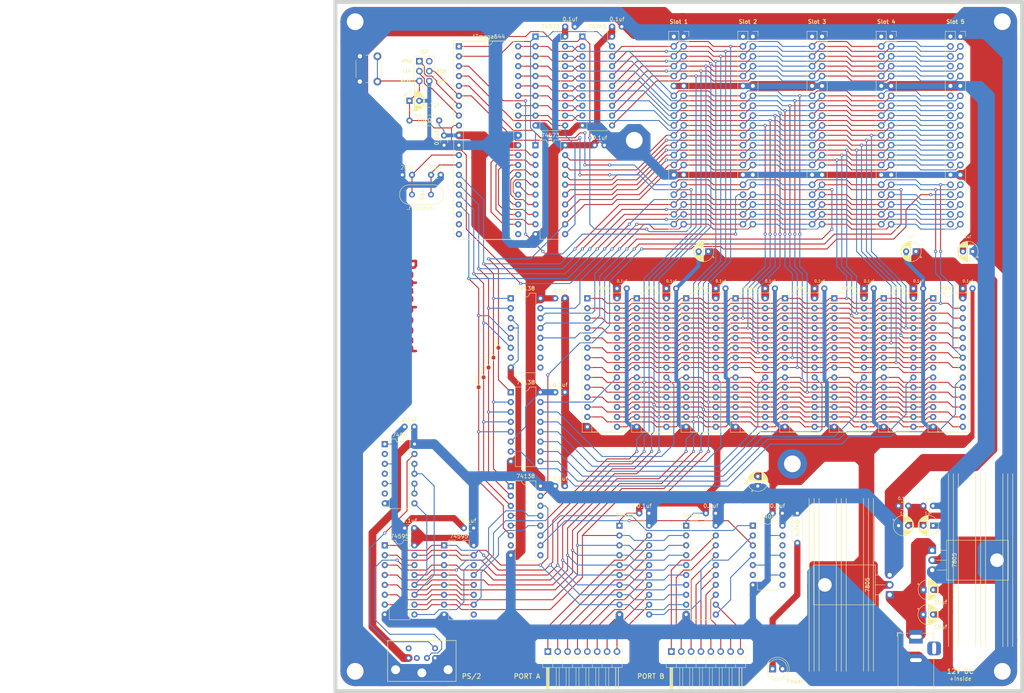
<source format=kicad_pcb>
(kicad_pcb (version 20171130) (host pcbnew "(5.1.10)-1")
  (layers (0 F.Cu signal) (31 B.Cu signal) (36 B.SilkS user) (37 F.SilkS user) (38 B.Mask user) (39 F.Mask user) (44 Edge.Cuts user))
  (net 0 "")
  (module Resistor_THT:R_Axial_DIN0207_L6.3mm_D2.5mm_P7.62mm_Horizontal (layer F.Cu) (at 474.345 320.675 90)
    (fp_text reference 4.7kΩ (at 3.81 0 90) (layer F.SilkS))
    (fp_text value R_Axial_DIN0207_L6.3mm_D2.5mm_P7.62mm_Horizontal)
    (pad 1 thru_hole circle (at 0 0 90) (size 1.6 1.6) (drill 0.8) (layers *.Cu *.Mask))
    (pad 2 thru_hole oval (at 7.62 0 90) (size 1.6 1.6) (drill 0.8) (layers *.Cu *.Mask))
  )
  (module LED_THT:LED_D5.0mm (layer F.Cu) (at 467.995 353.06)
    (fp_text reference Power (at 5.715 3.175) (layer F.SilkS))
    (fp_text value LED_D5.0mm)
    (pad 2 thru_hole circle (at 2.54 0) (size 1.8 1.8) (drill 0.9) (layers *.Cu *.Mask))
    (pad 1 thru_hole rect (at 0 0) (size 1.8 1.8) (drill 0.9) (layers *.Cu *.Mask))
  )
  (module Capacitor_THT:CP_Radial_D5.0mm_P2.50mm (layer F.Cu) (at 519.43 245.745 180)
    (fp_text reference 1uf (at 1.27 3.81) (layer F.SilkS) (effects (font (size 0.75 0.75) (thickness 0.1))))
    (fp_text value CP_Radial_D5.0mm_P2.50mm)
    (pad 1 thru_hole rect (at 0 0 180) (size 1.6 1.6) (drill 0.8) (layers *.Cu *.Mask))
    (pad 2 thru_hole circle (at 2.5 0 180) (size 1.6 1.6) (drill 0.8) (layers *.Cu *.Mask))
  )
  (module Capacitor_THT:C_Disc_D3.0mm_W1.6mm_P2.50mm (layer F.Cu) (at 426.72 187.96)
    (fp_text reference 0.1uf (at 1.27 -1.905) (layer F.SilkS))
    (fp_text value C_Disc_D3.0mm_W1.6mm_P2.50mm)
    (pad 2 thru_hole circle (at 2.5 0) (size 1.6 1.6) (drill 0.8) (layers *.Cu *.Mask))
    (pad 1 thru_hole circle (at 0 0) (size 1.6 1.6) (drill 0.8) (layers *.Cu *.Mask))
  )
  (module Capacitor_THT:C_Disc_D3.0mm_W1.6mm_P2.50mm (layer F.Cu) (at 414.655 187.96)
    (fp_text reference 0.1uf (at 1.27 -1.905) (layer F.SilkS))
    (fp_text value C_Disc_D3.0mm_W1.6mm_P2.50mm)
    (pad 1 thru_hole circle (at 0 0) (size 1.6 1.6) (drill 0.8) (layers *.Cu *.Mask))
    (pad 2 thru_hole circle (at 2.5 0) (size 1.6 1.6) (drill 0.8) (layers *.Cu *.Mask))
  )
  (module Capacitor_THT:C_Disc_D3.0mm_W1.6mm_P2.50mm (layer F.Cu) (at 422.275 218.44)
    (fp_text reference 0.1uf (at 1.27 -1.905) (layer F.SilkS))
    (fp_text value C_Disc_D3.0mm_W1.6mm_P2.50mm)
    (pad 1 thru_hole circle (at 0 0) (size 1.6 1.6) (drill 0.8) (layers *.Cu *.Mask))
    (pad 2 thru_hole circle (at 2.5 0) (size 1.6 1.6) (drill 0.8) (layers *.Cu *.Mask))
  )
  (module Package_DIP:DIP-20_W7.62mm (layer F.Cu) (at 428.625 316.23)
    (fp_text reference 74573 (at 1.27 -2.54) (layer F.SilkS))
    (fp_text value DIP-20_W7.62mm)
    (pad 1 thru_hole rect (at 0 0) (size 1.6 1.6) (drill 0.8) (layers *.Cu *.Mask))
    (pad 11 thru_hole oval (at 7.62 22.86) (size 1.6 1.6) (drill 0.8) (layers *.Cu *.Mask))
    (pad 2 thru_hole oval (at 0 2.54) (size 1.6 1.6) (drill 0.8) (layers *.Cu *.Mask))
    (pad 12 thru_hole oval (at 7.62 20.32) (size 1.6 1.6) (drill 0.8) (layers *.Cu *.Mask))
    (pad 3 thru_hole oval (at 0 5.08) (size 1.6 1.6) (drill 0.8) (layers *.Cu *.Mask))
    (pad 13 thru_hole oval (at 7.62 17.78) (size 1.6 1.6) (drill 0.8) (layers *.Cu *.Mask))
    (pad 4 thru_hole oval (at 0 7.62) (size 1.6 1.6) (drill 0.8) (layers *.Cu *.Mask))
    (pad 14 thru_hole oval (at 7.62 15.24) (size 1.6 1.6) (drill 0.8) (layers *.Cu *.Mask))
    (pad 5 thru_hole oval (at 0 10.16) (size 1.6 1.6) (drill 0.8) (layers *.Cu *.Mask))
    (pad 15 thru_hole oval (at 7.62 12.7) (size 1.6 1.6) (drill 0.8) (layers *.Cu *.Mask))
    (pad 6 thru_hole oval (at 0 12.7) (size 1.6 1.6) (drill 0.8) (layers *.Cu *.Mask))
    (pad 16 thru_hole oval (at 7.62 10.16) (size 1.6 1.6) (drill 0.8) (layers *.Cu *.Mask))
    (pad 7 thru_hole oval (at 0 15.24) (size 1.6 1.6) (drill 0.8) (layers *.Cu *.Mask))
    (pad 17 thru_hole oval (at 7.62 7.62) (size 1.6 1.6) (drill 0.8) (layers *.Cu *.Mask))
    (pad 8 thru_hole oval (at 0 17.78) (size 1.6 1.6) (drill 0.8) (layers *.Cu *.Mask))
    (pad 18 thru_hole oval (at 7.62 5.08) (size 1.6 1.6) (drill 0.8) (layers *.Cu *.Mask))
    (pad 9 thru_hole oval (at 0 20.32) (size 1.6 1.6) (drill 0.8) (layers *.Cu *.Mask))
    (pad 19 thru_hole oval (at 7.62 2.54) (size 1.6 1.6) (drill 0.8) (layers *.Cu *.Mask))
    (pad 10 thru_hole oval (at 0 22.86) (size 1.6 1.6) (drill 0.8) (layers *.Cu *.Mask))
    (pad 20 thru_hole oval (at 7.62 0) (size 1.6 1.6) (drill 0.8) (layers *.Cu *.Mask))
  )
  (module Package_DIP:DIP-20_W7.62mm (layer F.Cu) (at 445.77 316.23)
    (fp_text reference 74573 (at 1.27 -2.54) (layer F.SilkS))
    (fp_text value DIP-20_W7.62mm)
    (pad 1 thru_hole rect (at 0 0) (size 1.6 1.6) (drill 0.8) (layers *.Cu *.Mask))
    (pad 11 thru_hole oval (at 7.62 22.86) (size 1.6 1.6) (drill 0.8) (layers *.Cu *.Mask))
    (pad 2 thru_hole oval (at 0 2.54) (size 1.6 1.6) (drill 0.8) (layers *.Cu *.Mask))
    (pad 12 thru_hole oval (at 7.62 20.32) (size 1.6 1.6) (drill 0.8) (layers *.Cu *.Mask))
    (pad 3 thru_hole oval (at 0 5.08) (size 1.6 1.6) (drill 0.8) (layers *.Cu *.Mask))
    (pad 13 thru_hole oval (at 7.62 17.78) (size 1.6 1.6) (drill 0.8) (layers *.Cu *.Mask))
    (pad 4 thru_hole oval (at 0 7.62) (size 1.6 1.6) (drill 0.8) (layers *.Cu *.Mask))
    (pad 14 thru_hole oval (at 7.62 15.24) (size 1.6 1.6) (drill 0.8) (layers *.Cu *.Mask))
    (pad 5 thru_hole oval (at 0 10.16) (size 1.6 1.6) (drill 0.8) (layers *.Cu *.Mask))
    (pad 15 thru_hole oval (at 7.62 12.7) (size 1.6 1.6) (drill 0.8) (layers *.Cu *.Mask))
    (pad 6 thru_hole oval (at 0 12.7) (size 1.6 1.6) (drill 0.8) (layers *.Cu *.Mask))
    (pad 16 thru_hole oval (at 7.62 10.16) (size 1.6 1.6) (drill 0.8) (layers *.Cu *.Mask))
    (pad 7 thru_hole oval (at 0 15.24) (size 1.6 1.6) (drill 0.8) (layers *.Cu *.Mask))
    (pad 17 thru_hole oval (at 7.62 7.62) (size 1.6 1.6) (drill 0.8) (layers *.Cu *.Mask))
    (pad 8 thru_hole oval (at 0 17.78) (size 1.6 1.6) (drill 0.8) (layers *.Cu *.Mask))
    (pad 18 thru_hole oval (at 7.62 5.08) (size 1.6 1.6) (drill 0.8) (layers *.Cu *.Mask))
    (pad 9 thru_hole oval (at 0 20.32) (size 1.6 1.6) (drill 0.8) (layers *.Cu *.Mask))
    (pad 19 thru_hole oval (at 7.62 2.54) (size 1.6 1.6) (drill 0.8) (layers *.Cu *.Mask))
    (pad 10 thru_hole oval (at 0 22.86) (size 1.6 1.6) (drill 0.8) (layers *.Cu *.Mask))
    (pad 20 thru_hole oval (at 7.62 0) (size 1.6 1.6) (drill 0.8) (layers *.Cu *.Mask))
  )
  (module Package_DIP:DIP-14_W7.62mm (layer F.Cu) (at 462.915 316.23)
    (fp_text reference 7404 (at 3.81 -2.33) (layer F.SilkS))
    (fp_text value DIP-14_W7.62mm)
    (pad 14 thru_hole oval (at 7.62 0) (size 1.6 1.6) (drill 0.8) (layers *.Cu *.Mask))
    (pad 7 thru_hole oval (at 0 15.24) (size 1.6 1.6) (drill 0.8) (layers *.Cu *.Mask))
    (pad 13 thru_hole oval (at 7.62 2.54) (size 1.6 1.6) (drill 0.8) (layers *.Cu *.Mask))
    (pad 6 thru_hole oval (at 0 12.7) (size 1.6 1.6) (drill 0.8) (layers *.Cu *.Mask))
    (pad 12 thru_hole oval (at 7.62 5.08) (size 1.6 1.6) (drill 0.8) (layers *.Cu *.Mask))
    (pad 5 thru_hole oval (at 0 10.16) (size 1.6 1.6) (drill 0.8) (layers *.Cu *.Mask))
    (pad 11 thru_hole oval (at 7.62 7.62) (size 1.6 1.6) (drill 0.8) (layers *.Cu *.Mask))
    (pad 4 thru_hole oval (at 0 7.62) (size 1.6 1.6) (drill 0.8) (layers *.Cu *.Mask))
    (pad 10 thru_hole oval (at 7.62 10.16) (size 1.6 1.6) (drill 0.8) (layers *.Cu *.Mask))
    (pad 3 thru_hole oval (at 0 5.08) (size 1.6 1.6) (drill 0.8) (layers *.Cu *.Mask))
    (pad 9 thru_hole oval (at 7.62 12.7) (size 1.6 1.6) (drill 0.8) (layers *.Cu *.Mask))
    (pad 2 thru_hole oval (at 0 2.54) (size 1.6 1.6) (drill 0.8) (layers *.Cu *.Mask))
    (pad 8 thru_hole oval (at 7.62 15.24) (size 1.6 1.6) (drill 0.8) (layers *.Cu *.Mask))
    (pad 1 thru_hole rect (at 0 0) (size 1.6 1.6) (drill 0.8) (layers *.Cu *.Mask))
  )
  (module Capacitor_THT:C_Disc_D3.0mm_W1.6mm_P2.50mm (layer F.Cu) (at 382.6872 226.06 180)
    (fp_text reference 20pf (at 1.27 1.905) (layer F.SilkS) (effects (font (thickness 0.1))))
    (fp_text value C_Disc_D3.0mm_W1.6mm_P2.50mm)
    (pad 1 thru_hole circle (at 0 0 180) (size 1.6 1.6) (drill 0.8) (layers *.Cu *.Mask))
    (pad 2 thru_hole circle (at 2.5 0 180) (size 1.6 1.6) (drill 0.8) (layers *.Cu *.Mask))
  )
  (module MountingHole:MountingHole_4.3mm_M4_ISO7380_Pad (layer F.Cu) (at 432.435 217.17)
    (fp_text reference " " hide)
    (fp_text value MountingHole_4.3mm_M4_ISO7380_Pad)
    (pad 1 thru_hole circle (at 0 0) (size 7.6 7.6) (drill 4.3) (layers *.Cu *.Mask))
  )
  (module MountingHole:MountingHole_4.3mm_M4_ISO7380_Pad (layer F.Cu) (at 473.075 300.355)
    (fp_text reference " " hide)
    (fp_text value MountingHole_4.3mm_M4_ISO7380_Pad)
    (pad 1 thru_hole circle (at 0 0) (size 7.6 7.6) (drill 4.3) (layers *.Cu *.Mask))
  )
  (module Capacitor_THT:CP_Radial_D5.0mm_P2.50mm (layer F.Cu) (at 504.825 245.745 180)
    (fp_text reference 1uf (at 1.27 3.81) (layer F.SilkS) (effects (font (size 0.75 0.75) (thickness 0.1))))
    (fp_text value CP_Radial_D5.0mm_P2.50mm)
    (pad 2 thru_hole circle (at 2.5 0 180) (size 1.6 1.6) (drill 0.8) (layers *.Cu *.Mask))
    (pad 1 thru_hole rect (at 0 0 180) (size 1.6 1.6) (drill 0.8) (layers *.Cu *.Mask))
  )
  (module Capacitor_THT:C_Disc_D3.0mm_W1.6mm_P2.50mm (layer F.Cu) (at 383.54 218.44 90)
    (fp_text reference 0.1uf (at 1.905 -1.905 90) (layer F.SilkS))
    (fp_text value C_Disc_D3.0mm_W1.6mm_P2.50mm)
    (pad 1 thru_hole circle (at 0 0 90) (size 1.6 1.6) (drill 0.8) (layers *.Cu *.Mask))
    (pad 2 thru_hole circle (at 2.5 0 90) (size 1.6 1.6) (drill 0.8) (layers *.Cu *.Mask))
  )
  (module Capacitor_THT:C_Disc_D3.0mm_W1.6mm_P2.50mm (layer F.Cu) (at 467.995 313.055)
    (fp_text reference 0.1uf (at 1.27 -1.905) (layer F.SilkS))
    (fp_text value C_Disc_D3.0mm_W1.6mm_P2.50mm)
    (pad 2 thru_hole circle (at 2.5 0) (size 1.6 1.6) (drill 0.8) (layers *.Cu *.Mask))
    (pad 1 thru_hole circle (at 0 0) (size 1.6 1.6) (drill 0.8) (layers *.Cu *.Mask))
  )
  (module Connector_PinHeader_2.54mm:PinHeader_1x08_P2.54mm_Horizontal_Inverse (layer F.Cu) (at 459.74 348.615 270)
    (fp_text reference " " hide)
    (fp_text value PinHeader_1x08_P2.54mm_Horizontal_Inverse)
    (pad 8 thru_hole circle (at 0 0 270) (size 1.7 1.7) (drill 1) (layers *.Cu *.Mask))
    (pad 7 thru_hole oval (at 0 2.54 270) (size 1.7 1.7) (drill 1) (layers *.Cu *.Mask))
    (pad 6 thru_hole oval (at 0 5.08 270) (size 1.7 1.7) (drill 1) (layers *.Cu *.Mask))
    (pad 5 thru_hole oval (at 0 7.62 270) (size 1.7 1.7) (drill 1) (layers *.Cu *.Mask))
    (pad 4 thru_hole oval (at 0 10.16 270) (size 1.7 1.7) (drill 1) (layers *.Cu *.Mask))
    (pad 3 thru_hole oval (at 0 12.7 270) (size 1.7 1.7) (drill 1) (layers *.Cu *.Mask))
    (pad 2 thru_hole oval (at 0 15.24 270) (size 1.7 1.7) (drill 1) (layers *.Cu *.Mask))
    (pad 1 thru_hole rect (at 0 17.78 270) (size 1.7 1.7) (drill 1) (layers *.Cu *.Mask))
  )
  (module Connector_PinHeader_2.54mm:PinHeader_1x08_P2.54mm_Horizontal_Inverse (layer F.Cu) (at 427.99 348.615 270)
    (fp_text reference " " hide)
    (fp_text value PinHeader_1x08_P2.54mm_Horizontal_Inverse)
    (pad 1 thru_hole rect (at 0 17.78 270) (size 1.7 1.7) (drill 1) (layers *.Cu *.Mask))
    (pad 2 thru_hole oval (at 0 15.24 270) (size 1.7 1.7) (drill 1) (layers *.Cu *.Mask))
    (pad 3 thru_hole oval (at 0 12.7 270) (size 1.7 1.7) (drill 1) (layers *.Cu *.Mask))
    (pad 4 thru_hole oval (at 0 10.16 270) (size 1.7 1.7) (drill 1) (layers *.Cu *.Mask))
    (pad 5 thru_hole oval (at 0 7.62 270) (size 1.7 1.7) (drill 1) (layers *.Cu *.Mask))
    (pad 6 thru_hole oval (at 0 5.08 270) (size 1.7 1.7) (drill 1) (layers *.Cu *.Mask))
    (pad 7 thru_hole oval (at 0 2.54 270) (size 1.7 1.7) (drill 1) (layers *.Cu *.Mask))
    (pad 8 thru_hole circle (at 0 0 270) (size 1.7 1.7) (drill 1) (layers *.Cu *.Mask))
  )
  (module Capacitor_THT:CP_Radial_D5.0mm_P2.50mm (layer F.Cu) (at 464.185 306.07 90)
    (fp_text reference 1uf (at 1.25 -3.175 90) (layer F.SilkS) (effects (font (size 0.75 0.75) (thickness 0.1))))
    (fp_text value CP_Radial_D5.0mm_P2.50mm)
    (pad 2 thru_hole circle (at 2.5 0 90) (size 1.6 1.6) (drill 0.8) (layers *.Cu *.Mask))
    (pad 1 thru_hole rect (at 0 0 90) (size 1.6 1.6) (drill 0.8) (layers *.Cu *.Mask))
  )
  (module Capacitor_THT:CP_Radial_D5.0mm_P2.50mm (layer F.Cu) (at 451.485 245.745 180)
    (fp_text reference 1uf (at 1.27 3.81) (layer F.SilkS) (effects (font (size 0.75 0.75) (thickness 0.1))))
    (fp_text value CP_Radial_D5.0mm_P2.50mm)
    (pad 1 thru_hole rect (at 0 0 180) (size 1.6 1.6) (drill 0.8) (layers *.Cu *.Mask))
    (pad 2 thru_hole circle (at 2.5 0 180) (size 1.6 1.6) (drill 0.8) (layers *.Cu *.Mask))
  )
  (module Capacitor_THT:C_Disc_D3.0mm_W1.6mm_P2.50mm (layer F.Cu) (at 412.115 306.07)
    (fp_text reference 0.1uf (at 1.27 -1.905) (layer F.SilkS))
    (fp_text value C_Disc_D3.0mm_W1.6mm_P2.50mm)
    (pad 1 thru_hole circle (at 0 0) (size 1.6 1.6) (drill 0.8) (layers *.Cu *.Mask))
    (pad 2 thru_hole circle (at 2.5 0) (size 1.6 1.6) (drill 0.8) (layers *.Cu *.Mask))
  )
  (module Capacitor_THT:C_Disc_D3.0mm_W1.6mm_P2.50mm (layer F.Cu) (at 412.115 257.81)
    (fp_text reference 0.1uf (at 1.27 -1.905) (layer F.SilkS))
    (fp_text value C_Disc_D3.0mm_W1.6mm_P2.50mm)
    (pad 2 thru_hole circle (at 2.5 0) (size 1.6 1.6) (drill 0.8) (layers *.Cu *.Mask))
    (pad 1 thru_hole circle (at 0 0) (size 1.6 1.6) (drill 0.8) (layers *.Cu *.Mask))
  )
  (module Capacitor_THT:C_Disc_D3.0mm_W1.6mm_P2.50mm (layer F.Cu) (at 412.115 281.94)
    (fp_text reference 0.1uf (at 1.27 -1.905) (layer F.SilkS))
    (fp_text value C_Disc_D3.0mm_W1.6mm_P2.50mm)
    (pad 2 thru_hole circle (at 2.5 0) (size 1.6 1.6) (drill 0.8) (layers *.Cu *.Mask))
    (pad 1 thru_hole circle (at 0 0) (size 1.6 1.6) (drill 0.8) (layers *.Cu *.Mask))
  )
  (module Capacitor_THT:C_Disc_D3.0mm_W1.6mm_P2.50mm (layer F.Cu) (at 388.62 316.865)
    (fp_text reference 0.1uf (at 1.27 -1.905) (layer F.SilkS))
    (fp_text value C_Disc_D3.0mm_W1.6mm_P2.50mm)
    (pad 2 thru_hole circle (at 2.5 0) (size 1.6 1.6) (drill 0.8) (layers *.Cu *.Mask))
    (pad 1 thru_hole circle (at 0 0) (size 1.6 1.6) (drill 0.8) (layers *.Cu *.Mask))
  )
  (module Capacitor_THT:C_Disc_D3.0mm_W1.6mm_P2.50mm (layer F.Cu) (at 450.85 313.055)
    (fp_text reference 0.1uf (at 1.27 -1.905) (layer F.SilkS))
    (fp_text value C_Disc_D3.0mm_W1.6mm_P2.50mm)
    (pad 1 thru_hole circle (at 0 0) (size 1.6 1.6) (drill 0.8) (layers *.Cu *.Mask))
    (pad 2 thru_hole circle (at 2.5 0) (size 1.6 1.6) (drill 0.8) (layers *.Cu *.Mask))
  )
  (module Capacitor_THT:C_Disc_D3.0mm_W1.6mm_P2.50mm (layer F.Cu) (at 433.705 313.055)
    (fp_text reference 0.1uf (at 1.27 -1.905) (layer F.SilkS))
    (fp_text value C_Disc_D3.0mm_W1.6mm_P2.50mm)
    (pad 1 thru_hole circle (at 0 0) (size 1.6 1.6) (drill 0.8) (layers *.Cu *.Mask))
    (pad 2 thru_hole circle (at 2.5 0) (size 1.6 1.6) (drill 0.8) (layers *.Cu *.Mask))
  )
  (module Capacitor_THT:C_Disc_D3.0mm_W1.6mm_P2.50mm (layer F.Cu) (at 373.38 316.865)
    (fp_text reference 0.1uf (at 1.27 -1.905) (layer F.SilkS))
    (fp_text value C_Disc_D3.0mm_W1.6mm_P2.50mm)
    (pad 1 thru_hole circle (at 0 0) (size 1.6 1.6) (drill 0.8) (layers *.Cu *.Mask))
    (pad 2 thru_hole circle (at 2.5 0) (size 1.6 1.6) (drill 0.8) (layers *.Cu *.Mask))
  )
  (module Package_DIP:DIP-16_W7.62mm (layer F.Cu) (at 368.3 321.31)
    (fp_text reference 74595 (at 3.81 -2.33) (layer F.SilkS))
    (fp_text value DIP-16_W7.62mm)
    (pad 16 thru_hole oval (at 7.62 0) (size 1.6 1.6) (drill 0.8) (layers *.Cu *.Mask))
    (pad 8 thru_hole oval (at 0 17.78) (size 1.6 1.6) (drill 0.8) (layers *.Cu *.Mask))
    (pad 15 thru_hole oval (at 7.62 2.54) (size 1.6 1.6) (drill 0.8) (layers *.Cu *.Mask))
    (pad 7 thru_hole oval (at 0 15.24) (size 1.6 1.6) (drill 0.8) (layers *.Cu *.Mask))
    (pad 14 thru_hole oval (at 7.62 5.08) (size 1.6 1.6) (drill 0.8) (layers *.Cu *.Mask))
    (pad 6 thru_hole oval (at 0 12.7) (size 1.6 1.6) (drill 0.8) (layers *.Cu *.Mask))
    (pad 13 thru_hole oval (at 7.62 7.62) (size 1.6 1.6) (drill 0.8) (layers *.Cu *.Mask))
    (pad 5 thru_hole oval (at 0 10.16) (size 1.6 1.6) (drill 0.8) (layers *.Cu *.Mask))
    (pad 12 thru_hole oval (at 7.62 10.16) (size 1.6 1.6) (drill 0.8) (layers *.Cu *.Mask))
    (pad 4 thru_hole oval (at 0 7.62) (size 1.6 1.6) (drill 0.8) (layers *.Cu *.Mask))
    (pad 11 thru_hole oval (at 7.62 12.7) (size 1.6 1.6) (drill 0.8) (layers *.Cu *.Mask))
    (pad 3 thru_hole oval (at 0 5.08) (size 1.6 1.6) (drill 0.8) (layers *.Cu *.Mask))
    (pad 10 thru_hole oval (at 7.62 15.24) (size 1.6 1.6) (drill 0.8) (layers *.Cu *.Mask))
    (pad 2 thru_hole oval (at 0 2.54) (size 1.6 1.6) (drill 0.8) (layers *.Cu *.Mask))
    (pad 9 thru_hole oval (at 7.62 17.78) (size 1.6 1.6) (drill 0.8) (layers *.Cu *.Mask))
    (pad 1 thru_hole rect (at 0 0) (size 1.6 1.6) (drill 0.8) (layers *.Cu *.Mask))
  )
  (module Capacitor_THT:C_Disc_D3.0mm_W1.6mm_P2.50mm (layer F.Cu) (at 373.38 290.83)
    (fp_text reference 0.1uf (at 1.27 -1.905) (layer F.SilkS))
    (fp_text value C_Disc_D3.0mm_W1.6mm_P2.50mm)
    (pad 2 thru_hole circle (at 2.5 0) (size 1.6 1.6) (drill 0.8) (layers *.Cu *.Mask))
    (pad 1 thru_hole circle (at 0 0) (size 1.6 1.6) (drill 0.8) (layers *.Cu *.Mask))
  )
  (module Package_DIP:DIP-16_W7.62mm (layer F.Cu) (at 400.685 306.07)
    (fp_text reference 74138 (at 3.81 -2.54) (layer F.SilkS))
    (fp_text value DIP-16_W7.62mm)
    (pad 1 thru_hole rect (at 0 0) (size 1.6 1.6) (drill 0.8) (layers *.Cu *.Mask))
    (pad 9 thru_hole oval (at 7.62 17.78) (size 1.6 1.6) (drill 0.8) (layers *.Cu *.Mask))
    (pad 2 thru_hole oval (at 0 2.54) (size 1.6 1.6) (drill 0.8) (layers *.Cu *.Mask))
    (pad 10 thru_hole oval (at 7.62 15.24) (size 1.6 1.6) (drill 0.8) (layers *.Cu *.Mask))
    (pad 3 thru_hole oval (at 0 5.08) (size 1.6 1.6) (drill 0.8) (layers *.Cu *.Mask))
    (pad 11 thru_hole oval (at 7.62 12.7) (size 1.6 1.6) (drill 0.8) (layers *.Cu *.Mask))
    (pad 4 thru_hole oval (at 0 7.62) (size 1.6 1.6) (drill 0.8) (layers *.Cu *.Mask))
    (pad 12 thru_hole oval (at 7.62 10.16) (size 1.6 1.6) (drill 0.8) (layers *.Cu *.Mask))
    (pad 5 thru_hole oval (at 0 10.16) (size 1.6 1.6) (drill 0.8) (layers *.Cu *.Mask))
    (pad 13 thru_hole oval (at 7.62 7.62) (size 1.6 1.6) (drill 0.8) (layers *.Cu *.Mask))
    (pad 6 thru_hole oval (at 0 12.7) (size 1.6 1.6) (drill 0.8) (layers *.Cu *.Mask))
    (pad 14 thru_hole oval (at 7.62 5.08) (size 1.6 1.6) (drill 0.8) (layers *.Cu *.Mask))
    (pad 7 thru_hole oval (at 0 15.24) (size 1.6 1.6) (drill 0.8) (layers *.Cu *.Mask))
    (pad 15 thru_hole oval (at 7.62 2.54) (size 1.6 1.6) (drill 0.8) (layers *.Cu *.Mask))
    (pad 8 thru_hole oval (at 0 17.78) (size 1.6 1.6) (drill 0.8) (layers *.Cu *.Mask))
    (pad 16 thru_hole oval (at 7.62 0) (size 1.6 1.6) (drill 0.8) (layers *.Cu *.Mask))
  )
  (module PS2_mini_din_6:MINI-DIN-6-FULL-SHIELD (layer F.Cu) (at 377.825 358.775 180)
    (fp_text reference PS/2 (at -10.16 3.81 180) (layer F.SilkS) (effects (font (size 1.25 1.25) (thickness 0.2)) (justify left)))
    (fp_text value PS/2 hide)
    (pad 7 thru_hole circle (at -6.75 5.5 180) (size 3.3 3.3) (drill 2.3) (layers *.Cu *.Mask))
    (pad 7 thru_hole circle (at 6.75 5.5 180) (size 3.3 3.3) (drill 2.3) (layers *.Cu *.Mask))
    (pad 4 thru_hole circle (at 3.4 8.5 180) (size 1.524 1.524) (drill 0.762) (layers *.Cu *.Mask))
    (pad 6 thru_hole circle (at 3.4 11 180) (size 1.524 1.524) (drill 0.762) (layers *.Cu *.Mask))
    (pad 3 thru_hole circle (at -3.4 8.5 180) (size 1.524 1.524) (drill 0.762) (layers *.Cu *.Mask))
    (pad 5 thru_hole circle (at -3.4 11 180) (size 1.524 1.524) (drill 0.762) (layers *.Cu *.Mask))
    (pad 2 thru_hole circle (at 1.3 8.5 180) (size 1.524 1.524) (drill 0.762) (layers *.Cu *.Mask))
    (pad 1 thru_hole circle (at -1.3 8.5 180) (size 1.524 1.524) (drill 0.762) (layers *.Cu *.Mask))
    (pad 7 thru_hole circle (at 0 4.7 180) (size 3.3 3.3) (drill 2.3) (layers *.Cu *.Mask))
  )
  (module Package_DIP:DIP-16_W7.62mm (layer F.Cu) (at 383.54 321.31)
    (fp_text reference 74595 (at 3.81 -2.33) (layer F.SilkS))
    (fp_text value DIP-16_W7.62mm)
    (pad 16 thru_hole oval (at 7.62 0) (size 1.6 1.6) (drill 0.8) (layers *.Cu *.Mask))
    (pad 8 thru_hole oval (at 0 17.78) (size 1.6 1.6) (drill 0.8) (layers *.Cu *.Mask))
    (pad 15 thru_hole oval (at 7.62 2.54) (size 1.6 1.6) (drill 0.8) (layers *.Cu *.Mask))
    (pad 7 thru_hole oval (at 0 15.24) (size 1.6 1.6) (drill 0.8) (layers *.Cu *.Mask))
    (pad 14 thru_hole oval (at 7.62 5.08) (size 1.6 1.6) (drill 0.8) (layers *.Cu *.Mask))
    (pad 6 thru_hole oval (at 0 12.7) (size 1.6 1.6) (drill 0.8) (layers *.Cu *.Mask))
    (pad 13 thru_hole oval (at 7.62 7.62) (size 1.6 1.6) (drill 0.8) (layers *.Cu *.Mask))
    (pad 5 thru_hole oval (at 0 10.16) (size 1.6 1.6) (drill 0.8) (layers *.Cu *.Mask))
    (pad 12 thru_hole oval (at 7.62 10.16) (size 1.6 1.6) (drill 0.8) (layers *.Cu *.Mask))
    (pad 4 thru_hole oval (at 0 7.62) (size 1.6 1.6) (drill 0.8) (layers *.Cu *.Mask))
    (pad 11 thru_hole oval (at 7.62 12.7) (size 1.6 1.6) (drill 0.8) (layers *.Cu *.Mask))
    (pad 3 thru_hole oval (at 0 5.08) (size 1.6 1.6) (drill 0.8) (layers *.Cu *.Mask))
    (pad 10 thru_hole oval (at 7.62 15.24) (size 1.6 1.6) (drill 0.8) (layers *.Cu *.Mask))
    (pad 2 thru_hole oval (at 0 2.54) (size 1.6 1.6) (drill 0.8) (layers *.Cu *.Mask))
    (pad 9 thru_hole oval (at 7.62 17.78) (size 1.6 1.6) (drill 0.8) (layers *.Cu *.Mask))
    (pad 1 thru_hole rect (at 0 0) (size 1.6 1.6) (drill 0.8) (layers *.Cu *.Mask))
  )
  (module Package_DIP:DIP-14_W7.62mm (layer F.Cu) (at 368.3 295.275)
    (fp_text reference 7404 (at 3.81 -2.33) (layer F.SilkS))
    (fp_text value DIP-14_W7.62mm)
    (pad 14 thru_hole oval (at 7.62 0) (size 1.6 1.6) (drill 0.8) (layers *.Cu *.Mask))
    (pad 7 thru_hole oval (at 0 15.24) (size 1.6 1.6) (drill 0.8) (layers *.Cu *.Mask))
    (pad 13 thru_hole oval (at 7.62 2.54) (size 1.6 1.6) (drill 0.8) (layers *.Cu *.Mask))
    (pad 6 thru_hole oval (at 0 12.7) (size 1.6 1.6) (drill 0.8) (layers *.Cu *.Mask))
    (pad 12 thru_hole oval (at 7.62 5.08) (size 1.6 1.6) (drill 0.8) (layers *.Cu *.Mask))
    (pad 5 thru_hole oval (at 0 10.16) (size 1.6 1.6) (drill 0.8) (layers *.Cu *.Mask))
    (pad 11 thru_hole oval (at 7.62 7.62) (size 1.6 1.6) (drill 0.8) (layers *.Cu *.Mask))
    (pad 4 thru_hole oval (at 0 7.62) (size 1.6 1.6) (drill 0.8) (layers *.Cu *.Mask))
    (pad 10 thru_hole oval (at 7.62 10.16) (size 1.6 1.6) (drill 0.8) (layers *.Cu *.Mask))
    (pad 3 thru_hole oval (at 0 5.08) (size 1.6 1.6) (drill 0.8) (layers *.Cu *.Mask))
    (pad 9 thru_hole oval (at 7.62 12.7) (size 1.6 1.6) (drill 0.8) (layers *.Cu *.Mask))
    (pad 2 thru_hole oval (at 0 2.54) (size 1.6 1.6) (drill 0.8) (layers *.Cu *.Mask))
    (pad 8 thru_hole oval (at 7.62 15.24) (size 1.6 1.6) (drill 0.8) (layers *.Cu *.Mask))
    (pad 1 thru_hole rect (at 0 0) (size 1.6 1.6) (drill 0.8) (layers *.Cu *.Mask))
  )
  (module TestPoint:TestPoint_Pad_D1.0mm (layer F.Cu) (at 397.51 270.51)
    (fp_text reference A15 (at -0.635 -1.905 -90 unlocked) (layer F.SilkS) (effects (font (size 0.75 0.75) (thickness 0.1))))
    (fp_text value TestPoint_Pad_D1.0mm)
    (pad "" smd circle (at 0 0) (size 1 1) (layers F.Cu F.Mask))
  )
  (module TestPoint:TestPoint_Pad_D1.0mm (layer F.Cu) (at 396.24 273.05)
    (fp_text reference A16 (at -0.635 -1.905 -90 unlocked) (layer F.SilkS) (effects (font (size 0.75 0.75) (thickness 0.1))))
    (fp_text value TestPoint_Pad_D1.0mm)
    (pad "" smd circle (at 0 0) (size 1 1) (layers F.Cu F.Mask))
  )
  (module TestPoint:TestPoint_Pad_D1.0mm (layer F.Cu) (at 394.97 275.59)
    (fp_text reference A17 (at -0.635 -1.905 -90 unlocked) (layer F.SilkS) (effects (font (size 0.75 0.75) (thickness 0.1))))
    (fp_text value TestPoint_Pad_D1.0mm)
    (pad "" smd circle (at 0 0) (size 1 1) (layers F.Cu F.Mask))
  )
  (module TestPoint:TestPoint_Pad_D1.0mm (layer F.Cu) (at 393.7 278.13)
    (fp_text reference A18 (at -0.635 -1.905 -90 unlocked) (layer F.SilkS) (effects (font (size 0.75 0.75) (thickness 0.1))))
    (fp_text value TestPoint_Pad_D1.0mm)
    (pad "" smd circle (at 0 0) (size 1 1) (layers F.Cu F.Mask))
  )
  (module TestPoint:TestPoint_Pad_D1.0mm (layer F.Cu) (at 392.43 280.67)
    (fp_text reference A19 (at -0.635 -1.905 -90 unlocked) (layer F.SilkS) (effects (font (size 0.75 0.75) (thickness 0.1))))
    (fp_text value TestPoint_Pad_D1.0mm)
    (pad "" smd circle (at 0 0) (size 1 1) (layers F.Cu F.Mask))
  )
  (module Package_DIP:DIP-16_W7.62mm (layer F.Cu) (at 400.685 281.94)
    (fp_text reference 74138 (at 3.81 -2.54) (layer F.SilkS))
    (fp_text value DIP-16_W7.62mm)
    (pad 16 thru_hole oval (at 7.62 0) (size 1.6 1.6) (drill 0.8) (layers *.Cu *.Mask))
    (pad 8 thru_hole oval (at 0 17.78) (size 1.6 1.6) (drill 0.8) (layers *.Cu *.Mask))
    (pad 15 thru_hole oval (at 7.62 2.54) (size 1.6 1.6) (drill 0.8) (layers *.Cu *.Mask))
    (pad 7 thru_hole oval (at 0 15.24) (size 1.6 1.6) (drill 0.8) (layers *.Cu *.Mask))
    (pad 14 thru_hole oval (at 7.62 5.08) (size 1.6 1.6) (drill 0.8) (layers *.Cu *.Mask))
    (pad 6 thru_hole oval (at 0 12.7) (size 1.6 1.6) (drill 0.8) (layers *.Cu *.Mask))
    (pad 13 thru_hole oval (at 7.62 7.62) (size 1.6 1.6) (drill 0.8) (layers *.Cu *.Mask))
    (pad 5 thru_hole oval (at 0 10.16) (size 1.6 1.6) (drill 0.8) (layers *.Cu *.Mask))
    (pad 12 thru_hole oval (at 7.62 10.16) (size 1.6 1.6) (drill 0.8) (layers *.Cu *.Mask))
    (pad 4 thru_hole oval (at 0 7.62) (size 1.6 1.6) (drill 0.8) (layers *.Cu *.Mask))
    (pad 11 thru_hole oval (at 7.62 12.7) (size 1.6 1.6) (drill 0.8) (layers *.Cu *.Mask))
    (pad 3 thru_hole oval (at 0 5.08) (size 1.6 1.6) (drill 0.8) (layers *.Cu *.Mask))
    (pad 10 thru_hole oval (at 7.62 15.24) (size 1.6 1.6) (drill 0.8) (layers *.Cu *.Mask))
    (pad 2 thru_hole oval (at 0 2.54) (size 1.6 1.6) (drill 0.8) (layers *.Cu *.Mask))
    (pad 9 thru_hole oval (at 7.62 17.78) (size 1.6 1.6) (drill 0.8) (layers *.Cu *.Mask))
    (pad 1 thru_hole rect (at 0 0) (size 1.6 1.6) (drill 0.8) (layers *.Cu *.Mask))
  )
  (module Capacitor_THT:CP_Radial_D5.0mm_P2.50mm (layer F.Cu) (at 374.65 207.01)
    (fp_text reference 4.7uf (at 5.715 1.27) (layer F.SilkS))
    (fp_text value CP_Radial_D5.0mm_P2.50mm)
    (pad 1 thru_hole rect (at 0 0) (size 1.6 1.6) (drill 0.8) (layers *.Cu *.Mask))
    (pad 2 thru_hole circle (at 2.5 0) (size 1.6 1.6) (drill 0.8) (layers *.Cu *.Mask))
  )
  (module Resistor_THT:R_Axial_DIN0207_L6.3mm_D2.5mm_P7.62mm_Horizontal (layer F.Cu) (at 374.65 212.09)
    (fp_text reference 10kΩ (at 3.81 0) (layer F.SilkS))
    (fp_text value R_Axial_DIN0207_L6.3mm_D2.5mm_P7.62mm_Horizontal)
    (pad 2 thru_hole oval (at 7.62 0) (size 1.6 1.6) (drill 0.8) (layers *.Cu *.Mask))
    (pad 1 thru_hole circle (at 0 0) (size 1.6 1.6) (drill 0.8) (layers *.Cu *.Mask))
  )
  (module Capacitor_THT:C_Disc_D3.0mm_W1.6mm_P2.50mm (layer F.Cu) (at 427.99 255.27)
    (fp_text reference 0.1uf (at 1.27 -1.905) (layer F.SilkS) (effects (font (size 0.7 0.7) (thickness 0.1))))
    (fp_text value C_Disc_D3.0mm_W1.6mm_P2.50mm)
    (pad 2 thru_hole circle (at 2.5 0) (size 1.6 1.6) (drill 0.8) (layers *.Cu *.Mask))
    (pad 1 thru_hole circle (at 0 0) (size 1.6 1.6) (drill 0.8) (layers *.Cu *.Mask))
  )
  (module Capacitor_THT:C_Disc_D3.0mm_W1.6mm_P2.50mm (layer F.Cu) (at 440.69 255.27)
    (fp_text reference 0.1uf (at 1.27 -1.905) (layer F.SilkS) (effects (font (size 0.7 0.7) (thickness 0.1))))
    (fp_text value C_Disc_D3.0mm_W1.6mm_P2.50mm)
    (pad 2 thru_hole circle (at 2.5 0) (size 1.6 1.6) (drill 0.8) (layers *.Cu *.Mask))
    (pad 1 thru_hole circle (at 0 0) (size 1.6 1.6) (drill 0.8) (layers *.Cu *.Mask))
  )
  (module Capacitor_THT:C_Disc_D3.0mm_W1.6mm_P2.50mm (layer F.Cu) (at 453.39 255.27)
    (fp_text reference 0.1uf (at 1.27 -1.905) (layer F.SilkS) (effects (font (size 0.7 0.7) (thickness 0.1))))
    (fp_text value C_Disc_D3.0mm_W1.6mm_P2.50mm)
    (pad 2 thru_hole circle (at 2.5 0) (size 1.6 1.6) (drill 0.8) (layers *.Cu *.Mask))
    (pad 1 thru_hole circle (at 0 0) (size 1.6 1.6) (drill 0.8) (layers *.Cu *.Mask))
  )
  (module Capacitor_THT:C_Disc_D3.0mm_W1.6mm_P2.50mm (layer F.Cu) (at 466.09 255.27)
    (fp_text reference 0.1uf (at 1.27 -1.905) (layer F.SilkS) (effects (font (size 0.7 0.7) (thickness 0.1))))
    (fp_text value C_Disc_D3.0mm_W1.6mm_P2.50mm)
    (pad 2 thru_hole circle (at 2.5 0) (size 1.6 1.6) (drill 0.8) (layers *.Cu *.Mask))
    (pad 1 thru_hole circle (at 0 0) (size 1.6 1.6) (drill 0.8) (layers *.Cu *.Mask))
  )
  (module Capacitor_THT:C_Disc_D3.0mm_W1.6mm_P2.50mm (layer F.Cu) (at 478.79 255.27)
    (fp_text reference 0.1uf (at 1.27 -1.905) (layer F.SilkS) (effects (font (size 0.7 0.7) (thickness 0.1))))
    (fp_text value C_Disc_D3.0mm_W1.6mm_P2.50mm)
    (pad 2 thru_hole circle (at 2.5 0) (size 1.6 1.6) (drill 0.8) (layers *.Cu *.Mask))
    (pad 1 thru_hole circle (at 0 0) (size 1.6 1.6) (drill 0.8) (layers *.Cu *.Mask))
  )
  (module Capacitor_THT:C_Disc_D3.0mm_W1.6mm_P2.50mm (layer F.Cu) (at 491.49 255.27)
    (fp_text reference 0.1uf (at 1.27 -1.905) (layer F.SilkS) (effects (font (size 0.7 0.7) (thickness 0.1))))
    (fp_text value C_Disc_D3.0mm_W1.6mm_P2.50mm)
    (pad 2 thru_hole circle (at 2.5 0) (size 1.6 1.6) (drill 0.8) (layers *.Cu *.Mask))
    (pad 1 thru_hole circle (at 0 0) (size 1.6 1.6) (drill 0.8) (layers *.Cu *.Mask))
  )
  (module Capacitor_THT:C_Disc_D3.0mm_W1.6mm_P2.50mm (layer F.Cu) (at 504.19 255.27)
    (fp_text reference 0.1uf (at 1.27 -1.905) (layer F.SilkS) (effects (font (size 0.7 0.7) (thickness 0.1))))
    (fp_text value C_Disc_D3.0mm_W1.6mm_P2.50mm)
    (pad 2 thru_hole circle (at 2.5 0) (size 1.6 1.6) (drill 0.8) (layers *.Cu *.Mask))
    (pad 1 thru_hole circle (at 0 0) (size 1.6 1.6) (drill 0.8) (layers *.Cu *.Mask))
  )
  (module Capacitor_THT:C_Disc_D3.0mm_W1.6mm_P2.50mm (layer F.Cu) (at 506.73 311.15)
    (fp_text reference 0.1uf (at 1.27 -1.905) (layer F.SilkS) (effects (font (size 0.75 0.75) (thickness 0.1))))
    (fp_text value C_Disc_D3.0mm_W1.6mm_P2.50mm)
    (pad 2 thru_hole circle (at 2.5 0) (size 1.6 1.6) (drill 0.8) (layers *.Cu *.Mask))
    (pad 1 thru_hole circle (at 0 0) (size 1.6 1.6) (drill 0.8) (layers *.Cu *.Mask))
  )
  (module Capacitor_THT:C_Disc_D3.0mm_W1.6mm_P2.50mm (layer F.Cu) (at 500.38 311.15)
    (fp_text reference 0.1uf (at 1.27 -1.905) (layer F.SilkS) (effects (font (size 0.75 0.75) (thickness 0.1))))
    (fp_text value C_Disc_D3.0mm_W1.6mm_P2.50mm)
    (pad 1 thru_hole circle (at 0 0) (size 1.6 1.6) (drill 0.8) (layers *.Cu *.Mask))
    (pad 2 thru_hole circle (at 2.5 0) (size 1.6 1.6) (drill 0.8) (layers *.Cu *.Mask))
  )
  (module Capacitor_THT:CP_Radial_D5.0mm_P2.50mm (layer F.Cu) (at 509.27 316.23 180)
    (fp_text reference 1uf (at 1.27 3.175) (layer F.SilkS) (effects (font (size 0.75 0.75) (thickness 0.1))))
    (fp_text value CP_Radial_D5.0mm_P2.50mm)
    (pad 2 thru_hole circle (at 2.5 0 180) (size 1.6 1.6) (drill 0.8) (layers *.Cu *.Mask))
    (pad 1 thru_hole rect (at 0 0 180) (size 1.6 1.6) (drill 0.8) (layers *.Cu *.Mask))
  )
  (module Capacitor_THT:CP_Radial_D5.0mm_P2.50mm (layer F.Cu) (at 506.73 339.09)
    (fp_text reference 10uf (at 4.445 3.175) (layer F.SilkS))
    (fp_text value CP_Radial_D5.0mm_P2.50mm)
    (pad 1 thru_hole rect (at 0 0) (size 1.6 1.6) (drill 0.8) (layers *.Cu *.Mask))
    (pad 2 thru_hole circle (at 2.5 0) (size 1.6 1.6) (drill 0.8) (layers *.Cu *.Mask))
  )
  (module Capacitor_THT:CP_Radial_D5.0mm_P2.50mm (layer F.Cu) (at 500.38 316.23)
    (fp_text reference 1uf (at 1.25 -3.175) (layer F.SilkS) (effects (font (size 0.75 0.75) (thickness 0.1))))
    (fp_text value CP_Radial_D5.0mm_P2.50mm)
    (pad 2 thru_hole circle (at 2.5 0) (size 1.6 1.6) (drill 0.8) (layers *.Cu *.Mask))
    (pad 1 thru_hole rect (at 0 0) (size 1.6 1.6) (drill 0.8) (layers *.Cu *.Mask))
  )
  (module Capacitor_THT:CP_Radial_D5.0mm_P2.50mm (layer F.Cu) (at 506.77 332.74)
    (fp_text reference 10uf (at 4.405 3.175) (layer F.SilkS))
    (fp_text value CP_Radial_D5.0mm_P2.50mm)
    (pad 2 thru_hole circle (at 2.5 0) (size 1.6 1.6) (drill 0.8) (layers *.Cu *.Mask))
    (pad 1 thru_hole rect (at 0 0) (size 1.6 1.6) (drill 0.8) (layers *.Cu *.Mask))
  )
  (module Connector_PinHeader_2.54mm:PinHeader_2x03_P2.54mm_Vertical (layer F.Cu) (at 377.19 196.85)
    (fp_text reference ISP (at 1.27 -2.33) (layer F.SilkS))
    (fp_text value PinHeader_2x03_P2.54mm_Vertical)
    (pad 6 thru_hole oval (at 2.54 5.08) (size 1.7 1.7) (drill 1) (layers *.Cu *.Mask))
    (pad 5 thru_hole oval (at 0 5.08) (size 1.7 1.7) (drill 1) (layers *.Cu *.Mask))
    (pad 4 thru_hole oval (at 2.54 2.54) (size 1.7 1.7) (drill 1) (layers *.Cu *.Mask))
    (pad 3 thru_hole oval (at 0 2.54) (size 1.7 1.7) (drill 1) (layers *.Cu *.Mask))
    (pad 2 thru_hole oval (at 2.54 0) (size 1.7 1.7) (drill 1) (layers *.Cu *.Mask))
    (pad 1 thru_hole rect (at 0 0) (size 1.7 1.7) (drill 1) (layers *.Cu *.Mask))
  )
  (module Package_DIP:DIP-16_W7.62mm (layer F.Cu) (at 400.685 257.81)
    (fp_text reference 74138 (at 3.81 -2.54) (layer F.SilkS))
    (fp_text value DIP-16_W7.62mm)
    (pad 1 thru_hole rect (at 0 0) (size 1.6 1.6) (drill 0.8) (layers *.Cu *.Mask))
    (pad 9 thru_hole oval (at 7.62 17.78) (size 1.6 1.6) (drill 0.8) (layers *.Cu *.Mask))
    (pad 2 thru_hole oval (at 0 2.54) (size 1.6 1.6) (drill 0.8) (layers *.Cu *.Mask))
    (pad 10 thru_hole oval (at 7.62 15.24) (size 1.6 1.6) (drill 0.8) (layers *.Cu *.Mask))
    (pad 3 thru_hole oval (at 0 5.08) (size 1.6 1.6) (drill 0.8) (layers *.Cu *.Mask))
    (pad 11 thru_hole oval (at 7.62 12.7) (size 1.6 1.6) (drill 0.8) (layers *.Cu *.Mask))
    (pad 4 thru_hole oval (at 0 7.62) (size 1.6 1.6) (drill 0.8) (layers *.Cu *.Mask))
    (pad 12 thru_hole oval (at 7.62 10.16) (size 1.6 1.6) (drill 0.8) (layers *.Cu *.Mask))
    (pad 5 thru_hole oval (at 0 10.16) (size 1.6 1.6) (drill 0.8) (layers *.Cu *.Mask))
    (pad 13 thru_hole oval (at 7.62 7.62) (size 1.6 1.6) (drill 0.8) (layers *.Cu *.Mask))
    (pad 6 thru_hole oval (at 0 12.7) (size 1.6 1.6) (drill 0.8) (layers *.Cu *.Mask))
    (pad 14 thru_hole oval (at 7.62 5.08) (size 1.6 1.6) (drill 0.8) (layers *.Cu *.Mask))
    (pad 7 thru_hole oval (at 0 15.24) (size 1.6 1.6) (drill 0.8) (layers *.Cu *.Mask))
    (pad 15 thru_hole oval (at 7.62 2.54) (size 1.6 1.6) (drill 0.8) (layers *.Cu *.Mask))
    (pad 8 thru_hole oval (at 0 17.78) (size 1.6 1.6) (drill 0.8) (layers *.Cu *.Mask))
    (pad 16 thru_hole oval (at 7.62 0) (size 1.6 1.6) (drill 0.8) (layers *.Cu *.Mask))
  )
  (module Button_Switch_THT:SW_PUSH_6mm_H4.3mm (layer F.Cu) (at 366.395 195.58 270)
    (fp_text reference Reset)
    (fp_text value SW_PUSH_6mm_H4.3mm)
    (pad 2 thru_hole circle (at 0 4.5) (size 2 2) (drill 1.1) (layers *.Cu *.Mask))
    (pad 1 thru_hole circle (at 0 0) (size 2 2) (drill 1.1) (layers *.Cu *.Mask))
    (pad 2 thru_hole circle (at 6.5 4.5) (size 2 2) (drill 1.1) (layers *.Cu *.Mask))
    (pad 1 thru_hole circle (at 6.5 0) (size 2 2) (drill 1.1) (layers *.Cu *.Mask))
  )
  (module Crystal:Crystal_HC18-U_Vertical (layer F.Cu) (at 375.285 231.14)
    (fp_text reference Osc (at 2.54 0 270) (layer F.SilkS))
    (fp_text value Crystal_HC18-U_Vertical)
    (pad 2 thru_hole circle (at 4.9 0) (size 1.5 1.5) (drill 0.8) (layers *.Cu *.Mask))
    (pad 1 thru_hole circle (at 0 0) (size 1.5 1.5) (drill 0.8) (layers *.Cu *.Mask))
  )
  (module Capacitor_THT:C_Disc_D3.0mm_W1.6mm_P2.50mm (layer F.Cu) (at 375.285 226.06 180)
    (fp_text reference 20pf (at 1.27 1.905) (layer F.SilkS) (effects (font (thickness 0.1))))
    (fp_text value C_Disc_D3.0mm_W1.6mm_P2.50mm)
    (pad 2 thru_hole circle (at 2.5 0 180) (size 1.6 1.6) (drill 0.8) (layers *.Cu *.Mask))
    (pad 1 thru_hole circle (at 0 0 180) (size 1.6 1.6) (drill 0.8) (layers *.Cu *.Mask))
  )
  (module Capacitor_THT:C_Disc_D3.0mm_W1.6mm_P2.50mm (layer F.Cu) (at 516.89 255.27)
    (fp_text reference 0.1uf (at 1.27 -1.905) (layer F.SilkS) (effects (font (size 0.7 0.7) (thickness 0.1))))
    (fp_text value C_Disc_D3.0mm_W1.6mm_P2.50mm)
    (pad 1 thru_hole circle (at 0 0) (size 1.6 1.6) (drill 0.8) (layers *.Cu *.Mask))
    (pad 2 thru_hole circle (at 2.5 0) (size 1.6 1.6) (drill 0.8) (layers *.Cu *.Mask))
  )
  (module Connector_BarrelJack:BarrelJack_Horizontal (layer F.Cu) (at 504.825 344.805 90)
    (fp_text reference "12V DC" (at -8.89 11.43) (layer F.SilkS) (effects (font (size 1.25 1.25) (thickness 0.2))))
    (fp_text value BarrelJack_Horizontal)
    (pad 3 thru_hole roundrect (at -3 4.7 90) (size 3.5 3.5) (drill oval 3 1) (layers *.Cu *.Mask))
    (pad 2 thru_hole roundrect (at -6 0 90) (size 3 3.5) (drill oval 1 3) (layers *.Cu *.Mask))
    (pad 1 thru_hole rect (at 0 0 90) (size 3.5 3.5) (drill oval 1 3) (layers *.Cu *.Mask))
  )
  (module Package_TO_SOT_THT:TO-220-3_Horizontal_TabDown (layer F.Cu) (at 498.094 334.01 90)
    (fp_text reference 7805 (at 2.54 -5.715 90) (layer F.SilkS))
    (fp_text value TO-220-3_Horizontal_TabDown)
    (pad "" np_thru_hole oval (at 2.54 -16.66 90) (size 3.5 3.5) (drill 3.5) (layers *.Cu *.Mask))
    (pad 1 thru_hole rect (at 0 0 90) (size 1.905 2) (drill 1.1) (layers *.Cu *.Mask))
    (pad 2 thru_hole oval (at 2.54 0 90) (size 1.905 2) (drill 1.1) (layers *.Cu *.Mask))
    (pad 3 thru_hole oval (at 5.08 0 90) (size 1.905 2) (drill 1.1) (layers *.Cu *.Mask))
  )
  (module Package_TO_SOT_THT:TO-220-3_Horizontal_TabDown (layer F.Cu) (at 509.016 322.58 270)
    (fp_text reference 7805 (at 2.54 -5.715 90) (layer F.SilkS))
    (fp_text value TO-220-3_Horizontal_TabDown)
    (pad 3 thru_hole oval (at 5.08 0 270) (size 1.905 2) (drill 1.1) (layers *.Cu *.Mask))
    (pad 2 thru_hole oval (at 2.54 0 270) (size 1.905 2) (drill 1.1) (layers *.Cu *.Mask))
    (pad 1 thru_hole rect (at 0 0 270) (size 1.905 2) (drill 1.1) (layers *.Cu *.Mask))
    (pad "" np_thru_hole oval (at 2.54 -16.66 270) (size 3.5 3.5) (drill 3.5) (layers *.Cu *.Mask))
  )
  (module Package_DIP:DIP-28_W7.62mm_Socket (layer F.Cu) (at 445.77 257.81)
    (fp_text reference RAM2 (at 3.81 -2.54 180) (layer F.SilkS))
    (fp_text value DIP-28_W7.62mm_Socket)
    (pad 1 thru_hole rect (at 0 0) (size 1.6 1.6) (drill 0.8) (layers *.Cu *.Mask))
    (pad 15 thru_hole oval (at 7.62 33.02) (size 1.6 1.6) (drill 0.8) (layers *.Cu *.Mask))
    (pad 2 thru_hole oval (at 0 2.54) (size 1.6 1.6) (drill 0.8) (layers *.Cu *.Mask))
    (pad 16 thru_hole oval (at 7.62 30.48) (size 1.6 1.6) (drill 0.8) (layers *.Cu *.Mask))
    (pad 3 thru_hole oval (at 0 5.08) (size 1.6 1.6) (drill 0.8) (layers *.Cu *.Mask))
    (pad 17 thru_hole oval (at 7.62 27.94) (size 1.6 1.6) (drill 0.8) (layers *.Cu *.Mask))
    (pad 4 thru_hole oval (at 0 7.62) (size 1.6 1.6) (drill 0.8) (layers *.Cu *.Mask))
    (pad 18 thru_hole oval (at 7.62 25.4) (size 1.6 1.6) (drill 0.8) (layers *.Cu *.Mask))
    (pad 5 thru_hole oval (at 0 10.16) (size 1.6 1.6) (drill 0.8) (layers *.Cu *.Mask))
    (pad 19 thru_hole oval (at 7.62 22.86) (size 1.6 1.6) (drill 0.8) (layers *.Cu *.Mask))
    (pad 6 thru_hole oval (at 0 12.7) (size 1.6 1.6) (drill 0.8) (layers *.Cu *.Mask))
    (pad 20 thru_hole oval (at 7.62 20.32) (size 1.6 1.6) (drill 0.8) (layers *.Cu *.Mask))
    (pad 7 thru_hole oval (at 0 15.24) (size 1.6 1.6) (drill 0.8) (layers *.Cu *.Mask))
    (pad 21 thru_hole oval (at 7.62 17.78) (size 1.6 1.6) (drill 0.8) (layers *.Cu *.Mask))
    (pad 8 thru_hole oval (at 0 17.78) (size 1.6 1.6) (drill 0.8) (layers *.Cu *.Mask))
    (pad 22 thru_hole oval (at 7.62 15.24) (size 1.6 1.6) (drill 0.8) (layers *.Cu *.Mask))
    (pad 9 thru_hole oval (at 0 20.32) (size 1.6 1.6) (drill 0.8) (layers *.Cu *.Mask))
    (pad 23 thru_hole oval (at 7.62 12.7) (size 1.6 1.6) (drill 0.8) (layers *.Cu *.Mask))
    (pad 10 thru_hole oval (at 0 22.86) (size 1.6 1.6) (drill 0.8) (layers *.Cu *.Mask))
    (pad 24 thru_hole oval (at 7.62 10.16) (size 1.6 1.6) (drill 0.8) (layers *.Cu *.Mask))
    (pad 11 thru_hole oval (at 0 25.4) (size 1.6 1.6) (drill 0.8) (layers *.Cu *.Mask))
    (pad 25 thru_hole oval (at 7.62 7.62) (size 1.6 1.6) (drill 0.8) (layers *.Cu *.Mask))
    (pad 12 thru_hole oval (at 0 27.94) (size 1.6 1.6) (drill 0.8) (layers *.Cu *.Mask))
    (pad 26 thru_hole oval (at 7.62 5.08) (size 1.6 1.6) (drill 0.8) (layers *.Cu *.Mask))
    (pad 13 thru_hole oval (at 0 30.48) (size 1.6 1.6) (drill 0.8) (layers *.Cu *.Mask))
    (pad 27 thru_hole oval (at 7.62 2.54) (size 1.6 1.6) (drill 0.8) (layers *.Cu *.Mask))
    (pad 14 thru_hole oval (at 0 33.02) (size 1.6 1.6) (drill 0.8) (layers *.Cu *.Mask))
    (pad 28 thru_hole oval (at 7.62 0) (size 1.6 1.6) (drill 0.8) (layers *.Cu *.Mask))
  )
  (module Package_DIP:DIP-28_W7.62mm_Socket (layer F.Cu) (at 433.07 257.81)
    (fp_text reference RAM1 (at 3.81 -2.54 180) (layer F.SilkS))
    (fp_text value DIP-28_W7.62mm_Socket)
    (pad 1 thru_hole rect (at 0 0) (size 1.6 1.6) (drill 0.8) (layers *.Cu *.Mask))
    (pad 15 thru_hole oval (at 7.62 33.02) (size 1.6 1.6) (drill 0.8) (layers *.Cu *.Mask))
    (pad 2 thru_hole oval (at 0 2.54) (size 1.6 1.6) (drill 0.8) (layers *.Cu *.Mask))
    (pad 16 thru_hole oval (at 7.62 30.48) (size 1.6 1.6) (drill 0.8) (layers *.Cu *.Mask))
    (pad 3 thru_hole oval (at 0 5.08) (size 1.6 1.6) (drill 0.8) (layers *.Cu *.Mask))
    (pad 17 thru_hole oval (at 7.62 27.94) (size 1.6 1.6) (drill 0.8) (layers *.Cu *.Mask))
    (pad 4 thru_hole oval (at 0 7.62) (size 1.6 1.6) (drill 0.8) (layers *.Cu *.Mask))
    (pad 18 thru_hole oval (at 7.62 25.4) (size 1.6 1.6) (drill 0.8) (layers *.Cu *.Mask))
    (pad 5 thru_hole oval (at 0 10.16) (size 1.6 1.6) (drill 0.8) (layers *.Cu *.Mask))
    (pad 19 thru_hole oval (at 7.62 22.86) (size 1.6 1.6) (drill 0.8) (layers *.Cu *.Mask))
    (pad 6 thru_hole oval (at 0 12.7) (size 1.6 1.6) (drill 0.8) (layers *.Cu *.Mask))
    (pad 20 thru_hole oval (at 7.62 20.32) (size 1.6 1.6) (drill 0.8) (layers *.Cu *.Mask))
    (pad 7 thru_hole oval (at 0 15.24) (size 1.6 1.6) (drill 0.8) (layers *.Cu *.Mask))
    (pad 21 thru_hole oval (at 7.62 17.78) (size 1.6 1.6) (drill 0.8) (layers *.Cu *.Mask))
    (pad 8 thru_hole oval (at 0 17.78) (size 1.6 1.6) (drill 0.8) (layers *.Cu *.Mask))
    (pad 22 thru_hole oval (at 7.62 15.24) (size 1.6 1.6) (drill 0.8) (layers *.Cu *.Mask))
    (pad 9 thru_hole oval (at 0 20.32) (size 1.6 1.6) (drill 0.8) (layers *.Cu *.Mask))
    (pad 23 thru_hole oval (at 7.62 12.7) (size 1.6 1.6) (drill 0.8) (layers *.Cu *.Mask))
    (pad 10 thru_hole oval (at 0 22.86) (size 1.6 1.6) (drill 0.8) (layers *.Cu *.Mask))
    (pad 24 thru_hole oval (at 7.62 10.16) (size 1.6 1.6) (drill 0.8) (layers *.Cu *.Mask))
    (pad 11 thru_hole oval (at 0 25.4) (size 1.6 1.6) (drill 0.8) (layers *.Cu *.Mask))
    (pad 25 thru_hole oval (at 7.62 7.62) (size 1.6 1.6) (drill 0.8) (layers *.Cu *.Mask))
    (pad 12 thru_hole oval (at 0 27.94) (size 1.6 1.6) (drill 0.8) (layers *.Cu *.Mask))
    (pad 26 thru_hole oval (at 7.62 5.08) (size 1.6 1.6) (drill 0.8) (layers *.Cu *.Mask))
    (pad 13 thru_hole oval (at 0 30.48) (size 1.6 1.6) (drill 0.8) (layers *.Cu *.Mask))
    (pad 27 thru_hole oval (at 7.62 2.54) (size 1.6 1.6) (drill 0.8) (layers *.Cu *.Mask))
    (pad 14 thru_hole oval (at 0 33.02) (size 1.6 1.6) (drill 0.8) (layers *.Cu *.Mask))
    (pad 28 thru_hole oval (at 7.62 0) (size 1.6 1.6) (drill 0.8) (layers *.Cu *.Mask))
  )
  (module Package_DIP:DIP-28_W7.62mm_Socket (layer F.Cu) (at 420.37 257.81)
    (fp_text reference RAM0 (at 3.81 -2.54 180) (layer F.SilkS))
    (fp_text value DIP-28_W7.62mm_Socket)
    (pad 28 thru_hole oval (at 7.62 0) (size 1.6 1.6) (drill 0.8) (layers *.Cu *.Mask))
    (pad 14 thru_hole oval (at 0 33.02) (size 1.6 1.6) (drill 0.8) (layers *.Cu *.Mask))
    (pad 27 thru_hole oval (at 7.62 2.54) (size 1.6 1.6) (drill 0.8) (layers *.Cu *.Mask))
    (pad 13 thru_hole oval (at 0 30.48) (size 1.6 1.6) (drill 0.8) (layers *.Cu *.Mask))
    (pad 26 thru_hole oval (at 7.62 5.08) (size 1.6 1.6) (drill 0.8) (layers *.Cu *.Mask))
    (pad 12 thru_hole oval (at 0 27.94) (size 1.6 1.6) (drill 0.8) (layers *.Cu *.Mask))
    (pad 25 thru_hole oval (at 7.62 7.62) (size 1.6 1.6) (drill 0.8) (layers *.Cu *.Mask))
    (pad 11 thru_hole oval (at 0 25.4) (size 1.6 1.6) (drill 0.8) (layers *.Cu *.Mask))
    (pad 24 thru_hole oval (at 7.62 10.16) (size 1.6 1.6) (drill 0.8) (layers *.Cu *.Mask))
    (pad 10 thru_hole oval (at 0 22.86) (size 1.6 1.6) (drill 0.8) (layers *.Cu *.Mask))
    (pad 23 thru_hole oval (at 7.62 12.7) (size 1.6 1.6) (drill 0.8) (layers *.Cu *.Mask))
    (pad 9 thru_hole oval (at 0 20.32) (size 1.6 1.6) (drill 0.8) (layers *.Cu *.Mask))
    (pad 22 thru_hole oval (at 7.62 15.24) (size 1.6 1.6) (drill 0.8) (layers *.Cu *.Mask))
    (pad 8 thru_hole oval (at 0 17.78) (size 1.6 1.6) (drill 0.8) (layers *.Cu *.Mask))
    (pad 21 thru_hole oval (at 7.62 17.78) (size 1.6 1.6) (drill 0.8) (layers *.Cu *.Mask))
    (pad 7 thru_hole oval (at 0 15.24) (size 1.6 1.6) (drill 0.8) (layers *.Cu *.Mask))
    (pad 20 thru_hole oval (at 7.62 20.32) (size 1.6 1.6) (drill 0.8) (layers *.Cu *.Mask))
    (pad 6 thru_hole oval (at 0 12.7) (size 1.6 1.6) (drill 0.8) (layers *.Cu *.Mask))
    (pad 19 thru_hole oval (at 7.62 22.86) (size 1.6 1.6) (drill 0.8) (layers *.Cu *.Mask))
    (pad 5 thru_hole oval (at 0 10.16) (size 1.6 1.6) (drill 0.8) (layers *.Cu *.Mask))
    (pad 18 thru_hole oval (at 7.62 25.4) (size 1.6 1.6) (drill 0.8) (layers *.Cu *.Mask))
    (pad 4 thru_hole oval (at 0 7.62) (size 1.6 1.6) (drill 0.8) (layers *.Cu *.Mask))
    (pad 17 thru_hole oval (at 7.62 27.94) (size 1.6 1.6) (drill 0.8) (layers *.Cu *.Mask))
    (pad 3 thru_hole oval (at 0 5.08) (size 1.6 1.6) (drill 0.8) (layers *.Cu *.Mask))
    (pad 16 thru_hole oval (at 7.62 30.48) (size 1.6 1.6) (drill 0.8) (layers *.Cu *.Mask))
    (pad 2 thru_hole oval (at 0 2.54) (size 1.6 1.6) (drill 0.8) (layers *.Cu *.Mask))
    (pad 15 thru_hole oval (at 7.62 33.02) (size 1.6 1.6) (drill 0.8) (layers *.Cu *.Mask))
    (pad 1 thru_hole rect (at 0 0) (size 1.6 1.6) (drill 0.8) (layers *.Cu *.Mask))
  )
  (module Package_DIP:DIP-28_W7.62mm_Socket (layer F.Cu) (at 509.27 257.81)
    (fp_text reference RAM7 (at 3.81 -2.54 180) (layer F.SilkS))
    (fp_text value DIP-28_W7.62mm_Socket)
    (pad 1 thru_hole rect (at 0 0) (size 1.6 1.6) (drill 0.8) (layers *.Cu *.Mask))
    (pad 15 thru_hole oval (at 7.62 33.02) (size 1.6 1.6) (drill 0.8) (layers *.Cu *.Mask))
    (pad 2 thru_hole oval (at 0 2.54) (size 1.6 1.6) (drill 0.8) (layers *.Cu *.Mask))
    (pad 16 thru_hole oval (at 7.62 30.48) (size 1.6 1.6) (drill 0.8) (layers *.Cu *.Mask))
    (pad 3 thru_hole oval (at 0 5.08) (size 1.6 1.6) (drill 0.8) (layers *.Cu *.Mask))
    (pad 17 thru_hole oval (at 7.62 27.94) (size 1.6 1.6) (drill 0.8) (layers *.Cu *.Mask))
    (pad 4 thru_hole oval (at 0 7.62) (size 1.6 1.6) (drill 0.8) (layers *.Cu *.Mask))
    (pad 18 thru_hole oval (at 7.62 25.4) (size 1.6 1.6) (drill 0.8) (layers *.Cu *.Mask))
    (pad 5 thru_hole oval (at 0 10.16) (size 1.6 1.6) (drill 0.8) (layers *.Cu *.Mask))
    (pad 19 thru_hole oval (at 7.62 22.86) (size 1.6 1.6) (drill 0.8) (layers *.Cu *.Mask))
    (pad 6 thru_hole oval (at 0 12.7) (size 1.6 1.6) (drill 0.8) (layers *.Cu *.Mask))
    (pad 20 thru_hole oval (at 7.62 20.32) (size 1.6 1.6) (drill 0.8) (layers *.Cu *.Mask))
    (pad 7 thru_hole oval (at 0 15.24) (size 1.6 1.6) (drill 0.8) (layers *.Cu *.Mask))
    (pad 21 thru_hole oval (at 7.62 17.78) (size 1.6 1.6) (drill 0.8) (layers *.Cu *.Mask))
    (pad 8 thru_hole oval (at 0 17.78) (size 1.6 1.6) (drill 0.8) (layers *.Cu *.Mask))
    (pad 22 thru_hole oval (at 7.62 15.24) (size 1.6 1.6) (drill 0.8) (layers *.Cu *.Mask))
    (pad 9 thru_hole oval (at 0 20.32) (size 1.6 1.6) (drill 0.8) (layers *.Cu *.Mask))
    (pad 23 thru_hole oval (at 7.62 12.7) (size 1.6 1.6) (drill 0.8) (layers *.Cu *.Mask))
    (pad 10 thru_hole oval (at 0 22.86) (size 1.6 1.6) (drill 0.8) (layers *.Cu *.Mask))
    (pad 24 thru_hole oval (at 7.62 10.16) (size 1.6 1.6) (drill 0.8) (layers *.Cu *.Mask))
    (pad 11 thru_hole oval (at 0 25.4) (size 1.6 1.6) (drill 0.8) (layers *.Cu *.Mask))
    (pad 25 thru_hole oval (at 7.62 7.62) (size 1.6 1.6) (drill 0.8) (layers *.Cu *.Mask))
    (pad 12 thru_hole oval (at 0 27.94) (size 1.6 1.6) (drill 0.8) (layers *.Cu *.Mask))
    (pad 26 thru_hole oval (at 7.62 5.08) (size 1.6 1.6) (drill 0.8) (layers *.Cu *.Mask))
    (pad 13 thru_hole oval (at 0 30.48) (size 1.6 1.6) (drill 0.8) (layers *.Cu *.Mask))
    (pad 27 thru_hole oval (at 7.62 2.54) (size 1.6 1.6) (drill 0.8) (layers *.Cu *.Mask))
    (pad 14 thru_hole oval (at 0 33.02) (size 1.6 1.6) (drill 0.8) (layers *.Cu *.Mask))
    (pad 28 thru_hole oval (at 7.62 0) (size 1.6 1.6) (drill 0.8) (layers *.Cu *.Mask))
  )
  (module Package_DIP:DIP-28_W7.62mm_Socket (layer F.Cu) (at 496.57 257.81)
    (fp_text reference RAM6 (at 3.81 -2.54 180) (layer F.SilkS))
    (fp_text value DIP-28_W7.62mm_Socket)
    (pad 1 thru_hole rect (at 0 0) (size 1.6 1.6) (drill 0.8) (layers *.Cu *.Mask))
    (pad 15 thru_hole oval (at 7.62 33.02) (size 1.6 1.6) (drill 0.8) (layers *.Cu *.Mask))
    (pad 2 thru_hole oval (at 0 2.54) (size 1.6 1.6) (drill 0.8) (layers *.Cu *.Mask))
    (pad 16 thru_hole oval (at 7.62 30.48) (size 1.6 1.6) (drill 0.8) (layers *.Cu *.Mask))
    (pad 3 thru_hole oval (at 0 5.08) (size 1.6 1.6) (drill 0.8) (layers *.Cu *.Mask))
    (pad 17 thru_hole oval (at 7.62 27.94) (size 1.6 1.6) (drill 0.8) (layers *.Cu *.Mask))
    (pad 4 thru_hole oval (at 0 7.62) (size 1.6 1.6) (drill 0.8) (layers *.Cu *.Mask))
    (pad 18 thru_hole oval (at 7.62 25.4) (size 1.6 1.6) (drill 0.8) (layers *.Cu *.Mask))
    (pad 5 thru_hole oval (at 0 10.16) (size 1.6 1.6) (drill 0.8) (layers *.Cu *.Mask))
    (pad 19 thru_hole oval (at 7.62 22.86) (size 1.6 1.6) (drill 0.8) (layers *.Cu *.Mask))
    (pad 6 thru_hole oval (at 0 12.7) (size 1.6 1.6) (drill 0.8) (layers *.Cu *.Mask))
    (pad 20 thru_hole oval (at 7.62 20.32) (size 1.6 1.6) (drill 0.8) (layers *.Cu *.Mask))
    (pad 7 thru_hole oval (at 0 15.24) (size 1.6 1.6) (drill 0.8) (layers *.Cu *.Mask))
    (pad 21 thru_hole oval (at 7.62 17.78) (size 1.6 1.6) (drill 0.8) (layers *.Cu *.Mask))
    (pad 8 thru_hole oval (at 0 17.78) (size 1.6 1.6) (drill 0.8) (layers *.Cu *.Mask))
    (pad 22 thru_hole oval (at 7.62 15.24) (size 1.6 1.6) (drill 0.8) (layers *.Cu *.Mask))
    (pad 9 thru_hole oval (at 0 20.32) (size 1.6 1.6) (drill 0.8) (layers *.Cu *.Mask))
    (pad 23 thru_hole oval (at 7.62 12.7) (size 1.6 1.6) (drill 0.8) (layers *.Cu *.Mask))
    (pad 10 thru_hole oval (at 0 22.86) (size 1.6 1.6) (drill 0.8) (layers *.Cu *.Mask))
    (pad 24 thru_hole oval (at 7.62 10.16) (size 1.6 1.6) (drill 0.8) (layers *.Cu *.Mask))
    (pad 11 thru_hole oval (at 0 25.4) (size 1.6 1.6) (drill 0.8) (layers *.Cu *.Mask))
    (pad 25 thru_hole oval (at 7.62 7.62) (size 1.6 1.6) (drill 0.8) (layers *.Cu *.Mask))
    (pad 12 thru_hole oval (at 0 27.94) (size 1.6 1.6) (drill 0.8) (layers *.Cu *.Mask))
    (pad 26 thru_hole oval (at 7.62 5.08) (size 1.6 1.6) (drill 0.8) (layers *.Cu *.Mask))
    (pad 13 thru_hole oval (at 0 30.48) (size 1.6 1.6) (drill 0.8) (layers *.Cu *.Mask))
    (pad 27 thru_hole oval (at 7.62 2.54) (size 1.6 1.6) (drill 0.8) (layers *.Cu *.Mask))
    (pad 14 thru_hole oval (at 0 33.02) (size 1.6 1.6) (drill 0.8) (layers *.Cu *.Mask))
    (pad 28 thru_hole oval (at 7.62 0) (size 1.6 1.6) (drill 0.8) (layers *.Cu *.Mask))
  )
  (module Package_DIP:DIP-28_W7.62mm_Socket (layer F.Cu) (at 483.87 257.81)
    (fp_text reference RAM5 (at 3.81 -2.54 180) (layer F.SilkS))
    (fp_text value DIP-28_W7.62mm_Socket)
    (pad 1 thru_hole rect (at 0 0) (size 1.6 1.6) (drill 0.8) (layers *.Cu *.Mask))
    (pad 15 thru_hole oval (at 7.62 33.02) (size 1.6 1.6) (drill 0.8) (layers *.Cu *.Mask))
    (pad 2 thru_hole oval (at 0 2.54) (size 1.6 1.6) (drill 0.8) (layers *.Cu *.Mask))
    (pad 16 thru_hole oval (at 7.62 30.48) (size 1.6 1.6) (drill 0.8) (layers *.Cu *.Mask))
    (pad 3 thru_hole oval (at 0 5.08) (size 1.6 1.6) (drill 0.8) (layers *.Cu *.Mask))
    (pad 17 thru_hole oval (at 7.62 27.94) (size 1.6 1.6) (drill 0.8) (layers *.Cu *.Mask))
    (pad 4 thru_hole oval (at 0 7.62) (size 1.6 1.6) (drill 0.8) (layers *.Cu *.Mask))
    (pad 18 thru_hole oval (at 7.62 25.4) (size 1.6 1.6) (drill 0.8) (layers *.Cu *.Mask))
    (pad 5 thru_hole oval (at 0 10.16) (size 1.6 1.6) (drill 0.8) (layers *.Cu *.Mask))
    (pad 19 thru_hole oval (at 7.62 22.86) (size 1.6 1.6) (drill 0.8) (layers *.Cu *.Mask))
    (pad 6 thru_hole oval (at 0 12.7) (size 1.6 1.6) (drill 0.8) (layers *.Cu *.Mask))
    (pad 20 thru_hole oval (at 7.62 20.32) (size 1.6 1.6) (drill 0.8) (layers *.Cu *.Mask))
    (pad 7 thru_hole oval (at 0 15.24) (size 1.6 1.6) (drill 0.8) (layers *.Cu *.Mask))
    (pad 21 thru_hole oval (at 7.62 17.78) (size 1.6 1.6) (drill 0.8) (layers *.Cu *.Mask))
    (pad 8 thru_hole oval (at 0 17.78) (size 1.6 1.6) (drill 0.8) (layers *.Cu *.Mask))
    (pad 22 thru_hole oval (at 7.62 15.24) (size 1.6 1.6) (drill 0.8) (layers *.Cu *.Mask))
    (pad 9 thru_hole oval (at 0 20.32) (size 1.6 1.6) (drill 0.8) (layers *.Cu *.Mask))
    (pad 23 thru_hole oval (at 7.62 12.7) (size 1.6 1.6) (drill 0.8) (layers *.Cu *.Mask))
    (pad 10 thru_hole oval (at 0 22.86) (size 1.6 1.6) (drill 0.8) (layers *.Cu *.Mask))
    (pad 24 thru_hole oval (at 7.62 10.16) (size 1.6 1.6) (drill 0.8) (layers *.Cu *.Mask))
    (pad 11 thru_hole oval (at 0 25.4) (size 1.6 1.6) (drill 0.8) (layers *.Cu *.Mask))
    (pad 25 thru_hole oval (at 7.62 7.62) (size 1.6 1.6) (drill 0.8) (layers *.Cu *.Mask))
    (pad 12 thru_hole oval (at 0 27.94) (size 1.6 1.6) (drill 0.8) (layers *.Cu *.Mask))
    (pad 26 thru_hole oval (at 7.62 5.08) (size 1.6 1.6) (drill 0.8) (layers *.Cu *.Mask))
    (pad 13 thru_hole oval (at 0 30.48) (size 1.6 1.6) (drill 0.8) (layers *.Cu *.Mask))
    (pad 27 thru_hole oval (at 7.62 2.54) (size 1.6 1.6) (drill 0.8) (layers *.Cu *.Mask))
    (pad 14 thru_hole oval (at 0 33.02) (size 1.6 1.6) (drill 0.8) (layers *.Cu *.Mask))
    (pad 28 thru_hole oval (at 7.62 0) (size 1.6 1.6) (drill 0.8) (layers *.Cu *.Mask))
  )
  (module Package_DIP:DIP-28_W7.62mm_Socket (layer F.Cu) (at 471.17 257.81)
    (fp_text reference RAM4 (at 3.81 -2.54 180) (layer F.SilkS))
    (fp_text value DIP-28_W7.62mm_Socket)
    (pad 1 thru_hole rect (at 0 0) (size 1.6 1.6) (drill 0.8) (layers *.Cu *.Mask))
    (pad 15 thru_hole oval (at 7.62 33.02) (size 1.6 1.6) (drill 0.8) (layers *.Cu *.Mask))
    (pad 2 thru_hole oval (at 0 2.54) (size 1.6 1.6) (drill 0.8) (layers *.Cu *.Mask))
    (pad 16 thru_hole oval (at 7.62 30.48) (size 1.6 1.6) (drill 0.8) (layers *.Cu *.Mask))
    (pad 3 thru_hole oval (at 0 5.08) (size 1.6 1.6) (drill 0.8) (layers *.Cu *.Mask))
    (pad 17 thru_hole oval (at 7.62 27.94) (size 1.6 1.6) (drill 0.8) (layers *.Cu *.Mask))
    (pad 4 thru_hole oval (at 0 7.62) (size 1.6 1.6) (drill 0.8) (layers *.Cu *.Mask))
    (pad 18 thru_hole oval (at 7.62 25.4) (size 1.6 1.6) (drill 0.8) (layers *.Cu *.Mask))
    (pad 5 thru_hole oval (at 0 10.16) (size 1.6 1.6) (drill 0.8) (layers *.Cu *.Mask))
    (pad 19 thru_hole oval (at 7.62 22.86) (size 1.6 1.6) (drill 0.8) (layers *.Cu *.Mask))
    (pad 6 thru_hole oval (at 0 12.7) (size 1.6 1.6) (drill 0.8) (layers *.Cu *.Mask))
    (pad 20 thru_hole oval (at 7.62 20.32) (size 1.6 1.6) (drill 0.8) (layers *.Cu *.Mask))
    (pad 7 thru_hole oval (at 0 15.24) (size 1.6 1.6) (drill 0.8) (layers *.Cu *.Mask))
    (pad 21 thru_hole oval (at 7.62 17.78) (size 1.6 1.6) (drill 0.8) (layers *.Cu *.Mask))
    (pad 8 thru_hole oval (at 0 17.78) (size 1.6 1.6) (drill 0.8) (layers *.Cu *.Mask))
    (pad 22 thru_hole oval (at 7.62 15.24) (size 1.6 1.6) (drill 0.8) (layers *.Cu *.Mask))
    (pad 9 thru_hole oval (at 0 20.32) (size 1.6 1.6) (drill 0.8) (layers *.Cu *.Mask))
    (pad 23 thru_hole oval (at 7.62 12.7) (size 1.6 1.6) (drill 0.8) (layers *.Cu *.Mask))
    (pad 10 thru_hole oval (at 0 22.86) (size 1.6 1.6) (drill 0.8) (layers *.Cu *.Mask))
    (pad 24 thru_hole oval (at 7.62 10.16) (size 1.6 1.6) (drill 0.8) (layers *.Cu *.Mask))
    (pad 11 thru_hole oval (at 0 25.4) (size 1.6 1.6) (drill 0.8) (layers *.Cu *.Mask))
    (pad 25 thru_hole oval (at 7.62 7.62) (size 1.6 1.6) (drill 0.8) (layers *.Cu *.Mask))
    (pad 12 thru_hole oval (at 0 27.94) (size 1.6 1.6) (drill 0.8) (layers *.Cu *.Mask))
    (pad 26 thru_hole oval (at 7.62 5.08) (size 1.6 1.6) (drill 0.8) (layers *.Cu *.Mask))
    (pad 13 thru_hole oval (at 0 30.48) (size 1.6 1.6) (drill 0.8) (layers *.Cu *.Mask))
    (pad 27 thru_hole oval (at 7.62 2.54) (size 1.6 1.6) (drill 0.8) (layers *.Cu *.Mask))
    (pad 14 thru_hole oval (at 0 33.02) (size 1.6 1.6) (drill 0.8) (layers *.Cu *.Mask))
    (pad 28 thru_hole oval (at 7.62 0) (size 1.6 1.6) (drill 0.8) (layers *.Cu *.Mask))
  )
  (module Package_DIP:DIP-28_W7.62mm_Socket (layer F.Cu) (at 458.47 257.81)
    (fp_text reference RAM3 (at 3.81 -2.54 180) (layer F.SilkS))
    (fp_text value DIP-28_W7.62mm_Socket)
    (pad 1 thru_hole rect (at 0 0) (size 1.6 1.6) (drill 0.8) (layers *.Cu *.Mask))
    (pad 15 thru_hole oval (at 7.62 33.02) (size 1.6 1.6) (drill 0.8) (layers *.Cu *.Mask))
    (pad 2 thru_hole oval (at 0 2.54) (size 1.6 1.6) (drill 0.8) (layers *.Cu *.Mask))
    (pad 16 thru_hole oval (at 7.62 30.48) (size 1.6 1.6) (drill 0.8) (layers *.Cu *.Mask))
    (pad 3 thru_hole oval (at 0 5.08) (size 1.6 1.6) (drill 0.8) (layers *.Cu *.Mask))
    (pad 17 thru_hole oval (at 7.62 27.94) (size 1.6 1.6) (drill 0.8) (layers *.Cu *.Mask))
    (pad 4 thru_hole oval (at 0 7.62) (size 1.6 1.6) (drill 0.8) (layers *.Cu *.Mask))
    (pad 18 thru_hole oval (at 7.62 25.4) (size 1.6 1.6) (drill 0.8) (layers *.Cu *.Mask))
    (pad 5 thru_hole oval (at 0 10.16) (size 1.6 1.6) (drill 0.8) (layers *.Cu *.Mask))
    (pad 19 thru_hole oval (at 7.62 22.86) (size 1.6 1.6) (drill 0.8) (layers *.Cu *.Mask))
    (pad 6 thru_hole oval (at 0 12.7) (size 1.6 1.6) (drill 0.8) (layers *.Cu *.Mask))
    (pad 20 thru_hole oval (at 7.62 20.32) (size 1.6 1.6) (drill 0.8) (layers *.Cu *.Mask))
    (pad 7 thru_hole oval (at 0 15.24) (size 1.6 1.6) (drill 0.8) (layers *.Cu *.Mask))
    (pad 21 thru_hole oval (at 7.62 17.78) (size 1.6 1.6) (drill 0.8) (layers *.Cu *.Mask))
    (pad 8 thru_hole oval (at 0 17.78) (size 1.6 1.6) (drill 0.8) (layers *.Cu *.Mask))
    (pad 22 thru_hole oval (at 7.62 15.24) (size 1.6 1.6) (drill 0.8) (layers *.Cu *.Mask))
    (pad 9 thru_hole oval (at 0 20.32) (size 1.6 1.6) (drill 0.8) (layers *.Cu *.Mask))
    (pad 23 thru_hole oval (at 7.62 12.7) (size 1.6 1.6) (drill 0.8) (layers *.Cu *.Mask))
    (pad 10 thru_hole oval (at 0 22.86) (size 1.6 1.6) (drill 0.8) (layers *.Cu *.Mask))
    (pad 24 thru_hole oval (at 7.62 10.16) (size 1.6 1.6) (drill 0.8) (layers *.Cu *.Mask))
    (pad 11 thru_hole oval (at 0 25.4) (size 1.6 1.6) (drill 0.8) (layers *.Cu *.Mask))
    (pad 25 thru_hole oval (at 7.62 7.62) (size 1.6 1.6) (drill 0.8) (layers *.Cu *.Mask))
    (pad 12 thru_hole oval (at 0 27.94) (size 1.6 1.6) (drill 0.8) (layers *.Cu *.Mask))
    (pad 26 thru_hole oval (at 7.62 5.08) (size 1.6 1.6) (drill 0.8) (layers *.Cu *.Mask))
    (pad 13 thru_hole oval (at 0 30.48) (size 1.6 1.6) (drill 0.8) (layers *.Cu *.Mask))
    (pad 27 thru_hole oval (at 7.62 2.54) (size 1.6 1.6) (drill 0.8) (layers *.Cu *.Mask))
    (pad 14 thru_hole oval (at 0 33.02) (size 1.6 1.6) (drill 0.8) (layers *.Cu *.Mask))
    (pad 28 thru_hole oval (at 7.62 0) (size 1.6 1.6) (drill 0.8) (layers *.Cu *.Mask))
  )
  (module Package_DIP:DIP-20_W7.62mm (layer F.Cu) (at 407.035 190.5)
    (fp_text reference 74573 (at 3.81 -2.54) (layer F.SilkS))
    (fp_text value DIP-20_W7.62mm)
    (pad 20 thru_hole oval (at 7.62 0) (size 1.6 1.6) (drill 0.8) (layers *.Cu *.Mask))
    (pad 10 thru_hole oval (at 0 22.86) (size 1.6 1.6) (drill 0.8) (layers *.Cu *.Mask))
    (pad 19 thru_hole oval (at 7.62 2.54) (size 1.6 1.6) (drill 0.8) (layers *.Cu *.Mask))
    (pad 9 thru_hole oval (at 0 20.32) (size 1.6 1.6) (drill 0.8) (layers *.Cu *.Mask))
    (pad 18 thru_hole oval (at 7.62 5.08) (size 1.6 1.6) (drill 0.8) (layers *.Cu *.Mask))
    (pad 8 thru_hole oval (at 0 17.78) (size 1.6 1.6) (drill 0.8) (layers *.Cu *.Mask))
    (pad 17 thru_hole oval (at 7.62 7.62) (size 1.6 1.6) (drill 0.8) (layers *.Cu *.Mask))
    (pad 7 thru_hole oval (at 0 15.24) (size 1.6 1.6) (drill 0.8) (layers *.Cu *.Mask))
    (pad 16 thru_hole oval (at 7.62 10.16) (size 1.6 1.6) (drill 0.8) (layers *.Cu *.Mask))
    (pad 6 thru_hole oval (at 0 12.7) (size 1.6 1.6) (drill 0.8) (layers *.Cu *.Mask))
    (pad 15 thru_hole oval (at 7.62 12.7) (size 1.6 1.6) (drill 0.8) (layers *.Cu *.Mask))
    (pad 5 thru_hole oval (at 0 10.16) (size 1.6 1.6) (drill 0.8) (layers *.Cu *.Mask))
    (pad 14 thru_hole oval (at 7.62 15.24) (size 1.6 1.6) (drill 0.8) (layers *.Cu *.Mask))
    (pad 4 thru_hole oval (at 0 7.62) (size 1.6 1.6) (drill 0.8) (layers *.Cu *.Mask))
    (pad 13 thru_hole oval (at 7.62 17.78) (size 1.6 1.6) (drill 0.8) (layers *.Cu *.Mask))
    (pad 3 thru_hole oval (at 0 5.08) (size 1.6 1.6) (drill 0.8) (layers *.Cu *.Mask))
    (pad 12 thru_hole oval (at 7.62 20.32) (size 1.6 1.6) (drill 0.8) (layers *.Cu *.Mask))
    (pad 2 thru_hole oval (at 0 2.54) (size 1.6 1.6) (drill 0.8) (layers *.Cu *.Mask))
    (pad 11 thru_hole oval (at 7.62 22.86) (size 1.6 1.6) (drill 0.8) (layers *.Cu *.Mask))
    (pad 1 thru_hole rect (at 0 0) (size 1.6 1.6) (drill 0.8) (layers *.Cu *.Mask))
  )
  (module Connector_PinSocket_2.54mm:PinSocket_2x20_P2.54mm_Vertical (layer F.Cu) (at 445.135 190.5)
    (fp_text reference "Slot 1" (at -1.27 -3.81) (layer F.SilkS) (effects (font (thickness 0.2))))
    (fp_text value PinSocket_2x20_P2.54mm_Vertical)
    (pad 40 thru_hole oval (at -2.54 48.26) (size 1.7 1.7) (drill 1) (layers *.Cu *.Mask))
    (pad 39 thru_hole oval (at 0 48.26) (size 1.7 1.7) (drill 1) (layers *.Cu *.Mask))
    (pad 38 thru_hole oval (at -2.54 45.72) (size 1.7 1.7) (drill 1) (layers *.Cu *.Mask))
    (pad 37 thru_hole oval (at 0 45.72) (size 1.7 1.7) (drill 1) (layers *.Cu *.Mask))
    (pad 36 thru_hole oval (at -2.54 43.18) (size 1.7 1.7) (drill 1) (layers *.Cu *.Mask))
    (pad 35 thru_hole oval (at 0 43.18) (size 1.7 1.7) (drill 1) (layers *.Cu *.Mask))
    (pad 34 thru_hole oval (at -2.54 40.64) (size 1.7 1.7) (drill 1) (layers *.Cu *.Mask))
    (pad 33 thru_hole oval (at 0 40.64) (size 1.7 1.7) (drill 1) (layers *.Cu *.Mask))
    (pad 32 thru_hole oval (at -2.54 38.1) (size 1.7 1.7) (drill 1) (layers *.Cu *.Mask))
    (pad 31 thru_hole oval (at 0 38.1) (size 1.7 1.7) (drill 1) (layers *.Cu *.Mask))
    (pad 30 thru_hole oval (at -2.54 35.56) (size 1.7 1.7) (drill 1) (layers *.Cu *.Mask))
    (pad 29 thru_hole oval (at 0 35.56) (size 1.7 1.7) (drill 1) (layers *.Cu *.Mask))
    (pad 28 thru_hole oval (at -2.54 33.02) (size 1.7 1.7) (drill 1) (layers *.Cu *.Mask))
    (pad 27 thru_hole oval (at 0 33.02) (size 1.7 1.7) (drill 1) (layers *.Cu *.Mask))
    (pad 26 thru_hole oval (at -2.54 30.48) (size 1.7 1.7) (drill 1) (layers *.Cu *.Mask))
    (pad 25 thru_hole oval (at 0 30.48) (size 1.7 1.7) (drill 1) (layers *.Cu *.Mask))
    (pad 24 thru_hole oval (at -2.54 27.94) (size 1.7 1.7) (drill 1) (layers *.Cu *.Mask))
    (pad 23 thru_hole oval (at 0 27.94) (size 1.7 1.7) (drill 1) (layers *.Cu *.Mask))
    (pad 22 thru_hole oval (at -2.54 25.4) (size 1.7 1.7) (drill 1) (layers *.Cu *.Mask))
    (pad 21 thru_hole oval (at 0 25.4) (size 1.7 1.7) (drill 1) (layers *.Cu *.Mask))
    (pad 20 thru_hole oval (at -2.54 22.86) (size 1.7 1.7) (drill 1) (layers *.Cu *.Mask))
    (pad 19 thru_hole oval (at 0 22.86) (size 1.7 1.7) (drill 1) (layers *.Cu *.Mask))
    (pad 18 thru_hole oval (at -2.54 20.32) (size 1.7 1.7) (drill 1) (layers *.Cu *.Mask))
    (pad 17 thru_hole oval (at 0 20.32) (size 1.7 1.7) (drill 1) (layers *.Cu *.Mask))
    (pad 16 thru_hole oval (at -2.54 17.78) (size 1.7 1.7) (drill 1) (layers *.Cu *.Mask))
    (pad 15 thru_hole oval (at 0 17.78) (size 1.7 1.7) (drill 1) (layers *.Cu *.Mask))
    (pad 14 thru_hole oval (at -2.54 15.24) (size 1.7 1.7) (drill 1) (layers *.Cu *.Mask))
    (pad 13 thru_hole oval (at 0 15.24) (size 1.7 1.7) (drill 1) (layers *.Cu *.Mask))
    (pad 12 thru_hole oval (at -2.54 12.7) (size 1.7 1.7) (drill 1) (layers *.Cu *.Mask))
    (pad 11 thru_hole oval (at 0 12.7) (size 1.7 1.7) (drill 1) (layers *.Cu *.Mask))
    (pad 10 thru_hole oval (at -2.54 10.16) (size 1.7 1.7) (drill 1) (layers *.Cu *.Mask))
    (pad 9 thru_hole oval (at 0 10.16) (size 1.7 1.7) (drill 1) (layers *.Cu *.Mask))
    (pad 8 thru_hole oval (at -2.54 7.62) (size 1.7 1.7) (drill 1) (layers *.Cu *.Mask))
    (pad 7 thru_hole oval (at 0 7.62) (size 1.7 1.7) (drill 1) (layers *.Cu *.Mask))
    (pad 6 thru_hole oval (at -2.54 5.08) (size 1.7 1.7) (drill 1) (layers *.Cu *.Mask))
    (pad 5 thru_hole oval (at 0 5.08) (size 1.7 1.7) (drill 1) (layers *.Cu *.Mask))
    (pad 4 thru_hole oval (at -2.54 2.54) (size 1.7 1.7) (drill 1) (layers *.Cu *.Mask))
    (pad 3 thru_hole oval (at 0 2.54) (size 1.7 1.7) (drill 1) (layers *.Cu *.Mask))
    (pad 2 thru_hole oval (at -2.54 0) (size 1.7 1.7) (drill 1) (layers *.Cu *.Mask))
    (pad 1 thru_hole rect (at 0 0) (size 1.7 1.7) (drill 1) (layers *.Cu *.Mask))
  )
  (module Connector_PinSocket_2.54mm:PinSocket_2x20_P2.54mm_Vertical (layer F.Cu) (at 462.915 190.5)
    (fp_text reference "Slot 2" (at -1.27 -3.81) (layer F.SilkS) (effects (font (thickness 0.2))))
    (fp_text value PinSocket_2x20_P2.54mm_Vertical)
    (pad 40 thru_hole oval (at -2.54 48.26) (size 1.7 1.7) (drill 1) (layers *.Cu *.Mask))
    (pad 39 thru_hole oval (at 0 48.26) (size 1.7 1.7) (drill 1) (layers *.Cu *.Mask))
    (pad 38 thru_hole oval (at -2.54 45.72) (size 1.7 1.7) (drill 1) (layers *.Cu *.Mask))
    (pad 37 thru_hole oval (at 0 45.72) (size 1.7 1.7) (drill 1) (layers *.Cu *.Mask))
    (pad 36 thru_hole oval (at -2.54 43.18) (size 1.7 1.7) (drill 1) (layers *.Cu *.Mask))
    (pad 35 thru_hole oval (at 0 43.18) (size 1.7 1.7) (drill 1) (layers *.Cu *.Mask))
    (pad 34 thru_hole oval (at -2.54 40.64) (size 1.7 1.7) (drill 1) (layers *.Cu *.Mask))
    (pad 33 thru_hole oval (at 0 40.64) (size 1.7 1.7) (drill 1) (layers *.Cu *.Mask))
    (pad 32 thru_hole oval (at -2.54 38.1) (size 1.7 1.7) (drill 1) (layers *.Cu *.Mask))
    (pad 31 thru_hole oval (at 0 38.1) (size 1.7 1.7) (drill 1) (layers *.Cu *.Mask))
    (pad 30 thru_hole oval (at -2.54 35.56) (size 1.7 1.7) (drill 1) (layers *.Cu *.Mask))
    (pad 29 thru_hole oval (at 0 35.56) (size 1.7 1.7) (drill 1) (layers *.Cu *.Mask))
    (pad 28 thru_hole oval (at -2.54 33.02) (size 1.7 1.7) (drill 1) (layers *.Cu *.Mask))
    (pad 27 thru_hole oval (at 0 33.02) (size 1.7 1.7) (drill 1) (layers *.Cu *.Mask))
    (pad 26 thru_hole oval (at -2.54 30.48) (size 1.7 1.7) (drill 1) (layers *.Cu *.Mask))
    (pad 25 thru_hole oval (at 0 30.48) (size 1.7 1.7) (drill 1) (layers *.Cu *.Mask))
    (pad 24 thru_hole oval (at -2.54 27.94) (size 1.7 1.7) (drill 1) (layers *.Cu *.Mask))
    (pad 23 thru_hole oval (at 0 27.94) (size 1.7 1.7) (drill 1) (layers *.Cu *.Mask))
    (pad 22 thru_hole oval (at -2.54 25.4) (size 1.7 1.7) (drill 1) (layers *.Cu *.Mask))
    (pad 21 thru_hole oval (at 0 25.4) (size 1.7 1.7) (drill 1) (layers *.Cu *.Mask))
    (pad 20 thru_hole oval (at -2.54 22.86) (size 1.7 1.7) (drill 1) (layers *.Cu *.Mask))
    (pad 19 thru_hole oval (at 0 22.86) (size 1.7 1.7) (drill 1) (layers *.Cu *.Mask))
    (pad 18 thru_hole oval (at -2.54 20.32) (size 1.7 1.7) (drill 1) (layers *.Cu *.Mask))
    (pad 17 thru_hole oval (at 0 20.32) (size 1.7 1.7) (drill 1) (layers *.Cu *.Mask))
    (pad 16 thru_hole oval (at -2.54 17.78) (size 1.7 1.7) (drill 1) (layers *.Cu *.Mask))
    (pad 15 thru_hole oval (at 0 17.78) (size 1.7 1.7) (drill 1) (layers *.Cu *.Mask))
    (pad 14 thru_hole oval (at -2.54 15.24) (size 1.7 1.7) (drill 1) (layers *.Cu *.Mask))
    (pad 13 thru_hole oval (at 0 15.24) (size 1.7 1.7) (drill 1) (layers *.Cu *.Mask))
    (pad 12 thru_hole oval (at -2.54 12.7) (size 1.7 1.7) (drill 1) (layers *.Cu *.Mask))
    (pad 11 thru_hole oval (at 0 12.7) (size 1.7 1.7) (drill 1) (layers *.Cu *.Mask))
    (pad 10 thru_hole oval (at -2.54 10.16) (size 1.7 1.7) (drill 1) (layers *.Cu *.Mask))
    (pad 9 thru_hole oval (at 0 10.16) (size 1.7 1.7) (drill 1) (layers *.Cu *.Mask))
    (pad 8 thru_hole oval (at -2.54 7.62) (size 1.7 1.7) (drill 1) (layers *.Cu *.Mask))
    (pad 7 thru_hole oval (at 0 7.62) (size 1.7 1.7) (drill 1) (layers *.Cu *.Mask))
    (pad 6 thru_hole oval (at -2.54 5.08) (size 1.7 1.7) (drill 1) (layers *.Cu *.Mask))
    (pad 5 thru_hole oval (at 0 5.08) (size 1.7 1.7) (drill 1) (layers *.Cu *.Mask))
    (pad 4 thru_hole oval (at -2.54 2.54) (size 1.7 1.7) (drill 1) (layers *.Cu *.Mask))
    (pad 3 thru_hole oval (at 0 2.54) (size 1.7 1.7) (drill 1) (layers *.Cu *.Mask))
    (pad 2 thru_hole oval (at -2.54 0) (size 1.7 1.7) (drill 1) (layers *.Cu *.Mask))
    (pad 1 thru_hole rect (at 0 0) (size 1.7 1.7) (drill 1) (layers *.Cu *.Mask))
  )
  (module Connector_PinSocket_2.54mm:PinSocket_2x20_P2.54mm_Vertical (layer F.Cu) (at 480.695 190.5)
    (fp_text reference "Slot 3" (at -1.27 -3.81) (layer F.SilkS) (effects (font (thickness 0.2))))
    (fp_text value PinSocket_2x20_P2.54mm_Vertical)
    (pad 40 thru_hole oval (at -2.54 48.26) (size 1.7 1.7) (drill 1) (layers *.Cu *.Mask))
    (pad 39 thru_hole oval (at 0 48.26) (size 1.7 1.7) (drill 1) (layers *.Cu *.Mask))
    (pad 38 thru_hole oval (at -2.54 45.72) (size 1.7 1.7) (drill 1) (layers *.Cu *.Mask))
    (pad 37 thru_hole oval (at 0 45.72) (size 1.7 1.7) (drill 1) (layers *.Cu *.Mask))
    (pad 36 thru_hole oval (at -2.54 43.18) (size 1.7 1.7) (drill 1) (layers *.Cu *.Mask))
    (pad 35 thru_hole oval (at 0 43.18) (size 1.7 1.7) (drill 1) (layers *.Cu *.Mask))
    (pad 34 thru_hole oval (at -2.54 40.64) (size 1.7 1.7) (drill 1) (layers *.Cu *.Mask))
    (pad 33 thru_hole oval (at 0 40.64) (size 1.7 1.7) (drill 1) (layers *.Cu *.Mask))
    (pad 32 thru_hole oval (at -2.54 38.1) (size 1.7 1.7) (drill 1) (layers *.Cu *.Mask))
    (pad 31 thru_hole oval (at 0 38.1) (size 1.7 1.7) (drill 1) (layers *.Cu *.Mask))
    (pad 30 thru_hole oval (at -2.54 35.56) (size 1.7 1.7) (drill 1) (layers *.Cu *.Mask))
    (pad 29 thru_hole oval (at 0 35.56) (size 1.7 1.7) (drill 1) (layers *.Cu *.Mask))
    (pad 28 thru_hole oval (at -2.54 33.02) (size 1.7 1.7) (drill 1) (layers *.Cu *.Mask))
    (pad 27 thru_hole oval (at 0 33.02) (size 1.7 1.7) (drill 1) (layers *.Cu *.Mask))
    (pad 26 thru_hole oval (at -2.54 30.48) (size 1.7 1.7) (drill 1) (layers *.Cu *.Mask))
    (pad 25 thru_hole oval (at 0 30.48) (size 1.7 1.7) (drill 1) (layers *.Cu *.Mask))
    (pad 24 thru_hole oval (at -2.54 27.94) (size 1.7 1.7) (drill 1) (layers *.Cu *.Mask))
    (pad 23 thru_hole oval (at 0 27.94) (size 1.7 1.7) (drill 1) (layers *.Cu *.Mask))
    (pad 22 thru_hole oval (at -2.54 25.4) (size 1.7 1.7) (drill 1) (layers *.Cu *.Mask))
    (pad 21 thru_hole oval (at 0 25.4) (size 1.7 1.7) (drill 1) (layers *.Cu *.Mask))
    (pad 20 thru_hole oval (at -2.54 22.86) (size 1.7 1.7) (drill 1) (layers *.Cu *.Mask))
    (pad 19 thru_hole oval (at 0 22.86) (size 1.7 1.7) (drill 1) (layers *.Cu *.Mask))
    (pad 18 thru_hole oval (at -2.54 20.32) (size 1.7 1.7) (drill 1) (layers *.Cu *.Mask))
    (pad 17 thru_hole oval (at 0 20.32) (size 1.7 1.7) (drill 1) (layers *.Cu *.Mask))
    (pad 16 thru_hole oval (at -2.54 17.78) (size 1.7 1.7) (drill 1) (layers *.Cu *.Mask))
    (pad 15 thru_hole oval (at 0 17.78) (size 1.7 1.7) (drill 1) (layers *.Cu *.Mask))
    (pad 14 thru_hole oval (at -2.54 15.24) (size 1.7 1.7) (drill 1) (layers *.Cu *.Mask))
    (pad 13 thru_hole oval (at 0 15.24) (size 1.7 1.7) (drill 1) (layers *.Cu *.Mask))
    (pad 12 thru_hole oval (at -2.54 12.7) (size 1.7 1.7) (drill 1) (layers *.Cu *.Mask))
    (pad 11 thru_hole oval (at 0 12.7) (size 1.7 1.7) (drill 1) (layers *.Cu *.Mask))
    (pad 10 thru_hole oval (at -2.54 10.16) (size 1.7 1.7) (drill 1) (layers *.Cu *.Mask))
    (pad 9 thru_hole oval (at 0 10.16) (size 1.7 1.7) (drill 1) (layers *.Cu *.Mask))
    (pad 8 thru_hole oval (at -2.54 7.62) (size 1.7 1.7) (drill 1) (layers *.Cu *.Mask))
    (pad 7 thru_hole oval (at 0 7.62) (size 1.7 1.7) (drill 1) (layers *.Cu *.Mask))
    (pad 6 thru_hole oval (at -2.54 5.08) (size 1.7 1.7) (drill 1) (layers *.Cu *.Mask))
    (pad 5 thru_hole oval (at 0 5.08) (size 1.7 1.7) (drill 1) (layers *.Cu *.Mask))
    (pad 4 thru_hole oval (at -2.54 2.54) (size 1.7 1.7) (drill 1) (layers *.Cu *.Mask))
    (pad 3 thru_hole oval (at 0 2.54) (size 1.7 1.7) (drill 1) (layers *.Cu *.Mask))
    (pad 2 thru_hole oval (at -2.54 0) (size 1.7 1.7) (drill 1) (layers *.Cu *.Mask))
    (pad 1 thru_hole rect (at 0 0) (size 1.7 1.7) (drill 1) (layers *.Cu *.Mask))
  )
  (module Connector_PinSocket_2.54mm:PinSocket_2x20_P2.54mm_Vertical (layer F.Cu) (at 498.475 190.5)
    (fp_text reference "Slot 4" (at -1.27 -3.81) (layer F.SilkS) (effects (font (thickness 0.2))))
    (fp_text value PinSocket_2x20_P2.54mm_Vertical)
    (pad 40 thru_hole oval (at -2.54 48.26) (size 1.7 1.7) (drill 1) (layers *.Cu *.Mask))
    (pad 39 thru_hole oval (at 0 48.26) (size 1.7 1.7) (drill 1) (layers *.Cu *.Mask))
    (pad 38 thru_hole oval (at -2.54 45.72) (size 1.7 1.7) (drill 1) (layers *.Cu *.Mask))
    (pad 37 thru_hole oval (at 0 45.72) (size 1.7 1.7) (drill 1) (layers *.Cu *.Mask))
    (pad 36 thru_hole oval (at -2.54 43.18) (size 1.7 1.7) (drill 1) (layers *.Cu *.Mask))
    (pad 35 thru_hole oval (at 0 43.18) (size 1.7 1.7) (drill 1) (layers *.Cu *.Mask))
    (pad 34 thru_hole oval (at -2.54 40.64) (size 1.7 1.7) (drill 1) (layers *.Cu *.Mask))
    (pad 33 thru_hole oval (at 0 40.64) (size 1.7 1.7) (drill 1) (layers *.Cu *.Mask))
    (pad 32 thru_hole oval (at -2.54 38.1) (size 1.7 1.7) (drill 1) (layers *.Cu *.Mask))
    (pad 31 thru_hole oval (at 0 38.1) (size 1.7 1.7) (drill 1) (layers *.Cu *.Mask))
    (pad 30 thru_hole oval (at -2.54 35.56) (size 1.7 1.7) (drill 1) (layers *.Cu *.Mask))
    (pad 29 thru_hole oval (at 0 35.56) (size 1.7 1.7) (drill 1) (layers *.Cu *.Mask))
    (pad 28 thru_hole oval (at -2.54 33.02) (size 1.7 1.7) (drill 1) (layers *.Cu *.Mask))
    (pad 27 thru_hole oval (at 0 33.02) (size 1.7 1.7) (drill 1) (layers *.Cu *.Mask))
    (pad 26 thru_hole oval (at -2.54 30.48) (size 1.7 1.7) (drill 1) (layers *.Cu *.Mask))
    (pad 25 thru_hole oval (at 0 30.48) (size 1.7 1.7) (drill 1) (layers *.Cu *.Mask))
    (pad 24 thru_hole oval (at -2.54 27.94) (size 1.7 1.7) (drill 1) (layers *.Cu *.Mask))
    (pad 23 thru_hole oval (at 0 27.94) (size 1.7 1.7) (drill 1) (layers *.Cu *.Mask))
    (pad 22 thru_hole oval (at -2.54 25.4) (size 1.7 1.7) (drill 1) (layers *.Cu *.Mask))
    (pad 21 thru_hole oval (at 0 25.4) (size 1.7 1.7) (drill 1) (layers *.Cu *.Mask))
    (pad 20 thru_hole oval (at -2.54 22.86) (size 1.7 1.7) (drill 1) (layers *.Cu *.Mask))
    (pad 19 thru_hole oval (at 0 22.86) (size 1.7 1.7) (drill 1) (layers *.Cu *.Mask))
    (pad 18 thru_hole oval (at -2.54 20.32) (size 1.7 1.7) (drill 1) (layers *.Cu *.Mask))
    (pad 17 thru_hole oval (at 0 20.32) (size 1.7 1.7) (drill 1) (layers *.Cu *.Mask))
    (pad 16 thru_hole oval (at -2.54 17.78) (size 1.7 1.7) (drill 1) (layers *.Cu *.Mask))
    (pad 15 thru_hole oval (at 0 17.78) (size 1.7 1.7) (drill 1) (layers *.Cu *.Mask))
    (pad 14 thru_hole oval (at -2.54 15.24) (size 1.7 1.7) (drill 1) (layers *.Cu *.Mask))
    (pad 13 thru_hole oval (at 0 15.24) (size 1.7 1.7) (drill 1) (layers *.Cu *.Mask))
    (pad 12 thru_hole oval (at -2.54 12.7) (size 1.7 1.7) (drill 1) (layers *.Cu *.Mask))
    (pad 11 thru_hole oval (at 0 12.7) (size 1.7 1.7) (drill 1) (layers *.Cu *.Mask))
    (pad 10 thru_hole oval (at -2.54 10.16) (size 1.7 1.7) (drill 1) (layers *.Cu *.Mask))
    (pad 9 thru_hole oval (at 0 10.16) (size 1.7 1.7) (drill 1) (layers *.Cu *.Mask))
    (pad 8 thru_hole oval (at -2.54 7.62) (size 1.7 1.7) (drill 1) (layers *.Cu *.Mask))
    (pad 7 thru_hole oval (at 0 7.62) (size 1.7 1.7) (drill 1) (layers *.Cu *.Mask))
    (pad 6 thru_hole oval (at -2.54 5.08) (size 1.7 1.7) (drill 1) (layers *.Cu *.Mask))
    (pad 5 thru_hole oval (at 0 5.08) (size 1.7 1.7) (drill 1) (layers *.Cu *.Mask))
    (pad 4 thru_hole oval (at -2.54 2.54) (size 1.7 1.7) (drill 1) (layers *.Cu *.Mask))
    (pad 3 thru_hole oval (at 0 2.54) (size 1.7 1.7) (drill 1) (layers *.Cu *.Mask))
    (pad 2 thru_hole oval (at -2.54 0) (size 1.7 1.7) (drill 1) (layers *.Cu *.Mask))
    (pad 1 thru_hole rect (at 0 0) (size 1.7 1.7) (drill 1) (layers *.Cu *.Mask))
  )
  (module Connector_PinSocket_2.54mm:PinSocket_2x20_P2.54mm_Vertical (layer F.Cu) (at 516.255 190.5)
    (fp_text reference "Slot 5" (at -1.27 -3.81) (layer F.SilkS) (effects (font (thickness 0.2))))
    (fp_text value PinSocket_2x20_P2.54mm_Vertical)
    (pad 1 thru_hole rect (at 0 0) (size 1.7 1.7) (drill 1) (layers *.Cu *.Mask))
    (pad 2 thru_hole oval (at -2.54 0) (size 1.7 1.7) (drill 1) (layers *.Cu *.Mask))
    (pad 3 thru_hole oval (at 0 2.54) (size 1.7 1.7) (drill 1) (layers *.Cu *.Mask))
    (pad 4 thru_hole oval (at -2.54 2.54) (size 1.7 1.7) (drill 1) (layers *.Cu *.Mask))
    (pad 5 thru_hole oval (at 0 5.08) (size 1.7 1.7) (drill 1) (layers *.Cu *.Mask))
    (pad 6 thru_hole oval (at -2.54 5.08) (size 1.7 1.7) (drill 1) (layers *.Cu *.Mask))
    (pad 7 thru_hole oval (at 0 7.62) (size 1.7 1.7) (drill 1) (layers *.Cu *.Mask))
    (pad 8 thru_hole oval (at -2.54 7.62) (size 1.7 1.7) (drill 1) (layers *.Cu *.Mask))
    (pad 9 thru_hole oval (at 0 10.16) (size 1.7 1.7) (drill 1) (layers *.Cu *.Mask))
    (pad 10 thru_hole oval (at -2.54 10.16) (size 1.7 1.7) (drill 1) (layers *.Cu *.Mask))
    (pad 11 thru_hole oval (at 0 12.7) (size 1.7 1.7) (drill 1) (layers *.Cu *.Mask))
    (pad 12 thru_hole oval (at -2.54 12.7) (size 1.7 1.7) (drill 1) (layers *.Cu *.Mask))
    (pad 13 thru_hole oval (at 0 15.24) (size 1.7 1.7) (drill 1) (layers *.Cu *.Mask))
    (pad 14 thru_hole oval (at -2.54 15.24) (size 1.7 1.7) (drill 1) (layers *.Cu *.Mask))
    (pad 15 thru_hole oval (at 0 17.78) (size 1.7 1.7) (drill 1) (layers *.Cu *.Mask))
    (pad 16 thru_hole oval (at -2.54 17.78) (size 1.7 1.7) (drill 1) (layers *.Cu *.Mask))
    (pad 17 thru_hole oval (at 0 20.32) (size 1.7 1.7) (drill 1) (layers *.Cu *.Mask))
    (pad 18 thru_hole oval (at -2.54 20.32) (size 1.7 1.7) (drill 1) (layers *.Cu *.Mask))
    (pad 19 thru_hole oval (at 0 22.86) (size 1.7 1.7) (drill 1) (layers *.Cu *.Mask))
    (pad 20 thru_hole oval (at -2.54 22.86) (size 1.7 1.7) (drill 1) (layers *.Cu *.Mask))
    (pad 21 thru_hole oval (at 0 25.4) (size 1.7 1.7) (drill 1) (layers *.Cu *.Mask))
    (pad 22 thru_hole oval (at -2.54 25.4) (size 1.7 1.7) (drill 1) (layers *.Cu *.Mask))
    (pad 23 thru_hole oval (at 0 27.94) (size 1.7 1.7) (drill 1) (layers *.Cu *.Mask))
    (pad 24 thru_hole oval (at -2.54 27.94) (size 1.7 1.7) (drill 1) (layers *.Cu *.Mask))
    (pad 25 thru_hole oval (at 0 30.48) (size 1.7 1.7) (drill 1) (layers *.Cu *.Mask))
    (pad 26 thru_hole oval (at -2.54 30.48) (size 1.7 1.7) (drill 1) (layers *.Cu *.Mask))
    (pad 27 thru_hole oval (at 0 33.02) (size 1.7 1.7) (drill 1) (layers *.Cu *.Mask))
    (pad 28 thru_hole oval (at -2.54 33.02) (size 1.7 1.7) (drill 1) (layers *.Cu *.Mask))
    (pad 29 thru_hole oval (at 0 35.56) (size 1.7 1.7) (drill 1) (layers *.Cu *.Mask))
    (pad 30 thru_hole oval (at -2.54 35.56) (size 1.7 1.7) (drill 1) (layers *.Cu *.Mask))
    (pad 31 thru_hole oval (at 0 38.1) (size 1.7 1.7) (drill 1) (layers *.Cu *.Mask))
    (pad 32 thru_hole oval (at -2.54 38.1) (size 1.7 1.7) (drill 1) (layers *.Cu *.Mask))
    (pad 33 thru_hole oval (at 0 40.64) (size 1.7 1.7) (drill 1) (layers *.Cu *.Mask))
    (pad 34 thru_hole oval (at -2.54 40.64) (size 1.7 1.7) (drill 1) (layers *.Cu *.Mask))
    (pad 35 thru_hole oval (at 0 43.18) (size 1.7 1.7) (drill 1) (layers *.Cu *.Mask))
    (pad 36 thru_hole oval (at -2.54 43.18) (size 1.7 1.7) (drill 1) (layers *.Cu *.Mask))
    (pad 37 thru_hole oval (at 0 45.72) (size 1.7 1.7) (drill 1) (layers *.Cu *.Mask))
    (pad 38 thru_hole oval (at -2.54 45.72) (size 1.7 1.7) (drill 1) (layers *.Cu *.Mask))
    (pad 39 thru_hole oval (at 0 48.26) (size 1.7 1.7) (drill 1) (layers *.Cu *.Mask))
    (pad 40 thru_hole oval (at -2.54 48.26) (size 1.7 1.7) (drill 1) (layers *.Cu *.Mask))
  )
  (module Package_DIP:DIP-20_W7.62mm (layer F.Cu) (at 407.035 218.44)
    (fp_text reference 74573 (at 3.81 -2.54) (layer F.SilkS))
    (fp_text value DIP-20_W7.62mm)
    (pad 1 thru_hole rect (at 0 0) (size 1.6 1.6) (drill 0.8) (layers *.Cu *.Mask))
    (pad 11 thru_hole oval (at 7.62 22.86) (size 1.6 1.6) (drill 0.8) (layers *.Cu *.Mask))
    (pad 2 thru_hole oval (at 0 2.54) (size 1.6 1.6) (drill 0.8) (layers *.Cu *.Mask))
    (pad 12 thru_hole oval (at 7.62 20.32) (size 1.6 1.6) (drill 0.8) (layers *.Cu *.Mask))
    (pad 3 thru_hole oval (at 0 5.08) (size 1.6 1.6) (drill 0.8) (layers *.Cu *.Mask))
    (pad 13 thru_hole oval (at 7.62 17.78) (size 1.6 1.6) (drill 0.8) (layers *.Cu *.Mask))
    (pad 4 thru_hole oval (at 0 7.62) (size 1.6 1.6) (drill 0.8) (layers *.Cu *.Mask))
    (pad 14 thru_hole oval (at 7.62 15.24) (size 1.6 1.6) (drill 0.8) (layers *.Cu *.Mask))
    (pad 5 thru_hole oval (at 0 10.16) (size 1.6 1.6) (drill 0.8) (layers *.Cu *.Mask))
    (pad 15 thru_hole oval (at 7.62 12.7) (size 1.6 1.6) (drill 0.8) (layers *.Cu *.Mask))
    (pad 6 thru_hole oval (at 0 12.7) (size 1.6 1.6) (drill 0.8) (layers *.Cu *.Mask))
    (pad 16 thru_hole oval (at 7.62 10.16) (size 1.6 1.6) (drill 0.8) (layers *.Cu *.Mask))
    (pad 7 thru_hole oval (at 0 15.24) (size 1.6 1.6) (drill 0.8) (layers *.Cu *.Mask))
    (pad 17 thru_hole oval (at 7.62 7.62) (size 1.6 1.6) (drill 0.8) (layers *.Cu *.Mask))
    (pad 8 thru_hole oval (at 0 17.78) (size 1.6 1.6) (drill 0.8) (layers *.Cu *.Mask))
    (pad 18 thru_hole oval (at 7.62 5.08) (size 1.6 1.6) (drill 0.8) (layers *.Cu *.Mask))
    (pad 9 thru_hole oval (at 0 20.32) (size 1.6 1.6) (drill 0.8) (layers *.Cu *.Mask))
    (pad 19 thru_hole oval (at 7.62 2.54) (size 1.6 1.6) (drill 0.8) (layers *.Cu *.Mask))
    (pad 10 thru_hole oval (at 0 22.86) (size 1.6 1.6) (drill 0.8) (layers *.Cu *.Mask))
    (pad 20 thru_hole oval (at 7.62 0) (size 1.6 1.6) (drill 0.8) (layers *.Cu *.Mask))
  )
  (module Package_DIP:DIP-20_W7.62mm (layer F.Cu) (at 419.1 190.5)
    (fp_text reference 74245 (at 3.81 -2.54) (layer F.SilkS))
    (fp_text value DIP-20_W7.62mm)
    (pad 1 thru_hole rect (at 0 0) (size 1.6 1.6) (drill 0.8) (layers *.Cu *.Mask))
    (pad 11 thru_hole oval (at 7.62 22.86) (size 1.6 1.6) (drill 0.8) (layers *.Cu *.Mask))
    (pad 2 thru_hole oval (at 0 2.54) (size 1.6 1.6) (drill 0.8) (layers *.Cu *.Mask))
    (pad 12 thru_hole oval (at 7.62 20.32) (size 1.6 1.6) (drill 0.8) (layers *.Cu *.Mask))
    (pad 3 thru_hole oval (at 0 5.08) (size 1.6 1.6) (drill 0.8) (layers *.Cu *.Mask))
    (pad 13 thru_hole oval (at 7.62 17.78) (size 1.6 1.6) (drill 0.8) (layers *.Cu *.Mask))
    (pad 4 thru_hole oval (at 0 7.62) (size 1.6 1.6) (drill 0.8) (layers *.Cu *.Mask))
    (pad 14 thru_hole oval (at 7.62 15.24) (size 1.6 1.6) (drill 0.8) (layers *.Cu *.Mask))
    (pad 5 thru_hole oval (at 0 10.16) (size 1.6 1.6) (drill 0.8) (layers *.Cu *.Mask))
    (pad 15 thru_hole oval (at 7.62 12.7) (size 1.6 1.6) (drill 0.8) (layers *.Cu *.Mask))
    (pad 6 thru_hole oval (at 0 12.7) (size 1.6 1.6) (drill 0.8) (layers *.Cu *.Mask))
    (pad 16 thru_hole oval (at 7.62 10.16) (size 1.6 1.6) (drill 0.8) (layers *.Cu *.Mask))
    (pad 7 thru_hole oval (at 0 15.24) (size 1.6 1.6) (drill 0.8) (layers *.Cu *.Mask))
    (pad 17 thru_hole oval (at 7.62 7.62) (size 1.6 1.6) (drill 0.8) (layers *.Cu *.Mask))
    (pad 8 thru_hole oval (at 0 17.78) (size 1.6 1.6) (drill 0.8) (layers *.Cu *.Mask))
    (pad 18 thru_hole oval (at 7.62 5.08) (size 1.6 1.6) (drill 0.8) (layers *.Cu *.Mask))
    (pad 9 thru_hole oval (at 0 20.32) (size 1.6 1.6) (drill 0.8) (layers *.Cu *.Mask))
    (pad 19 thru_hole oval (at 7.62 2.54) (size 1.6 1.6) (drill 0.8) (layers *.Cu *.Mask))
    (pad 10 thru_hole oval (at 0 22.86) (size 1.6 1.6) (drill 0.8) (layers *.Cu *.Mask))
    (pad 20 thru_hole oval (at 7.62 0) (size 1.6 1.6) (drill 0.8) (layers *.Cu *.Mask))
  )
  (module Package_DIP:DIP-40_W15.24mm_Socket (layer F.Cu) (at 387.35 193.04)
    (fp_text reference ATmega644 (at 7.62 -2.54) (layer F.SilkS))
    (fp_text value DIP-40_W15.24mm_Socket)
    (pad 1 thru_hole rect (at 0 0) (size 1.6 1.6) (drill 0.8) (layers *.Cu *.Mask))
    (pad 21 thru_hole oval (at 15.24 48.26) (size 1.6 1.6) (drill 0.8) (layers *.Cu *.Mask))
    (pad 2 thru_hole oval (at 0 2.54) (size 1.6 1.6) (drill 0.8) (layers *.Cu *.Mask))
    (pad 22 thru_hole oval (at 15.24 45.72) (size 1.6 1.6) (drill 0.8) (layers *.Cu *.Mask))
    (pad 3 thru_hole oval (at 0 5.08) (size 1.6 1.6) (drill 0.8) (layers *.Cu *.Mask))
    (pad 23 thru_hole oval (at 15.24 43.18) (size 1.6 1.6) (drill 0.8) (layers *.Cu *.Mask))
    (pad 4 thru_hole oval (at 0 7.62) (size 1.6 1.6) (drill 0.8) (layers *.Cu *.Mask))
    (pad 24 thru_hole oval (at 15.24 40.64) (size 1.6 1.6) (drill 0.8) (layers *.Cu *.Mask))
    (pad 5 thru_hole oval (at 0 10.16) (size 1.6 1.6) (drill 0.8) (layers *.Cu *.Mask))
    (pad 25 thru_hole oval (at 15.24 38.1) (size 1.6 1.6) (drill 0.8) (layers *.Cu *.Mask))
    (pad 6 thru_hole oval (at 0 12.7) (size 1.6 1.6) (drill 0.8) (layers *.Cu *.Mask))
    (pad 26 thru_hole oval (at 15.24 35.56) (size 1.6 1.6) (drill 0.8) (layers *.Cu *.Mask))
    (pad 7 thru_hole oval (at 0 15.24) (size 1.6 1.6) (drill 0.8) (layers *.Cu *.Mask))
    (pad 27 thru_hole oval (at 15.24 33.02) (size 1.6 1.6) (drill 0.8) (layers *.Cu *.Mask))
    (pad 8 thru_hole oval (at 0 17.78) (size 1.6 1.6) (drill 0.8) (layers *.Cu *.Mask))
    (pad 28 thru_hole oval (at 15.24 30.48) (size 1.6 1.6) (drill 0.8) (layers *.Cu *.Mask))
    (pad 9 thru_hole oval (at 0 20.32) (size 1.6 1.6) (drill 0.8) (layers *.Cu *.Mask))
    (pad 29 thru_hole oval (at 15.24 27.94) (size 1.6 1.6) (drill 0.8) (layers *.Cu *.Mask))
    (pad 10 thru_hole oval (at 0 22.86) (size 1.6 1.6) (drill 0.8) (layers *.Cu *.Mask))
    (pad 30 thru_hole oval (at 15.24 25.4) (size 1.6 1.6) (drill 0.8) (layers *.Cu *.Mask))
    (pad 11 thru_hole oval (at 0 25.4) (size 1.6 1.6) (drill 0.8) (layers *.Cu *.Mask))
    (pad 31 thru_hole oval (at 15.24 22.86) (size 1.6 1.6) (drill 0.8) (layers *.Cu *.Mask))
    (pad 12 thru_hole oval (at 0 27.94) (size 1.6 1.6) (drill 0.8) (layers *.Cu *.Mask))
    (pad 32 thru_hole oval (at 15.24 20.32) (size 1.6 1.6) (drill 0.8) (layers *.Cu *.Mask))
    (pad 13 thru_hole oval (at 0 30.48) (size 1.6 1.6) (drill 0.8) (layers *.Cu *.Mask))
    (pad 33 thru_hole oval (at 15.24 17.78) (size 1.6 1.6) (drill 0.8) (layers *.Cu *.Mask))
    (pad 14 thru_hole oval (at 0 33.02) (size 1.6 1.6) (drill 0.8) (layers *.Cu *.Mask))
    (pad 34 thru_hole oval (at 15.24 15.24) (size 1.6 1.6) (drill 0.8) (layers *.Cu *.Mask))
    (pad 15 thru_hole oval (at 0 35.56) (size 1.6 1.6) (drill 0.8) (layers *.Cu *.Mask))
    (pad 35 thru_hole oval (at 15.24 12.7) (size 1.6 1.6) (drill 0.8) (layers *.Cu *.Mask))
    (pad 16 thru_hole oval (at 0 38.1) (size 1.6 1.6) (drill 0.8) (layers *.Cu *.Mask))
    (pad 36 thru_hole oval (at 15.24 10.16) (size 1.6 1.6) (drill 0.8) (layers *.Cu *.Mask))
    (pad 17 thru_hole oval (at 0 40.64) (size 1.6 1.6) (drill 0.8) (layers *.Cu *.Mask))
    (pad 37 thru_hole oval (at 15.24 7.62) (size 1.6 1.6) (drill 0.8) (layers *.Cu *.Mask))
    (pad 18 thru_hole oval (at 0 43.18) (size 1.6 1.6) (drill 0.8) (layers *.Cu *.Mask))
    (pad 38 thru_hole oval (at 15.24 5.08) (size 1.6 1.6) (drill 0.8) (layers *.Cu *.Mask))
    (pad 19 thru_hole oval (at 0 45.72) (size 1.6 1.6) (drill 0.8) (layers *.Cu *.Mask))
    (pad 39 thru_hole oval (at 15.24 2.54) (size 1.6 1.6) (drill 0.8) (layers *.Cu *.Mask))
    (pad 20 thru_hole oval (at 0 48.26) (size 1.6 1.6) (drill 0.8) (layers *.Cu *.Mask))
    (pad 40 thru_hole oval (at 15.24 0) (size 1.6 1.6) (drill 0.8) (layers *.Cu *.Mask))
  )
  (module MountingHole:MountingHole_4.3mm_M4_ISO7380_Pad (layer F.Cu) (at 527.05 186.69)
    (fp_text reference " " hide)
    (fp_text value MountingHole_4.3mm_M4_ISO7380_Pad)
    (pad 1 thru_hole circle (at 0 0) (size 7.6 7.6) (drill 4.3) (layers *.Cu *.Mask))
  )
  (module MountingHole:MountingHole_4.3mm_M4_ISO7380_Pad (layer F.Cu) (at 360.68 186.69)
    (fp_text reference " " hide)
    (fp_text value MountingHole_4.3mm_M4_ISO7380_Pad)
    (pad 1 thru_hole circle (at 0 0) (size 7.6 7.6) (drill 4.3) (layers *.Cu *.Mask))
  )
  (module MountingHole:MountingHole_4.3mm_M4_ISO7380_Pad (layer F.Cu) (at 360.68 353.695)
    (fp_text reference " " hide)
    (fp_text value MountingHole_4.3mm_M4_ISO7380_Pad)
    (pad 1 thru_hole circle (at 0 0) (size 7.6 7.6) (drill 4.3) (layers *.Cu *.Mask))
  )
  (module MountingHole:MountingHole_4.3mm_M4_ISO7380_Pad (layer F.Cu) (at 527.05 353.695)
    (fp_text reference " " hide)
    (fp_text value MountingHole_4.3mm_M4_ISO7380_Pad)
    (pad 1 thru_hole circle (at 0 0) (size 7.6 7.6) (drill 4.3) (layers *.Cu *.Mask))
  )
  (gr_line (start 380.365 234.95) (end 381 234.95) (layer F.SilkS) (width 0.12))
  (gr_line (start 380.365 234.315) (end 380.365 234.95) (layer F.SilkS) (width 0.12))
  (gr_line (start 379.73 234.315) (end 380.365 234.315) (layer F.SilkS) (width 0.12))
  (gr_line (start 379.73 234.95) (end 379.73 234.315) (layer F.SilkS) (width 0.12))
  (gr_line (start 379.095 234.95) (end 379.73 234.95) (layer F.SilkS) (width 0.12))
  (gr_line (start 379.095 234.315) (end 379.095 234.95) (layer F.SilkS) (width 0.12))
  (gr_line (start 378.46 234.315) (end 379.095 234.315) (layer F.SilkS) (width 0.12))
  (gr_line (start 378.46 234.95) (end 378.46 234.315) (layer F.SilkS) (width 0.12))
  (gr_line (start 377.825 234.95) (end 378.46 234.95) (layer F.SilkS) (width 0.12))
  (gr_line (start 377.825 234.315) (end 377.825 234.95) (layer F.SilkS) (width 0.12))
  (gr_line (start 377.19 234.315) (end 377.825 234.315) (layer F.SilkS) (width 0.12))
  (gr_line (start 377.19 234.95) (end 377.19 234.315) (layer F.SilkS) (width 0.12))
  (gr_line (start 376.555 234.95) (end 377.19 234.95) (layer F.SilkS) (width 0.12))
  (gr_line (start 376.555 234.315) (end 376.555 234.95) (layer F.SilkS) (width 0.12))
  (gr_line (start 375.92 234.315) (end 376.555 234.315) (layer F.SilkS) (width 0.12))
  (gr_line (start 375.92 234.95) (end 375.92 234.315) (layer F.SilkS) (width 0.12))
  (gr_line (start 375.285 234.95) (end 375.92 234.95) (layer F.SilkS) (width 0.12))
  (gr_line (start 375.285 234.315) (end 375.285 234.95) (layer F.SilkS) (width 0.12))
  (gr_line (start 374.65 234.315) (end 375.285 234.315) (layer F.SilkS) (width 0.12))
  (gr_line (start 374.65 234.95) (end 374.65 234.315) (layer F.SilkS) (width 0.12))
  (gr_line (start 374.015 234.95) (end 374.65 234.95) (layer F.SilkS) (width 0.12))
  (gr_text Retroboard (at 374.65 247.0658 -90) (layer F.Cu) (effects (font (size 3 3) (thickness 0.65)) (justify left)))
  (gr_text +inside (at 516.255 355.6) (layer F.SilkS) (effects (font (size 1 1))))
  (gr_text ʀ644-20 (at 370.205 247.0658 -90) (layer F.Cu) (effects (font (size 2 2) (thickness 0.4)) (justify left)))
  (gr_text "REV 1" (at 369.6208 265.43 -90) (layer F.Cu) (effects (font (size 1 1))))
  (gr_text "PORT A" (at 401.32 354.965) (layer F.SilkS) (effects (font (size 1.25 1.25) (thickness 0.2)) (justify left)))
  (gr_text "PORT B" (at 433.07 354.965) (layer F.SilkS) (effects (font (size 1.25 1.25) (thickness 0.2)) (justify left)))
  (gr_text MISO (at 374.015 196.85) (layer F.SilkS) (effects (font (size 0.75 0.75))))
  (gr_text CLK (at 374.015 199.39) (layer F.SilkS) (effects (font (size 0.75 0.75))))
  (gr_text RESET (at 374.015 201.93) (layer F.SilkS) (effects (font (size 0.75 0.75))))
  (gr_text MOSI (at 382.905 199.39) (layer F.SilkS) (effects (font (size 0.75 0.75))))
  (gr_text GND (at 382.905 201.93) (layer F.SilkS) (effects (font (size 0.75 0.75))))
  (gr_line (start 485.648 331.47) (end 485.648 353.695) (layer F.SilkS) (width 0.15))
  (gr_line (start 479.933 331.47) (end 479.933 353.695) (layer F.SilkS) (width 0.15))
  (gr_line (start 484.378 331.47) (end 484.378 353.695) (layer F.SilkS) (width 0.15))
  (gr_line (start 486.918 331.47) (end 486.918 353.695) (layer F.SilkS) (width 0.15))
  (gr_line (start 492.633 331.47) (end 492.633 353.695) (layer F.SilkS) (width 0.15))
  (gr_line (start 477.393 331.47) (end 477.393 353.695) (layer F.SilkS) (width 0.15))
  (gr_line (start 491.363 331.47) (end 491.363 353.695) (layer F.SilkS) (width 0.15))
  (gr_line (start 478.663 331.47) (end 478.663 353.695) (layer F.SilkS) (width 0.15))
  (gr_line (start 493.903 331.47) (end 493.903 353.695) (layer F.SilkS) (width 0.15))
  (gr_line (start 479.933 309.245) (end 479.933 331.47) (layer F.SilkS) (width 0.15))
  (gr_line (start 485.648 309.245) (end 485.648 331.47) (layer F.SilkS) (width 0.15))
  (gr_line (start 484.378 309.245) (end 484.378 331.47) (layer F.SilkS) (width 0.15))
  (gr_line (start 486.918 309.245) (end 486.918 331.47) (layer F.SilkS) (width 0.15))
  (gr_line (start 492.633 309.245) (end 492.633 331.47) (layer F.SilkS) (width 0.15))
  (gr_line (start 477.393 309.245) (end 477.393 331.47) (layer F.SilkS) (width 0.15))
  (gr_line (start 491.363 309.245) (end 491.363 331.47) (layer F.SilkS) (width 0.15))
  (gr_line (start 478.663 309.245) (end 478.663 331.47) (layer F.SilkS) (width 0.15))
  (gr_line (start 493.903 309.245) (end 493.903 331.47) (layer F.SilkS) (width 0.15))
  (gr_line (start 513.207 347.345) (end 513.207 325.12) (layer F.SilkS) (width 0.15))
  (gr_line (start 528.447 347.345) (end 528.447 325.12) (layer F.SilkS) (width 0.15))
  (gr_line (start 515.747 347.345) (end 515.747 325.12) (layer F.SilkS) (width 0.15))
  (gr_line (start 529.717 347.345) (end 529.717 325.12) (layer F.SilkS) (width 0.15))
  (gr_line (start 514.477 347.345) (end 514.477 325.12) (layer F.SilkS) (width 0.15))
  (gr_line (start 520.192 347.345) (end 520.192 325.12) (layer F.SilkS) (width 0.15))
  (gr_line (start 522.732 347.345) (end 522.732 325.12) (layer F.SilkS) (width 0.15))
  (gr_line (start 521.462 347.345) (end 521.462 325.12) (layer F.SilkS) (width 0.15))
  (gr_line (start 527.177 347.345) (end 527.177 325.12) (layer F.SilkS) (width 0.15))
  (gr_line (start 513.207 325.12) (end 513.207 302.895) (layer F.SilkS) (width 0.15))
  (gr_line (start 528.447 325.12) (end 528.447 302.895) (layer F.SilkS) (width 0.15))
  (gr_line (start 515.747 325.12) (end 515.747 302.895) (layer F.SilkS) (width 0.15))
  (gr_line (start 529.717 325.12) (end 529.717 302.895) (layer F.SilkS) (width 0.15))
  (gr_line (start 514.477 325.12) (end 514.477 302.895) (layer F.SilkS) (width 0.15))
  (gr_line (start 520.192 325.12) (end 520.192 302.895) (layer F.SilkS) (width 0.15))
  (gr_line (start 522.732 325.12) (end 522.732 302.895) (layer F.SilkS) (width 0.15))
  (gr_line (start 521.462 325.12) (end 521.462 302.895) (layer F.SilkS) (width 0.15))
  (gr_line (start 527.177 325.12) (end 527.177 302.895) (layer F.SilkS) (width 0.15))
  (gr_line (start 532.13 181.61) (end 355.6 181.61) (layer Edge.Cuts) (width 1))
  (gr_line (start 532.13 358.775) (end 355.6 358.775) (layer Edge.Cuts) (width 1))
  (gr_line (start 532.13 358.775) (end 532.13 181.61) (layer Edge.Cuts) (width 1))
  (gr_line (start 355.6 358.775) (end 355.6 181.61) (layer Edge.Cuts) (width 1))
  (segment (start 402.59 193.04) (end 407.035 193.04) (width 0.25) (layer F.Cu) (net 0))
  (segment (start 402.59 195.58) (end 407.035 195.58) (width 0.25) (layer F.Cu) (net 0))
  (segment (start 402.59 198.12) (end 407.035 198.12) (width 0.25) (layer F.Cu) (net 0))
  (segment (start 402.59 200.66) (end 407.035 200.66) (width 0.25) (layer F.Cu) (net 0))
  (segment (start 402.59 203.2) (end 407.035 203.2) (width 0.25) (layer F.Cu) (net 0))
  (segment (start 402.59 205.74) (end 407.035 205.74) (width 0.25) (layer F.Cu) (net 0))
  (segment (start 402.59 208.28) (end 407.035 208.28) (width 0.25) (layer F.Cu) (net 0))
  (segment (start 402.59 210.82) (end 407.035 210.82) (width 0.25) (layer F.Cu) (net 0))
  (segment (start 407.035 193.04) (end 410.21 193.04) (width 0.25) (layer F.Cu) (net 0))
  (segment (start 410.21 193.04) (end 411.48 194.31) (width 0.25) (layer F.Cu) (net 0))
  (segment (start 411.48 194.31) (end 416.56 194.31) (width 0.25) (layer F.Cu) (net 0))
  (segment (start 417.83 193.04) (end 419.1 193.04) (width 0.25) (layer F.Cu) (net 0))
  (segment (start 416.56 194.31) (end 417.83 193.04) (width 0.25) (layer F.Cu) (net 0))
  (segment (start 407.035 195.58) (end 410.21 195.58) (width 0.25) (layer F.Cu) (net 0))
  (segment (start 410.21 195.58) (end 411.48 196.85) (width 0.25) (layer F.Cu) (net 0))
  (segment (start 411.48 196.85) (end 416.56 196.85) (width 0.25) (layer F.Cu) (net 0))
  (segment (start 417.83 195.58) (end 419.1 195.58) (width 0.25) (layer F.Cu) (net 0))
  (segment (start 416.56 196.85) (end 417.83 195.58) (width 0.25) (layer F.Cu) (net 0))
  (segment (start 407.035 198.12) (end 410.21 198.12) (width 0.25) (layer F.Cu) (net 0))
  (segment (start 410.21 198.12) (end 411.48 199.39) (width 0.25) (layer F.Cu) (net 0))
  (segment (start 411.48 199.39) (end 416.56 199.39) (width 0.25) (layer F.Cu) (net 0))
  (segment (start 417.83 198.12) (end 419.1 198.12) (width 0.25) (layer F.Cu) (net 0))
  (segment (start 416.56 199.39) (end 417.83 198.12) (width 0.25) (layer F.Cu) (net 0))
  (segment (start 407.035 200.66) (end 410.21 200.66) (width 0.25) (layer F.Cu) (net 0))
  (segment (start 410.21 200.66) (end 411.48 201.93) (width 0.25) (layer F.Cu) (net 0))
  (segment (start 411.48 201.93) (end 416.56 201.93) (width 0.25) (layer F.Cu) (net 0))
  (segment (start 417.83 200.66) (end 419.1 200.66) (width 0.25) (layer F.Cu) (net 0))
  (segment (start 416.56 201.93) (end 417.83 200.66) (width 0.25) (layer F.Cu) (net 0))
  (segment (start 407.035 203.2) (end 410.21 203.2) (width 0.25) (layer F.Cu) (net 0))
  (segment (start 410.21 203.2) (end 411.48 204.47) (width 0.25) (layer F.Cu) (net 0))
  (segment (start 411.48 204.47) (end 416.56 204.47) (width 0.25) (layer F.Cu) (net 0))
  (segment (start 417.83 203.2) (end 419.1 203.2) (width 0.25) (layer F.Cu) (net 0))
  (segment (start 416.56 204.47) (end 417.83 203.2) (width 0.25) (layer F.Cu) (net 0))
  (segment (start 407.035 205.74) (end 410.21 205.74) (width 0.25) (layer F.Cu) (net 0))
  (segment (start 410.21 205.74) (end 411.48 207.01) (width 0.25) (layer F.Cu) (net 0))
  (segment (start 411.48 207.01) (end 416.56 207.01) (width 0.25) (layer F.Cu) (net 0))
  (segment (start 417.83 205.74) (end 419.1 205.74) (width 0.25) (layer F.Cu) (net 0))
  (segment (start 416.56 207.01) (end 417.83 205.74) (width 0.25) (layer F.Cu) (net 0))
  (segment (start 407.035 208.28) (end 410.21 208.28) (width 0.25) (layer F.Cu) (net 0))
  (segment (start 410.21 208.28) (end 411.48 209.55) (width 0.25) (layer F.Cu) (net 0))
  (segment (start 411.48 209.55) (end 416.56 209.55) (width 0.25) (layer F.Cu) (net 0))
  (segment (start 417.83 208.28) (end 419.1 208.28) (width 0.25) (layer F.Cu) (net 0))
  (segment (start 416.56 209.55) (end 417.83 208.28) (width 0.25) (layer F.Cu) (net 0))
  (segment (start 407.035 226.06) (end 405.765 226.06) (width 0.25) (layer F.Cu) (net 0))
  (segment (start 405.765 226.06) (end 404.495 224.79) (width 0.25) (layer F.Cu) (net 0))
  (segment (start 404.495 224.79) (end 401.32 224.79) (width 0.25) (layer F.Cu) (net 0))
  (segment (start 401.32 224.79) (end 399.415 226.695) (width 0.25) (layer F.Cu) (net 0))
  (segment (start 399.415 226.695) (end 399.415 231.775) (width 0.25) (layer F.Cu) (net 0))
  (segment (start 401.32 233.68) (end 402.59 233.68) (width 0.25) (layer F.Cu) (net 0))
  (segment (start 399.415 231.775) (end 401.32 233.68) (width 0.25) (layer F.Cu) (net 0))
  (segment (start 405.13 231.14) (end 407.035 231.14) (width 0.25) (layer F.Cu) (net 0))
  (segment (start 402.59 228.6) (end 405.13 231.14) (width 0.25) (layer F.Cu) (net 0))
  (segment (start 451.485 199.39) (end 452.755 200.66) (width 0.25) (layer F.Cu) (net 0))
  (segment (start 452.755 194.31) (end 456.565 194.31) (width 0.25) (layer F.Cu) (net 0))
  (segment (start 461.645 194.31) (end 462.915 193.04) (width 0.25) (layer F.Cu) (net 0))
  (segment (start 445.135 193.04) (end 451.485 193.04) (width 0.25) (layer F.Cu) (net 0))
  (segment (start 445.135 213.36) (end 451.485 213.36) (width 0.25) (layer F.Cu) (net 0))
  (segment (start 461.645 201.93) (end 462.915 200.66) (width 0.25) (layer F.Cu) (net 0))
  (segment (start 442.595 190.5) (end 462.915 190.5) (width 1.6) (layer F.Cu) (net 0))
  (segment (start 452.755 193.04) (end 457.835 193.04) (width 0.25) (layer F.Cu) (net 0))
  (segment (start 451.485 194.31) (end 452.755 195.58) (width 0.25) (layer F.Cu) (net 0))
  (segment (start 443.865 194.31) (end 451.485 194.31) (width 0.25) (layer F.Cu) (net 0))
  (segment (start 452.755 195.58) (end 455.295 195.58) (width 0.25) (layer F.Cu) (net 0))
  (segment (start 442.595 193.04) (end 443.865 191.77) (width 0.25) (layer F.Cu) (net 0))
  (segment (start 445.135 223.52) (end 451.485 223.52) (width 0.25) (layer F.Cu) (net 0))
  (segment (start 451.485 196.85) (end 452.755 198.12) (width 0.25) (layer F.Cu) (net 0))
  (segment (start 452.755 198.12) (end 460.375 198.12) (width 0.25) (layer F.Cu) (net 0))
  (segment (start 452.755 201.93) (end 461.645 201.93) (width 0.25) (layer F.Cu) (net 0))
  (segment (start 445.135 200.66) (end 447.675 200.66) (width 0.25) (layer F.Cu) (net 0))
  (segment (start 451.485 200.66) (end 452.755 201.93) (width 0.25) (layer F.Cu) (net 0))
  (segment (start 452.755 200.66) (end 460.375 200.66) (width 0.25) (layer F.Cu) (net 0))
  (segment (start 445.135 198.12) (end 449.58 198.12) (width 0.25) (layer F.Cu) (net 0))
  (segment (start 442.595 198.12) (end 443.865 196.85) (width 0.25) (layer F.Cu) (net 0))
  (segment (start 443.865 196.85) (end 450.85 196.85) (width 0.25) (layer F.Cu) (net 0))
  (segment (start 451.485 198.12) (end 452.755 199.39) (width 0.25) (layer F.Cu) (net 0))
  (segment (start 452.755 199.39) (end 461.645 199.39) (width 0.25) (layer F.Cu) (net 0))
  (segment (start 461.645 199.39) (end 462.915 198.12) (width 0.25) (layer F.Cu) (net 0))
  (segment (start 443.865 199.39) (end 448.31 199.39) (width 0.25) (layer F.Cu) (net 0))
  (segment (start 451.485 191.77) (end 452.755 193.04) (width 0.25) (layer F.Cu) (net 0))
  (segment (start 443.865 191.77) (end 451.485 191.77) (width 0.25) (layer F.Cu) (net 0))
  (segment (start 442.595 195.58) (end 443.865 194.31) (width 0.25) (layer F.Cu) (net 0))
  (segment (start 442.595 200.66) (end 443.865 199.39) (width 0.25) (layer F.Cu) (net 0))
  (segment (start 452.755 223.52) (end 460.375 223.52) (width 0.25) (layer F.Cu) (net 0))
  (segment (start 451.485 222.25) (end 452.755 223.52) (width 0.25) (layer F.Cu) (net 0))
  (segment (start 443.865 222.25) (end 451.485 222.25) (width 0.25) (layer F.Cu) (net 0))
  (segment (start 461.645 224.79) (end 462.915 223.52) (width 0.25) (layer F.Cu) (net 0))
  (segment (start 442.595 223.52) (end 443.865 222.25) (width 0.25) (layer F.Cu) (net 0))
  (segment (start 452.755 224.79) (end 461.645 224.79) (width 0.25) (layer F.Cu) (net 0))
  (segment (start 451.485 223.52) (end 452.755 224.79) (width 0.25) (layer F.Cu) (net 0))
  (segment (start 461.645 214.63) (end 462.915 213.36) (width 0.25) (layer F.Cu) (net 0))
  (segment (start 452.755 214.63) (end 461.645 214.63) (width 0.25) (layer F.Cu) (net 0))
  (segment (start 451.485 213.36) (end 452.755 214.63) (width 0.25) (layer F.Cu) (net 0))
  (segment (start 452.755 213.36) (end 460.375 213.36) (width 0.25) (layer F.Cu) (net 0))
  (segment (start 451.485 212.09) (end 452.755 213.36) (width 0.25) (layer F.Cu) (net 0))
  (segment (start 443.865 212.09) (end 451.485 212.09) (width 0.25) (layer F.Cu) (net 0))
  (segment (start 442.595 213.36) (end 443.865 212.09) (width 0.25) (layer F.Cu) (net 0))
  (segment (start 461.645 212.09) (end 462.915 210.82) (width 0.25) (layer F.Cu) (net 0))
  (segment (start 452.755 212.09) (end 461.645 212.09) (width 0.25) (layer F.Cu) (net 0))
  (segment (start 451.485 210.82) (end 452.755 212.09) (width 0.25) (layer F.Cu) (net 0))
  (segment (start 452.755 210.82) (end 460.375 210.82) (width 0.25) (layer F.Cu) (net 0))
  (segment (start 451.485 209.55) (end 452.755 210.82) (width 0.25) (layer F.Cu) (net 0))
  (segment (start 443.865 209.55) (end 451.485 209.55) (width 0.25) (layer F.Cu) (net 0))
  (segment (start 461.645 209.55) (end 462.915 208.28) (width 0.25) (layer F.Cu) (net 0))
  (segment (start 442.595 210.82) (end 443.865 209.55) (width 0.25) (layer F.Cu) (net 0))
  (segment (start 445.135 210.82) (end 451.485 210.82) (width 0.25) (layer F.Cu) (net 0))
  (segment (start 451.485 208.28) (end 452.755 209.55) (width 0.25) (layer F.Cu) (net 0))
  (segment (start 452.755 208.28) (end 460.375 208.28) (width 0.25) (layer F.Cu) (net 0))
  (segment (start 445.135 208.28) (end 451.485 208.28) (width 0.25) (layer F.Cu) (net 0))
  (segment (start 451.485 207.01) (end 452.755 208.28) (width 0.25) (layer F.Cu) (net 0))
  (segment (start 443.865 207.01) (end 451.485 207.01) (width 0.25) (layer F.Cu) (net 0))
  (segment (start 442.595 208.28) (end 443.865 207.01) (width 0.25) (layer F.Cu) (net 0))
  (segment (start 452.755 205.74) (end 457.835 205.74) (width 0.25) (layer F.Cu) (net 0))
  (segment (start 451.485 204.47) (end 452.755 205.74) (width 0.25) (layer F.Cu) (net 0))
  (segment (start 443.865 204.47) (end 451.485 204.47) (width 0.25) (layer F.Cu) (net 0))
  (segment (start 451.485 205.74) (end 452.755 207.01) (width 0.25) (layer F.Cu) (net 0))
  (segment (start 442.595 205.74) (end 443.865 204.47) (width 0.25) (layer F.Cu) (net 0))
  (segment (start 452.755 207.01) (end 457.2 207.01) (width 0.25) (layer F.Cu) (net 0))
  (segment (start 461.645 207.01) (end 462.915 205.74) (width 0.25) (layer F.Cu) (net 0))
  (segment (start 445.135 205.74) (end 451.485 205.74) (width 0.25) (layer F.Cu) (net 0))
  (segment (start 452.755 209.55) (end 461.645 209.55) (width 0.25) (layer F.Cu) (net 0))
  (segment (start 442.595 203.2) (end 462.915 203.2) (width 1.6) (layer F.Cu) (net 0))
  (segment (start 443.865 227.33) (end 451.485 227.33) (width 0.25) (layer F.Cu) (net 0))
  (segment (start 442.595 228.6) (end 443.865 227.33) (width 0.25) (layer F.Cu) (net 0))
  (segment (start 452.755 229.87) (end 461.645 229.87) (width 0.25) (layer F.Cu) (net 0))
  (segment (start 442.595 226.06) (end 462.915 226.06) (width 1.6) (layer F.Cu) (net 0))
  (segment (start 452.755 218.44) (end 460.375 218.44) (width 0.25) (layer F.Cu) (net 0))
  (segment (start 451.485 217.17) (end 452.755 218.44) (width 0.25) (layer F.Cu) (net 0))
  (segment (start 443.865 217.17) (end 451.485 217.17) (width 0.25) (layer F.Cu) (net 0))
  (segment (start 442.595 218.44) (end 443.865 217.17) (width 0.25) (layer F.Cu) (net 0))
  (segment (start 452.755 219.71) (end 461.645 219.71) (width 0.25) (layer F.Cu) (net 0))
  (segment (start 461.645 219.71) (end 462.915 218.44) (width 0.25) (layer F.Cu) (net 0))
  (segment (start 451.485 218.44) (end 452.755 219.71) (width 0.25) (layer F.Cu) (net 0))
  (segment (start 445.135 218.44) (end 451.485 218.44) (width 0.25) (layer F.Cu) (net 0))
  (segment (start 461.645 217.17) (end 462.915 215.9) (width 0.25) (layer F.Cu) (net 0))
  (segment (start 451.485 215.9) (end 452.755 217.17) (width 0.25) (layer F.Cu) (net 0))
  (segment (start 445.135 215.9) (end 451.485 215.9) (width 0.25) (layer F.Cu) (net 0))
  (segment (start 452.755 215.9) (end 460.375 215.9) (width 0.25) (layer F.Cu) (net 0))
  (segment (start 451.485 214.63) (end 452.755 215.9) (width 0.25) (layer F.Cu) (net 0))
  (segment (start 443.865 214.63) (end 451.485 214.63) (width 0.25) (layer F.Cu) (net 0))
  (segment (start 442.595 215.9) (end 443.865 214.63) (width 0.25) (layer F.Cu) (net 0))
  (segment (start 461.645 222.25) (end 462.915 220.98) (width 0.25) (layer F.Cu) (net 0))
  (segment (start 452.755 222.25) (end 461.645 222.25) (width 0.25) (layer F.Cu) (net 0))
  (segment (start 451.485 220.98) (end 452.755 222.25) (width 0.25) (layer F.Cu) (net 0))
  (segment (start 452.755 220.98) (end 460.375 220.98) (width 0.25) (layer F.Cu) (net 0))
  (segment (start 451.485 219.71) (end 452.755 220.98) (width 0.25) (layer F.Cu) (net 0))
  (segment (start 452.755 217.17) (end 461.645 217.17) (width 0.25) (layer F.Cu) (net 0))
  (segment (start 442.595 220.98) (end 443.865 219.71) (width 0.25) (layer F.Cu) (net 0))
  (segment (start 461.645 229.87) (end 462.915 228.6) (width 0.25) (layer F.Cu) (net 0))
  (segment (start 445.135 220.98) (end 451.485 220.98) (width 0.25) (layer F.Cu) (net 0))
  (segment (start 443.865 219.71) (end 451.485 219.71) (width 0.25) (layer F.Cu) (net 0))
  (segment (start 445.135 228.6) (end 451.485 228.6) (width 0.25) (layer F.Cu) (net 0))
  (segment (start 451.485 228.6) (end 452.755 229.87) (width 0.25) (layer F.Cu) (net 0))
  (segment (start 452.755 228.6) (end 460.375 228.6) (width 0.25) (layer F.Cu) (net 0))
  (segment (start 451.485 227.33) (end 452.755 228.6) (width 0.25) (layer F.Cu) (net 0))
  (segment (start 462.915 213.36) (end 469.265 213.36) (width 0.25) (layer B.Cu) (net 0))
  (segment (start 460.375 190.5) (end 480.695 190.5) (width 1.6) (layer B.Cu) (net 0))
  (segment (start 462.915 195.58) (end 469.265 195.58) (width 0.25) (layer B.Cu) (net 0))
  (segment (start 470.535 223.52) (end 478.155 223.52) (width 0.25) (layer B.Cu) (net 0))
  (segment (start 469.265 222.25) (end 470.535 223.52) (width 0.25) (layer B.Cu) (net 0))
  (segment (start 461.645 222.25) (end 469.265 222.25) (width 0.25) (layer B.Cu) (net 0))
  (segment (start 460.375 223.52) (end 461.645 222.25) (width 0.25) (layer B.Cu) (net 0))
  (segment (start 479.425 214.63) (end 480.695 213.36) (width 0.25) (layer B.Cu) (net 0))
  (segment (start 470.535 214.63) (end 479.425 214.63) (width 0.25) (layer B.Cu) (net 0))
  (segment (start 469.265 213.36) (end 470.535 214.63) (width 0.25) (layer B.Cu) (net 0))
  (segment (start 470.535 213.36) (end 478.155 213.36) (width 0.25) (layer B.Cu) (net 0))
  (segment (start 469.265 212.09) (end 470.535 213.36) (width 0.25) (layer B.Cu) (net 0))
  (segment (start 461.645 212.09) (end 469.265 212.09) (width 0.25) (layer B.Cu) (net 0))
  (segment (start 460.375 213.36) (end 461.645 212.09) (width 0.25) (layer B.Cu) (net 0))
  (segment (start 479.425 212.09) (end 480.695 210.82) (width 0.25) (layer B.Cu) (net 0))
  (segment (start 470.535 212.09) (end 479.425 212.09) (width 0.25) (layer B.Cu) (net 0))
  (segment (start 469.265 210.82) (end 470.535 212.09) (width 0.25) (layer B.Cu) (net 0))
  (segment (start 470.535 210.82) (end 478.155 210.82) (width 0.25) (layer B.Cu) (net 0))
  (segment (start 469.265 209.55) (end 470.535 210.82) (width 0.25) (layer B.Cu) (net 0))
  (segment (start 461.645 209.55) (end 469.265 209.55) (width 0.25) (layer B.Cu) (net 0))
  (segment (start 479.425 209.55) (end 480.695 208.28) (width 0.25) (layer B.Cu) (net 0))
  (segment (start 460.375 210.82) (end 461.645 209.55) (width 0.25) (layer B.Cu) (net 0))
  (segment (start 462.915 210.82) (end 469.265 210.82) (width 0.25) (layer B.Cu) (net 0))
  (segment (start 469.265 208.28) (end 470.535 209.55) (width 0.25) (layer B.Cu) (net 0))
  (segment (start 470.535 208.28) (end 478.155 208.28) (width 0.25) (layer B.Cu) (net 0))
  (segment (start 462.915 208.28) (end 469.265 208.28) (width 0.25) (layer B.Cu) (net 0))
  (segment (start 469.265 207.01) (end 470.535 208.28) (width 0.25) (layer B.Cu) (net 0))
  (segment (start 461.645 207.01) (end 469.265 207.01) (width 0.25) (layer B.Cu) (net 0))
  (segment (start 460.375 208.28) (end 461.645 207.01) (width 0.25) (layer B.Cu) (net 0))
  (segment (start 470.535 205.74) (end 478.155 205.74) (width 0.25) (layer B.Cu) (net 0))
  (segment (start 469.265 204.47) (end 470.535 205.74) (width 0.25) (layer B.Cu) (net 0))
  (segment (start 461.645 204.47) (end 469.265 204.47) (width 0.25) (layer B.Cu) (net 0))
  (segment (start 469.265 205.74) (end 470.535 207.01) (width 0.25) (layer B.Cu) (net 0))
  (segment (start 460.375 205.74) (end 461.645 204.47) (width 0.25) (layer B.Cu) (net 0))
  (segment (start 470.535 207.01) (end 479.425 207.01) (width 0.25) (layer B.Cu) (net 0))
  (segment (start 479.425 207.01) (end 480.695 205.74) (width 0.25) (layer B.Cu) (net 0))
  (segment (start 462.915 205.74) (end 469.265 205.74) (width 0.25) (layer B.Cu) (net 0))
  (segment (start 470.535 209.55) (end 479.425 209.55) (width 0.25) (layer B.Cu) (net 0))
  (segment (start 460.375 203.2) (end 480.695 203.2) (width 1.6) (layer B.Cu) (net 0))
  (segment (start 461.645 227.33) (end 469.265 227.33) (width 0.25) (layer B.Cu) (net 0))
  (segment (start 460.375 228.6) (end 461.645 227.33) (width 0.25) (layer B.Cu) (net 0))
  (segment (start 470.535 229.87) (end 479.425 229.87) (width 0.25) (layer B.Cu) (net 0))
  (segment (start 460.375 226.06) (end 480.695 226.06) (width 1.6) (layer B.Cu) (net 0))
  (segment (start 470.535 218.44) (end 478.155 218.44) (width 0.25) (layer B.Cu) (net 0))
  (segment (start 469.265 217.17) (end 470.535 218.44) (width 0.25) (layer B.Cu) (net 0))
  (segment (start 461.645 217.17) (end 469.265 217.17) (width 0.25) (layer B.Cu) (net 0))
  (segment (start 460.375 218.44) (end 461.645 217.17) (width 0.25) (layer B.Cu) (net 0))
  (segment (start 470.535 219.71) (end 479.425 219.71) (width 0.25) (layer B.Cu) (net 0))
  (segment (start 479.425 219.71) (end 480.695 218.44) (width 0.25) (layer B.Cu) (net 0))
  (segment (start 469.265 218.44) (end 470.535 219.71) (width 0.25) (layer B.Cu) (net 0))
  (segment (start 462.915 218.44) (end 469.265 218.44) (width 0.25) (layer B.Cu) (net 0))
  (segment (start 479.425 217.17) (end 480.695 215.9) (width 0.25) (layer B.Cu) (net 0))
  (segment (start 469.265 215.9) (end 470.535 217.17) (width 0.25) (layer B.Cu) (net 0))
  (segment (start 462.915 215.9) (end 469.265 215.9) (width 0.25) (layer B.Cu) (net 0))
  (segment (start 470.535 215.9) (end 478.155 215.9) (width 0.25) (layer B.Cu) (net 0))
  (segment (start 469.265 214.63) (end 470.535 215.9) (width 0.25) (layer B.Cu) (net 0))
  (segment (start 469.265 220.98) (end 470.535 222.25) (width 0.25) (layer B.Cu) (net 0))
  (segment (start 479.425 222.25) (end 480.695 220.98) (width 0.25) (layer B.Cu) (net 0))
  (segment (start 470.535 222.25) (end 479.425 222.25) (width 0.25) (layer B.Cu) (net 0))
  (segment (start 460.375 215.9) (end 461.645 214.63) (width 0.25) (layer B.Cu) (net 0))
  (segment (start 461.645 214.63) (end 469.265 214.63) (width 0.25) (layer B.Cu) (net 0))
  (segment (start 469.265 227.33) (end 470.535 228.6) (width 0.25) (layer B.Cu) (net 0))
  (segment (start 470.535 228.6) (end 478.155 228.6) (width 0.25) (layer B.Cu) (net 0))
  (segment (start 469.265 228.6) (end 470.535 229.87) (width 0.25) (layer B.Cu) (net 0))
  (segment (start 462.915 228.6) (end 469.265 228.6) (width 0.25) (layer B.Cu) (net 0))
  (segment (start 461.645 219.71) (end 469.265 219.71) (width 0.25) (layer B.Cu) (net 0))
  (segment (start 462.915 220.98) (end 469.265 220.98) (width 0.25) (layer B.Cu) (net 0))
  (segment (start 479.425 229.87) (end 480.695 228.6) (width 0.25) (layer B.Cu) (net 0))
  (segment (start 460.375 220.98) (end 461.645 219.71) (width 0.25) (layer B.Cu) (net 0))
  (segment (start 470.535 217.17) (end 479.425 217.17) (width 0.25) (layer B.Cu) (net 0))
  (segment (start 470.535 220.98) (end 478.155 220.98) (width 0.25) (layer B.Cu) (net 0))
  (segment (start 469.265 219.71) (end 470.535 220.98) (width 0.25) (layer B.Cu) (net 0))
  (segment (start 488.315 217.17) (end 497.205 217.17) (width 0.25) (layer F.Cu) (net 0))
  (segment (start 488.315 228.6) (end 495.935 228.6) (width 0.25) (layer F.Cu) (net 0))
  (segment (start 479.425 214.63) (end 487.045 214.63) (width 0.25) (layer F.Cu) (net 0))
  (segment (start 497.205 222.25) (end 498.475 220.98) (width 0.25) (layer F.Cu) (net 0))
  (segment (start 488.315 222.25) (end 497.205 222.25) (width 0.25) (layer F.Cu) (net 0))
  (segment (start 487.045 214.63) (end 488.315 215.9) (width 0.25) (layer F.Cu) (net 0))
  (segment (start 487.045 219.71) (end 488.315 220.98) (width 0.25) (layer F.Cu) (net 0))
  (segment (start 478.155 220.98) (end 479.425 219.71) (width 0.25) (layer F.Cu) (net 0))
  (segment (start 488.315 220.98) (end 495.935 220.98) (width 0.25) (layer F.Cu) (net 0))
  (segment (start 487.045 220.98) (end 488.315 222.25) (width 0.25) (layer F.Cu) (net 0))
  (segment (start 487.045 228.6) (end 488.315 229.87) (width 0.25) (layer F.Cu) (net 0))
  (segment (start 487.045 227.33) (end 488.315 228.6) (width 0.25) (layer F.Cu) (net 0))
  (segment (start 479.425 219.71) (end 487.045 219.71) (width 0.25) (layer F.Cu) (net 0))
  (segment (start 497.205 229.87) (end 498.475 228.6) (width 0.25) (layer F.Cu) (net 0))
  (segment (start 480.695 228.6) (end 487.045 228.6) (width 0.25) (layer F.Cu) (net 0))
  (segment (start 480.695 220.98) (end 487.045 220.98) (width 0.25) (layer F.Cu) (net 0))
  (segment (start 478.155 215.9) (end 479.425 214.63) (width 0.25) (layer F.Cu) (net 0))
  (segment (start 497.205 196.85) (end 498.475 195.58) (width 0.25) (layer F.Cu) (net 0))
  (segment (start 497.205 201.93) (end 498.475 200.66) (width 0.25) (layer F.Cu) (net 0))
  (segment (start 488.315 201.93) (end 497.205 201.93) (width 0.25) (layer F.Cu) (net 0))
  (segment (start 488.315 196.85) (end 497.205 196.85) (width 0.25) (layer F.Cu) (net 0))
  (segment (start 487.045 194.31) (end 488.315 195.58) (width 0.25) (layer F.Cu) (net 0))
  (segment (start 488.315 195.58) (end 495.935 195.58) (width 0.25) (layer F.Cu) (net 0))
  (segment (start 488.315 194.31) (end 497.205 194.31) (width 0.25) (layer F.Cu) (net 0))
  (segment (start 480.695 200.66) (end 487.045 200.66) (width 0.25) (layer F.Cu) (net 0))
  (segment (start 487.045 199.39) (end 488.315 200.66) (width 0.25) (layer F.Cu) (net 0))
  (segment (start 487.045 196.85) (end 488.315 198.12) (width 0.25) (layer F.Cu) (net 0))
  (segment (start 480.695 195.58) (end 487.045 195.58) (width 0.25) (layer F.Cu) (net 0))
  (segment (start 478.155 190.5) (end 498.475 190.5) (width 1.6) (layer F.Cu) (net 0))
  (segment (start 488.315 198.12) (end 495.935 198.12) (width 0.25) (layer F.Cu) (net 0))
  (segment (start 480.695 213.36) (end 487.045 213.36) (width 0.25) (layer F.Cu) (net 0))
  (segment (start 479.425 199.39) (end 487.045 199.39) (width 0.25) (layer F.Cu) (net 0))
  (segment (start 488.315 193.04) (end 495.935 193.04) (width 0.25) (layer F.Cu) (net 0))
  (segment (start 488.315 200.66) (end 495.935 200.66) (width 0.25) (layer F.Cu) (net 0))
  (segment (start 479.425 196.85) (end 487.045 196.85) (width 0.25) (layer F.Cu) (net 0))
  (segment (start 480.695 193.04) (end 487.045 193.04) (width 0.25) (layer F.Cu) (net 0))
  (segment (start 487.045 198.12) (end 488.315 199.39) (width 0.25) (layer F.Cu) (net 0))
  (segment (start 487.045 200.66) (end 488.315 201.93) (width 0.25) (layer F.Cu) (net 0))
  (segment (start 497.205 199.39) (end 498.475 198.12) (width 0.25) (layer F.Cu) (net 0))
  (segment (start 488.315 199.39) (end 497.205 199.39) (width 0.25) (layer F.Cu) (net 0))
  (segment (start 478.155 198.12) (end 479.425 196.85) (width 0.25) (layer F.Cu) (net 0))
  (segment (start 480.695 223.52) (end 487.045 223.52) (width 0.25) (layer F.Cu) (net 0))
  (segment (start 487.045 193.04) (end 488.315 194.31) (width 0.25) (layer F.Cu) (net 0))
  (segment (start 478.155 193.04) (end 479.425 191.77) (width 0.25) (layer F.Cu) (net 0))
  (segment (start 480.695 198.12) (end 487.045 198.12) (width 0.25) (layer F.Cu) (net 0))
  (segment (start 479.425 194.31) (end 487.045 194.31) (width 0.25) (layer F.Cu) (net 0))
  (segment (start 497.205 194.31) (end 498.475 193.04) (width 0.25) (layer F.Cu) (net 0))
  (segment (start 487.045 195.58) (end 488.315 196.85) (width 0.25) (layer F.Cu) (net 0))
  (segment (start 487.045 191.77) (end 488.315 193.04) (width 0.25) (layer F.Cu) (net 0))
  (segment (start 479.425 191.77) (end 487.045 191.77) (width 0.25) (layer F.Cu) (net 0))
  (segment (start 478.155 195.58) (end 479.425 194.31) (width 0.25) (layer F.Cu) (net 0))
  (segment (start 478.155 200.66) (end 479.425 199.39) (width 0.25) (layer F.Cu) (net 0))
  (segment (start 488.315 223.52) (end 495.935 223.52) (width 0.25) (layer F.Cu) (net 0))
  (segment (start 487.045 222.25) (end 488.315 223.52) (width 0.25) (layer F.Cu) (net 0))
  (segment (start 479.425 222.25) (end 487.045 222.25) (width 0.25) (layer F.Cu) (net 0))
  (segment (start 497.205 224.79) (end 498.475 223.52) (width 0.25) (layer F.Cu) (net 0))
  (segment (start 478.155 223.52) (end 479.425 222.25) (width 0.25) (layer F.Cu) (net 0))
  (segment (start 488.315 224.79) (end 497.205 224.79) (width 0.25) (layer F.Cu) (net 0))
  (segment (start 487.045 223.52) (end 488.315 224.79) (width 0.25) (layer F.Cu) (net 0))
  (segment (start 497.205 214.63) (end 498.475 213.36) (width 0.25) (layer F.Cu) (net 0))
  (segment (start 488.315 214.63) (end 497.205 214.63) (width 0.25) (layer F.Cu) (net 0))
  (segment (start 487.045 213.36) (end 488.315 214.63) (width 0.25) (layer F.Cu) (net 0))
  (segment (start 488.315 213.36) (end 495.935 213.36) (width 0.25) (layer F.Cu) (net 0))
  (segment (start 487.045 212.09) (end 488.315 213.36) (width 0.25) (layer F.Cu) (net 0))
  (segment (start 479.425 212.09) (end 487.045 212.09) (width 0.25) (layer F.Cu) (net 0))
  (segment (start 478.155 213.36) (end 479.425 212.09) (width 0.25) (layer F.Cu) (net 0))
  (segment (start 497.205 212.09) (end 498.475 210.82) (width 0.25) (layer F.Cu) (net 0))
  (segment (start 488.315 212.09) (end 497.205 212.09) (width 0.25) (layer F.Cu) (net 0))
  (segment (start 487.045 210.82) (end 488.315 212.09) (width 0.25) (layer F.Cu) (net 0))
  (segment (start 488.315 210.82) (end 495.935 210.82) (width 0.25) (layer F.Cu) (net 0))
  (segment (start 487.045 209.55) (end 488.315 210.82) (width 0.25) (layer F.Cu) (net 0))
  (segment (start 479.425 209.55) (end 487.045 209.55) (width 0.25) (layer F.Cu) (net 0))
  (segment (start 497.205 209.55) (end 498.475 208.28) (width 0.25) (layer F.Cu) (net 0))
  (segment (start 478.155 210.82) (end 479.425 209.55) (width 0.25) (layer F.Cu) (net 0))
  (segment (start 480.695 210.82) (end 487.045 210.82) (width 0.25) (layer F.Cu) (net 0))
  (segment (start 487.045 208.28) (end 488.315 209.55) (width 0.25) (layer F.Cu) (net 0))
  (segment (start 488.315 208.28) (end 495.935 208.28) (width 0.25) (layer F.Cu) (net 0))
  (segment (start 480.695 208.28) (end 487.045 208.28) (width 0.25) (layer F.Cu) (net 0))
  (segment (start 487.045 207.01) (end 488.315 208.28) (width 0.25) (layer F.Cu) (net 0))
  (segment (start 479.425 207.01) (end 487.045 207.01) (width 0.25) (layer F.Cu) (net 0))
  (segment (start 478.155 208.28) (end 479.425 207.01) (width 0.25) (layer F.Cu) (net 0))
  (segment (start 488.315 205.74) (end 495.935 205.74) (width 0.25) (layer F.Cu) (net 0))
  (segment (start 487.045 204.47) (end 488.315 205.74) (width 0.25) (layer F.Cu) (net 0))
  (segment (start 479.425 204.47) (end 487.045 204.47) (width 0.25) (layer F.Cu) (net 0))
  (segment (start 487.045 205.74) (end 488.315 207.01) (width 0.25) (layer F.Cu) (net 0))
  (segment (start 478.155 205.74) (end 479.425 204.47) (width 0.25) (layer F.Cu) (net 0))
  (segment (start 488.315 207.01) (end 497.205 207.01) (width 0.25) (layer F.Cu) (net 0))
  (segment (start 497.205 207.01) (end 498.475 205.74) (width 0.25) (layer F.Cu) (net 0))
  (segment (start 480.695 205.74) (end 487.045 205.74) (width 0.25) (layer F.Cu) (net 0))
  (segment (start 488.315 209.55) (end 497.205 209.55) (width 0.25) (layer F.Cu) (net 0))
  (segment (start 478.155 203.2) (end 498.475 203.2) (width 1.6) (layer F.Cu) (net 0))
  (segment (start 479.425 227.33) (end 487.045 227.33) (width 0.25) (layer F.Cu) (net 0))
  (segment (start 478.155 228.6) (end 479.425 227.33) (width 0.25) (layer F.Cu) (net 0))
  (segment (start 488.315 229.87) (end 497.205 229.87) (width 0.25) (layer F.Cu) (net 0))
  (segment (start 478.155 226.06) (end 498.475 226.06) (width 1.6) (layer F.Cu) (net 0))
  (segment (start 488.315 218.44) (end 495.935 218.44) (width 0.25) (layer F.Cu) (net 0))
  (segment (start 487.045 217.17) (end 488.315 218.44) (width 0.25) (layer F.Cu) (net 0))
  (segment (start 479.425 217.17) (end 487.045 217.17) (width 0.25) (layer F.Cu) (net 0))
  (segment (start 478.155 218.44) (end 479.425 217.17) (width 0.25) (layer F.Cu) (net 0))
  (segment (start 488.315 219.71) (end 497.205 219.71) (width 0.25) (layer F.Cu) (net 0))
  (segment (start 497.205 219.71) (end 498.475 218.44) (width 0.25) (layer F.Cu) (net 0))
  (segment (start 487.045 218.44) (end 488.315 219.71) (width 0.25) (layer F.Cu) (net 0))
  (segment (start 480.695 218.44) (end 487.045 218.44) (width 0.25) (layer F.Cu) (net 0))
  (segment (start 497.205 217.17) (end 498.475 215.9) (width 0.25) (layer F.Cu) (net 0))
  (segment (start 487.045 215.9) (end 488.315 217.17) (width 0.25) (layer F.Cu) (net 0))
  (segment (start 480.695 215.9) (end 487.045 215.9) (width 0.25) (layer F.Cu) (net 0))
  (segment (start 488.315 215.9) (end 495.935 215.9) (width 0.25) (layer F.Cu) (net 0))
  (segment (start 504.825 212.09) (end 506.095 213.36) (width 0.25) (layer B.Cu) (net 0))
  (segment (start 497.205 207.01) (end 504.825 207.01) (width 0.25) (layer B.Cu) (net 0))
  (segment (start 504.825 218.44) (end 506.095 219.71) (width 0.25) (layer B.Cu) (net 0))
  (segment (start 495.935 205.74) (end 497.205 204.47) (width 0.25) (layer B.Cu) (net 0))
  (segment (start 514.985 199.39) (end 516.255 198.12) (width 0.25) (layer B.Cu) (net 0))
  (segment (start 504.825 215.9) (end 506.095 217.17) (width 0.25) (layer B.Cu) (net 0))
  (segment (start 495.935 198.12) (end 497.205 196.85) (width 0.25) (layer B.Cu) (net 0))
  (segment (start 504.825 196.85) (end 506.095 198.12) (width 0.25) (layer B.Cu) (net 0))
  (segment (start 495.935 203.2) (end 516.255 203.2) (width 1.6) (layer B.Cu) (net 0))
  (segment (start 495.935 215.9) (end 497.205 214.63) (width 0.25) (layer B.Cu) (net 0))
  (segment (start 506.095 208.28) (end 513.715 208.28) (width 0.25) (layer B.Cu) (net 0))
  (segment (start 506.095 196.85) (end 514.985 196.85) (width 0.25) (layer B.Cu) (net 0))
  (segment (start 497.205 222.25) (end 504.825 222.25) (width 0.25) (layer B.Cu) (net 0))
  (segment (start 497.205 214.63) (end 504.825 214.63) (width 0.25) (layer B.Cu) (net 0))
  (segment (start 514.985 212.09) (end 516.255 210.82) (width 0.25) (layer B.Cu) (net 0))
  (segment (start 514.985 207.01) (end 516.255 205.74) (width 0.25) (layer B.Cu) (net 0))
  (segment (start 514.985 196.85) (end 516.255 195.58) (width 0.25) (layer B.Cu) (net 0))
  (segment (start 498.475 205.74) (end 504.825 205.74) (width 0.25) (layer B.Cu) (net 0))
  (segment (start 506.095 213.36) (end 513.715 213.36) (width 0.25) (layer B.Cu) (net 0))
  (segment (start 504.825 213.36) (end 506.095 214.63) (width 0.25) (layer B.Cu) (net 0))
  (segment (start 506.095 218.44) (end 513.715 218.44) (width 0.25) (layer B.Cu) (net 0))
  (segment (start 506.095 199.39) (end 514.985 199.39) (width 0.25) (layer B.Cu) (net 0))
  (segment (start 506.095 229.87) (end 509.905 229.87) (width 0.25) (layer B.Cu) (net 0))
  (segment (start 506.095 223.52) (end 513.715 223.52) (width 0.25) (layer B.Cu) (net 0))
  (segment (start 514.985 224.79) (end 516.255 223.52) (width 0.25) (layer B.Cu) (net 0))
  (segment (start 504.825 200.66) (end 506.095 201.93) (width 0.25) (layer B.Cu) (net 0))
  (segment (start 504.825 214.63) (end 506.095 215.9) (width 0.25) (layer B.Cu) (net 0))
  (segment (start 506.095 210.82) (end 513.715 210.82) (width 0.25) (layer B.Cu) (net 0))
  (segment (start 504.825 199.39) (end 506.095 200.66) (width 0.25) (layer B.Cu) (net 0))
  (segment (start 498.475 198.12) (end 504.825 198.12) (width 0.25) (layer B.Cu) (net 0))
  (segment (start 495.935 228.6) (end 497.205 227.33) (width 0.25) (layer B.Cu) (net 0))
  (segment (start 495.935 226.06) (end 516.255 226.06) (width 1.6) (layer B.Cu) (net 0))
  (segment (start 498.475 215.9) (end 504.825 215.9) (width 0.25) (layer B.Cu) (net 0))
  (segment (start 497.205 217.17) (end 504.825 217.17) (width 0.25) (layer B.Cu) (net 0))
  (segment (start 495.935 218.44) (end 497.205 217.17) (width 0.25) (layer B.Cu) (net 0))
  (segment (start 498.475 228.6) (end 504.825 228.6) (width 0.25) (layer B.Cu) (net 0))
  (segment (start 498.475 223.52) (end 504.825 223.52) (width 0.25) (layer B.Cu) (net 0))
  (segment (start 504.825 195.58) (end 506.095 196.85) (width 0.25) (layer B.Cu) (net 0))
  (segment (start 506.095 198.12) (end 513.715 198.12) (width 0.25) (layer B.Cu) (net 0))
  (segment (start 504.825 227.33) (end 506.095 228.6) (width 0.25) (layer B.Cu) (net 0))
  (segment (start 497.205 204.47) (end 504.825 204.47) (width 0.25) (layer B.Cu) (net 0))
  (segment (start 506.095 228.6) (end 511.175 228.6) (width 0.25) (layer B.Cu) (net 0))
  (segment (start 504.825 223.52) (end 506.095 224.79) (width 0.25) (layer B.Cu) (net 0))
  (segment (start 514.985 219.71) (end 516.255 218.44) (width 0.25) (layer B.Cu) (net 0))
  (segment (start 504.825 220.98) (end 506.095 222.25) (width 0.25) (layer B.Cu) (net 0))
  (segment (start 514.985 222.25) (end 516.255 220.98) (width 0.25) (layer B.Cu) (net 0))
  (segment (start 504.825 208.28) (end 506.095 209.55) (width 0.25) (layer B.Cu) (net 0))
  (segment (start 504.825 207.01) (end 506.095 208.28) (width 0.25) (layer B.Cu) (net 0))
  (segment (start 497.205 196.85) (end 504.825 196.85) (width 0.25) (layer B.Cu) (net 0))
  (segment (start 514.985 217.17) (end 516.255 215.9) (width 0.25) (layer B.Cu) (net 0))
  (segment (start 506.095 212.09) (end 514.985 212.09) (width 0.25) (layer B.Cu) (net 0))
  (segment (start 498.475 210.82) (end 504.825 210.82) (width 0.25) (layer B.Cu) (net 0))
  (segment (start 498.475 218.44) (end 504.825 218.44) (width 0.25) (layer B.Cu) (net 0))
  (segment (start 506.095 214.63) (end 514.985 214.63) (width 0.25) (layer B.Cu) (net 0))
  (segment (start 498.475 213.36) (end 504.825 213.36) (width 0.25) (layer B.Cu) (net 0))
  (segment (start 514.985 201.93) (end 516.255 200.66) (width 0.25) (layer B.Cu) (net 0))
  (segment (start 514.985 214.63) (end 516.255 213.36) (width 0.25) (layer B.Cu) (net 0))
  (segment (start 506.095 209.55) (end 514.985 209.55) (width 0.25) (layer B.Cu) (net 0))
  (segment (start 498.475 208.28) (end 504.825 208.28) (width 0.25) (layer B.Cu) (net 0))
  (segment (start 506.095 222.25) (end 514.985 222.25) (width 0.25) (layer B.Cu) (net 0))
  (segment (start 506.095 201.93) (end 514.985 201.93) (width 0.25) (layer B.Cu) (net 0))
  (segment (start 495.935 210.82) (end 497.205 209.55) (width 0.25) (layer B.Cu) (net 0))
  (segment (start 495.935 223.52) (end 497.205 222.25) (width 0.25) (layer B.Cu) (net 0))
  (segment (start 497.205 191.77) (end 504.825 191.77) (width 0.25) (layer B.Cu) (net 0))
  (segment (start 497.205 209.55) (end 504.825 209.55) (width 0.25) (layer B.Cu) (net 0))
  (segment (start 506.095 220.98) (end 513.715 220.98) (width 0.25) (layer B.Cu) (net 0))
  (segment (start 504.825 198.12) (end 506.095 199.39) (width 0.25) (layer B.Cu) (net 0))
  (segment (start 506.095 194.31) (end 514.985 194.31) (width 0.25) (layer B.Cu) (net 0))
  (segment (start 504.825 204.47) (end 506.095 205.74) (width 0.25) (layer B.Cu) (net 0))
  (segment (start 514.985 229.87) (end 516.255 228.6) (width 0.25) (layer B.Cu) (net 0))
  (segment (start 498.475 193.04) (end 504.825 193.04) (width 0.25) (layer B.Cu) (net 0))
  (segment (start 498.475 195.58) (end 504.825 195.58) (width 0.25) (layer B.Cu) (net 0))
  (segment (start 506.095 200.66) (end 513.715 200.66) (width 0.25) (layer B.Cu) (net 0))
  (segment (start 504.825 222.25) (end 506.095 223.52) (width 0.25) (layer B.Cu) (net 0))
  (segment (start 504.825 194.31) (end 506.095 195.58) (width 0.25) (layer B.Cu) (net 0))
  (segment (start 495.935 213.36) (end 497.205 212.09) (width 0.25) (layer B.Cu) (net 0))
  (segment (start 506.095 207.01) (end 514.985 207.01) (width 0.25) (layer B.Cu) (net 0))
  (segment (start 506.095 195.58) (end 513.715 195.58) (width 0.25) (layer B.Cu) (net 0))
  (segment (start 497.205 199.39) (end 504.825 199.39) (width 0.25) (layer B.Cu) (net 0))
  (segment (start 495.935 220.98) (end 497.205 219.71) (width 0.25) (layer B.Cu) (net 0))
  (segment (start 497.205 227.33) (end 504.825 227.33) (width 0.25) (layer B.Cu) (net 0))
  (segment (start 504.825 219.71) (end 506.095 220.98) (width 0.25) (layer B.Cu) (net 0))
  (segment (start 495.935 193.04) (end 497.205 191.77) (width 0.25) (layer B.Cu) (net 0))
  (segment (start 504.825 210.82) (end 506.095 212.09) (width 0.25) (layer B.Cu) (net 0))
  (segment (start 506.095 193.04) (end 513.715 193.04) (width 0.25) (layer B.Cu) (net 0))
  (segment (start 504.825 228.6) (end 506.095 229.87) (width 0.25) (layer B.Cu) (net 0))
  (segment (start 495.935 200.66) (end 497.205 199.39) (width 0.25) (layer B.Cu) (net 0))
  (segment (start 497.205 212.09) (end 504.825 212.09) (width 0.25) (layer B.Cu) (net 0))
  (segment (start 514.985 194.31) (end 516.255 193.04) (width 0.25) (layer B.Cu) (net 0))
  (segment (start 514.985 209.55) (end 516.255 208.28) (width 0.25) (layer B.Cu) (net 0))
  (segment (start 504.825 205.74) (end 506.095 207.01) (width 0.25) (layer B.Cu) (net 0))
  (segment (start 506.095 205.74) (end 513.715 205.74) (width 0.25) (layer B.Cu) (net 0))
  (segment (start 495.935 195.58) (end 497.205 194.31) (width 0.25) (layer B.Cu) (net 0))
  (segment (start 498.475 220.98) (end 504.825 220.98) (width 0.25) (layer B.Cu) (net 0))
  (segment (start 504.825 217.17) (end 506.095 218.44) (width 0.25) (layer B.Cu) (net 0))
  (segment (start 506.095 217.17) (end 514.985 217.17) (width 0.25) (layer B.Cu) (net 0))
  (segment (start 504.825 209.55) (end 506.095 210.82) (width 0.25) (layer B.Cu) (net 0))
  (segment (start 495.935 208.28) (end 497.205 207.01) (width 0.25) (layer B.Cu) (net 0))
  (segment (start 497.205 194.31) (end 504.825 194.31) (width 0.25) (layer B.Cu) (net 0))
  (segment (start 504.825 193.04) (end 506.095 194.31) (width 0.25) (layer B.Cu) (net 0))
  (segment (start 506.095 215.9) (end 513.715 215.9) (width 0.25) (layer B.Cu) (net 0))
  (segment (start 497.205 219.71) (end 504.825 219.71) (width 0.25) (layer B.Cu) (net 0))
  (segment (start 504.825 191.77) (end 506.095 193.04) (width 0.25) (layer B.Cu) (net 0))
  (segment (start 498.475 200.66) (end 504.825 200.66) (width 0.25) (layer B.Cu) (net 0))
  (segment (start 506.095 219.71) (end 514.985 219.71) (width 0.25) (layer B.Cu) (net 0))
  (segment (start 506.095 224.79) (end 514.985 224.79) (width 0.25) (layer B.Cu) (net 0))
  (segment (start 451.485 231.14) (end 452.755 232.41) (width 0.25) (layer F.Cu) (net 0))
  (segment (start 461.645 232.41) (end 462.915 231.14) (width 0.25) (layer F.Cu) (net 0))
  (segment (start 445.135 231.14) (end 451.485 231.14) (width 0.25) (layer F.Cu) (net 0))
  (segment (start 452.755 232.41) (end 461.645 232.41) (width 0.25) (layer F.Cu) (net 0))
  (segment (start 452.755 233.68) (end 460.375 233.68) (width 0.25) (layer F.Cu) (net 0))
  (segment (start 451.485 233.68) (end 452.755 234.95) (width 0.25) (layer F.Cu) (net 0))
  (segment (start 451.485 232.41) (end 452.755 233.68) (width 0.25) (layer F.Cu) (net 0))
  (segment (start 461.645 234.95) (end 462.915 233.68) (width 0.25) (layer F.Cu) (net 0))
  (segment (start 445.135 233.68) (end 451.485 233.68) (width 0.25) (layer F.Cu) (net 0))
  (segment (start 443.865 232.41) (end 451.485 232.41) (width 0.25) (layer F.Cu) (net 0))
  (segment (start 442.595 233.68) (end 443.865 232.41) (width 0.25) (layer F.Cu) (net 0))
  (segment (start 452.755 234.95) (end 461.645 234.95) (width 0.25) (layer F.Cu) (net 0))
  (segment (start 452.755 236.22) (end 460.375 236.22) (width 0.25) (layer F.Cu) (net 0))
  (segment (start 451.485 236.22) (end 452.755 237.49) (width 0.25) (layer F.Cu) (net 0))
  (segment (start 451.485 234.95) (end 452.755 236.22) (width 0.25) (layer F.Cu) (net 0))
  (segment (start 461.645 237.49) (end 462.915 236.22) (width 0.25) (layer F.Cu) (net 0))
  (segment (start 445.135 236.22) (end 451.485 236.22) (width 0.25) (layer F.Cu) (net 0))
  (segment (start 443.865 234.95) (end 451.485 234.95) (width 0.25) (layer F.Cu) (net 0))
  (segment (start 442.595 236.22) (end 443.865 234.95) (width 0.25) (layer F.Cu) (net 0))
  (segment (start 452.755 237.49) (end 461.645 237.49) (width 0.25) (layer F.Cu) (net 0))
  (segment (start 452.755 238.76) (end 460.375 238.76) (width 0.25) (layer F.Cu) (net 0))
  (segment (start 451.485 238.76) (end 452.755 240.03) (width 0.25) (layer F.Cu) (net 0))
  (segment (start 451.485 237.49) (end 452.755 238.76) (width 0.25) (layer F.Cu) (net 0))
  (segment (start 461.645 240.03) (end 462.915 238.76) (width 0.25) (layer F.Cu) (net 0))
  (segment (start 445.135 238.76) (end 451.485 238.76) (width 0.25) (layer F.Cu) (net 0))
  (segment (start 443.865 237.49) (end 451.485 237.49) (width 0.25) (layer F.Cu) (net 0))
  (segment (start 442.595 238.76) (end 443.865 237.49) (width 0.25) (layer F.Cu) (net 0))
  (segment (start 452.755 240.03) (end 461.645 240.03) (width 0.25) (layer F.Cu) (net 0))
  (segment (start 478.155 238.76) (end 479.425 237.49) (width 0.25) (layer F.Cu) (net 0))
  (segment (start 487.045 233.68) (end 488.315 234.95) (width 0.25) (layer F.Cu) (net 0))
  (segment (start 487.045 238.76) (end 488.315 240.03) (width 0.25) (layer F.Cu) (net 0))
  (segment (start 479.425 232.41) (end 487.045 232.41) (width 0.25) (layer F.Cu) (net 0))
  (segment (start 488.315 240.03) (end 497.205 240.03) (width 0.25) (layer F.Cu) (net 0))
  (segment (start 488.315 238.76) (end 495.935 238.76) (width 0.25) (layer F.Cu) (net 0))
  (segment (start 479.425 234.95) (end 487.045 234.95) (width 0.25) (layer F.Cu) (net 0))
  (segment (start 480.695 233.68) (end 487.045 233.68) (width 0.25) (layer F.Cu) (net 0))
  (segment (start 478.155 236.22) (end 479.425 234.95) (width 0.25) (layer F.Cu) (net 0))
  (segment (start 487.045 231.14) (end 488.315 232.41) (width 0.25) (layer F.Cu) (net 0))
  (segment (start 488.315 234.95) (end 497.205 234.95) (width 0.25) (layer F.Cu) (net 0))
  (segment (start 497.205 237.49) (end 498.475 236.22) (width 0.25) (layer F.Cu) (net 0))
  (segment (start 487.045 232.41) (end 488.315 233.68) (width 0.25) (layer F.Cu) (net 0))
  (segment (start 487.045 234.95) (end 488.315 236.22) (width 0.25) (layer F.Cu) (net 0))
  (segment (start 488.315 236.22) (end 495.935 236.22) (width 0.25) (layer F.Cu) (net 0))
  (segment (start 480.695 236.22) (end 487.045 236.22) (width 0.25) (layer F.Cu) (net 0))
  (segment (start 488.315 233.68) (end 495.935 233.68) (width 0.25) (layer F.Cu) (net 0))
  (segment (start 478.155 233.68) (end 479.425 232.41) (width 0.25) (layer F.Cu) (net 0))
  (segment (start 488.315 237.49) (end 497.205 237.49) (width 0.25) (layer F.Cu) (net 0))
  (segment (start 497.205 240.03) (end 498.475 238.76) (width 0.25) (layer F.Cu) (net 0))
  (segment (start 479.425 237.49) (end 487.045 237.49) (width 0.25) (layer F.Cu) (net 0))
  (segment (start 487.045 237.49) (end 488.315 238.76) (width 0.25) (layer F.Cu) (net 0))
  (segment (start 497.205 232.41) (end 498.475 231.14) (width 0.25) (layer F.Cu) (net 0))
  (segment (start 497.205 234.95) (end 498.475 233.68) (width 0.25) (layer F.Cu) (net 0))
  (segment (start 480.695 231.14) (end 487.045 231.14) (width 0.25) (layer F.Cu) (net 0))
  (segment (start 487.045 236.22) (end 488.315 237.49) (width 0.25) (layer F.Cu) (net 0))
  (segment (start 480.695 238.76) (end 487.045 238.76) (width 0.25) (layer F.Cu) (net 0))
  (segment (start 488.315 232.41) (end 497.205 232.41) (width 0.25) (layer F.Cu) (net 0))
  (segment (start 460.375 238.76) (end 461.645 237.49) (width 0.25) (layer B.Cu) (net 0))
  (segment (start 469.265 233.68) (end 470.535 234.95) (width 0.25) (layer B.Cu) (net 0))
  (segment (start 469.265 238.76) (end 470.535 240.03) (width 0.25) (layer B.Cu) (net 0))
  (segment (start 461.645 232.41) (end 469.265 232.41) (width 0.25) (layer B.Cu) (net 0))
  (segment (start 470.535 240.03) (end 479.425 240.03) (width 0.25) (layer B.Cu) (net 0))
  (segment (start 470.535 238.76) (end 478.155 238.76) (width 0.25) (layer B.Cu) (net 0))
  (segment (start 461.645 234.95) (end 469.265 234.95) (width 0.25) (layer B.Cu) (net 0))
  (segment (start 462.915 233.68) (end 469.265 233.68) (width 0.25) (layer B.Cu) (net 0))
  (segment (start 460.375 236.22) (end 461.645 234.95) (width 0.25) (layer B.Cu) (net 0))
  (segment (start 469.265 231.14) (end 470.535 232.41) (width 0.25) (layer B.Cu) (net 0))
  (segment (start 470.535 234.95) (end 479.425 234.95) (width 0.25) (layer B.Cu) (net 0))
  (segment (start 479.425 237.49) (end 480.695 236.22) (width 0.25) (layer B.Cu) (net 0))
  (segment (start 469.265 232.41) (end 470.535 233.68) (width 0.25) (layer B.Cu) (net 0))
  (segment (start 469.265 234.95) (end 470.535 236.22) (width 0.25) (layer B.Cu) (net 0))
  (segment (start 470.535 236.22) (end 478.155 236.22) (width 0.25) (layer B.Cu) (net 0))
  (segment (start 462.915 236.22) (end 469.265 236.22) (width 0.25) (layer B.Cu) (net 0))
  (segment (start 470.535 233.68) (end 478.155 233.68) (width 0.25) (layer B.Cu) (net 0))
  (segment (start 460.375 233.68) (end 461.645 232.41) (width 0.25) (layer B.Cu) (net 0))
  (segment (start 470.535 237.49) (end 479.425 237.49) (width 0.25) (layer B.Cu) (net 0))
  (segment (start 479.425 240.03) (end 480.695 238.76) (width 0.25) (layer B.Cu) (net 0))
  (segment (start 461.645 237.49) (end 469.265 237.49) (width 0.25) (layer B.Cu) (net 0))
  (segment (start 469.265 237.49) (end 470.535 238.76) (width 0.25) (layer B.Cu) (net 0))
  (segment (start 479.425 232.41) (end 480.695 231.14) (width 0.25) (layer B.Cu) (net 0))
  (segment (start 479.425 234.95) (end 480.695 233.68) (width 0.25) (layer B.Cu) (net 0))
  (segment (start 462.915 231.14) (end 469.265 231.14) (width 0.25) (layer B.Cu) (net 0))
  (segment (start 469.265 236.22) (end 470.535 237.49) (width 0.25) (layer B.Cu) (net 0))
  (segment (start 462.915 238.76) (end 469.265 238.76) (width 0.25) (layer B.Cu) (net 0))
  (segment (start 470.535 232.41) (end 479.425 232.41) (width 0.25) (layer B.Cu) (net 0))
  (segment (start 498.475 236.22) (end 504.825 236.22) (width 0.25) (layer B.Cu) (net 0))
  (segment (start 514.985 240.03) (end 516.255 238.76) (width 0.25) (layer B.Cu) (net 0))
  (segment (start 497.205 237.49) (end 504.825 237.49) (width 0.25) (layer B.Cu) (net 0))
  (segment (start 498.475 231.14) (end 504.825 231.14) (width 0.25) (layer B.Cu) (net 0))
  (segment (start 514.985 237.49) (end 516.255 236.22) (width 0.25) (layer B.Cu) (net 0))
  (segment (start 498.475 233.68) (end 504.825 233.68) (width 0.25) (layer B.Cu) (net 0))
  (segment (start 495.935 233.68) (end 497.205 232.41) (width 0.25) (layer B.Cu) (net 0))
  (segment (start 495.935 236.22) (end 497.205 234.95) (width 0.25) (layer B.Cu) (net 0))
  (segment (start 504.825 238.76) (end 506.095 240.03) (width 0.25) (layer B.Cu) (net 0))
  (segment (start 504.825 232.41) (end 506.095 233.68) (width 0.25) (layer B.Cu) (net 0))
  (segment (start 514.985 232.41) (end 516.255 231.14) (width 0.25) (layer B.Cu) (net 0))
  (segment (start 506.095 236.22) (end 513.715 236.22) (width 0.25) (layer B.Cu) (net 0))
  (segment (start 506.095 240.03) (end 514.985 240.03) (width 0.25) (layer B.Cu) (net 0))
  (segment (start 497.205 232.41) (end 504.825 232.41) (width 0.25) (layer B.Cu) (net 0))
  (segment (start 506.095 234.95) (end 514.985 234.95) (width 0.25) (layer B.Cu) (net 0))
  (segment (start 506.095 232.41) (end 514.985 232.41) (width 0.25) (layer B.Cu) (net 0))
  (segment (start 506.095 233.68) (end 513.715 233.68) (width 0.25) (layer B.Cu) (net 0))
  (segment (start 504.825 236.22) (end 506.095 237.49) (width 0.25) (layer B.Cu) (net 0))
  (segment (start 497.205 234.95) (end 504.825 234.95) (width 0.25) (layer B.Cu) (net 0))
  (segment (start 498.475 238.76) (end 504.825 238.76) (width 0.25) (layer B.Cu) (net 0))
  (segment (start 504.825 233.68) (end 506.095 234.95) (width 0.25) (layer B.Cu) (net 0))
  (segment (start 506.095 237.49) (end 514.985 237.49) (width 0.25) (layer B.Cu) (net 0))
  (segment (start 504.825 231.14) (end 506.095 232.41) (width 0.25) (layer B.Cu) (net 0))
  (segment (start 495.935 238.76) (end 497.205 237.49) (width 0.25) (layer B.Cu) (net 0))
  (segment (start 506.095 238.76) (end 513.715 238.76) (width 0.25) (layer B.Cu) (net 0))
  (segment (start 514.985 234.95) (end 516.255 233.68) (width 0.25) (layer B.Cu) (net 0))
  (segment (start 504.825 237.49) (end 506.095 238.76) (width 0.25) (layer B.Cu) (net 0))
  (segment (start 504.825 234.95) (end 506.095 236.22) (width 0.25) (layer B.Cu) (net 0))
  (segment (start 406.4 213.36) (end 407.035 213.36) (width 0.25) (layer B.Cu) (net 0))
  (segment (start 396.24 218.44) (end 402.59 218.44) (width 1.6) (layer F.Cu) (net 0))
  (segment (start 396.24 215.9) (end 393.7 218.44) (width 2) (layer B.Cu) (net 0))
  (via (at 440.69 194.31) (size 0.8) (drill 0.4) (layers F.Cu B.Cu) (net 0))
  (segment (start 443.865 194.31) (end 445.135 193.04) (width 0.25) (layer B.Cu) (net 0))
  (segment (start 440.69 194.31) (end 443.865 194.31) (width 0.25) (layer B.Cu) (net 0))
  (via (at 440.69 196.85) (size 0.8) (drill 0.4) (layers F.Cu B.Cu) (net 0))
  (segment (start 443.865 196.85) (end 445.135 195.58) (width 0.25) (layer B.Cu) (net 0))
  (segment (start 440.69 196.85) (end 443.865 196.85) (width 0.25) (layer B.Cu) (net 0))
  (via (at 440.69 199.39) (size 0.8) (drill 0.4) (layers F.Cu B.Cu) (net 0))
  (segment (start 443.865 199.39) (end 445.135 198.12) (width 0.25) (layer B.Cu) (net 0))
  (segment (start 440.69 199.39) (end 443.865 199.39) (width 0.25) (layer B.Cu) (net 0))
  (segment (start 429.26 193.04) (end 442.595 193.04) (width 0.25) (layer F.Cu) (net 0))
  (segment (start 426.72 195.58) (end 429.26 193.04) (width 0.25) (layer F.Cu) (net 0))
  (segment (start 430.53 194.31) (end 440.69 194.31) (width 0.25) (layer F.Cu) (net 0))
  (segment (start 426.72 198.12) (end 430.53 194.31) (width 0.25) (layer F.Cu) (net 0))
  (segment (start 431.8 195.58) (end 442.595 195.58) (width 0.25) (layer F.Cu) (net 0))
  (segment (start 426.72 200.66) (end 431.8 195.58) (width 0.25) (layer F.Cu) (net 0))
  (segment (start 433.07 196.85) (end 440.69 196.85) (width 0.25) (layer F.Cu) (net 0))
  (segment (start 426.72 203.2) (end 433.07 196.85) (width 0.25) (layer F.Cu) (net 0))
  (segment (start 434.34 198.12) (end 442.595 198.12) (width 0.25) (layer F.Cu) (net 0))
  (segment (start 426.72 205.74) (end 434.34 198.12) (width 0.25) (layer F.Cu) (net 0))
  (segment (start 435.61 199.39) (end 440.69 199.39) (width 0.25) (layer F.Cu) (net 0))
  (segment (start 426.72 208.28) (end 435.61 199.39) (width 0.25) (layer F.Cu) (net 0))
  (segment (start 436.88 200.66) (end 442.595 200.66) (width 0.25) (layer F.Cu) (net 0))
  (segment (start 426.72 210.82) (end 436.88 200.66) (width 0.25) (layer F.Cu) (net 0))
  (segment (start 443.865 201.93) (end 445.135 200.66) (width 0.25) (layer F.Cu) (net 0))
  (segment (start 438.15 201.93) (end 443.865 201.93) (width 0.25) (layer F.Cu) (net 0))
  (segment (start 426.72 213.36) (end 438.15 201.93) (width 0.25) (layer F.Cu) (net 0))
  (via (at 440.69 217.17) (size 0.8) (drill 0.4) (layers F.Cu B.Cu) (net 0))
  (segment (start 443.865 217.17) (end 445.135 215.9) (width 0.25) (layer B.Cu) (net 0))
  (segment (start 440.69 217.17) (end 443.865 217.17) (width 0.25) (layer B.Cu) (net 0))
  (via (at 440.69 219.71) (size 0.8) (drill 0.4) (layers F.Cu B.Cu) (net 0))
  (segment (start 443.865 219.71) (end 445.135 218.44) (width 0.25) (layer B.Cu) (net 0))
  (segment (start 440.69 219.71) (end 443.865 219.71) (width 0.25) (layer B.Cu) (net 0))
  (via (at 440.69 222.25) (size 0.8) (drill 0.4) (layers F.Cu B.Cu) (net 0))
  (segment (start 443.865 222.25) (end 445.135 220.98) (width 0.25) (layer B.Cu) (net 0))
  (segment (start 440.69 222.25) (end 443.865 222.25) (width 0.25) (layer B.Cu) (net 0))
  (segment (start 431.165 194.31) (end 442.595 205.74) (width 0.25) (layer B.Cu) (net 0))
  (segment (start 417.83 194.31) (end 431.165 194.31) (width 0.25) (layer B.Cu) (net 0))
  (segment (start 416.56 193.04) (end 417.83 194.31) (width 0.25) (layer B.Cu) (net 0))
  (segment (start 414.655 193.04) (end 416.56 193.04) (width 0.25) (layer B.Cu) (net 0))
  (segment (start 441.325 208.28) (end 442.595 208.28) (width 0.25) (layer B.Cu) (net 0))
  (segment (start 432.435 199.39) (end 441.325 208.28) (width 0.25) (layer B.Cu) (net 0))
  (segment (start 417.83 199.39) (end 432.435 199.39) (width 0.25) (layer B.Cu) (net 0))
  (segment (start 416.56 198.12) (end 417.83 199.39) (width 0.25) (layer B.Cu) (net 0))
  (segment (start 414.655 198.12) (end 416.56 198.12) (width 0.25) (layer B.Cu) (net 0))
  (segment (start 443.865 207.01) (end 445.135 205.74) (width 0.25) (layer B.Cu) (net 0))
  (segment (start 441.96 207.01) (end 443.865 207.01) (width 0.25) (layer B.Cu) (net 0))
  (segment (start 431.8 196.85) (end 441.96 207.01) (width 0.25) (layer B.Cu) (net 0))
  (segment (start 417.83 196.85) (end 431.8 196.85) (width 0.25) (layer B.Cu) (net 0))
  (segment (start 416.56 195.58) (end 417.83 196.85) (width 0.25) (layer B.Cu) (net 0))
  (segment (start 414.655 195.58) (end 416.56 195.58) (width 0.25) (layer B.Cu) (net 0))
  (via (at 426.085 223.52) (size 0.8) (drill 0.4) (layers F.Cu B.Cu) (net 0))
  (segment (start 407.035 210.82) (end 410.21 210.82) (width 0.25) (layer F.Cu) (net 0))
  (segment (start 410.21 210.82) (end 411.48 212.09) (width 0.25) (layer F.Cu) (net 0))
  (segment (start 411.48 212.09) (end 416.56 212.09) (width 0.25) (layer F.Cu) (net 0))
  (segment (start 416.56 212.09) (end 417.83 210.82) (width 0.25) (layer F.Cu) (net 0))
  (segment (start 417.83 210.82) (end 419.1 210.82) (width 0.25) (layer F.Cu) (net 0))
  (via (at 426.085 226.06) (size 0.8) (drill 0.4) (layers F.Cu B.Cu) (net 0))
  (segment (start 413.385 218.44) (end 414.655 218.44) (width 1.6) (layer B.Cu) (net 0))
  (segment (start 412.115 217.17) (end 413.385 218.44) (width 1.6) (layer B.Cu) (net 0))
  (segment (start 413.385 190.5) (end 412.115 191.77) (width 1.6) (layer B.Cu) (net 0))
  (segment (start 412.115 191.77) (end 412.115 217.17) (width 1.6) (layer B.Cu) (net 0))
  (segment (start 414.655 190.5) (end 413.385 190.5) (width 1.6) (layer B.Cu) (net 0))
  (segment (start 422.91 189.23) (end 426.72 193.04) (width 0.25) (layer B.Cu) (net 0))
  (segment (start 411.48 189.23) (end 422.91 189.23) (width 0.25) (layer B.Cu) (net 0))
  (segment (start 410.21 190.5) (end 411.48 189.23) (width 0.25) (layer B.Cu) (net 0))
  (segment (start 407.035 190.5) (end 410.21 190.5) (width 0.25) (layer B.Cu) (net 0))
  (segment (start 417.195 238.76) (end 414.655 241.3) (width 0.25) (layer B.Cu) (net 0))
  (segment (start 417.195 218.44) (end 417.195 238.76) (width 0.25) (layer B.Cu) (net 0))
  (segment (start 414.655 215.9) (end 417.195 218.44) (width 0.25) (layer B.Cu) (net 0))
  (segment (start 414.655 213.36) (end 414.655 215.9) (width 0.25) (layer B.Cu) (net 0))
  (segment (start 445.135 233.68) (end 443.865 234.95) (width 0.25) (layer B.Cu) (net 0))
  (segment (start 443.865 234.95) (end 441.325 234.95) (width 0.25) (layer B.Cu) (net 0))
  (via (at 440.69 234.95) (size 0.8) (drill 0.4) (layers F.Cu B.Cu) (net 0))
  (segment (start 441.325 234.95) (end 440.69 234.95) (width 0.25) (layer B.Cu) (net 0))
  (via (at 440.69 237.49) (size 0.8) (drill 0.4) (layers F.Cu B.Cu) (net 0))
  (segment (start 444.5 271.78) (end 449.58 271.78) (width 0.25) (layer F.Cu) (net 0))
  (segment (start 474.98 281.94) (end 476.25 283.21) (width 0.25) (layer F.Cu) (net 0))
  (segment (start 449.58 262.89) (end 450.85 264.16) (width 0.25) (layer F.Cu) (net 0))
  (segment (start 487.68 265.43) (end 488.95 266.7) (width 0.25) (layer F.Cu) (net 0))
  (segment (start 487.68 262.89) (end 488.95 264.16) (width 0.25) (layer F.Cu) (net 0))
  (segment (start 500.38 273.05) (end 501.65 274.32) (width 0.25) (layer F.Cu) (net 0))
  (segment (start 514.35 270.51) (end 516.89 270.51) (width 0.25) (layer F.Cu) (net 0))
  (segment (start 496.57 257.81) (end 500.38 257.81) (width 0.25) (layer F.Cu) (net 0))
  (segment (start 506.73 280.67) (end 508 279.4) (width 0.25) (layer F.Cu) (net 0))
  (segment (start 508 274.32) (end 513.08 274.32) (width 0.25) (layer F.Cu) (net 0))
  (segment (start 508 288.29) (end 509.27 288.29) (width 0.25) (layer F.Cu) (net 0))
  (segment (start 506.73 271.78) (end 508 270.51) (width 0.25) (layer F.Cu) (net 0))
  (segment (start 506.73 289.56) (end 508 288.29) (width 0.25) (layer F.Cu) (net 0))
  (segment (start 508 289.56) (end 513.08 289.56) (width 0.25) (layer F.Cu) (net 0))
  (segment (start 496.57 273.05) (end 500.38 273.05) (width 0.25) (layer F.Cu) (net 0))
  (segment (start 500.38 283.21) (end 501.65 284.48) (width 0.25) (layer F.Cu) (net 0))
  (segment (start 506.73 287.02) (end 508 285.75) (width 0.25) (layer F.Cu) (net 0))
  (segment (start 496.57 267.97) (end 500.38 267.97) (width 0.25) (layer F.Cu) (net 0))
  (segment (start 508 278.13) (end 509.27 278.13) (width 0.25) (layer F.Cu) (net 0))
  (segment (start 500.38 270.51) (end 501.65 271.78) (width 0.25) (layer F.Cu) (net 0))
  (segment (start 500.38 275.59) (end 501.65 276.86) (width 0.25) (layer F.Cu) (net 0))
  (segment (start 513.08 266.7) (end 514.35 267.97) (width 0.25) (layer F.Cu) (net 0))
  (segment (start 508 287.02) (end 513.08 287.02) (width 0.25) (layer F.Cu) (net 0))
  (segment (start 500.38 285.75) (end 501.65 287.02) (width 0.25) (layer F.Cu) (net 0))
  (segment (start 501.65 274.32) (end 506.73 274.32) (width 0.25) (layer F.Cu) (net 0))
  (segment (start 506.73 267.97) (end 508 266.7) (width 0.25) (layer F.Cu) (net 0))
  (segment (start 496.57 262.89) (end 500.38 262.89) (width 0.25) (layer F.Cu) (net 0))
  (segment (start 501.65 271.78) (end 506.73 271.78) (width 0.25) (layer F.Cu) (net 0))
  (segment (start 514.35 267.97) (end 516.89 267.97) (width 0.25) (layer F.Cu) (net 0))
  (segment (start 504.19 267.97) (end 506.73 267.97) (width 0.25) (layer F.Cu) (net 0))
  (segment (start 506.73 281.94) (end 508 280.67) (width 0.25) (layer F.Cu) (net 0))
  (segment (start 501.65 269.24) (end 506.73 269.24) (width 0.25) (layer F.Cu) (net 0))
  (segment (start 504.19 275.59) (end 506.73 275.59) (width 0.25) (layer F.Cu) (net 0))
  (segment (start 496.57 285.75) (end 500.38 285.75) (width 0.25) (layer F.Cu) (net 0))
  (segment (start 514.35 265.43) (end 516.89 265.43) (width 0.25) (layer F.Cu) (net 0))
  (segment (start 514.35 283.21) (end 516.89 283.21) (width 0.25) (layer F.Cu) (net 0))
  (segment (start 506.73 276.86) (end 508 275.59) (width 0.25) (layer F.Cu) (net 0))
  (segment (start 514.35 288.29) (end 516.89 288.29) (width 0.25) (layer F.Cu) (net 0))
  (segment (start 513.08 284.48) (end 514.35 285.75) (width 0.25) (layer F.Cu) (net 0))
  (segment (start 496.57 283.21) (end 500.38 283.21) (width 0.25) (layer F.Cu) (net 0))
  (segment (start 513.08 264.16) (end 514.35 265.43) (width 0.25) (layer F.Cu) (net 0))
  (segment (start 504.19 288.29) (end 506.73 288.29) (width 0.25) (layer F.Cu) (net 0))
  (segment (start 514.35 285.75) (end 516.89 285.75) (width 0.25) (layer F.Cu) (net 0))
  (segment (start 496.57 280.67) (end 500.38 280.67) (width 0.25) (layer F.Cu) (net 0))
  (segment (start 504.19 270.51) (end 506.73 270.51) (width 0.25) (layer F.Cu) (net 0))
  (segment (start 504.19 290.83) (end 506.73 290.83) (width 0.25) (layer F.Cu) (net 0))
  (segment (start 508 280.67) (end 509.27 280.67) (width 0.25) (layer F.Cu) (net 0))
  (segment (start 514.35 273.05) (end 516.89 273.05) (width 0.25) (layer F.Cu) (net 0))
  (segment (start 504.19 273.05) (end 506.73 273.05) (width 0.25) (layer F.Cu) (net 0))
  (segment (start 513.08 274.32) (end 514.35 275.59) (width 0.25) (layer F.Cu) (net 0))
  (segment (start 514.35 290.83) (end 516.89 290.83) (width 0.25) (layer F.Cu) (net 0))
  (segment (start 514.35 275.59) (end 516.89 275.59) (width 0.25) (layer F.Cu) (net 0))
  (segment (start 501.65 289.56) (end 506.73 289.56) (width 0.25) (layer F.Cu) (net 0))
  (segment (start 500.38 267.97) (end 501.65 269.24) (width 0.25) (layer F.Cu) (net 0))
  (segment (start 513.08 271.78) (end 514.35 273.05) (width 0.25) (layer F.Cu) (net 0))
  (segment (start 501.65 284.48) (end 506.73 284.48) (width 0.25) (layer F.Cu) (net 0))
  (segment (start 500.38 257.81) (end 501.65 259.08) (width 0.25) (layer F.Cu) (net 0))
  (segment (start 500.38 280.67) (end 501.65 281.94) (width 0.25) (layer F.Cu) (net 0))
  (segment (start 501.65 259.08) (end 506.73 259.08) (width 0.25) (layer F.Cu) (net 0))
  (segment (start 508 257.81) (end 509.27 257.81) (width 0.25) (layer F.Cu) (net 0))
  (segment (start 506.73 259.08) (end 508 257.81) (width 0.25) (layer F.Cu) (net 0))
  (segment (start 501.65 261.62) (end 506.73 261.62) (width 0.25) (layer F.Cu) (net 0))
  (segment (start 500.38 260.35) (end 501.65 261.62) (width 0.25) (layer F.Cu) (net 0))
  (segment (start 506.73 261.62) (end 508 260.35) (width 0.25) (layer F.Cu) (net 0))
  (segment (start 504.19 260.35) (end 506.73 260.35) (width 0.25) (layer F.Cu) (net 0))
  (segment (start 504.19 283.21) (end 506.73 283.21) (width 0.25) (layer F.Cu) (net 0))
  (segment (start 508 260.35) (end 509.27 260.35) (width 0.25) (layer F.Cu) (net 0))
  (segment (start 506.73 260.35) (end 508 259.08) (width 0.25) (layer F.Cu) (net 0))
  (segment (start 508 259.08) (end 511.175 259.08) (width 0.25) (layer F.Cu) (net 0))
  (segment (start 500.38 265.43) (end 501.65 266.7) (width 0.25) (layer F.Cu) (net 0))
  (segment (start 513.08 259.08) (end 514.35 260.35) (width 0.25) (layer F.Cu) (net 0))
  (segment (start 500.38 262.89) (end 501.65 264.16) (width 0.25) (layer F.Cu) (net 0))
  (segment (start 514.35 260.35) (end 516.89 260.35) (width 0.25) (layer F.Cu) (net 0))
  (segment (start 504.19 262.89) (end 506.73 262.89) (width 0.25) (layer F.Cu) (net 0))
  (segment (start 513.08 269.24) (end 514.35 270.51) (width 0.25) (layer F.Cu) (net 0))
  (segment (start 501.65 264.16) (end 506.73 264.16) (width 0.25) (layer F.Cu) (net 0))
  (segment (start 508 262.89) (end 509.27 262.89) (width 0.25) (layer F.Cu) (net 0))
  (segment (start 506.73 264.16) (end 508 262.89) (width 0.25) (layer F.Cu) (net 0))
  (segment (start 514.35 262.89) (end 516.89 262.89) (width 0.25) (layer F.Cu) (net 0))
  (segment (start 496.57 265.43) (end 500.38 265.43) (width 0.25) (layer F.Cu) (net 0))
  (segment (start 508 261.62) (end 513.08 261.62) (width 0.25) (layer F.Cu) (net 0))
  (segment (start 513.08 261.62) (end 514.35 262.89) (width 0.25) (layer F.Cu) (net 0))
  (segment (start 504.19 265.43) (end 506.73 265.43) (width 0.25) (layer F.Cu) (net 0))
  (segment (start 501.65 266.7) (end 506.73 266.7) (width 0.25) (layer F.Cu) (net 0))
  (segment (start 506.73 262.89) (end 508 261.62) (width 0.25) (layer F.Cu) (net 0))
  (segment (start 508 265.43) (end 509.27 265.43) (width 0.25) (layer F.Cu) (net 0))
  (segment (start 449.58 289.56) (end 450.85 290.83) (width 0.25) (layer F.Cu) (net 0))
  (segment (start 440.69 267.97) (end 443.23 267.97) (width 0.25) (layer F.Cu) (net 0))
  (segment (start 476.25 262.89) (end 478.79 262.89) (width 0.25) (layer F.Cu) (net 0))
  (segment (start 462.28 289.56) (end 463.55 290.83) (width 0.25) (layer F.Cu) (net 0))
  (segment (start 468.63 267.97) (end 469.9 266.7) (width 0.25) (layer F.Cu) (net 0))
  (segment (start 449.58 267.97) (end 450.85 269.24) (width 0.25) (layer F.Cu) (net 0))
  (segment (start 453.39 265.43) (end 455.93 265.43) (width 0.25) (layer F.Cu) (net 0))
  (segment (start 438.15 287.02) (end 443.23 287.02) (width 0.25) (layer F.Cu) (net 0))
  (segment (start 444.5 270.51) (end 445.77 270.51) (width 0.25) (layer F.Cu) (net 0))
  (segment (start 457.2 271.78) (end 462.28 271.78) (width 0.25) (layer F.Cu) (net 0))
  (segment (start 458.47 257.81) (end 462.28 257.81) (width 0.25) (layer F.Cu) (net 0))
  (segment (start 462.28 275.59) (end 463.55 276.86) (width 0.25) (layer F.Cu) (net 0))
  (segment (start 462.28 267.97) (end 463.55 269.24) (width 0.25) (layer F.Cu) (net 0))
  (segment (start 455.93 275.59) (end 457.2 274.32) (width 0.25) (layer F.Cu) (net 0))
  (segment (start 436.88 260.35) (end 438.15 261.62) (width 0.25) (layer F.Cu) (net 0))
  (segment (start 457.2 281.94) (end 462.28 281.94) (width 0.25) (layer F.Cu) (net 0))
  (segment (start 453.39 280.67) (end 455.93 280.67) (width 0.25) (layer F.Cu) (net 0))
  (segment (start 458.47 280.67) (end 462.28 280.67) (width 0.25) (layer F.Cu) (net 0))
  (segment (start 463.55 267.97) (end 466.09 267.97) (width 0.25) (layer F.Cu) (net 0))
  (segment (start 444.5 257.81) (end 445.77 257.81) (width 0.25) (layer F.Cu) (net 0))
  (segment (start 450.85 270.51) (end 453.39 270.51) (width 0.25) (layer F.Cu) (net 0))
  (segment (start 443.23 274.32) (end 444.5 273.05) (width 0.25) (layer F.Cu) (net 0))
  (segment (start 466.09 270.51) (end 468.63 270.51) (width 0.25) (layer F.Cu) (net 0))
  (segment (start 450.85 269.24) (end 455.93 269.24) (width 0.25) (layer F.Cu) (net 0))
  (segment (start 449.58 281.94) (end 450.85 283.21) (width 0.25) (layer F.Cu) (net 0))
  (segment (start 457.2 284.48) (end 462.28 284.48) (width 0.25) (layer F.Cu) (net 0))
  (segment (start 463.55 273.05) (end 466.09 273.05) (width 0.25) (layer F.Cu) (net 0))
  (segment (start 449.58 260.35) (end 450.85 261.62) (width 0.25) (layer F.Cu) (net 0))
  (segment (start 476.25 264.16) (end 481.33 264.16) (width 0.25) (layer F.Cu) (net 0))
  (segment (start 463.55 271.78) (end 468.63 271.78) (width 0.25) (layer F.Cu) (net 0))
  (segment (start 433.07 257.81) (end 436.88 257.81) (width 0.25) (layer F.Cu) (net 0))
  (segment (start 455.93 266.7) (end 457.2 265.43) (width 0.25) (layer F.Cu) (net 0))
  (segment (start 466.09 288.29) (end 468.63 288.29) (width 0.25) (layer F.Cu) (net 0))
  (segment (start 468.63 287.02) (end 469.9 285.75) (width 0.25) (layer F.Cu) (net 0))
  (segment (start 444.5 266.7) (end 449.58 266.7) (width 0.25) (layer F.Cu) (net 0))
  (segment (start 431.8 264.16) (end 436.88 264.16) (width 0.25) (layer F.Cu) (net 0))
  (segment (start 455.93 285.75) (end 457.2 284.48) (width 0.25) (layer F.Cu) (net 0))
  (segment (start 436.88 280.67) (end 438.15 281.94) (width 0.25) (layer F.Cu) (net 0))
  (segment (start 443.23 265.43) (end 444.5 264.16) (width 0.25) (layer F.Cu) (net 0))
  (segment (start 468.63 259.08) (end 469.9 257.81) (width 0.25) (layer F.Cu) (net 0))
  (segment (start 463.55 287.02) (end 468.63 287.02) (width 0.25) (layer F.Cu) (net 0))
  (segment (start 487.68 261.62) (end 488.95 262.89) (width 0.25) (layer F.Cu) (net 0))
  (segment (start 450.85 259.08) (end 455.93 259.08) (width 0.25) (layer F.Cu) (net 0))
  (segment (start 453.39 273.05) (end 455.93 273.05) (width 0.25) (layer F.Cu) (net 0))
  (segment (start 462.28 261.62) (end 463.55 262.89) (width 0.25) (layer F.Cu) (net 0))
  (segment (start 462.28 283.21) (end 463.55 284.48) (width 0.25) (layer F.Cu) (net 0))
  (segment (start 469.9 284.48) (end 474.98 284.48) (width 0.25) (layer F.Cu) (net 0))
  (segment (start 468.63 264.16) (end 469.9 262.89) (width 0.25) (layer F.Cu) (net 0))
  (segment (start 440.69 290.83) (end 443.23 290.83) (width 0.25) (layer F.Cu) (net 0))
  (segment (start 443.23 284.48) (end 444.5 283.21) (width 0.25) (layer F.Cu) (net 0))
  (segment (start 469.9 259.08) (end 474.98 259.08) (width 0.25) (layer F.Cu) (net 0))
  (segment (start 450.85 261.62) (end 455.93 261.62) (width 0.25) (layer F.Cu) (net 0))
  (segment (start 433.07 275.59) (end 436.88 275.59) (width 0.25) (layer F.Cu) (net 0))
  (segment (start 445.77 260.35) (end 448.31 260.35) (width 0.25) (layer F.Cu) (net 0))
  (segment (start 476.25 288.29) (end 478.79 288.29) (width 0.25) (layer F.Cu) (net 0))
  (segment (start 445.77 265.43) (end 449.58 265.43) (width 0.25) (layer F.Cu) (net 0))
  (segment (start 506.73 266.7) (end 508 265.43) (width 0.25) (layer F.Cu) (net 0))
  (segment (start 483.87 260.35) (end 486.41 260.35) (width 0.25) (layer F.Cu) (net 0))
  (segment (start 486.41 260.35) (end 487.68 260.35) (width 0.25) (layer F.Cu) (net 0))
  (segment (start 500.38 281.94) (end 501.65 283.21) (width 0.25) (layer F.Cu) (net 0))
  (segment (start 494.03 269.24) (end 495.3 267.97) (width 0.25) (layer F.Cu) (net 0))
  (segment (start 495.3 264.16) (end 500.38 264.16) (width 0.25) (layer F.Cu) (net 0))
  (segment (start 487.68 278.13) (end 488.95 279.4) (width 0.25) (layer F.Cu) (net 0))
  (segment (start 488.95 281.94) (end 494.03 281.94) (width 0.25) (layer F.Cu) (net 0))
  (segment (start 494.03 279.4) (end 495.3 278.13) (width 0.25) (layer F.Cu) (net 0))
  (segment (start 495.3 267.97) (end 496.57 267.97) (width 0.25) (layer F.Cu) (net 0))
  (segment (start 487.68 288.29) (end 488.95 289.56) (width 0.25) (layer F.Cu) (net 0))
  (segment (start 494.03 270.51) (end 495.3 269.24) (width 0.25) (layer F.Cu) (net 0))
  (segment (start 483.87 270.51) (end 487.68 270.51) (width 0.25) (layer F.Cu) (net 0))
  (segment (start 495.3 273.05) (end 496.57 273.05) (width 0.25) (layer F.Cu) (net 0))
  (segment (start 500.38 279.4) (end 501.65 280.67) (width 0.25) (layer F.Cu) (net 0))
  (segment (start 494.03 265.43) (end 495.3 264.16) (width 0.25) (layer F.Cu) (net 0))
  (segment (start 491.49 280.67) (end 494.03 280.67) (width 0.25) (layer F.Cu) (net 0))
  (segment (start 495.3 283.21) (end 496.57 283.21) (width 0.25) (layer F.Cu) (net 0))
  (segment (start 483.87 275.59) (end 487.68 275.59) (width 0.25) (layer F.Cu) (net 0))
  (segment (start 494.03 274.32) (end 495.3 273.05) (width 0.25) (layer F.Cu) (net 0))
  (segment (start 494.03 283.21) (end 495.3 281.94) (width 0.25) (layer F.Cu) (net 0))
  (segment (start 495.3 275.59) (end 496.57 275.59) (width 0.25) (layer F.Cu) (net 0))
  (segment (start 495.3 269.24) (end 500.38 269.24) (width 0.25) (layer F.Cu) (net 0))
  (segment (start 494.03 285.75) (end 495.3 284.48) (width 0.25) (layer F.Cu) (net 0))
  (segment (start 495.3 279.4) (end 500.38 279.4) (width 0.25) (layer F.Cu) (net 0))
  (segment (start 494.03 290.83) (end 495.3 289.56) (width 0.25) (layer F.Cu) (net 0))
  (segment (start 488.95 287.02) (end 494.03 287.02) (width 0.25) (layer F.Cu) (net 0))
  (segment (start 483.87 278.13) (end 487.68 278.13) (width 0.25) (layer F.Cu) (net 0))
  (segment (start 491.49 285.75) (end 494.03 285.75) (width 0.25) (layer F.Cu) (net 0))
  (segment (start 495.3 281.94) (end 500.38 281.94) (width 0.25) (layer F.Cu) (net 0))
  (segment (start 501.65 280.67) (end 504.19 280.67) (width 0.25) (layer F.Cu) (net 0))
  (segment (start 494.03 275.59) (end 495.3 274.32) (width 0.25) (layer F.Cu) (net 0))
  (segment (start 495.3 266.7) (end 500.38 266.7) (width 0.25) (layer F.Cu) (net 0))
  (segment (start 495.3 284.48) (end 500.38 284.48) (width 0.25) (layer F.Cu) (net 0))
  (segment (start 488.95 279.4) (end 494.03 279.4) (width 0.25) (layer F.Cu) (net 0))
  (segment (start 494.03 273.05) (end 495.3 271.78) (width 0.25) (layer F.Cu) (net 0))
  (segment (start 494.03 288.29) (end 495.3 287.02) (width 0.25) (layer F.Cu) (net 0))
  (segment (start 495.3 270.51) (end 496.57 270.51) (width 0.25) (layer F.Cu) (net 0))
  (segment (start 500.38 289.56) (end 501.65 290.83) (width 0.25) (layer F.Cu) (net 0))
  (segment (start 483.87 288.29) (end 487.68 288.29) (width 0.25) (layer F.Cu) (net 0))
  (segment (start 495.3 285.75) (end 496.57 285.75) (width 0.25) (layer F.Cu) (net 0))
  (segment (start 488.95 276.86) (end 494.03 276.86) (width 0.25) (layer F.Cu) (net 0))
  (segment (start 500.38 287.02) (end 501.65 288.29) (width 0.25) (layer F.Cu) (net 0))
  (segment (start 494.03 284.48) (end 495.3 283.21) (width 0.25) (layer F.Cu) (net 0))
  (segment (start 495.3 271.78) (end 500.38 271.78) (width 0.25) (layer F.Cu) (net 0))
  (segment (start 494.03 271.78) (end 495.3 270.51) (width 0.25) (layer F.Cu) (net 0))
  (segment (start 495.3 274.32) (end 500.38 274.32) (width 0.25) (layer F.Cu) (net 0))
  (segment (start 483.87 257.81) (end 487.68 257.81) (width 0.25) (layer F.Cu) (net 0))
  (segment (start 494.03 287.02) (end 495.3 285.75) (width 0.25) (layer F.Cu) (net 0))
  (segment (start 487.68 273.05) (end 488.95 274.32) (width 0.25) (layer F.Cu) (net 0))
  (segment (start 495.3 288.29) (end 496.57 288.29) (width 0.25) (layer F.Cu) (net 0))
  (segment (start 494.03 289.56) (end 495.3 288.29) (width 0.25) (layer F.Cu) (net 0))
  (segment (start 500.38 266.7) (end 501.65 267.97) (width 0.25) (layer F.Cu) (net 0))
  (segment (start 495.3 289.56) (end 500.38 289.56) (width 0.25) (layer F.Cu) (net 0))
  (segment (start 483.87 273.05) (end 487.68 273.05) (width 0.25) (layer F.Cu) (net 0))
  (segment (start 487.68 283.21) (end 488.95 284.48) (width 0.25) (layer F.Cu) (net 0))
  (segment (start 494.03 280.67) (end 495.3 279.4) (width 0.25) (layer F.Cu) (net 0))
  (segment (start 501.65 270.51) (end 504.19 270.51) (width 0.25) (layer F.Cu) (net 0))
  (segment (start 495.3 287.02) (end 500.38 287.02) (width 0.25) (layer F.Cu) (net 0))
  (segment (start 487.68 275.59) (end 488.95 276.86) (width 0.25) (layer F.Cu) (net 0))
  (segment (start 483.87 267.97) (end 487.68 267.97) (width 0.25) (layer F.Cu) (net 0))
  (segment (start 487.68 270.51) (end 488.95 271.78) (width 0.25) (layer F.Cu) (net 0))
  (segment (start 495.3 278.13) (end 496.57 278.13) (width 0.25) (layer F.Cu) (net 0))
  (segment (start 457.2 267.97) (end 458.47 267.97) (width 0.25) (layer F.Cu) (net 0))
  (segment (start 462.28 287.02) (end 463.55 288.29) (width 0.25) (layer F.Cu) (net 0))
  (segment (start 450.85 260.35) (end 453.39 260.35) (width 0.25) (layer F.Cu) (net 0))
  (segment (start 474.98 274.32) (end 476.25 275.59) (width 0.25) (layer F.Cu) (net 0))
  (segment (start 495.3 257.81) (end 496.57 257.81) (width 0.25) (layer F.Cu) (net 0))
  (segment (start 494.03 281.94) (end 495.3 280.67) (width 0.25) (layer F.Cu) (net 0))
  (segment (start 478.79 267.97) (end 481.33 267.97) (width 0.25) (layer F.Cu) (net 0))
  (segment (start 481.33 269.24) (end 482.6 267.97) (width 0.25) (layer F.Cu) (net 0))
  (segment (start 481.33 273.05) (end 482.6 271.78) (width 0.25) (layer F.Cu) (net 0))
  (segment (start 481.33 267.97) (end 482.6 266.7) (width 0.25) (layer F.Cu) (net 0))
  (segment (start 500.38 264.16) (end 501.65 265.43) (width 0.25) (layer F.Cu) (net 0))
  (segment (start 495.3 280.67) (end 496.57 280.67) (width 0.25) (layer F.Cu) (net 0))
  (segment (start 500.38 284.48) (end 501.65 285.75) (width 0.25) (layer F.Cu) (net 0))
  (segment (start 488.95 265.43) (end 491.49 265.43) (width 0.25) (layer F.Cu) (net 0))
  (segment (start 500.38 274.32) (end 501.65 275.59) (width 0.25) (layer F.Cu) (net 0))
  (segment (start 478.79 290.83) (end 481.33 290.83) (width 0.25) (layer F.Cu) (net 0))
  (segment (start 482.6 260.35) (end 483.87 260.35) (width 0.25) (layer F.Cu) (net 0))
  (segment (start 488.95 273.05) (end 491.49 273.05) (width 0.25) (layer F.Cu) (net 0))
  (segment (start 488.95 285.75) (end 491.49 285.75) (width 0.25) (layer F.Cu) (net 0))
  (segment (start 476.25 271.78) (end 481.33 271.78) (width 0.25) (layer F.Cu) (net 0))
  (segment (start 471.17 273.05) (end 474.98 273.05) (width 0.25) (layer F.Cu) (net 0))
  (segment (start 482.6 266.7) (end 487.68 266.7) (width 0.25) (layer F.Cu) (net 0))
  (segment (start 500.38 269.24) (end 501.65 270.51) (width 0.25) (layer F.Cu) (net 0))
  (segment (start 457.2 274.32) (end 462.28 274.32) (width 0.25) (layer F.Cu) (net 0))
  (segment (start 476.25 290.83) (end 478.79 290.83) (width 0.25) (layer F.Cu) (net 0))
  (segment (start 450.85 273.05) (end 453.39 273.05) (width 0.25) (layer F.Cu) (net 0))
  (segment (start 438.15 284.48) (end 443.23 284.48) (width 0.25) (layer F.Cu) (net 0))
  (segment (start 457.2 287.02) (end 462.28 287.02) (width 0.25) (layer F.Cu) (net 0))
  (segment (start 444.5 265.43) (end 445.77 265.43) (width 0.25) (layer F.Cu) (net 0))
  (segment (start 436.88 265.43) (end 438.15 266.7) (width 0.25) (layer F.Cu) (net 0))
  (segment (start 445.77 262.89) (end 449.58 262.89) (width 0.25) (layer F.Cu) (net 0))
  (segment (start 443.23 275.59) (end 444.5 274.32) (width 0.25) (layer F.Cu) (net 0))
  (segment (start 488.95 260.35) (end 491.49 260.35) (width 0.25) (layer F.Cu) (net 0))
  (segment (start 462.28 265.43) (end 463.55 266.7) (width 0.25) (layer F.Cu) (net 0))
  (segment (start 458.47 270.51) (end 462.28 270.51) (width 0.25) (layer F.Cu) (net 0))
  (segment (start 450.85 275.59) (end 453.39 275.59) (width 0.25) (layer F.Cu) (net 0))
  (segment (start 445.77 288.29) (end 449.58 288.29) (width 0.25) (layer F.Cu) (net 0))
  (segment (start 474.98 284.48) (end 476.25 285.75) (width 0.25) (layer F.Cu) (net 0))
  (segment (start 468.63 271.78) (end 469.9 270.51) (width 0.25) (layer F.Cu) (net 0))
  (segment (start 463.55 259.08) (end 468.63 259.08) (width 0.25) (layer F.Cu) (net 0))
  (segment (start 458.47 265.43) (end 462.28 265.43) (width 0.25) (layer F.Cu) (net 0))
  (segment (start 468.63 283.21) (end 469.9 281.94) (width 0.25) (layer F.Cu) (net 0))
  (segment (start 463.55 269.24) (end 468.63 269.24) (width 0.25) (layer F.Cu) (net 0))
  (segment (start 445.77 278.13) (end 449.58 278.13) (width 0.25) (layer F.Cu) (net 0))
  (segment (start 462.28 269.24) (end 463.55 270.51) (width 0.25) (layer F.Cu) (net 0))
  (segment (start 458.47 260.35) (end 461.01 260.35) (width 0.25) (layer F.Cu) (net 0))
  (segment (start 436.88 267.97) (end 438.15 269.24) (width 0.25) (layer F.Cu) (net 0))
  (segment (start 445.77 285.75) (end 449.58 285.75) (width 0.25) (layer F.Cu) (net 0))
  (segment (start 466.09 273.05) (end 468.63 273.05) (width 0.25) (layer F.Cu) (net 0))
  (segment (start 463.55 274.32) (end 468.63 274.32) (width 0.25) (layer F.Cu) (net 0))
  (segment (start 450.85 274.32) (end 455.93 274.32) (width 0.25) (layer F.Cu) (net 0))
  (segment (start 476.25 269.24) (end 481.33 269.24) (width 0.25) (layer F.Cu) (net 0))
  (segment (start 482.6 257.81) (end 483.87 257.81) (width 0.25) (layer F.Cu) (net 0))
  (segment (start 482.6 278.13) (end 483.87 278.13) (width 0.25) (layer F.Cu) (net 0))
  (segment (start 491.49 273.05) (end 494.03 273.05) (width 0.25) (layer F.Cu) (net 0))
  (segment (start 501.65 267.97) (end 504.19 267.97) (width 0.25) (layer F.Cu) (net 0))
  (segment (start 482.6 283.21) (end 483.87 283.21) (width 0.25) (layer F.Cu) (net 0))
  (segment (start 487.68 287.02) (end 488.95 288.29) (width 0.25) (layer F.Cu) (net 0))
  (segment (start 476.25 276.86) (end 481.33 276.86) (width 0.25) (layer F.Cu) (net 0))
  (segment (start 478.79 270.51) (end 481.33 270.51) (width 0.25) (layer F.Cu) (net 0))
  (segment (start 488.95 270.51) (end 491.49 270.51) (width 0.25) (layer F.Cu) (net 0))
  (segment (start 494.03 266.7) (end 495.3 265.43) (width 0.25) (layer F.Cu) (net 0))
  (segment (start 474.98 285.75) (end 476.25 287.02) (width 0.25) (layer F.Cu) (net 0))
  (segment (start 488.95 261.62) (end 494.03 261.62) (width 0.25) (layer F.Cu) (net 0))
  (segment (start 483.87 285.75) (end 487.68 285.75) (width 0.25) (layer F.Cu) (net 0))
  (segment (start 471.17 260.35) (end 473.71 260.35) (width 0.25) (layer F.Cu) (net 0))
  (segment (start 501.65 285.75) (end 504.19 285.75) (width 0.25) (layer F.Cu) (net 0))
  (segment (start 481.33 261.62) (end 482.6 260.35) (width 0.25) (layer F.Cu) (net 0))
  (segment (start 494.03 260.35) (end 495.3 259.08) (width 0.25) (layer F.Cu) (net 0))
  (segment (start 487.68 267.97) (end 488.95 269.24) (width 0.25) (layer F.Cu) (net 0))
  (segment (start 474.98 270.51) (end 476.25 271.78) (width 0.25) (layer F.Cu) (net 0))
  (segment (start 471.17 270.51) (end 474.98 270.51) (width 0.25) (layer F.Cu) (net 0))
  (segment (start 481.33 270.51) (end 482.6 269.24) (width 0.25) (layer F.Cu) (net 0))
  (segment (start 482.6 287.02) (end 487.68 287.02) (width 0.25) (layer F.Cu) (net 0))
  (segment (start 488.95 280.67) (end 491.49 280.67) (width 0.25) (layer F.Cu) (net 0))
  (segment (start 481.33 279.4) (end 482.6 278.13) (width 0.25) (layer F.Cu) (net 0))
  (segment (start 478.79 283.21) (end 481.33 283.21) (width 0.25) (layer F.Cu) (net 0))
  (segment (start 481.33 260.35) (end 482.6 259.08) (width 0.25) (layer F.Cu) (net 0))
  (segment (start 491.49 290.83) (end 494.03 290.83) (width 0.25) (layer F.Cu) (net 0))
  (segment (start 483.87 283.21) (end 487.68 283.21) (width 0.25) (layer F.Cu) (net 0))
  (segment (start 478.79 288.29) (end 481.33 288.29) (width 0.25) (layer F.Cu) (net 0))
  (segment (start 481.33 274.32) (end 482.6 273.05) (width 0.25) (layer F.Cu) (net 0))
  (segment (start 471.17 283.21) (end 474.98 283.21) (width 0.25) (layer F.Cu) (net 0))
  (segment (start 481.33 265.43) (end 482.6 264.16) (width 0.25) (layer F.Cu) (net 0))
  (segment (start 501.65 288.29) (end 504.19 288.29) (width 0.25) (layer F.Cu) (net 0))
  (segment (start 482.6 289.56) (end 487.68 289.56) (width 0.25) (layer F.Cu) (net 0))
  (segment (start 481.33 280.67) (end 482.6 279.4) (width 0.25) (layer F.Cu) (net 0))
  (segment (start 487.68 257.81) (end 488.95 259.08) (width 0.25) (layer F.Cu) (net 0))
  (segment (start 494.03 261.62) (end 495.3 260.35) (width 0.25) (layer F.Cu) (net 0))
  (segment (start 482.6 273.05) (end 483.87 273.05) (width 0.25) (layer F.Cu) (net 0))
  (segment (start 476.25 274.32) (end 481.33 274.32) (width 0.25) (layer F.Cu) (net 0))
  (segment (start 501.65 283.21) (end 504.19 283.21) (width 0.25) (layer F.Cu) (net 0))
  (segment (start 471.17 267.97) (end 474.98 267.97) (width 0.25) (layer F.Cu) (net 0))
  (segment (start 471.17 285.75) (end 474.98 285.75) (width 0.25) (layer F.Cu) (net 0))
  (segment (start 501.65 265.43) (end 504.19 265.43) (width 0.25) (layer F.Cu) (net 0))
  (segment (start 494.03 264.16) (end 495.3 262.89) (width 0.25) (layer F.Cu) (net 0))
  (segment (start 474.98 273.05) (end 476.25 274.32) (width 0.25) (layer F.Cu) (net 0))
  (segment (start 481.33 289.56) (end 482.6 288.29) (width 0.25) (layer F.Cu) (net 0))
  (segment (start 481.33 259.08) (end 482.6 257.81) (width 0.25) (layer F.Cu) (net 0))
  (segment (start 495.3 262.89) (end 496.57 262.89) (width 0.25) (layer F.Cu) (net 0))
  (segment (start 474.98 257.81) (end 476.25 259.08) (width 0.25) (layer F.Cu) (net 0))
  (segment (start 494.03 259.08) (end 495.3 257.81) (width 0.25) (layer F.Cu) (net 0))
  (segment (start 471.17 262.89) (end 474.98 262.89) (width 0.25) (layer F.Cu) (net 0))
  (segment (start 487.68 274.32) (end 488.95 275.59) (width 0.25) (layer F.Cu) (net 0))
  (segment (start 491.49 283.21) (end 494.03 283.21) (width 0.25) (layer F.Cu) (net 0))
  (segment (start 482.6 271.78) (end 487.68 271.78) (width 0.25) (layer F.Cu) (net 0))
  (segment (start 495.3 259.08) (end 500.38 259.08) (width 0.25) (layer F.Cu) (net 0))
  (segment (start 491.49 275.59) (end 494.03 275.59) (width 0.25) (layer F.Cu) (net 0))
  (segment (start 488.95 284.48) (end 494.03 284.48) (width 0.25) (layer F.Cu) (net 0))
  (segment (start 478.79 275.59) (end 481.33 275.59) (width 0.25) (layer F.Cu) (net 0))
  (segment (start 482.6 275.59) (end 483.87 275.59) (width 0.25) (layer F.Cu) (net 0))
  (segment (start 466.09 265.43) (end 468.63 265.43) (width 0.25) (layer F.Cu) (net 0))
  (segment (start 455.93 289.56) (end 457.2 288.29) (width 0.25) (layer F.Cu) (net 0))
  (segment (start 449.58 265.43) (end 450.85 266.7) (width 0.25) (layer F.Cu) (net 0))
  (segment (start 474.98 269.24) (end 476.25 270.51) (width 0.25) (layer F.Cu) (net 0))
  (segment (start 469.9 281.94) (end 474.98 281.94) (width 0.25) (layer F.Cu) (net 0))
  (segment (start 453.39 267.97) (end 455.93 267.97) (width 0.25) (layer F.Cu) (net 0))
  (segment (start 469.9 289.56) (end 474.98 289.56) (width 0.25) (layer F.Cu) (net 0))
  (segment (start 450.85 266.7) (end 455.93 266.7) (width 0.25) (layer F.Cu) (net 0))
  (segment (start 455.93 260.35) (end 457.2 259.08) (width 0.25) (layer F.Cu) (net 0))
  (segment (start 455.93 284.48) (end 457.2 283.21) (width 0.25) (layer F.Cu) (net 0))
  (segment (start 457.2 269.24) (end 462.28 269.24) (width 0.25) (layer F.Cu) (net 0))
  (segment (start 450.85 280.67) (end 453.39 280.67) (width 0.25) (layer F.Cu) (net 0))
  (segment (start 455.93 262.89) (end 457.2 261.62) (width 0.25) (layer F.Cu) (net 0))
  (segment (start 443.23 271.78) (end 444.5 270.51) (width 0.25) (layer F.Cu) (net 0))
  (segment (start 458.47 273.05) (end 462.28 273.05) (width 0.25) (layer F.Cu) (net 0))
  (segment (start 424.18 288.29) (end 425.45 289.56) (width 0.25) (layer F.Cu) (net 0))
  (segment (start 453.39 285.75) (end 455.93 285.75) (width 0.25) (layer F.Cu) (net 0))
  (segment (start 444.5 287.02) (end 449.58 287.02) (width 0.25) (layer F.Cu) (net 0))
  (segment (start 440.69 260.35) (end 443.23 260.35) (width 0.25) (layer F.Cu) (net 0))
  (segment (start 440.69 262.89) (end 443.23 262.89) (width 0.25) (layer F.Cu) (net 0))
  (segment (start 474.98 279.4) (end 476.25 280.67) (width 0.25) (layer F.Cu) (net 0))
  (segment (start 436.88 257.81) (end 438.15 259.08) (width 0.25) (layer F.Cu) (net 0))
  (segment (start 457.2 279.4) (end 462.28 279.4) (width 0.25) (layer F.Cu) (net 0))
  (segment (start 438.15 274.32) (end 443.23 274.32) (width 0.25) (layer F.Cu) (net 0))
  (segment (start 462.28 274.32) (end 463.55 275.59) (width 0.25) (layer F.Cu) (net 0))
  (segment (start 445.77 273.05) (end 449.58 273.05) (width 0.25) (layer F.Cu) (net 0))
  (segment (start 433.07 283.21) (end 436.88 283.21) (width 0.25) (layer F.Cu) (net 0))
  (segment (start 462.28 288.29) (end 463.55 289.56) (width 0.25) (layer F.Cu) (net 0))
  (segment (start 440.69 288.29) (end 443.23 288.29) (width 0.25) (layer F.Cu) (net 0))
  (segment (start 438.15 276.86) (end 443.23 276.86) (width 0.25) (layer F.Cu) (net 0))
  (segment (start 458.47 262.89) (end 462.28 262.89) (width 0.25) (layer F.Cu) (net 0))
  (segment (start 444.5 285.75) (end 445.77 285.75) (width 0.25) (layer F.Cu) (net 0))
  (segment (start 450.85 290.83) (end 453.39 290.83) (width 0.25) (layer F.Cu) (net 0))
  (segment (start 449.58 275.59) (end 450.85 276.86) (width 0.25) (layer F.Cu) (net 0))
  (segment (start 476.25 280.67) (end 478.79 280.67) (width 0.25) (layer F.Cu) (net 0))
  (segment (start 433.07 278.13) (end 436.88 278.13) (width 0.25) (layer F.Cu) (net 0))
  (segment (start 443.23 269.24) (end 444.5 267.97) (width 0.25) (layer F.Cu) (net 0))
  (segment (start 469.9 285.75) (end 471.17 285.75) (width 0.25) (layer F.Cu) (net 0))
  (segment (start 444.5 289.56) (end 449.58 289.56) (width 0.25) (layer F.Cu) (net 0))
  (segment (start 443.23 279.4) (end 444.5 278.13) (width 0.25) (layer F.Cu) (net 0))
  (segment (start 430.53 270.51) (end 431.8 269.24) (width 0.25) (layer F.Cu) (net 0))
  (segment (start 469.9 264.16) (end 474.98 264.16) (width 0.25) (layer F.Cu) (net 0))
  (segment (start 466.09 283.21) (end 468.63 283.21) (width 0.25) (layer F.Cu) (net 0))
  (segment (start 474.98 265.43) (end 476.25 266.7) (width 0.25) (layer F.Cu) (net 0))
  (segment (start 449.58 279.4) (end 450.85 280.67) (width 0.25) (layer F.Cu) (net 0))
  (segment (start 476.25 265.43) (end 478.79 265.43) (width 0.25) (layer F.Cu) (net 0))
  (segment (start 463.55 283.21) (end 466.09 283.21) (width 0.25) (layer F.Cu) (net 0))
  (segment (start 471.17 265.43) (end 474.98 265.43) (width 0.25) (layer F.Cu) (net 0))
  (segment (start 449.58 257.81) (end 450.85 259.08) (width 0.25) (layer F.Cu) (net 0))
  (segment (start 469.9 280.67) (end 471.17 280.67) (width 0.25) (layer F.Cu) (net 0))
  (segment (start 468.63 279.4) (end 469.9 278.13) (width 0.25) (layer F.Cu) (net 0))
  (segment (start 444.5 288.29) (end 445.77 288.29) (width 0.25) (layer F.Cu) (net 0))
  (segment (start 457.2 262.89) (end 458.47 262.89) (width 0.25) (layer F.Cu) (net 0))
  (segment (start 468.63 260.35) (end 469.9 259.08) (width 0.25) (layer F.Cu) (net 0))
  (segment (start 469.9 265.43) (end 471.17 265.43) (width 0.25) (layer F.Cu) (net 0))
  (segment (start 431.8 267.97) (end 433.07 267.97) (width 0.25) (layer F.Cu) (net 0))
  (segment (start 463.55 261.62) (end 468.63 261.62) (width 0.25) (layer F.Cu) (net 0))
  (segment (start 453.39 270.51) (end 455.93 270.51) (width 0.25) (layer F.Cu) (net 0))
  (segment (start 450.85 267.97) (end 453.39 267.97) (width 0.25) (layer F.Cu) (net 0))
  (segment (start 455.93 274.32) (end 457.2 273.05) (width 0.25) (layer F.Cu) (net 0))
  (segment (start 466.09 260.35) (end 468.63 260.35) (width 0.25) (layer F.Cu) (net 0))
  (segment (start 436.88 273.05) (end 438.15 274.32) (width 0.25) (layer F.Cu) (net 0))
  (segment (start 449.58 273.05) (end 450.85 274.32) (width 0.25) (layer F.Cu) (net 0))
  (segment (start 444.5 278.13) (end 445.77 278.13) (width 0.25) (layer F.Cu) (net 0))
  (segment (start 457.2 266.7) (end 462.28 266.7) (width 0.25) (layer F.Cu) (net 0))
  (segment (start 458.47 288.29) (end 462.28 288.29) (width 0.25) (layer F.Cu) (net 0))
  (segment (start 466.09 267.97) (end 468.63 267.97) (width 0.25) (layer F.Cu) (net 0))
  (segment (start 474.98 289.56) (end 476.25 290.83) (width 0.25) (layer F.Cu) (net 0))
  (segment (start 444.5 275.59) (end 445.77 275.59) (width 0.25) (layer F.Cu) (net 0))
  (segment (start 444.5 262.89) (end 445.77 262.89) (width 0.25) (layer F.Cu) (net 0))
  (segment (start 455.93 259.08) (end 457.2 257.81) (width 0.25) (layer F.Cu) (net 0))
  (segment (start 433.07 270.51) (end 436.88 270.51) (width 0.25) (layer F.Cu) (net 0))
  (segment (start 444.5 261.62) (end 449.58 261.62) (width 0.25) (layer F.Cu) (net 0))
  (segment (start 450.85 276.86) (end 455.93 276.86) (width 0.25) (layer F.Cu) (net 0))
  (segment (start 474.98 278.13) (end 476.25 279.4) (width 0.25) (layer F.Cu) (net 0))
  (segment (start 476.25 289.56) (end 481.33 289.56) (width 0.25) (layer F.Cu) (net 0))
  (segment (start 471.17 257.81) (end 474.98 257.81) (width 0.25) (layer F.Cu) (net 0))
  (segment (start 476.25 287.02) (end 481.33 287.02) (width 0.25) (layer F.Cu) (net 0))
  (segment (start 478.79 260.35) (end 481.33 260.35) (width 0.25) (layer F.Cu) (net 0))
  (segment (start 482.6 284.48) (end 487.68 284.48) (width 0.25) (layer F.Cu) (net 0))
  (segment (start 474.98 288.29) (end 476.25 289.56) (width 0.25) (layer F.Cu) (net 0))
  (segment (start 478.79 280.67) (end 481.33 280.67) (width 0.25) (layer F.Cu) (net 0))
  (segment (start 471.17 280.67) (end 474.98 280.67) (width 0.25) (layer F.Cu) (net 0))
  (segment (start 478.79 273.05) (end 481.33 273.05) (width 0.25) (layer F.Cu) (net 0))
  (segment (start 491.49 265.43) (end 494.03 265.43) (width 0.25) (layer F.Cu) (net 0))
  (segment (start 476.25 284.48) (end 481.33 284.48) (width 0.25) (layer F.Cu) (net 0))
  (segment (start 487.68 266.7) (end 488.95 267.97) (width 0.25) (layer F.Cu) (net 0))
  (segment (start 488.95 259.08) (end 494.03 259.08) (width 0.25) (layer F.Cu) (net 0))
  (segment (start 487.68 279.4) (end 488.95 280.67) (width 0.25) (layer F.Cu) (net 0))
  (segment (start 488.95 266.7) (end 494.03 266.7) (width 0.25) (layer F.Cu) (net 0))
  (segment (start 488.95 290.83) (end 491.49 290.83) (width 0.25) (layer F.Cu) (net 0))
  (segment (start 478.79 285.75) (end 481.33 285.75) (width 0.25) (layer F.Cu) (net 0))
  (segment (start 482.6 270.51) (end 483.87 270.51) (width 0.25) (layer F.Cu) (net 0))
  (segment (start 481.33 271.78) (end 482.6 270.51) (width 0.25) (layer F.Cu) (net 0))
  (segment (start 482.6 267.97) (end 483.87 267.97) (width 0.25) (layer F.Cu) (net 0))
  (segment (start 487.68 284.48) (end 488.95 285.75) (width 0.25) (layer F.Cu) (net 0))
  (segment (start 494.03 276.86) (end 495.3 275.59) (width 0.25) (layer F.Cu) (net 0))
  (segment (start 471.17 288.29) (end 474.98 288.29) (width 0.25) (layer F.Cu) (net 0))
  (segment (start 488.95 289.56) (end 494.03 289.56) (width 0.25) (layer F.Cu) (net 0))
  (segment (start 487.68 264.16) (end 488.95 265.43) (width 0.25) (layer F.Cu) (net 0))
  (segment (start 481.33 285.75) (end 482.6 284.48) (width 0.25) (layer F.Cu) (net 0))
  (segment (start 482.6 274.32) (end 487.68 274.32) (width 0.25) (layer F.Cu) (net 0))
  (segment (start 481.33 288.29) (end 482.6 287.02) (width 0.25) (layer F.Cu) (net 0))
  (segment (start 501.65 260.35) (end 504.19 260.35) (width 0.25) (layer F.Cu) (net 0))
  (segment (start 481.33 290.83) (end 482.6 289.56) (width 0.25) (layer F.Cu) (net 0))
  (segment (start 491.49 288.29) (end 494.03 288.29) (width 0.25) (layer F.Cu) (net 0))
  (segment (start 481.33 281.94) (end 482.6 280.67) (width 0.25) (layer F.Cu) (net 0))
  (segment (start 481.33 287.02) (end 482.6 285.75) (width 0.25) (layer F.Cu) (net 0))
  (segment (start 487.68 285.75) (end 488.95 287.02) (width 0.25) (layer F.Cu) (net 0))
  (segment (start 495.3 261.62) (end 500.38 261.62) (width 0.25) (layer F.Cu) (net 0))
  (segment (start 488.95 274.32) (end 494.03 274.32) (width 0.25) (layer F.Cu) (net 0))
  (segment (start 481.33 284.48) (end 482.6 283.21) (width 0.25) (layer F.Cu) (net 0))
  (segment (start 482.6 259.08) (end 487.68 259.08) (width 0.25) (layer F.Cu) (net 0))
  (segment (start 482.6 281.94) (end 487.68 281.94) (width 0.25) (layer F.Cu) (net 0))
  (segment (start 488.95 269.24) (end 494.03 269.24) (width 0.25) (layer F.Cu) (net 0))
  (segment (start 494.03 262.89) (end 495.3 261.62) (width 0.25) (layer F.Cu) (net 0))
  (segment (start 474.98 280.67) (end 476.25 281.94) (width 0.25) (layer F.Cu) (net 0))
  (segment (start 495.3 265.43) (end 496.57 265.43) (width 0.25) (layer F.Cu) (net 0))
  (segment (start 487.68 281.94) (end 488.95 283.21) (width 0.25) (layer F.Cu) (net 0))
  (segment (start 482.6 264.16) (end 487.68 264.16) (width 0.25) (layer F.Cu) (net 0))
  (segment (start 482.6 288.29) (end 483.87 288.29) (width 0.25) (layer F.Cu) (net 0))
  (segment (start 482.6 279.4) (end 487.68 279.4) (width 0.25) (layer F.Cu) (net 0))
  (segment (start 488.95 275.59) (end 491.49 275.59) (width 0.25) (layer F.Cu) (net 0))
  (segment (start 483.87 265.43) (end 487.68 265.43) (width 0.25) (layer F.Cu) (net 0))
  (segment (start 481.33 283.21) (end 482.6 281.94) (width 0.25) (layer F.Cu) (net 0))
  (segment (start 476.25 259.08) (end 481.33 259.08) (width 0.25) (layer F.Cu) (net 0))
  (segment (start 474.98 260.35) (end 476.25 261.62) (width 0.25) (layer F.Cu) (net 0))
  (segment (start 487.68 271.78) (end 488.95 273.05) (width 0.25) (layer F.Cu) (net 0))
  (segment (start 473.71 260.35) (end 474.98 260.35) (width 0.25) (layer F.Cu) (net 0))
  (segment (start 488.95 267.97) (end 491.49 267.97) (width 0.25) (layer F.Cu) (net 0))
  (segment (start 500.38 261.62) (end 501.65 262.89) (width 0.25) (layer F.Cu) (net 0))
  (segment (start 482.6 285.75) (end 483.87 285.75) (width 0.25) (layer F.Cu) (net 0))
  (segment (start 482.6 269.24) (end 487.68 269.24) (width 0.25) (layer F.Cu) (net 0))
  (segment (start 483.87 262.89) (end 487.68 262.89) (width 0.25) (layer F.Cu) (net 0))
  (segment (start 487.68 260.35) (end 488.95 261.62) (width 0.25) (layer F.Cu) (net 0))
  (segment (start 501.65 275.59) (end 504.19 275.59) (width 0.25) (layer F.Cu) (net 0))
  (segment (start 488.95 271.78) (end 494.03 271.78) (width 0.25) (layer F.Cu) (net 0))
  (segment (start 476.25 261.62) (end 481.33 261.62) (width 0.25) (layer F.Cu) (net 0))
  (segment (start 474.98 267.97) (end 476.25 269.24) (width 0.25) (layer F.Cu) (net 0))
  (segment (start 474.98 283.21) (end 476.25 284.48) (width 0.25) (layer F.Cu) (net 0))
  (segment (start 500.38 271.78) (end 501.65 273.05) (width 0.25) (layer F.Cu) (net 0))
  (segment (start 482.6 280.67) (end 483.87 280.67) (width 0.25) (layer F.Cu) (net 0))
  (segment (start 487.68 280.67) (end 488.95 281.94) (width 0.25) (layer F.Cu) (net 0))
  (segment (start 481.33 275.59) (end 482.6 274.32) (width 0.25) (layer F.Cu) (net 0))
  (segment (start 501.65 290.83) (end 504.19 290.83) (width 0.25) (layer F.Cu) (net 0))
  (segment (start 471.17 275.59) (end 474.98 275.59) (width 0.25) (layer F.Cu) (net 0))
  (segment (start 494.03 267.97) (end 495.3 266.7) (width 0.25) (layer F.Cu) (net 0))
  (segment (start 501.65 262.89) (end 504.19 262.89) (width 0.25) (layer F.Cu) (net 0))
  (segment (start 501.65 273.05) (end 504.19 273.05) (width 0.25) (layer F.Cu) (net 0))
  (segment (start 420.37 270.51) (end 424.18 270.51) (width 0.25) (layer F.Cu) (net 0))
  (segment (start 431.8 273.05) (end 433.07 273.05) (width 0.25) (layer F.Cu) (net 0))
  (segment (start 436.88 279.4) (end 438.15 280.67) (width 0.25) (layer F.Cu) (net 0))
  (segment (start 430.53 265.43) (end 431.8 264.16) (width 0.25) (layer F.Cu) (net 0))
  (segment (start 427.99 280.67) (end 430.53 280.67) (width 0.25) (layer F.Cu) (net 0))
  (segment (start 431.8 283.21) (end 433.07 283.21) (width 0.25) (layer F.Cu) (net 0))
  (segment (start 420.37 275.59) (end 424.18 275.59) (width 0.25) (layer F.Cu) (net 0))
  (segment (start 430.53 274.32) (end 431.8 273.05) (width 0.25) (layer F.Cu) (net 0))
  (segment (start 430.53 283.21) (end 431.8 281.94) (width 0.25) (layer F.Cu) (net 0))
  (segment (start 431.8 275.59) (end 433.07 275.59) (width 0.25) (layer F.Cu) (net 0))
  (segment (start 431.8 269.24) (end 436.88 269.24) (width 0.25) (layer F.Cu) (net 0))
  (segment (start 430.53 285.75) (end 431.8 284.48) (width 0.25) (layer F.Cu) (net 0))
  (segment (start 431.8 279.4) (end 436.88 279.4) (width 0.25) (layer F.Cu) (net 0))
  (segment (start 430.53 290.83) (end 431.8 289.56) (width 0.25) (layer F.Cu) (net 0))
  (segment (start 425.45 287.02) (end 430.53 287.02) (width 0.25) (layer F.Cu) (net 0))
  (segment (start 420.37 278.13) (end 424.18 278.13) (width 0.25) (layer F.Cu) (net 0))
  (segment (start 427.99 285.75) (end 430.53 285.75) (width 0.25) (layer F.Cu) (net 0))
  (segment (start 431.8 281.94) (end 436.88 281.94) (width 0.25) (layer F.Cu) (net 0))
  (segment (start 438.15 280.67) (end 440.69 280.67) (width 0.25) (layer F.Cu) (net 0))
  (segment (start 430.53 275.59) (end 431.8 274.32) (width 0.25) (layer F.Cu) (net 0))
  (segment (start 431.8 266.7) (end 436.88 266.7) (width 0.25) (layer F.Cu) (net 0))
  (segment (start 431.8 284.48) (end 436.88 284.48) (width 0.25) (layer F.Cu) (net 0))
  (segment (start 425.45 279.4) (end 430.53 279.4) (width 0.25) (layer F.Cu) (net 0))
  (segment (start 430.53 273.05) (end 431.8 271.78) (width 0.25) (layer F.Cu) (net 0))
  (segment (start 430.53 288.29) (end 431.8 287.02) (width 0.25) (layer F.Cu) (net 0))
  (segment (start 431.8 270.51) (end 433.07 270.51) (width 0.25) (layer F.Cu) (net 0))
  (segment (start 436.88 289.56) (end 438.15 290.83) (width 0.25) (layer F.Cu) (net 0))
  (segment (start 420.37 288.29) (end 424.18 288.29) (width 0.25) (layer F.Cu) (net 0))
  (segment (start 431.8 285.75) (end 433.07 285.75) (width 0.25) (layer F.Cu) (net 0))
  (segment (start 425.45 276.86) (end 430.53 276.86) (width 0.25) (layer F.Cu) (net 0))
  (segment (start 436.88 287.02) (end 438.15 288.29) (width 0.25) (layer F.Cu) (net 0))
  (segment (start 430.53 284.48) (end 431.8 283.21) (width 0.25) (layer F.Cu) (net 0))
  (segment (start 431.8 271.78) (end 436.88 271.78) (width 0.25) (layer F.Cu) (net 0))
  (segment (start 430.53 271.78) (end 431.8 270.51) (width 0.25) (layer F.Cu) (net 0))
  (segment (start 431.8 274.32) (end 436.88 274.32) (width 0.25) (layer F.Cu) (net 0))
  (segment (start 420.37 257.81) (end 424.18 257.81) (width 0.25) (layer F.Cu) (net 0))
  (segment (start 430.53 287.02) (end 431.8 285.75) (width 0.25) (layer F.Cu) (net 0))
  (segment (start 424.18 273.05) (end 425.45 274.32) (width 0.25) (layer F.Cu) (net 0))
  (segment (start 431.8 288.29) (end 433.07 288.29) (width 0.25) (layer F.Cu) (net 0))
  (segment (start 430.53 289.56) (end 431.8 288.29) (width 0.25) (layer F.Cu) (net 0))
  (segment (start 436.88 266.7) (end 438.15 267.97) (width 0.25) (layer F.Cu) (net 0))
  (segment (start 431.8 289.56) (end 436.88 289.56) (width 0.25) (layer F.Cu) (net 0))
  (segment (start 420.37 273.05) (end 424.18 273.05) (width 0.25) (layer F.Cu) (net 0))
  (segment (start 424.18 283.21) (end 425.45 284.48) (width 0.25) (layer F.Cu) (net 0))
  (segment (start 430.53 280.67) (end 431.8 279.4) (width 0.25) (layer F.Cu) (net 0))
  (segment (start 438.15 270.51) (end 440.69 270.51) (width 0.25) (layer F.Cu) (net 0))
  (segment (start 431.8 287.02) (end 436.88 287.02) (width 0.25) (layer F.Cu) (net 0))
  (segment (start 424.18 275.59) (end 425.45 276.86) (width 0.25) (layer F.Cu) (net 0))
  (segment (start 420.37 267.97) (end 424.18 267.97) (width 0.25) (layer F.Cu) (net 0))
  (segment (start 424.18 270.51) (end 425.45 271.78) (width 0.25) (layer F.Cu) (net 0))
  (segment (start 431.8 278.13) (end 433.07 278.13) (width 0.25) (layer F.Cu) (net 0))
  (segment (start 424.18 285.75) (end 425.45 287.02) (width 0.25) (layer F.Cu) (net 0))
  (segment (start 425.45 274.32) (end 430.53 274.32) (width 0.25) (layer F.Cu) (net 0))
  (segment (start 430.53 267.97) (end 431.8 266.7) (width 0.25) (layer F.Cu) (net 0))
  (segment (start 420.37 262.89) (end 424.18 262.89) (width 0.25) (layer F.Cu) (net 0))
  (segment (start 425.45 271.78) (end 430.53 271.78) (width 0.25) (layer F.Cu) (net 0))
  (segment (start 438.15 267.97) (end 440.69 267.97) (width 0.25) (layer F.Cu) (net 0))
  (segment (start 427.99 267.97) (end 430.53 267.97) (width 0.25) (layer F.Cu) (net 0))
  (segment (start 427.99 275.59) (end 430.53 275.59) (width 0.25) (layer F.Cu) (net 0))
  (segment (start 425.45 269.24) (end 430.53 269.24) (width 0.25) (layer F.Cu) (net 0))
  (segment (start 430.53 281.94) (end 431.8 280.67) (width 0.25) (layer F.Cu) (net 0))
  (segment (start 420.37 285.75) (end 424.18 285.75) (width 0.25) (layer F.Cu) (net 0))
  (segment (start 438.15 265.43) (end 440.69 265.43) (width 0.25) (layer F.Cu) (net 0))
  (segment (start 438.15 283.21) (end 440.69 283.21) (width 0.25) (layer F.Cu) (net 0))
  (segment (start 430.53 276.86) (end 431.8 275.59) (width 0.25) (layer F.Cu) (net 0))
  (segment (start 438.15 288.29) (end 440.69 288.29) (width 0.25) (layer F.Cu) (net 0))
  (segment (start 436.88 284.48) (end 438.15 285.75) (width 0.25) (layer F.Cu) (net 0))
  (segment (start 427.99 288.29) (end 430.53 288.29) (width 0.25) (layer F.Cu) (net 0))
  (segment (start 436.88 264.16) (end 438.15 265.43) (width 0.25) (layer F.Cu) (net 0))
  (segment (start 420.37 283.21) (end 424.18 283.21) (width 0.25) (layer F.Cu) (net 0))
  (segment (start 438.15 285.75) (end 440.69 285.75) (width 0.25) (layer F.Cu) (net 0))
  (segment (start 420.37 280.67) (end 424.18 280.67) (width 0.25) (layer F.Cu) (net 0))
  (segment (start 427.99 270.51) (end 430.53 270.51) (width 0.25) (layer F.Cu) (net 0))
  (segment (start 427.99 290.83) (end 430.53 290.83) (width 0.25) (layer F.Cu) (net 0))
  (segment (start 431.8 280.67) (end 433.07 280.67) (width 0.25) (layer F.Cu) (net 0))
  (segment (start 438.15 273.05) (end 440.69 273.05) (width 0.25) (layer F.Cu) (net 0))
  (segment (start 427.99 273.05) (end 430.53 273.05) (width 0.25) (layer F.Cu) (net 0))
  (segment (start 436.88 274.32) (end 438.15 275.59) (width 0.25) (layer F.Cu) (net 0))
  (segment (start 438.15 290.83) (end 440.69 290.83) (width 0.25) (layer F.Cu) (net 0))
  (segment (start 438.15 275.59) (end 440.69 275.59) (width 0.25) (layer F.Cu) (net 0))
  (segment (start 425.45 289.56) (end 430.53 289.56) (width 0.25) (layer F.Cu) (net 0))
  (segment (start 424.18 267.97) (end 425.45 269.24) (width 0.25) (layer F.Cu) (net 0))
  (segment (start 436.88 271.78) (end 438.15 273.05) (width 0.25) (layer F.Cu) (net 0))
  (segment (start 425.45 284.48) (end 430.53 284.48) (width 0.25) (layer F.Cu) (net 0))
  (segment (start 424.18 257.81) (end 425.45 259.08) (width 0.25) (layer F.Cu) (net 0))
  (segment (start 424.18 280.67) (end 425.45 281.94) (width 0.25) (layer F.Cu) (net 0))
  (segment (start 425.45 259.08) (end 430.53 259.08) (width 0.25) (layer F.Cu) (net 0))
  (segment (start 431.8 257.81) (end 433.07 257.81) (width 0.25) (layer F.Cu) (net 0))
  (segment (start 430.53 259.08) (end 431.8 257.81) (width 0.25) (layer F.Cu) (net 0))
  (segment (start 425.45 261.62) (end 430.53 261.62) (width 0.25) (layer F.Cu) (net 0))
  (segment (start 424.18 260.35) (end 425.45 261.62) (width 0.25) (layer F.Cu) (net 0))
  (segment (start 430.53 261.62) (end 431.8 260.35) (width 0.25) (layer F.Cu) (net 0))
  (segment (start 427.99 260.35) (end 430.53 260.35) (width 0.25) (layer F.Cu) (net 0))
  (segment (start 430.53 266.7) (end 431.8 265.43) (width 0.25) (layer F.Cu) (net 0))
  (segment (start 438.15 260.35) (end 440.69 260.35) (width 0.25) (layer F.Cu) (net 0))
  (segment (start 438.15 262.89) (end 440.69 262.89) (width 0.25) (layer F.Cu) (net 0))
  (segment (start 436.88 259.08) (end 438.15 260.35) (width 0.25) (layer F.Cu) (net 0))
  (segment (start 513.08 279.4) (end 514.35 280.67) (width 0.25) (layer F.Cu) (net 0))
  (segment (start 436.88 261.62) (end 438.15 262.89) (width 0.25) (layer F.Cu) (net 0))
  (segment (start 431.8 261.62) (end 436.88 261.62) (width 0.25) (layer F.Cu) (net 0))
  (segment (start 430.53 262.89) (end 431.8 261.62) (width 0.25) (layer F.Cu) (net 0))
  (segment (start 431.8 262.89) (end 433.07 262.89) (width 0.25) (layer F.Cu) (net 0))
  (segment (start 430.53 264.16) (end 431.8 262.89) (width 0.25) (layer F.Cu) (net 0))
  (segment (start 427.99 265.43) (end 430.53 265.43) (width 0.25) (layer F.Cu) (net 0))
  (segment (start 427.99 262.89) (end 430.53 262.89) (width 0.25) (layer F.Cu) (net 0))
  (segment (start 496.57 260.35) (end 499.11 260.35) (width 0.25) (layer F.Cu) (net 0))
  (segment (start 425.45 264.16) (end 430.53 264.16) (width 0.25) (layer F.Cu) (net 0))
  (segment (start 431.8 265.43) (end 433.07 265.43) (width 0.25) (layer F.Cu) (net 0))
  (segment (start 436.88 269.24) (end 438.15 270.51) (width 0.25) (layer F.Cu) (net 0))
  (segment (start 420.37 265.43) (end 424.18 265.43) (width 0.25) (layer F.Cu) (net 0))
  (segment (start 424.18 265.43) (end 425.45 266.7) (width 0.25) (layer F.Cu) (net 0))
  (segment (start 424.18 262.89) (end 425.45 264.16) (width 0.25) (layer F.Cu) (net 0))
  (segment (start 506.73 265.43) (end 508 264.16) (width 0.25) (layer F.Cu) (net 0))
  (segment (start 496.57 270.51) (end 500.38 270.51) (width 0.25) (layer F.Cu) (net 0))
  (segment (start 504.19 280.67) (end 506.73 280.67) (width 0.25) (layer F.Cu) (net 0))
  (segment (start 506.73 270.51) (end 508 269.24) (width 0.25) (layer F.Cu) (net 0))
  (segment (start 500.38 288.29) (end 501.65 289.56) (width 0.25) (layer F.Cu) (net 0))
  (segment (start 506.73 279.4) (end 508 278.13) (width 0.25) (layer F.Cu) (net 0))
  (segment (start 501.65 281.94) (end 506.73 281.94) (width 0.25) (layer F.Cu) (net 0))
  (segment (start 508 275.59) (end 509.27 275.59) (width 0.25) (layer F.Cu) (net 0))
  (segment (start 431.8 259.08) (end 436.88 259.08) (width 0.25) (layer F.Cu) (net 0))
  (segment (start 427.99 283.21) (end 430.53 283.21) (width 0.25) (layer F.Cu) (net 0))
  (segment (start 430.53 260.35) (end 431.8 259.08) (width 0.25) (layer F.Cu) (net 0))
  (segment (start 431.8 260.35) (end 433.07 260.35) (width 0.25) (layer F.Cu) (net 0))
  (segment (start 425.45 266.7) (end 430.53 266.7) (width 0.25) (layer F.Cu) (net 0))
  (segment (start 508 267.97) (end 509.27 267.97) (width 0.25) (layer F.Cu) (net 0))
  (segment (start 499.11 260.35) (end 500.38 260.35) (width 0.25) (layer F.Cu) (net 0))
  (segment (start 508 273.05) (end 509.27 273.05) (width 0.25) (layer F.Cu) (net 0))
  (segment (start 500.38 278.13) (end 501.65 279.4) (width 0.25) (layer F.Cu) (net 0))
  (segment (start 513.08 281.94) (end 514.35 283.21) (width 0.25) (layer F.Cu) (net 0))
  (segment (start 506.73 269.24) (end 508 267.97) (width 0.25) (layer F.Cu) (net 0))
  (segment (start 506.73 288.29) (end 508 287.02) (width 0.25) (layer F.Cu) (net 0))
  (segment (start 508 284.48) (end 513.08 284.48) (width 0.25) (layer F.Cu) (net 0))
  (segment (start 506.73 273.05) (end 508 271.78) (width 0.25) (layer F.Cu) (net 0))
  (segment (start 508 266.7) (end 513.08 266.7) (width 0.25) (layer F.Cu) (net 0))
  (segment (start 508 281.94) (end 513.08 281.94) (width 0.25) (layer F.Cu) (net 0))
  (segment (start 508 283.21) (end 509.27 283.21) (width 0.25) (layer F.Cu) (net 0))
  (segment (start 508 270.51) (end 509.27 270.51) (width 0.25) (layer F.Cu) (net 0))
  (segment (start 506.73 283.21) (end 508 281.94) (width 0.25) (layer F.Cu) (net 0))
  (segment (start 508 285.75) (end 509.27 285.75) (width 0.25) (layer F.Cu) (net 0))
  (segment (start 501.65 276.86) (end 506.73 276.86) (width 0.25) (layer F.Cu) (net 0))
  (segment (start 501.65 279.4) (end 506.73 279.4) (width 0.25) (layer F.Cu) (net 0))
  (segment (start 506.73 290.83) (end 508 289.56) (width 0.25) (layer F.Cu) (net 0))
  (segment (start 504.19 285.75) (end 506.73 285.75) (width 0.25) (layer F.Cu) (net 0))
  (segment (start 496.57 288.29) (end 500.38 288.29) (width 0.25) (layer F.Cu) (net 0))
  (segment (start 506.73 275.59) (end 508 274.32) (width 0.25) (layer F.Cu) (net 0))
  (segment (start 506.73 285.75) (end 508 284.48) (width 0.25) (layer F.Cu) (net 0))
  (segment (start 496.57 278.13) (end 500.38 278.13) (width 0.25) (layer F.Cu) (net 0))
  (segment (start 508 271.78) (end 513.08 271.78) (width 0.25) (layer F.Cu) (net 0))
  (segment (start 501.65 287.02) (end 506.73 287.02) (width 0.25) (layer F.Cu) (net 0))
  (segment (start 513.08 287.02) (end 514.35 288.29) (width 0.25) (layer F.Cu) (net 0))
  (segment (start 514.35 280.67) (end 516.89 280.67) (width 0.25) (layer F.Cu) (net 0))
  (segment (start 513.08 289.56) (end 514.35 290.83) (width 0.25) (layer F.Cu) (net 0))
  (segment (start 508 269.24) (end 513.08 269.24) (width 0.25) (layer F.Cu) (net 0))
  (segment (start 506.73 274.32) (end 508 273.05) (width 0.25) (layer F.Cu) (net 0))
  (segment (start 496.57 275.59) (end 500.38 275.59) (width 0.25) (layer F.Cu) (net 0))
  (segment (start 508 279.4) (end 513.08 279.4) (width 0.25) (layer F.Cu) (net 0))
  (segment (start 508 264.16) (end 513.08 264.16) (width 0.25) (layer F.Cu) (net 0))
  (segment (start 506.73 284.48) (end 508 283.21) (width 0.25) (layer F.Cu) (net 0))
  (segment (start 455.93 280.67) (end 457.2 279.4) (width 0.25) (layer F.Cu) (net 0))
  (segment (start 481.33 262.89) (end 482.6 261.62) (width 0.25) (layer F.Cu) (net 0))
  (segment (start 449.58 280.67) (end 450.85 281.94) (width 0.25) (layer F.Cu) (net 0))
  (segment (start 462.28 281.94) (end 463.55 283.21) (width 0.25) (layer F.Cu) (net 0))
  (segment (start 463.55 290.83) (end 466.09 290.83) (width 0.25) (layer F.Cu) (net 0))
  (segment (start 463.55 265.43) (end 466.09 265.43) (width 0.25) (layer F.Cu) (net 0))
  (segment (start 424.18 278.13) (end 425.45 279.4) (width 0.25) (layer F.Cu) (net 0))
  (segment (start 448.31 260.35) (end 449.58 260.35) (width 0.25) (layer F.Cu) (net 0))
  (segment (start 438.15 261.62) (end 443.23 261.62) (width 0.25) (layer F.Cu) (net 0))
  (segment (start 462.28 270.51) (end 463.55 271.78) (width 0.25) (layer F.Cu) (net 0))
  (segment (start 433.07 273.05) (end 436.88 273.05) (width 0.25) (layer F.Cu) (net 0))
  (segment (start 457.2 283.21) (end 458.47 283.21) (width 0.25) (layer F.Cu) (net 0))
  (segment (start 468.63 289.56) (end 469.9 288.29) (width 0.25) (layer F.Cu) (net 0))
  (segment (start 457.2 264.16) (end 462.28 264.16) (width 0.25) (layer F.Cu) (net 0))
  (segment (start 469.9 279.4) (end 474.98 279.4) (width 0.25) (layer F.Cu) (net 0))
  (segment (start 444.5 267.97) (end 445.77 267.97) (width 0.25) (layer F.Cu) (net 0))
  (segment (start 463.55 276.86) (end 468.63 276.86) (width 0.25) (layer F.Cu) (net 0))
  (segment (start 468.63 275.59) (end 469.9 274.32) (width 0.25) (layer F.Cu) (net 0))
  (segment (start 476.25 285.75) (end 478.79 285.75) (width 0.25) (layer F.Cu) (net 0))
  (segment (start 449.58 270.51) (end 450.85 271.78) (width 0.25) (layer F.Cu) (net 0))
  (segment (start 462.28 262.89) (end 463.55 264.16) (width 0.25) (layer F.Cu) (net 0))
  (segment (start 455.93 264.16) (end 457.2 262.89) (width 0.25) (layer F.Cu) (net 0))
  (segment (start 455.93 271.78) (end 457.2 270.51) (width 0.25) (layer F.Cu) (net 0))
  (segment (start 450.85 281.94) (end 455.93 281.94) (width 0.25) (layer F.Cu) (net 0))
  (segment (start 440.69 275.59) (end 443.23 275.59) (width 0.25) (layer F.Cu) (net 0))
  (segment (start 469.9 262.89) (end 471.17 262.89) (width 0.25) (layer F.Cu) (net 0))
  (segment (start 443.23 264.16) (end 444.5 262.89) (width 0.25) (layer F.Cu) (net 0))
  (segment (start 449.58 266.7) (end 450.85 267.97) (width 0.25) (layer F.Cu) (net 0))
  (segment (start 453.39 288.29) (end 455.93 288.29) (width 0.25) (layer F.Cu) (net 0))
  (segment (start 462.28 264.16) (end 463.55 265.43) (width 0.25) (layer F.Cu) (net 0))
  (segment (start 468.63 285.75) (end 469.9 284.48) (width 0.25) (layer F.Cu) (net 0))
  (segment (start 445.77 267.97) (end 449.58 267.97) (width 0.25) (layer F.Cu) (net 0))
  (segment (start 440.69 265.43) (end 443.23 265.43) (width 0.25) (layer F.Cu) (net 0))
  (segment (start 435.61 260.35) (end 436.88 260.35) (width 0.25) (layer F.Cu) (net 0))
  (segment (start 444.5 260.35) (end 445.77 260.35) (width 0.25) (layer F.Cu) (net 0))
  (segment (start 463.55 281.94) (end 468.63 281.94) (width 0.25) (layer F.Cu) (net 0))
  (segment (start 444.5 284.48) (end 449.58 284.48) (width 0.25) (layer F.Cu) (net 0))
  (segment (start 449.58 288.29) (end 450.85 289.56) (width 0.25) (layer F.Cu) (net 0))
  (segment (start 469.9 267.97) (end 471.17 267.97) (width 0.25) (layer F.Cu) (net 0))
  (segment (start 463.55 289.56) (end 468.63 289.56) (width 0.25) (layer F.Cu) (net 0))
  (segment (start 474.98 264.16) (end 476.25 265.43) (width 0.25) (layer F.Cu) (net 0))
  (segment (start 449.58 278.13) (end 450.85 279.4) (width 0.25) (layer F.Cu) (net 0))
  (segment (start 476.25 267.97) (end 478.79 267.97) (width 0.25) (layer F.Cu) (net 0))
  (segment (start 449.58 259.08) (end 450.85 260.35) (width 0.25) (layer F.Cu) (net 0))
  (segment (start 430.53 279.4) (end 431.8 278.13) (width 0.25) (layer F.Cu) (net 0))
  (segment (start 422.91 260.35) (end 424.18 260.35) (width 0.25) (layer F.Cu) (net 0))
  (segment (start 455.93 279.4) (end 457.2 278.13) (width 0.25) (layer F.Cu) (net 0))
  (segment (start 468.63 274.32) (end 469.9 273.05) (width 0.25) (layer F.Cu) (net 0))
  (segment (start 458.47 283.21) (end 462.28 283.21) (width 0.25) (layer F.Cu) (net 0))
  (segment (start 463.55 266.7) (end 468.63 266.7) (width 0.25) (layer F.Cu) (net 0))
  (segment (start 455.93 273.05) (end 457.2 271.78) (width 0.25) (layer F.Cu) (net 0))
  (segment (start 457.2 288.29) (end 458.47 288.29) (width 0.25) (layer F.Cu) (net 0))
  (segment (start 476.25 260.35) (end 478.79 260.35) (width 0.25) (layer F.Cu) (net 0))
  (segment (start 462.28 271.78) (end 463.55 273.05) (width 0.25) (layer F.Cu) (net 0))
  (segment (start 481.33 266.7) (end 482.6 265.43) (width 0.25) (layer F.Cu) (net 0))
  (segment (start 436.88 270.51) (end 438.15 271.78) (width 0.25) (layer F.Cu) (net 0))
  (segment (start 457.2 261.62) (end 462.28 261.62) (width 0.25) (layer F.Cu) (net 0))
  (segment (start 450.85 287.02) (end 455.93 287.02) (width 0.25) (layer F.Cu) (net 0))
  (segment (start 476.25 281.94) (end 481.33 281.94) (width 0.25) (layer F.Cu) (net 0))
  (segment (start 476.25 273.05) (end 478.79 273.05) (width 0.25) (layer F.Cu) (net 0))
  (segment (start 482.6 265.43) (end 483.87 265.43) (width 0.25) (layer F.Cu) (net 0))
  (segment (start 478.79 262.89) (end 481.33 262.89) (width 0.25) (layer F.Cu) (net 0))
  (segment (start 462.28 284.48) (end 463.55 285.75) (width 0.25) (layer F.Cu) (net 0))
  (segment (start 443.23 262.89) (end 444.5 261.62) (width 0.25) (layer F.Cu) (net 0))
  (segment (start 455.93 265.43) (end 457.2 264.16) (width 0.25) (layer F.Cu) (net 0))
  (segment (start 457.2 280.67) (end 458.47 280.67) (width 0.25) (layer F.Cu) (net 0))
  (segment (start 450.85 262.89) (end 453.39 262.89) (width 0.25) (layer F.Cu) (net 0))
  (segment (start 491.49 262.89) (end 494.03 262.89) (width 0.25) (layer F.Cu) (net 0))
  (segment (start 481.33 276.86) (end 482.6 275.59) (width 0.25) (layer F.Cu) (net 0))
  (segment (start 438.15 259.08) (end 443.23 259.08) (width 0.25) (layer F.Cu) (net 0))
  (segment (start 487.68 289.56) (end 488.95 290.83) (width 0.25) (layer F.Cu) (net 0))
  (segment (start 491.49 267.97) (end 494.03 267.97) (width 0.25) (layer F.Cu) (net 0))
  (segment (start 450.85 289.56) (end 455.93 289.56) (width 0.25) (layer F.Cu) (net 0))
  (segment (start 455.93 261.62) (end 457.2 260.35) (width 0.25) (layer F.Cu) (net 0))
  (segment (start 458.47 275.59) (end 462.28 275.59) (width 0.25) (layer F.Cu) (net 0))
  (segment (start 466.09 280.67) (end 468.63 280.67) (width 0.25) (layer F.Cu) (net 0))
  (segment (start 445.77 283.21) (end 449.58 283.21) (width 0.25) (layer F.Cu) (net 0))
  (segment (start 455.93 283.21) (end 457.2 281.94) (width 0.25) (layer F.Cu) (net 0))
  (segment (start 495.3 260.35) (end 496.57 260.35) (width 0.25) (layer F.Cu) (net 0))
  (segment (start 474.98 275.59) (end 476.25 276.86) (width 0.25) (layer F.Cu) (net 0))
  (segment (start 488.95 264.16) (end 494.03 264.16) (width 0.25) (layer F.Cu) (net 0))
  (segment (start 488.95 288.29) (end 491.49 288.29) (width 0.25) (layer F.Cu) (net 0))
  (segment (start 469.9 273.05) (end 471.17 273.05) (width 0.25) (layer F.Cu) (net 0))
  (segment (start 444.5 274.32) (end 449.58 274.32) (width 0.25) (layer F.Cu) (net 0))
  (segment (start 443.23 276.86) (end 444.5 275.59) (width 0.25) (layer F.Cu) (net 0))
  (segment (start 449.58 284.48) (end 450.85 285.75) (width 0.25) (layer F.Cu) (net 0))
  (segment (start 463.55 285.75) (end 466.09 285.75) (width 0.25) (layer F.Cu) (net 0))
  (segment (start 476.25 279.4) (end 481.33 279.4) (width 0.25) (layer F.Cu) (net 0))
  (segment (start 491.49 270.51) (end 494.03 270.51) (width 0.25) (layer F.Cu) (net 0))
  (segment (start 483.87 280.67) (end 487.68 280.67) (width 0.25) (layer F.Cu) (net 0))
  (segment (start 500.38 259.08) (end 501.65 260.35) (width 0.25) (layer F.Cu) (net 0))
  (segment (start 471.17 278.13) (end 474.98 278.13) (width 0.25) (layer F.Cu) (net 0))
  (segment (start 491.49 260.35) (end 494.03 260.35) (width 0.25) (layer F.Cu) (net 0))
  (segment (start 488.95 283.21) (end 491.49 283.21) (width 0.25) (layer F.Cu) (net 0))
  (segment (start 443.23 283.21) (end 444.5 281.94) (width 0.25) (layer F.Cu) (net 0))
  (segment (start 444.5 280.67) (end 445.77 280.67) (width 0.25) (layer F.Cu) (net 0))
  (segment (start 450.85 264.16) (end 455.93 264.16) (width 0.25) (layer F.Cu) (net 0))
  (segment (start 469.9 261.62) (end 474.98 261.62) (width 0.25) (layer F.Cu) (net 0))
  (segment (start 487.68 269.24) (end 488.95 270.51) (width 0.25) (layer F.Cu) (net 0))
  (segment (start 468.63 266.7) (end 469.9 265.43) (width 0.25) (layer F.Cu) (net 0))
  (segment (start 488.95 262.89) (end 491.49 262.89) (width 0.25) (layer F.Cu) (net 0))
  (segment (start 450.85 288.29) (end 453.39 288.29) (width 0.25) (layer F.Cu) (net 0))
  (segment (start 440.69 280.67) (end 443.23 280.67) (width 0.25) (layer F.Cu) (net 0))
  (segment (start 466.09 290.83) (end 468.63 290.83) (width 0.25) (layer F.Cu) (net 0))
  (segment (start 438.15 269.24) (end 443.23 269.24) (width 0.25) (layer F.Cu) (net 0))
  (segment (start 445.77 270.51) (end 449.58 270.51) (width 0.25) (layer F.Cu) (net 0))
  (segment (start 457.2 273.05) (end 458.47 273.05) (width 0.25) (layer F.Cu) (net 0))
  (segment (start 463.55 280.67) (end 466.09 280.67) (width 0.25) (layer F.Cu) (net 0))
  (segment (start 476.25 275.59) (end 478.79 275.59) (width 0.25) (layer F.Cu) (net 0))
  (segment (start 463.55 262.89) (end 466.09 262.89) (width 0.25) (layer F.Cu) (net 0))
  (segment (start 425.45 281.94) (end 430.53 281.94) (width 0.25) (layer F.Cu) (net 0))
  (segment (start 457.2 265.43) (end 458.47 265.43) (width 0.25) (layer F.Cu) (net 0))
  (segment (start 458.47 267.97) (end 462.28 267.97) (width 0.25) (layer F.Cu) (net 0))
  (segment (start 468.63 269.24) (end 469.9 267.97) (width 0.25) (layer F.Cu) (net 0))
  (segment (start 449.58 269.24) (end 450.85 270.51) (width 0.25) (layer F.Cu) (net 0))
  (segment (start 458.47 285.75) (end 462.28 285.75) (width 0.25) (layer F.Cu) (net 0))
  (segment (start 433.07 265.43) (end 436.88 265.43) (width 0.25) (layer F.Cu) (net 0))
  (segment (start 463.55 284.48) (end 468.63 284.48) (width 0.25) (layer F.Cu) (net 0))
  (segment (start 444.5 273.05) (end 445.77 273.05) (width 0.25) (layer F.Cu) (net 0))
  (segment (start 450.85 271.78) (end 455.93 271.78) (width 0.25) (layer F.Cu) (net 0))
  (segment (start 476.25 283.21) (end 478.79 283.21) (width 0.25) (layer F.Cu) (net 0))
  (segment (start 433.07 285.75) (end 436.88 285.75) (width 0.25) (layer F.Cu) (net 0))
  (segment (start 457.2 275.59) (end 458.47 275.59) (width 0.25) (layer F.Cu) (net 0))
  (segment (start 466.09 262.89) (end 468.63 262.89) (width 0.25) (layer F.Cu) (net 0))
  (segment (start 455.93 290.83) (end 457.2 289.56) (width 0.25) (layer F.Cu) (net 0))
  (segment (start 468.63 276.86) (end 469.9 275.59) (width 0.25) (layer F.Cu) (net 0))
  (segment (start 481.33 264.16) (end 482.6 262.89) (width 0.25) (layer F.Cu) (net 0))
  (segment (start 469.9 275.59) (end 471.17 275.59) (width 0.25) (layer F.Cu) (net 0))
  (segment (start 468.63 288.29) (end 469.9 287.02) (width 0.25) (layer F.Cu) (net 0))
  (segment (start 455.93 267.97) (end 457.2 266.7) (width 0.25) (layer F.Cu) (net 0))
  (segment (start 469.9 270.51) (end 471.17 270.51) (width 0.25) (layer F.Cu) (net 0))
  (segment (start 450.85 285.75) (end 453.39 285.75) (width 0.25) (layer F.Cu) (net 0))
  (segment (start 443.23 285.75) (end 444.5 284.48) (width 0.25) (layer F.Cu) (net 0))
  (segment (start 469.9 260.35) (end 471.17 260.35) (width 0.25) (layer F.Cu) (net 0))
  (segment (start 455.93 281.94) (end 457.2 280.67) (width 0.25) (layer F.Cu) (net 0))
  (segment (start 445.77 257.81) (end 449.58 257.81) (width 0.25) (layer F.Cu) (net 0))
  (segment (start 444.5 264.16) (end 449.58 264.16) (width 0.25) (layer F.Cu) (net 0))
  (segment (start 449.58 264.16) (end 450.85 265.43) (width 0.25) (layer F.Cu) (net 0))
  (segment (start 443.23 267.97) (end 444.5 266.7) (width 0.25) (layer F.Cu) (net 0))
  (segment (start 469.9 271.78) (end 474.98 271.78) (width 0.25) (layer F.Cu) (net 0))
  (segment (start 450.85 279.4) (end 455.93 279.4) (width 0.25) (layer F.Cu) (net 0))
  (segment (start 466.09 275.59) (end 468.63 275.59) (width 0.25) (layer F.Cu) (net 0))
  (segment (start 438.15 281.94) (end 443.23 281.94) (width 0.25) (layer F.Cu) (net 0))
  (segment (start 469.9 274.32) (end 474.98 274.32) (width 0.25) (layer F.Cu) (net 0))
  (segment (start 482.6 262.89) (end 483.87 262.89) (width 0.25) (layer F.Cu) (net 0))
  (segment (start 443.23 260.35) (end 444.5 259.08) (width 0.25) (layer F.Cu) (net 0))
  (segment (start 443.23 259.08) (end 444.5 257.81) (width 0.25) (layer F.Cu) (net 0))
  (segment (start 443.23 281.94) (end 444.5 280.67) (width 0.25) (layer F.Cu) (net 0))
  (segment (start 433.07 262.89) (end 436.88 262.89) (width 0.25) (layer F.Cu) (net 0))
  (segment (start 457.2 285.75) (end 458.47 285.75) (width 0.25) (layer F.Cu) (net 0))
  (segment (start 440.69 285.75) (end 443.23 285.75) (width 0.25) (layer F.Cu) (net 0))
  (segment (start 444.5 281.94) (end 449.58 281.94) (width 0.25) (layer F.Cu) (net 0))
  (segment (start 457.2 257.81) (end 458.47 257.81) (width 0.25) (layer F.Cu) (net 0))
  (segment (start 455.93 288.29) (end 457.2 287.02) (width 0.25) (layer F.Cu) (net 0))
  (segment (start 445.77 280.67) (end 449.58 280.67) (width 0.25) (layer F.Cu) (net 0))
  (segment (start 462.28 285.75) (end 463.55 287.02) (width 0.25) (layer F.Cu) (net 0))
  (segment (start 469.9 278.13) (end 471.17 278.13) (width 0.25) (layer F.Cu) (net 0))
  (segment (start 466.09 285.75) (end 468.63 285.75) (width 0.25) (layer F.Cu) (net 0))
  (segment (start 433.07 267.97) (end 436.88 267.97) (width 0.25) (layer F.Cu) (net 0))
  (segment (start 462.28 260.35) (end 463.55 261.62) (width 0.25) (layer F.Cu) (net 0))
  (segment (start 450.85 283.21) (end 453.39 283.21) (width 0.25) (layer F.Cu) (net 0))
  (segment (start 476.25 270.51) (end 478.79 270.51) (width 0.25) (layer F.Cu) (net 0))
  (segment (start 462.28 280.67) (end 463.55 281.94) (width 0.25) (layer F.Cu) (net 0))
  (segment (start 438.15 266.7) (end 443.23 266.7) (width 0.25) (layer F.Cu) (net 0))
  (segment (start 463.55 275.59) (end 466.09 275.59) (width 0.25) (layer F.Cu) (net 0))
  (segment (start 443.23 280.67) (end 444.5 279.4) (width 0.25) (layer F.Cu) (net 0))
  (segment (start 457.2 259.08) (end 462.28 259.08) (width 0.25) (layer F.Cu) (net 0))
  (segment (start 436.88 275.59) (end 438.15 276.86) (width 0.25) (layer F.Cu) (net 0))
  (segment (start 438.15 289.56) (end 443.23 289.56) (width 0.25) (layer F.Cu) (net 0))
  (segment (start 436.88 281.94) (end 438.15 283.21) (width 0.25) (layer F.Cu) (net 0))
  (segment (start 469.9 283.21) (end 471.17 283.21) (width 0.25) (layer F.Cu) (net 0))
  (segment (start 436.88 283.21) (end 438.15 284.48) (width 0.25) (layer F.Cu) (net 0))
  (segment (start 468.63 273.05) (end 469.9 271.78) (width 0.25) (layer F.Cu) (net 0))
  (segment (start 463.55 270.51) (end 466.09 270.51) (width 0.25) (layer F.Cu) (net 0))
  (segment (start 444.5 259.08) (end 449.58 259.08) (width 0.25) (layer F.Cu) (net 0))
  (segment (start 468.63 261.62) (end 469.9 260.35) (width 0.25) (layer F.Cu) (net 0))
  (segment (start 440.69 283.21) (end 443.23 283.21) (width 0.25) (layer F.Cu) (net 0))
  (segment (start 469.9 269.24) (end 474.98 269.24) (width 0.25) (layer F.Cu) (net 0))
  (segment (start 438.15 279.4) (end 443.23 279.4) (width 0.25) (layer F.Cu) (net 0))
  (segment (start 469.9 287.02) (end 474.98 287.02) (width 0.25) (layer F.Cu) (net 0))
  (segment (start 453.39 290.83) (end 455.93 290.83) (width 0.25) (layer F.Cu) (net 0))
  (segment (start 487.68 259.08) (end 488.95 260.35) (width 0.25) (layer F.Cu) (net 0))
  (segment (start 458.47 278.13) (end 462.28 278.13) (width 0.25) (layer F.Cu) (net 0))
  (segment (start 453.39 262.89) (end 455.93 262.89) (width 0.25) (layer F.Cu) (net 0))
  (segment (start 444.5 283.21) (end 445.77 283.21) (width 0.25) (layer F.Cu) (net 0))
  (segment (start 457.2 270.51) (end 458.47 270.51) (width 0.25) (layer F.Cu) (net 0))
  (segment (start 468.63 265.43) (end 469.9 264.16) (width 0.25) (layer F.Cu) (net 0))
  (segment (start 450.85 265.43) (end 453.39 265.43) (width 0.25) (layer F.Cu) (net 0))
  (segment (start 462.28 273.05) (end 463.55 274.32) (width 0.25) (layer F.Cu) (net 0))
  (segment (start 443.23 290.83) (end 444.5 289.56) (width 0.25) (layer F.Cu) (net 0))
  (segment (start 474.98 271.78) (end 476.25 273.05) (width 0.25) (layer F.Cu) (net 0))
  (segment (start 449.58 271.78) (end 450.85 273.05) (width 0.25) (layer F.Cu) (net 0))
  (segment (start 469.9 266.7) (end 474.98 266.7) (width 0.25) (layer F.Cu) (net 0))
  (segment (start 468.63 281.94) (end 469.9 280.67) (width 0.25) (layer F.Cu) (net 0))
  (segment (start 443.23 270.51) (end 444.5 269.24) (width 0.25) (layer F.Cu) (net 0))
  (segment (start 436.88 278.13) (end 438.15 279.4) (width 0.25) (layer F.Cu) (net 0))
  (segment (start 462.28 278.13) (end 463.55 279.4) (width 0.25) (layer F.Cu) (net 0))
  (segment (start 420.37 260.35) (end 422.91 260.35) (width 0.25) (layer F.Cu) (net 0))
  (segment (start 463.55 260.35) (end 466.09 260.35) (width 0.25) (layer F.Cu) (net 0))
  (segment (start 438.15 264.16) (end 443.23 264.16) (width 0.25) (layer F.Cu) (net 0))
  (segment (start 449.58 261.62) (end 450.85 262.89) (width 0.25) (layer F.Cu) (net 0))
  (segment (start 440.69 270.51) (end 443.23 270.51) (width 0.25) (layer F.Cu) (net 0))
  (segment (start 433.07 260.35) (end 435.61 260.35) (width 0.25) (layer F.Cu) (net 0))
  (segment (start 468.63 284.48) (end 469.9 283.21) (width 0.25) (layer F.Cu) (net 0))
  (segment (start 440.69 273.05) (end 443.23 273.05) (width 0.25) (layer F.Cu) (net 0))
  (segment (start 445.77 275.59) (end 449.58 275.59) (width 0.25) (layer F.Cu) (net 0))
  (segment (start 462.28 266.7) (end 463.55 267.97) (width 0.25) (layer F.Cu) (net 0))
  (segment (start 469.9 288.29) (end 471.17 288.29) (width 0.25) (layer F.Cu) (net 0))
  (segment (start 463.55 288.29) (end 466.09 288.29) (width 0.25) (layer F.Cu) (net 0))
  (segment (start 436.88 288.29) (end 438.15 289.56) (width 0.25) (layer F.Cu) (net 0))
  (segment (start 478.79 265.43) (end 481.33 265.43) (width 0.25) (layer F.Cu) (net 0))
  (segment (start 463.55 279.4) (end 468.63 279.4) (width 0.25) (layer F.Cu) (net 0))
  (segment (start 468.63 290.83) (end 469.9 289.56) (width 0.25) (layer F.Cu) (net 0))
  (segment (start 449.58 287.02) (end 450.85 288.29) (width 0.25) (layer F.Cu) (net 0))
  (segment (start 455.93 270.51) (end 457.2 269.24) (width 0.25) (layer F.Cu) (net 0))
  (segment (start 449.58 283.21) (end 450.85 284.48) (width 0.25) (layer F.Cu) (net 0))
  (segment (start 455.93 276.86) (end 457.2 275.59) (width 0.25) (layer F.Cu) (net 0))
  (segment (start 444.5 269.24) (end 449.58 269.24) (width 0.25) (layer F.Cu) (net 0))
  (segment (start 461.01 260.35) (end 462.28 260.35) (width 0.25) (layer F.Cu) (net 0))
  (segment (start 482.6 261.62) (end 487.68 261.62) (width 0.25) (layer F.Cu) (net 0))
  (segment (start 469.9 257.81) (end 471.17 257.81) (width 0.25) (layer F.Cu) (net 0))
  (segment (start 444.5 279.4) (end 449.58 279.4) (width 0.25) (layer F.Cu) (net 0))
  (segment (start 453.39 275.59) (end 455.93 275.59) (width 0.25) (layer F.Cu) (net 0))
  (segment (start 474.98 262.89) (end 476.25 264.16) (width 0.25) (layer F.Cu) (net 0))
  (segment (start 433.07 288.29) (end 436.88 288.29) (width 0.25) (layer F.Cu) (net 0))
  (segment (start 433.07 280.67) (end 436.88 280.67) (width 0.25) (layer F.Cu) (net 0))
  (segment (start 468.63 270.51) (end 469.9 269.24) (width 0.25) (layer F.Cu) (net 0))
  (segment (start 450.85 284.48) (end 455.93 284.48) (width 0.25) (layer F.Cu) (net 0))
  (segment (start 453.39 260.35) (end 455.93 260.35) (width 0.25) (layer F.Cu) (net 0))
  (segment (start 462.28 279.4) (end 463.55 280.67) (width 0.25) (layer F.Cu) (net 0))
  (segment (start 443.23 288.29) (end 444.5 287.02) (width 0.25) (layer F.Cu) (net 0))
  (segment (start 457.2 278.13) (end 458.47 278.13) (width 0.25) (layer F.Cu) (net 0))
  (segment (start 457.2 260.35) (end 458.47 260.35) (width 0.25) (layer F.Cu) (net 0))
  (segment (start 443.23 261.62) (end 444.5 260.35) (width 0.25) (layer F.Cu) (net 0))
  (segment (start 430.53 269.24) (end 431.8 267.97) (width 0.25) (layer F.Cu) (net 0))
  (segment (start 455.93 269.24) (end 457.2 267.97) (width 0.25) (layer F.Cu) (net 0))
  (segment (start 443.23 287.02) (end 444.5 285.75) (width 0.25) (layer F.Cu) (net 0))
  (segment (start 443.23 289.56) (end 444.5 288.29) (width 0.25) (layer F.Cu) (net 0))
  (segment (start 468.63 262.89) (end 469.9 261.62) (width 0.25) (layer F.Cu) (net 0))
  (segment (start 443.23 273.05) (end 444.5 271.78) (width 0.25) (layer F.Cu) (net 0))
  (segment (start 443.23 266.7) (end 444.5 265.43) (width 0.25) (layer F.Cu) (net 0))
  (segment (start 455.93 287.02) (end 457.2 285.75) (width 0.25) (layer F.Cu) (net 0))
  (segment (start 438.15 271.78) (end 443.23 271.78) (width 0.25) (layer F.Cu) (net 0))
  (segment (start 453.39 283.21) (end 455.93 283.21) (width 0.25) (layer F.Cu) (net 0))
  (segment (start 462.28 259.08) (end 463.55 260.35) (width 0.25) (layer F.Cu) (net 0))
  (segment (start 468.63 280.67) (end 469.9 279.4) (width 0.25) (layer F.Cu) (net 0))
  (segment (start 474.98 261.62) (end 476.25 262.89) (width 0.25) (layer F.Cu) (net 0))
  (segment (start 463.55 264.16) (end 468.63 264.16) (width 0.25) (layer F.Cu) (net 0))
  (segment (start 436.88 262.89) (end 438.15 264.16) (width 0.25) (layer F.Cu) (net 0))
  (segment (start 449.58 274.32) (end 450.85 275.59) (width 0.25) (layer F.Cu) (net 0))
  (segment (start 474.98 266.7) (end 476.25 267.97) (width 0.25) (layer F.Cu) (net 0))
  (segment (start 449.58 285.75) (end 450.85 287.02) (width 0.25) (layer F.Cu) (net 0))
  (segment (start 474.98 259.08) (end 476.25 260.35) (width 0.25) (layer F.Cu) (net 0))
  (segment (start 476.25 266.7) (end 481.33 266.7) (width 0.25) (layer F.Cu) (net 0))
  (segment (start 474.98 287.02) (end 476.25 288.29) (width 0.25) (layer F.Cu) (net 0))
  (segment (start 462.28 257.81) (end 463.55 259.08) (width 0.25) (layer F.Cu) (net 0))
  (segment (start 436.88 285.75) (end 438.15 287.02) (width 0.25) (layer F.Cu) (net 0))
  (segment (start 521.462 329.2348) (end 527.5834 329.2348) (width 2) (layer F.Cu) (net 0))
  (segment (start 527.5834 329.2348) (end 527.5834 321.0052) (width 2) (layer F.Cu) (net 0))
  (segment (start 527.5834 321.0052) (end 521.462 321.0052) (width 2) (layer F.Cu) (net 0))
  (segment (start 525.653 321.0052) (end 525.653 329.2348) (width 2) (layer F.Cu) (net 0))
  (segment (start 526.8722 321.0052) (end 526.8722 329.2348) (width 2) (layer F.Cu) (net 0))
  (segment (start 523.1638 321.0052) (end 523.1638 329.2348) (width 2) (layer F.Cu) (net 0))
  (segment (start 521.4366 321.0052) (end 521.4366 329.2348) (width 2) (layer F.Cu) (net 0))
  (segment (start 524.5354 321.0052) (end 524.5354 329.2348) (width 2) (layer F.Cu) (net 0))
  (segment (start 520.1666 321.0052) (end 520.1666 329.2348) (width 2) (layer F.Cu) (net 0))
  (segment (start 519.5316 321.0052) (end 519.5316 329.2348) (width 2) (layer F.Cu) (net 0))
  (segment (start 518.8966 321.0052) (end 518.8966 329.2348) (width 2) (layer F.Cu) (net 0))
  (segment (start 516.3566 321.0052) (end 516.3566 329.2348) (width 2) (layer F.Cu) (net 0))
  (segment (start 514.985 321.0052) (end 514.985 329.2348) (width 2) (layer F.Cu) (net 0))
  (segment (start 510.794 325.12) (end 513.08 322.834) (width 2) (layer F.Cu) (net 0))
  (segment (start 510.794 325.12) (end 513.08 327.406) (width 2) (layer F.Cu) (net 0))
  (segment (start 517.6266 324.5866) (end 517.6266 329.2348) (width 2) (layer F.Cu) (net 0))
  (segment (start 517.6266 321.0052) (end 517.6266 324.5866) (width 2) (layer F.Cu) (net 0))
  (segment (start 481.457 335.5848) (end 481.457 327.3552) (width 2) (layer F.Cu) (net 0))
  (segment (start 479.5266 335.5848) (end 485.648 335.5848) (width 2) (layer F.Cu) (net 0))
  (segment (start 479.5266 327.3552) (end 479.5266 335.5848) (width 2) (layer F.Cu) (net 0))
  (segment (start 485.648 327.3552) (end 479.5266 327.3552) (width 2) (layer F.Cu) (net 0))
  (segment (start 480.2378 335.5848) (end 480.2378 327.3552) (width 2) (layer F.Cu) (net 0))
  (segment (start 478.409 326.39) (end 494.03 326.39) (width 2) (layer F.Cu) (net 0))
  (segment (start 483.9462 335.5848) (end 483.9462 327.3552) (width 2) (layer F.Cu) (net 0))
  (segment (start 485.6734 335.5848) (end 485.6734 327.3552) (width 2) (layer F.Cu) (net 0))
  (segment (start 482.5746 335.5848) (end 482.5746 327.3552) (width 2) (layer F.Cu) (net 0))
  (segment (start 486.9434 335.5848) (end 486.9434 327.3552) (width 2) (layer F.Cu) (net 0))
  (segment (start 487.5784 335.5848) (end 487.5784 327.3552) (width 2) (layer F.Cu) (net 0))
  (segment (start 488.2134 335.5848) (end 488.2134 327.3552) (width 2) (layer F.Cu) (net 0))
  (segment (start 490.7534 335.5848) (end 490.7534 327.3552) (width 2) (layer F.Cu) (net 0))
  (segment (start 492.125 335.5848) (end 492.125 327.3552) (width 2) (layer F.Cu) (net 0))
  (segment (start 496.316 331.47) (end 494.03 333.756) (width 2) (layer F.Cu) (net 0))
  (segment (start 494.03 333.756) (end 494.03 336.55) (width 2) (layer F.Cu) (net 0))
  (segment (start 494.03 331.47) (end 494.03 333.756) (width 2) (layer F.Cu) (net 0))
  (segment (start 496.316 331.47) (end 494.03 329.184) (width 2) (layer F.Cu) (net 0))
  (segment (start 494.03 329.184) (end 494.03 331.47) (width 2) (layer F.Cu) (net 0))
  (segment (start 494.03 326.39) (end 494.03 329.184) (width 2) (layer F.Cu) (net 0))
  (segment (start 498.094 331.47) (end 494.03 331.47) (width 2) (layer F.Cu) (net 0))
  (segment (start 489.4834 332.0034) (end 489.4834 327.3552) (width 2) (layer F.Cu) (net 0))
  (segment (start 489.4834 335.5848) (end 489.4834 332.0034) (width 2) (layer F.Cu) (net 0))
  (segment (start 430.49 255.27) (end 430.49 289.52) (width 1) (layer B.Cu) (net 0))
  (segment (start 431.8 290.83) (end 433.07 290.83) (width 1) (layer B.Cu) (net 0))
  (segment (start 430.49 289.52) (end 431.8 290.83) (width 1) (layer B.Cu) (net 0))
  (segment (start 427.99 254) (end 426.085 252.095) (width 2) (layer F.Cu) (net 0))
  (segment (start 427.99 257.6068) (end 427.99 253.7968) (width 2) (layer F.Cu) (net 0))
  (segment (start 427.99 254) (end 429.895 252.095) (width 2) (layer F.Cu) (net 0))
  (segment (start 427.99 255.27) (end 427.99 254) (width 2) (layer F.Cu) (net 0))
  (segment (start 429.895 252.095) (end 426.085 252.095) (width 2.5) (layer F.Cu) (net 0))
  (segment (start 440.69 257.6068) (end 440.69 253.7968) (width 2) (layer F.Cu) (net 0))
  (segment (start 440.69 254) (end 438.785 252.095) (width 2) (layer F.Cu) (net 0))
  (segment (start 440.69 254) (end 442.595 252.095) (width 2) (layer F.Cu) (net 0))
  (segment (start 453.39 257.6068) (end 453.39 253.7968) (width 2) (layer F.Cu) (net 0))
  (segment (start 453.39 254) (end 451.485 252.095) (width 2) (layer F.Cu) (net 0))
  (segment (start 453.39 254) (end 455.295 252.095) (width 2) (layer F.Cu) (net 0))
  (segment (start 466.09 257.6068) (end 466.09 253.7968) (width 2) (layer F.Cu) (net 0))
  (segment (start 466.09 254) (end 464.185 252.095) (width 2) (layer F.Cu) (net 0))
  (segment (start 469.9 290.83) (end 471.17 290.83) (width 1) (layer B.Cu) (net 0))
  (segment (start 468.59 255.27) (end 468.59 289.52) (width 1) (layer B.Cu) (net 0))
  (segment (start 468.59 289.52) (end 469.9 290.83) (width 1) (layer B.Cu) (net 0))
  (segment (start 466.09 254) (end 467.995 252.095) (width 2) (layer F.Cu) (net 0))
  (segment (start 478.79 257.6068) (end 478.79 253.7968) (width 2) (layer F.Cu) (net 0))
  (segment (start 478.79 254) (end 476.885 252.095) (width 2) (layer F.Cu) (net 0))
  (segment (start 478.79 254) (end 480.695 252.095) (width 2) (layer F.Cu) (net 0))
  (segment (start 491.49 257.6068) (end 491.49 253.7968) (width 2) (layer F.Cu) (net 0))
  (segment (start 491.49 254) (end 489.585 252.095) (width 2) (layer F.Cu) (net 0))
  (segment (start 491.49 254) (end 493.395 252.095) (width 2) (layer F.Cu) (net 0))
  (segment (start 504.19 257.6068) (end 504.19 253.7968) (width 2) (layer F.Cu) (net 0))
  (segment (start 504.19 254) (end 502.285 252.095) (width 2) (layer F.Cu) (net 0))
  (segment (start 508 290.83) (end 509.27 290.83) (width 1) (layer B.Cu) (net 0))
  (segment (start 506.69 255.27) (end 506.69 289.52) (width 1) (layer B.Cu) (net 0))
  (segment (start 506.69 289.52) (end 508 290.83) (width 1) (layer B.Cu) (net 0))
  (segment (start 504.19 254) (end 506.095 252.095) (width 2) (layer F.Cu) (net 0))
  (segment (start 516.89 257.6068) (end 516.89 253.7968) (width 2) (layer F.Cu) (net 0))
  (segment (start 516.89 254) (end 514.985 252.095) (width 2) (layer F.Cu) (net 0))
  (segment (start 516.89 254) (end 518.795 252.095) (width 2) (layer F.Cu) (net 0))
  (segment (start 393.065 220.98) (end 393.7 220.98) (width 2) (layer F.Cu) (net 0))
  (segment (start 393.065 219.075) (end 394.335 219.075) (width 2) (layer F.Cu) (net 0))
  (segment (start 395.605 217.805) (end 396.24 218.44) (width 2) (layer F.Cu) (net 0))
  (segment (start 393.7 215.9) (end 395.605 217.805) (width 2) (layer F.Cu) (net 0))
  (segment (start 394.335 219.075) (end 395.605 217.805) (width 2) (layer F.Cu) (net 0))
  (segment (start 393.7 218.44) (end 396.24 220.98) (width 2) (layer B.Cu) (net 0))
  (segment (start 396.24 215.9) (end 396.24 220.98) (width 2) (layer B.Cu) (net 0))
  (segment (start 396.24 218.44) (end 394.97 218.44) (width 2) (layer B.Cu) (net 0))
  (segment (start 451.485 193.04) (end 452.755 194.31) (width 0.25) (layer F.Cu) (net 0))
  (segment (start 457.835 193.04) (end 460.375 193.04) (width 0.25) (layer F.Cu) (net 0))
  (segment (start 456.565 194.31) (end 461.645 194.31) (width 0.25) (layer F.Cu) (net 0))
  (via (at 455.93 194.31) (size 0.8) (drill 0.4) (layers F.Cu B.Cu) (net 0))
  (segment (start 455.295 195.58) (end 460.375 195.58) (width 0.25) (layer F.Cu) (net 0))
  (via (at 454.66 195.58) (size 0.8) (drill 0.4) (layers F.Cu B.Cu) (net 0))
  (segment (start 450.85 196.85) (end 451.485 196.85) (width 0.25) (layer F.Cu) (net 0))
  (segment (start 449.58 198.12) (end 451.485 198.12) (width 0.25) (layer F.Cu) (net 0))
  (segment (start 448.31 199.39) (end 451.485 199.39) (width 0.25) (layer F.Cu) (net 0))
  (via (at 449.58 199.39) (size 0.8) (drill 0.4) (layers F.Cu B.Cu) (net 0))
  (segment (start 447.675 200.66) (end 451.485 200.66) (width 0.25) (layer F.Cu) (net 0))
  (via (at 450.215 286.385) (size 0.8) (drill 0.4) (layers F.Cu B.Cu) (net 0))
  (via (at 448.945 288.29) (size 0.8) (drill 0.4) (layers F.Cu B.Cu) (net 0))
  (via (at 447.675 289.56) (size 0.8) (drill 0.4) (layers F.Cu B.Cu) (net 0))
  (segment (start 461.01 289.56) (end 462.28 289.56) (width 0.25) (layer F.Cu) (net 0))
  (segment (start 457.2 289.56) (end 461.01 289.56) (width 0.25) (layer F.Cu) (net 0))
  (via (at 437.515 285.115) (size 0.8) (drill 0.4) (layers F.Cu B.Cu) (net 0))
  (via (at 436.245 281.94) (size 0.8) (drill 0.4) (layers F.Cu B.Cu) (net 0))
  (via (at 434.975 279.4) (size 0.8) (drill 0.4) (layers F.Cu B.Cu) (net 0))
  (segment (start 462.915 200.66) (end 469.265 200.66) (width 0.25) (layer B.Cu) (net 0))
  (segment (start 469.265 200.66) (end 470.535 201.93) (width 0.25) (layer B.Cu) (net 0))
  (segment (start 470.535 201.93) (end 479.425 201.93) (width 0.25) (layer B.Cu) (net 0))
  (segment (start 479.425 201.93) (end 480.695 200.66) (width 0.25) (layer B.Cu) (net 0))
  (segment (start 460.375 200.66) (end 461.645 199.39) (width 0.25) (layer B.Cu) (net 0))
  (segment (start 461.645 199.39) (end 469.265 199.39) (width 0.25) (layer B.Cu) (net 0))
  (segment (start 469.265 199.39) (end 470.535 200.66) (width 0.25) (layer B.Cu) (net 0))
  (segment (start 470.535 200.66) (end 478.155 200.66) (width 0.25) (layer B.Cu) (net 0))
  (segment (start 462.915 198.12) (end 469.265 198.12) (width 0.25) (layer B.Cu) (net 0))
  (segment (start 469.265 198.12) (end 470.535 199.39) (width 0.25) (layer B.Cu) (net 0))
  (segment (start 470.535 199.39) (end 479.425 199.39) (width 0.25) (layer B.Cu) (net 0))
  (segment (start 479.425 199.39) (end 480.695 198.12) (width 0.25) (layer B.Cu) (net 0))
  (segment (start 460.375 198.12) (end 461.645 196.85) (width 0.25) (layer B.Cu) (net 0))
  (segment (start 461.645 196.85) (end 469.265 196.85) (width 0.25) (layer B.Cu) (net 0))
  (segment (start 469.265 196.85) (end 470.535 198.12) (width 0.25) (layer B.Cu) (net 0))
  (segment (start 470.535 198.12) (end 478.155 198.12) (width 0.25) (layer B.Cu) (net 0))
  (segment (start 460.375 193.04) (end 461.645 191.77) (width 0.25) (layer B.Cu) (net 0))
  (segment (start 470.535 193.04) (end 478.155 193.04) (width 0.25) (layer B.Cu) (net 0))
  (segment (start 461.645 191.77) (end 469.265 191.77) (width 0.25) (layer B.Cu) (net 0))
  (segment (start 469.265 191.77) (end 470.535 193.04) (width 0.25) (layer B.Cu) (net 0))
  (segment (start 462.915 193.04) (end 469.265 193.04) (width 0.25) (layer B.Cu) (net 0))
  (segment (start 469.265 193.04) (end 470.535 194.31) (width 0.25) (layer B.Cu) (net 0))
  (segment (start 470.535 194.31) (end 479.425 194.31) (width 0.25) (layer B.Cu) (net 0))
  (segment (start 479.425 194.31) (end 480.695 193.04) (width 0.25) (layer B.Cu) (net 0))
  (segment (start 460.375 195.58) (end 461.645 194.31) (width 0.25) (layer B.Cu) (net 0))
  (segment (start 470.535 195.58) (end 478.155 195.58) (width 0.25) (layer B.Cu) (net 0))
  (segment (start 461.645 194.31) (end 469.265 194.31) (width 0.25) (layer B.Cu) (net 0))
  (segment (start 469.265 194.31) (end 470.535 195.58) (width 0.25) (layer B.Cu) (net 0))
  (segment (start 469.265 195.58) (end 470.535 196.85) (width 0.25) (layer B.Cu) (net 0))
  (segment (start 470.535 196.85) (end 479.425 196.85) (width 0.25) (layer B.Cu) (net 0))
  (segment (start 479.425 196.85) (end 480.695 195.58) (width 0.25) (layer B.Cu) (net 0))
  (via (at 453.39 196.85) (size 0.8) (drill 0.4) (layers F.Cu B.Cu) (net 0))
  (segment (start 451.485 195.58) (end 452.755 196.85) (width 0.25) (layer F.Cu) (net 0))
  (segment (start 454.025 196.85) (end 461.645 196.85) (width 0.25) (layer F.Cu) (net 0))
  (segment (start 452.755 196.85) (end 454.025 196.85) (width 0.25) (layer F.Cu) (net 0))
  (segment (start 445.135 195.58) (end 451.485 195.58) (width 0.25) (layer F.Cu) (net 0))
  (segment (start 461.645 196.85) (end 462.915 195.58) (width 0.25) (layer F.Cu) (net 0))
  (via (at 448.31 200.66) (size 0.8) (drill 0.4) (layers F.Cu B.Cu) (net 0))
  (via (at 450.85 198.12) (size 0.8) (drill 0.4) (layers F.Cu B.Cu) (net 0))
  (segment (start 457.835 205.74) (end 458.47 205.74) (width 0.25) (layer F.Cu) (net 0))
  (segment (start 457.2 207.01) (end 461.645 207.01) (width 0.25) (layer F.Cu) (net 0))
  (segment (start 458.47 205.74) (end 460.375 205.74) (width 0.25) (layer F.Cu) (net 0))
  (via (at 473.71 207.01) (size 0.8) (drill 0.4) (layers F.Cu B.Cu) (net 0))
  (via (at 468.63 210.82) (size 0.8) (drill 0.4) (layers F.Cu B.Cu) (net 0))
  (via (at 466.09 213.36) (size 0.8) (drill 0.4) (layers F.Cu B.Cu) (net 0))
  (via (at 471.17 209.55) (size 0.8) (drill 0.4) (layers F.Cu B.Cu) (net 0))
  (via (at 474.98 205.74) (size 0.8) (drill 0.4) (layers F.Cu B.Cu) (net 0))
  (via (at 467.36 212.09) (size 0.8) (drill 0.4) (layers F.Cu B.Cu) (net 0))
  (via (at 469.9 210.185) (size 0.8) (drill 0.4) (layers F.Cu B.Cu) (net 0))
  (via (at 472.44 208.28) (size 0.8) (drill 0.4) (layers F.Cu B.Cu) (net 0))
  (via (at 492.125 217.17) (size 0.8) (drill 0.4) (layers F.Cu B.Cu) (net 0))
  (via (at 485.775 220.98) (size 0.8) (drill 0.4) (layers F.Cu B.Cu) (net 0))
  (via (at 489.585 219.71) (size 0.8) (drill 0.4) (layers F.Cu B.Cu) (net 0))
  (via (at 493.395 215.9) (size 0.8) (drill 0.4) (layers F.Cu B.Cu) (net 0))
  (via (at 484.505 222.25) (size 0.8) (drill 0.4) (layers F.Cu B.Cu) (net 0))
  (via (at 487.045 219.71) (size 0.8) (drill 0.4) (layers F.Cu B.Cu) (net 0))
  (via (at 490.855 218.44) (size 0.8) (drill 0.4) (layers F.Cu B.Cu) (net 0))
  (via (at 474.98 241.3) (size 0.8) (drill 0.4) (layers F.Cu B.Cu) (net 0))
  (via (at 473.71 241.3) (size 0.8) (drill 0.4) (layers F.Cu B.Cu) (net 0))
  (via (at 472.44 241.3) (size 0.8) (drill 0.4) (layers F.Cu B.Cu) (net 0))
  (via (at 471.17 241.3) (size 0.8) (drill 0.4) (layers F.Cu B.Cu) (net 0))
  (via (at 476.885 281.94) (size 0.8) (drill 0.4) (layers F.Cu B.Cu) (net 0))
  (via (at 475.615 278.765) (size 0.8) (drill 0.4) (layers F.Cu B.Cu) (net 0))
  (via (at 474.345 275.59) (size 0.8) (drill 0.4) (layers F.Cu B.Cu) (net 0))
  (via (at 473.075 273.05) (size 0.8) (drill 0.4) (layers F.Cu B.Cu) (net 0))
  (via (at 469.9 241.3) (size 0.8) (drill 0.4) (layers F.Cu B.Cu) (net 0))
  (via (at 464.185 271.78) (size 0.8) (drill 0.4) (layers F.Cu B.Cu) (net 0))
  (via (at 468.63 241.3) (size 0.8) (drill 0.4) (layers F.Cu B.Cu) (net 0))
  (via (at 462.915 268.605) (size 0.8) (drill 0.4) (layers F.Cu B.Cu) (net 0))
  (via (at 467.36 241.3) (size 0.8) (drill 0.4) (layers F.Cu B.Cu) (net 0))
  (via (at 461.645 265.43) (size 0.8) (drill 0.4) (layers F.Cu B.Cu) (net 0))
  (via (at 466.09 241.3) (size 0.8) (drill 0.4) (layers F.Cu B.Cu) (net 0))
  (via (at 460.375 262.89) (size 0.8) (drill 0.4) (layers F.Cu B.Cu) (net 0))
  (via (at 502.285 265.43) (size 0.8) (drill 0.4) (layers F.Cu B.Cu) (net 0))
  (via (at 501.015 267.335) (size 0.8) (drill 0.4) (layers F.Cu B.Cu) (net 0))
  (via (at 499.745 274.32) (size 0.8) (drill 0.4) (layers F.Cu B.Cu) (net 0))
  (segment (start 489.585 219.71) (end 489.585 245.745) (width 0.25) (layer B.Cu) (net 0))
  (segment (start 489.585 245.745) (end 498.475 254.635) (width 0.25) (layer B.Cu) (net 0))
  (via (at 498.475 269.24) (size 0.8) (drill 0.4) (layers F.Cu B.Cu) (net 0))
  (segment (start 498.475 254.635) (end 498.475 269.24) (width 0.25) (layer B.Cu) (net 0))
  (via (at 489.585 261.62) (size 0.8) (drill 0.4) (layers F.Cu B.Cu) (net 0))
  (via (at 488.315 262.255) (size 0.8) (drill 0.4) (layers F.Cu B.Cu) (net 0))
  (via (at 487.045 257.81) (size 0.8) (drill 0.4) (layers F.Cu B.Cu) (net 0))
  (segment (start 499.745 254.635) (end 499.745 274.32) (width 0.25) (layer B.Cu) (net 0))
  (segment (start 490.855 245.745) (end 499.745 254.635) (width 0.25) (layer B.Cu) (net 0))
  (segment (start 490.855 218.44) (end 490.855 245.745) (width 0.25) (layer B.Cu) (net 0))
  (segment (start 501.015 254.635) (end 501.015 267.335) (width 0.25) (layer B.Cu) (net 0))
  (segment (start 492.125 245.745) (end 501.015 254.635) (width 0.25) (layer B.Cu) (net 0))
  (segment (start 492.125 217.17) (end 492.125 245.745) (width 0.25) (layer B.Cu) (net 0))
  (segment (start 502.285 254.635) (end 502.285 265.43) (width 0.25) (layer B.Cu) (net 0))
  (segment (start 493.395 245.745) (end 502.285 254.635) (width 0.25) (layer B.Cu) (net 0))
  (segment (start 493.395 215.9) (end 493.395 245.745) (width 0.25) (layer B.Cu) (net 0))
  (segment (start 511.175 228.6) (end 513.715 228.6) (width 0.25) (layer B.Cu) (net 0))
  (via (at 511.175 228.6) (size 0.8) (drill 0.4) (layers F.Cu B.Cu) (net 0))
  (segment (start 509.905 229.87) (end 514.985 229.87) (width 0.25) (layer B.Cu) (net 0))
  (via (at 509.905 229.87) (size 0.8) (drill 0.4) (layers F.Cu B.Cu) (net 0))
  (via (at 511.175 245.745) (size 0.8) (drill 0.4) (layers F.Cu B.Cu) (net 0))
  (segment (start 511.175 259.08) (end 513.08 259.08) (width 0.25) (layer F.Cu) (net 0))
  (via (at 511.175 259.08) (size 0.8) (drill 0.4) (layers F.Cu B.Cu) (net 0))
  (via (at 509.905 245.745) (size 0.8) (drill 0.4) (layers F.Cu B.Cu) (net 0))
  (segment (start 366.395 195.58) (end 366.395 202.08) (width 0.25) (layer B.Cu) (net 0))
  (segment (start 390.525 215.9) (end 393.065 218.44) (width 2) (layer F.Cu) (net 0))
  (segment (start 393.065 218.44) (end 393.065 216.535) (width 2.5) (layer F.Cu) (net 0))
  (segment (start 387.35 215.9) (end 390.525 215.9) (width 2) (layer F.Cu) (net 0))
  (segment (start 390.525 215.9) (end 393.7 215.9) (width 2) (layer F.Cu) (net 0))
  (segment (start 478.155 231.14) (end 479.425 229.87) (width 0.25) (layer F.Cu) (net 0))
  (via (at 483.235 229.87) (size 0.8) (drill 0.4) (layers F.Cu B.Cu) (net 0))
  (segment (start 479.425 229.87) (end 483.235 229.87) (width 0.25) (layer F.Cu) (net 0))
  (segment (start 483.235 229.87) (end 483.235 240.03) (width 0.25) (layer B.Cu) (net 0))
  (segment (start 460.375 231.14) (end 459.105 231.14) (width 0.25) (layer B.Cu) (net 0))
  (segment (start 459.105 231.14) (end 458.47 231.775) (width 0.25) (layer B.Cu) (net 0))
  (segment (start 458.47 231.775) (end 458.47 241.3) (width 0.25) (layer B.Cu) (net 0))
  (via (at 438.785 288.29) (size 0.8) (drill 0.4) (layers F.Cu B.Cu) (net 0))
  (via (at 452.12 197.485) (size 0.8) (drill 0.4) (layers F.Cu B.Cu) (net 0))
  (segment (start 442.595 231.14) (end 443.865 229.87) (width 0.25) (layer F.Cu) (net 0))
  (via (at 447.04 229.87) (size 0.8) (drill 0.4) (layers F.Cu B.Cu) (net 0))
  (segment (start 443.865 229.87) (end 447.04 229.87) (width 0.25) (layer F.Cu) (net 0))
  (via (at 483.235 240.03) (size 0.8) (drill 0.4) (layers F.Cu B.Cu) (net 0))
  (via (at 458.47 241.3) (size 0.8) (drill 0.4) (layers F.Cu B.Cu) (net 0))
  (via (at 435.61 240.03) (size 0.8) (drill 0.4) (layers F.Cu B.Cu) (net 0))
  (via (at 430.53 245.11) (size 0.8) (drill 0.4) (layers F.Cu B.Cu) (net 0))
  (via (at 428.625 245.11) (size 0.8) (drill 0.4) (layers F.Cu B.Cu) (net 0))
  (via (at 426.72 245.11) (size 0.8) (drill 0.4) (layers F.Cu B.Cu) (net 0))
  (via (at 501.015 229.87) (size 0.8) (drill 0.4) (layers F.Cu B.Cu) (net 0))
  (via (at 432.435 245.11) (size 0.8) (drill 0.4) (layers F.Cu B.Cu) (net 0))
  (segment (start 497.205 229.87) (end 501.015 229.87) (width 0.25) (layer B.Cu) (net 0))
  (segment (start 495.935 231.14) (end 497.205 229.87) (width 0.25) (layer B.Cu) (net 0))
  (via (at 417.195 245.11) (size 0.8) (drill 0.4) (layers F.Cu B.Cu) (net 0))
  (via (at 419.1 245.11) (size 0.8) (drill 0.4) (layers F.Cu B.Cu) (net 0))
  (via (at 421.005 245.11) (size 0.8) (drill 0.4) (layers F.Cu B.Cu) (net 0))
  (via (at 422.91 245.11) (size 0.8) (drill 0.4) (layers F.Cu B.Cu) (net 0))
  (via (at 421.005 216.535) (size 0.8) (drill 0.4) (layers F.Cu B.Cu) (net 0))
  (via (at 433.07 238.76) (size 0.8) (drill 0.4) (layers F.Cu B.Cu) (net 0))
  (segment (start 408.94 270.51) (end 408.305 270.51) (width 0.25) (layer B.Cu) (net 0))
  (segment (start 423.545 294.005) (end 424.18 294.005) (width 2) (layer F.Cu) (net 0))
  (segment (start 433.07 291.0332) (end 436.245 294.2082) (width 2) (layer F.Cu) (net 0))
  (segment (start 433.07 291.0332) (end 433.07 292.9382) (width 2) (layer F.Cu) (net 0))
  (segment (start 445.77 291.0332) (end 448.945 294.2082) (width 2) (layer F.Cu) (net 0))
  (segment (start 445.77 291.0332) (end 445.77 292.9382) (width 2) (layer F.Cu) (net 0))
  (segment (start 458.47 291.0332) (end 455.295 294.2082) (width 2) (layer F.Cu) (net 0))
  (segment (start 458.47 291.0332) (end 458.47 292.9382) (width 2) (layer F.Cu) (net 0))
  (segment (start 471.17 291.0332) (end 474.345 294.2082) (width 2) (layer F.Cu) (net 0))
  (segment (start 471.17 291.0332) (end 467.995 294.2082) (width 2) (layer F.Cu) (net 0))
  (segment (start 471.17 291.0332) (end 471.17 292.9382) (width 2) (layer F.Cu) (net 0))
  (segment (start 483.87 291.0332) (end 487.045 294.2082) (width 2) (layer F.Cu) (net 0))
  (segment (start 483.87 291.0332) (end 480.695 294.2082) (width 2) (layer F.Cu) (net 0))
  (segment (start 483.87 291.0332) (end 483.87 292.9382) (width 2) (layer F.Cu) (net 0))
  (segment (start 496.57 291.0332) (end 499.745 294.2082) (width 2) (layer F.Cu) (net 0))
  (segment (start 496.57 291.0332) (end 493.395 294.2082) (width 2) (layer F.Cu) (net 0))
  (segment (start 496.57 291.0332) (end 496.57 292.9382) (width 2) (layer F.Cu) (net 0))
  (segment (start 509.27 291.0332) (end 512.445 294.2082) (width 2) (layer F.Cu) (net 0))
  (segment (start 509.27 291.0332) (end 506.095 294.2082) (width 2) (layer F.Cu) (net 0))
  (segment (start 509.27 291.0332) (end 509.27 292.9382) (width 2) (layer F.Cu) (net 0))
  (segment (start 398.78 215.9) (end 397.51 215.9) (width 2) (layer B.Cu) (net 0))
  (segment (start 397.51 215.9) (end 396.24 215.9) (width 2) (layer B.Cu) (net 0))
  (segment (start 407.035 213.36) (end 408.305 213.36) (width 1.6) (layer B.Cu) (net 0))
  (segment (start 408.305 213.36) (end 409.575 214.63) (width 1.6) (layer B.Cu) (net 0))
  (segment (start 409.575 214.63) (end 409.575 240.03) (width 1.6) (layer B.Cu) (net 0))
  (segment (start 406.8318 244.0432) (end 405.003 244.0432) (width 1.6) (layer B.Cu) (net 0))
  (segment (start 408.1272 242.7478) (end 406.8318 244.0432) (width 1.6) (layer B.Cu) (net 0))
  (segment (start 409.575 241.3) (end 407.035 243.84) (width 1.6) (layer B.Cu) (net 0))
  (segment (start 409.575 239.8014) (end 409.575 241.3) (width 1.6) (layer B.Cu) (net 0))
  (segment (start 408.1272 241.3) (end 407.035 241.3) (width 1.6) (layer B.Cu) (net 0))
  (segment (start 409.448 239.9792) (end 408.1272 241.3) (width 1.6) (layer B.Cu) (net 0))
  (segment (start 471.17 209.55) (end 471.17 241.3) (width 0.25) (layer F.Cu) (net 0))
  (segment (start 472.44 208.28) (end 472.44 241.3) (width 0.25) (layer F.Cu) (net 0))
  (segment (start 473.71 207.01) (end 473.71 241.3) (width 0.25) (layer F.Cu) (net 0))
  (segment (start 474.98 205.74) (end 474.98 241.3) (width 0.25) (layer F.Cu) (net 0))
  (segment (start 473.075 251.46) (end 473.075 273.05) (width 0.25) (layer B.Cu) (net 0))
  (segment (start 471.17 249.555) (end 473.075 251.46) (width 0.25) (layer B.Cu) (net 0))
  (segment (start 471.17 241.3) (end 471.17 249.555) (width 0.25) (layer B.Cu) (net 0))
  (segment (start 474.345 251.46) (end 474.345 275.59) (width 0.25) (layer B.Cu) (net 0))
  (segment (start 472.44 249.555) (end 474.345 251.46) (width 0.25) (layer B.Cu) (net 0))
  (segment (start 472.44 241.3) (end 472.44 249.555) (width 0.25) (layer B.Cu) (net 0))
  (segment (start 475.615 251.46) (end 475.615 278.765) (width 0.25) (layer B.Cu) (net 0))
  (segment (start 473.71 249.555) (end 475.615 251.46) (width 0.25) (layer B.Cu) (net 0))
  (segment (start 473.71 241.3) (end 473.71 249.555) (width 0.25) (layer B.Cu) (net 0))
  (segment (start 476.885 251.46) (end 476.885 281.94) (width 0.25) (layer B.Cu) (net 0))
  (segment (start 474.98 249.555) (end 476.885 251.46) (width 0.25) (layer B.Cu) (net 0))
  (segment (start 474.98 241.3) (end 474.98 249.555) (width 0.25) (layer B.Cu) (net 0))
  (segment (start 469.9 210.185) (end 469.9 241.3) (width 0.25) (layer F.Cu) (net 0))
  (segment (start 468.63 210.82) (end 468.63 241.3) (width 0.25) (layer F.Cu) (net 0))
  (segment (start 467.36 212.09) (end 467.36 241.3) (width 0.25) (layer F.Cu) (net 0))
  (segment (start 466.09 213.36) (end 466.09 241.3) (width 0.25) (layer F.Cu) (net 0))
  (segment (start 464.185 255.27) (end 464.185 271.78) (width 0.25) (layer B.Cu) (net 0))
  (segment (start 469.9 249.555) (end 464.185 255.27) (width 0.25) (layer B.Cu) (net 0))
  (segment (start 469.9 241.3) (end 469.9 249.555) (width 0.25) (layer B.Cu) (net 0))
  (segment (start 462.915 255.27) (end 462.915 268.605) (width 0.25) (layer B.Cu) (net 0))
  (segment (start 468.63 249.555) (end 462.915 255.27) (width 0.25) (layer B.Cu) (net 0))
  (segment (start 468.63 241.3) (end 468.63 249.555) (width 0.25) (layer B.Cu) (net 0))
  (segment (start 461.645 255.27) (end 461.645 265.43) (width 0.25) (layer B.Cu) (net 0))
  (segment (start 467.36 249.555) (end 461.645 255.27) (width 0.25) (layer B.Cu) (net 0))
  (segment (start 467.36 241.3) (end 467.36 249.555) (width 0.25) (layer B.Cu) (net 0))
  (segment (start 460.375 255.27) (end 460.375 262.89) (width 0.25) (layer B.Cu) (net 0))
  (segment (start 466.09 249.555) (end 460.375 255.27) (width 0.25) (layer B.Cu) (net 0))
  (segment (start 466.09 241.3) (end 466.09 249.555) (width 0.25) (layer B.Cu) (net 0))
  (segment (start 487.045 252.095) (end 487.045 257.81) (width 0.25) (layer B.Cu) (net 0))
  (segment (start 484.505 249.555) (end 487.045 252.095) (width 0.25) (layer B.Cu) (net 0))
  (segment (start 484.505 222.25) (end 484.505 249.555) (width 0.25) (layer B.Cu) (net 0))
  (segment (start 381 199.39) (end 387.35 205.74) (width 0.25) (layer F.Cu) (net 0))
  (segment (start 379.73 199.39) (end 381 199.39) (width 0.25) (layer F.Cu) (net 0))
  (segment (start 380.365 203.835) (end 387.35 210.82) (width 0.25) (layer F.Cu) (net 0))
  (segment (start 379.73 203.835) (end 380.365 203.835) (width 0.25) (layer F.Cu) (net 0))
  (segment (start 378.46 202.565) (end 379.73 203.835) (width 0.25) (layer F.Cu) (net 0))
  (segment (start 378.46 201.295) (end 378.46 202.565) (width 0.25) (layer F.Cu) (net 0))
  (segment (start 377.19 200.025) (end 378.46 201.295) (width 0.25) (layer F.Cu) (net 0))
  (segment (start 377.19 199.39) (end 377.19 200.025) (width 0.25) (layer F.Cu) (net 0))
  (segment (start 381.635 202.565) (end 387.35 208.28) (width 0.25) (layer F.Cu) (net 0))
  (segment (start 381.635 201.93) (end 381.635 202.565) (width 0.25) (layer F.Cu) (net 0))
  (segment (start 380.365 200.66) (end 381.635 201.93) (width 0.25) (layer F.Cu) (net 0))
  (segment (start 379.095 200.66) (end 380.365 200.66) (width 0.25) (layer F.Cu) (net 0))
  (segment (start 378.46 200.025) (end 379.095 200.66) (width 0.25) (layer F.Cu) (net 0))
  (segment (start 378.46 198.12) (end 378.46 200.025) (width 0.25) (layer F.Cu) (net 0))
  (segment (start 377.19 196.85) (end 378.46 198.12) (width 0.25) (layer F.Cu) (net 0))
  (segment (start 405.13 252.095) (end 403.225 250.19) (width 2.5) (layer F.Cu) (net 0))
  (segment (start 498.348 334.3148) (end 502.539 334.3148) (width 2.5) (layer F.Cu) (net 0))
  (segment (start 503.1232 334.1624) (end 504.571 332.7146) (width 2.5) (layer F.Cu) (net 0))
  (segment (start 504.825 323.4944) (end 504.825 325.247) (width 2.5) (layer F.Cu) (net 0))
  (segment (start 506.1712 322.6562) (end 505.1044 323.723) (width 2.5) (layer F.Cu) (net 0))
  (segment (start 507.746 320.675) (end 505.7648 320.675) (width 2.5) (layer F.Cu) (net 0))
  (segment (start 504.825 321.31) (end 505.7902 322.2752) (width 2.5) (layer F.Cu) (net 0))
  (segment (start 504.825 325.247) (end 504.825 344.805) (width 2.5) (layer F.Cu) (net 0))
  (segment (start 506.095 322.58) (end 505.7902 322.2752) (width 2.5) (layer F.Cu) (net 0))
  (segment (start 505.7902 323.85) (end 507.365 322.2752) (width 2.5) (layer F.Cu) (net 0))
  (segment (start 506.095 323.85) (end 506.1204 323.85) (width 2.5) (layer F.Cu) (net 0))
  (segment (start 506.095 323.85) (end 506.095 322.58) (width 2.5) (layer F.Cu) (net 0))
  (segment (start 501.9802 334.3148) (end 503.555 332.74) (width 2.5) (layer F.Cu) (net 0))
  (segment (start 498.348 334.3148) (end 500.0752 334.3148) (width 2.5) (layer F.Cu) (net 0))
  (segment (start 494.03 336.55) (end 492.76 336.55) (width 2) (layer F.Cu) (net 0))
  (segment (start 504.19 353.06) (end 507.08 353.06) (width 2.5) (layer F.Cu) (net 0))
  (segment (start 506.27 352.25) (end 504.825 350.805) (width 2.5) (layer F.Cu) (net 0))
  (segment (start 507.08 353.06) (end 506.27 352.25) (width 2.5) (layer F.Cu) (net 0))
  (segment (start 501.015 349.885) (end 504.19 353.06) (width 2.5) (layer F.Cu) (net 0))
  (segment (start 505.46 344.805) (end 506.095 344.17) (width 2.5) (layer F.Cu) (net 0))
  (segment (start 504.19 344.805) (end 503.555 344.17) (width 2.5) (layer F.Cu) (net 0))
  (segment (start 503.555 344.17) (end 503.555 332.74) (width 2.5) (layer F.Cu) (net 0))
  (segment (start 506.095 344.17) (end 506.095 323.85) (width 2.5) (layer F.Cu) (net 0))
  (segment (start 360.68 185.42) (end 360.68 186.69) (width 2.5) (layer B.Cu) (net 0))
  (segment (start 361.95 184.15) (end 360.68 185.42) (width 2.5) (layer B.Cu) (net 0))
  (segment (start 397.51 184.15) (end 400.05 184.15) (width 2.5) (layer B.Cu) (net 0))
  (segment (start 396.24 190.5) (end 400.05 186.69) (width 2.5) (layer B.Cu) (net 0))
  (segment (start 400.05 186.69) (end 397.51 184.15) (width 2.5) (layer B.Cu) (net 0))
  (segment (start 400.685 187.325) (end 400.05 186.69) (width 2.5) (layer B.Cu) (net 0))
  (segment (start 389.255 184.15) (end 389.89 184.15) (width 2.5) (layer B.Cu) (net 0))
  (segment (start 397.51 184.15) (end 389.255 184.15) (width 2.5) (layer B.Cu) (net 0))
  (segment (start 389.255 184.15) (end 360.68 184.15) (width 2.5) (layer B.Cu) (net 0))
  (segment (start 393.065 185.42) (end 396.24 185.42) (width 2.5) (layer B.Cu) (net 0))
  (segment (start 396.24 185.42) (end 398.145 187.325) (width 2.5) (layer B.Cu) (net 0))
  (segment (start 393.065 185.42) (end 393.7 185.42) (width 2.5) (layer B.Cu) (net 0))
  (segment (start 393.7 185.42) (end 396.24 187.96) (width 2.5) (layer B.Cu) (net 0))
  (segment (start 428.625 184.15) (end 431.165 186.69) (width 2.5) (layer B.Cu) (net 0))
  (segment (start 400.05 184.15) (end 428.625 184.15) (width 2.5) (layer B.Cu) (net 0))
  (segment (start 358.14 191.825) (end 358.14 191.77) (width 2.5) (layer B.Cu) (net 0))
  (segment (start 358.14 186.69) (end 358.14 191.77) (width 2.5) (layer B.Cu) (net 0))
  (segment (start 358.235 205.74) (end 358.14 205.74) (width 2.5) (layer B.Cu) (net 0))
  (segment (start 358.14 191.77) (end 358.14 205.74) (width 2.5) (layer B.Cu) (net 0))
  (segment (start 360.045 202.565) (end 360.7275 203.2475) (width 2.5) (layer B.Cu) (net 0))
  (segment (start 360.045 195.58) (end 360.045 202.565) (width 2.5) (layer B.Cu) (net 0))
  (segment (start 360.7275 203.2475) (end 358.235 205.74) (width 2.5) (layer B.Cu) (net 0))
  (segment (start 361.895 202.08) (end 360.7275 203.2475) (width 2.5) (layer B.Cu) (net 0))
  (via (at 431.165 238.76) (size 0.8) (drill 0.4) (layers F.Cu B.Cu) (net 0))
  (via (at 424.815 245.11) (size 0.8) (drill 0.4) (layers F.Cu B.Cu) (net 0))
  (segment (start 419.735 215.265) (end 419.735 215.265) (width 0.25) (layer F.Cu) (net 0))
  (via (at 419.735 215.265) (size 0.8) (drill 0.4) (layers F.Cu B.Cu) (net 0))
  (segment (start 418.465 216.535) (end 418.465 216.535) (width 0.25) (layer F.Cu) (net 0))
  (via (at 418.465 216.535) (size 0.8) (drill 0.4) (layers F.Cu B.Cu) (net 0))
  (via (at 419.735 223.52) (size 0.8) (drill 0.4) (layers F.Cu B.Cu) (net 0))
  (via (at 418.465 226.06) (size 0.8) (drill 0.4) (layers F.Cu B.Cu) (net 0))
  (segment (start 414.655 218.44) (end 413.385 218.44) (width 1.6) (layer F.Cu) (net 0))
  (segment (start 412.115 219.71) (end 412.115 248.285) (width 1.6) (layer F.Cu) (net 0))
  (segment (start 410.21 250.19) (end 414.02 250.19) (width 2.5) (layer F.Cu) (net 0))
  (segment (start 410.21 250.19) (end 411.48 248.92) (width 1.6) (layer F.Cu) (net 0))
  (segment (start 411.48 248.92) (end 410.845 248.285) (width 1.6) (layer F.Cu) (net 0))
  (segment (start 412.115 218.44) (end 413.385 218.44) (width 1.6) (layer F.Cu) (net 0))
  (segment (start 410.845 219.71) (end 412.115 218.44) (width 1.6) (layer F.Cu) (net 0))
  (segment (start 414.02 218.44) (end 411.48 220.98) (width 1.6) (layer F.Cu) (net 0))
  (segment (start 414.655 218.44) (end 414.02 218.44) (width 1.6) (layer F.Cu) (net 0))
  (segment (start 512.445 189.23) (end 517.525 184.15) (width 2.5) (layer B.Cu) (net 0))
  (segment (start 480.695 190.5) (end 496.57 190.5) (width 1.6) (layer B.Cu) (net 0))
  (segment (start 496.57 190.5) (end 516.255 190.5) (width 1.6) (layer B.Cu) (net 0))
  (segment (start 495.935 190.5) (end 496.57 190.5) (width 1.6) (layer B.Cu) (net 0))
  (segment (start 445.135 190.5) (end 460.375 190.5) (width 1.6) (layer B.Cu) (net 0))
  (segment (start 517.525 184.15) (end 527.05 184.15) (width 2.5) (layer B.Cu) (net 0))
  (segment (start 516.255 190.5) (end 518.795 187.96) (width 1.6) (layer B.Cu) (net 0))
  (segment (start 529.59 350.52) (end 529.59 353.695) (width 2.5) (layer B.Cu) (net 0))
  (segment (start 504.825 351.155) (end 509.905 356.235) (width 2.5) (layer B.Cu) (net 0))
  (segment (start 529.59 346.075) (end 529.59 345.44) (width 2.5) (layer B.Cu) (net 0))
  (segment (start 529.59 345.44) (end 529.59 351.155) (width 2.5) (layer B.Cu) (net 0))
  (segment (start 527.3675 348.2975) (end 527.3675 348.9325) (width 2.5) (layer B.Cu) (net 0))
  (segment (start 529.59 351.155) (end 528.32 349.885) (width 2.5) (layer B.Cu) (net 0))
  (segment (start 528.32 347.345) (end 529.59 346.075) (width 2.5) (layer B.Cu) (net 0))
  (segment (start 525.78 185.42) (end 527.05 186.69) (width 2.5) (layer B.Cu) (net 0))
  (segment (start 521.335 185.42) (end 525.78 185.42) (width 2.5) (layer B.Cu) (net 0))
  (segment (start 521.335 185.42) (end 521.335 186.055) (width 2.5) (layer B.Cu) (net 0))
  (segment (start 521.335 186.055) (end 528.32 193.04) (width 2.5) (layer B.Cu) (net 0))
  (segment (start 528.955 190.5) (end 529.59 191.135) (width 2.5) (layer B.Cu) (net 0))
  (segment (start 528.32 190.5) (end 528.955 190.5) (width 2.5) (layer B.Cu) (net 0))
  (segment (start 529.59 191.135) (end 529.59 345.44) (width 2.5) (layer B.Cu) (net 0))
  (segment (start 529.59 186.69) (end 529.59 191.135) (width 2.5) (layer B.Cu) (net 0))
  (segment (start 521.335 187.96) (end 519.43 187.96) (width 2.5) (layer B.Cu) (net 0))
  (segment (start 519.43 187.96) (end 519.1125 187.6425) (width 2.5) (layer B.Cu) (net 0))
  (segment (start 519.1125 187.6425) (end 521.335 185.42) (width 2.5) (layer B.Cu) (net 0))
  (segment (start 516.255 203.2) (end 498.475 203.2) (width 2.5) (layer F.Cu) (net 0))
  (segment (start 495.935 203.2) (end 480.695 203.2) (width 2.5) (layer B.Cu) (net 0))
  (segment (start 478.155 203.2) (end 462.915 203.2) (width 2.5) (layer F.Cu) (net 0))
  (segment (start 359.7 187.67) (end 360.68 186.69) (width 2.5) (layer B.Cu) (net 0))
  (segment (start 359.7 193.385) (end 359.7 187.67) (width 2.5) (layer B.Cu) (net 0))
  (segment (start 361.895 195.58) (end 359.7 193.385) (width 2.5) (layer B.Cu) (net 0))
  (segment (start 359.7 193.385) (end 358.14 191.825) (width 2.5) (layer B.Cu) (net 0))
  (segment (start 360.68 186.69) (end 362.585 186.69) (width 2.5) (layer B.Cu) (net 0))
  (segment (start 362.585 186.69) (end 363.22 186.055) (width 2.5) (layer B.Cu) (net 0))
  (segment (start 392.43 186.055) (end 393.065 185.42) (width 2.5) (layer B.Cu) (net 0))
  (segment (start 363.22 186.055) (end 392.43 186.055) (width 2.5) (layer B.Cu) (net 0))
  (segment (start 519.39 292.775) (end 519.39 293.41) (width 1) (layer F.Cu) (net 0))
  (segment (start 519.3284 292.4556) (end 518.0984 293.6856) (width 1) (layer F.Cu) (net 0))
  (segment (start 519.39 292.06) (end 519.39 292.775) (width 1) (layer F.Cu) (net 0))
  (segment (start 519.39 255.27) (end 519.39 292.06) (width 1) (layer F.Cu) (net 0))
  (segment (start 519.3792 293.497) (end 518.1892 294.687) (width 1) (layer F.Cu) (net 0))
  (segment (start 403.225 250.19) (end 405.13 250.19) (width 2.5) (layer F.Cu) (net 0))
  (segment (start 501.9802 334.3148) (end 501.9802 336.8548) (width 2.5) (layer F.Cu) (net 0))
  (segment (start 494.03 342.9) (end 501.015 349.885) (width 2.5) (layer F.Cu) (net 0))
  (segment (start 510.54 353.06) (end 507.08 353.06) (width 2.5) (layer F.Cu) (net 0))
  (segment (start 511.81 351.79) (end 510.54 353.06) (width 2.5) (layer F.Cu) (net 0))
  (segment (start 512.445 332.74) (end 513.08 333.375) (width 1.6) (layer F.Cu) (net 0))
  (segment (start 512.445 339.09) (end 513.08 338.455) (width 1.6) (layer F.Cu) (net 0))
  (segment (start 509.23 339.09) (end 512.445 339.09) (width 1.6) (layer F.Cu) (net 0))
  (segment (start 504.825 331.47) (end 504.825 321.31) (width 2.5) (layer F.Cu) (net 0))
  (segment (start 503.555 332.74) (end 504.825 331.47) (width 2.5) (layer F.Cu) (net 0))
  (segment (start 492.125 337.185) (end 491.49 336.55) (width 2.5) (layer F.Cu) (net 0))
  (segment (start 491.49 336.55) (end 478.409 336.55) (width 2) (layer F.Cu) (net 0))
  (segment (start 492.76 336.55) (end 491.49 336.55) (width 2) (layer F.Cu) (net 0))
  (segment (start 491.7186 339.09) (end 488.2134 335.5848) (width 2.5) (layer F.Cu) (net 0))
  (segment (start 492.125 339.09) (end 491.7186 339.09) (width 2.5) (layer F.Cu) (net 0))
  (segment (start 492.125 343.535) (end 492.125 339.09) (width 2.5) (layer F.Cu) (net 0))
  (segment (start 492.125 339.09) (end 492.125 337.185) (width 2.5) (layer F.Cu) (net 0))
  (segment (start 492.76 301.625) (end 489.966 298.831) (width 2.5) (layer F.Cu) (net 0))
  (segment (start 492.125 332.74) (end 492.125 295.275) (width 4) (layer F.Cu) (net 0))
  (segment (start 494.03 331.47) (end 494.03 335.28) (width 2.5) (layer F.Cu) (net 0))
  (segment (start 494.03 335.28) (end 494.03 342.9) (width 2.5) (layer F.Cu) (net 0))
  (segment (start 493.0775 297.1165) (end 494.919 295.275) (width 2.5) (layer F.Cu) (net 0))
  (segment (start 492.125 297.815) (end 493.0775 296.8625) (width 2.5) (layer F.Cu) (net 0))
  (segment (start 493.776 295.021) (end 491.236 295.021) (width 2) (layer F.Cu) (net 0))
  (segment (start 508.762 321.691) (end 507.746 320.675) (width 2.5) (layer F.Cu) (net 0))
  (segment (start 508.762 322.2752) (end 508.762 321.691) (width 2.5) (layer F.Cu) (net 0))
  (segment (start 505.7902 322.2752) (end 508.762 322.2752) (width 2.5) (layer F.Cu) (net 0))
  (segment (start 505.46 320.675) (end 504.825 321.31) (width 2.5) (layer F.Cu) (net 0))
  (segment (start 505.7648 320.675) (end 505.46 320.675) (width 2.5) (layer F.Cu) (net 0))
  (via (at 434.34 245.11) (size 0.8) (drill 0.4) (layers F.Cu B.Cu) (net 0))
  (via (at 508.635 231.14) (size 0.8) (drill 0.4) (layers F.Cu B.Cu) (net 0))
  (segment (start 513.715 231.14) (end 508.635 231.14) (width 0.25) (layer B.Cu) (net 0))
  (segment (start 506.77 316.23) (end 504.825 316.23) (width 1) (layer F.Cu) (net 0))
  (segment (start 504.825 316.23) (end 503.515 316.23) (width 1) (layer F.Cu) (net 0))
  (segment (start 504.19 311.15) (end 502.88 311.15) (width 1) (layer F.Cu) (net 0))
  (segment (start 504.825 311.15) (end 504.19 311.15) (width 1) (layer F.Cu) (net 0))
  (segment (start 511.175 311.15) (end 512.445 309.88) (width 1.6) (layer B.Cu) (net 0))
  (segment (start 509.23 311.15) (end 511.175 311.15) (width 1.6) (layer B.Cu) (net 0))
  (segment (start 511.175 311.15) (end 512.445 312.42) (width 1.6) (layer B.Cu) (net 0))
  (segment (start 512.445 312.42) (end 512.445 309.88) (width 2.5) (layer B.Cu) (net 0))
  (segment (start 512.445 325.755) (end 512.445 312.42) (width 2.5) (layer B.Cu) (net 0))
  (segment (start 509.27 316.23) (end 511.215 316.23) (width 1.6) (layer B.Cu) (net 0))
  (segment (start 511.175 316.23) (end 512.445 314.96) (width 1.6) (layer B.Cu) (net 0))
  (segment (start 511.175 316.23) (end 512.445 317.5) (width 1.6) (layer B.Cu) (net 0))
  (segment (start 513.08 334.645) (end 513.08 338.455) (width 2.5) (layer F.Cu) (net 0))
  (segment (start 511.175 332.74) (end 513.08 334.645) (width 1.6) (layer F.Cu) (net 0))
  (segment (start 513.08 333.375) (end 513.08 334.645) (width 2.5) (layer F.Cu) (net 0))
  (segment (start 509.27 332.74) (end 511.175 332.74) (width 1.6) (layer F.Cu) (net 0))
  (segment (start 511.175 332.74) (end 512.445 332.74) (width 1.6) (layer F.Cu) (net 0))
  (segment (start 511.175 332.74) (end 513.08 330.835) (width 1.6) (layer F.Cu) (net 0))
  (segment (start 513.08 330.835) (end 513.08 333.375) (width 2.5) (layer F.Cu) (net 0))
  (segment (start 513.08 325.755) (end 513.08 330.835) (width 2.5) (layer F.Cu) (net 0))
  (segment (start 511.175 339.09) (end 513.08 340.995) (width 1.6) (layer F.Cu) (net 0))
  (segment (start 511.175 339.09) (end 513.08 337.185) (width 1.6) (layer F.Cu) (net 0))
  (segment (start 409.575 252.095) (end 405.13 252.095) (width 2.5) (layer F.Cu) (net 0))
  (segment (start 410.21 252.095) (end 406.4 252.095) (width 2.5) (layer F.Cu) (net 0))
  (segment (start 426.085 252.095) (end 410.21 252.095) (width 2.5) (layer F.Cu) (net 0))
  (segment (start 521.97 203.835) (end 521.335 203.2) (width 2.5) (layer B.Cu) (net 0))
  (segment (start 512.445 304.8) (end 521.97 295.275) (width 2.5) (layer B.Cu) (net 0))
  (segment (start 512.445 309.88) (end 512.445 304.8) (width 2.5) (layer B.Cu) (net 0))
  (segment (start 522.605 206.375) (end 519.43 203.2) (width 2.5) (layer B.Cu) (net 0))
  (segment (start 516.255 203.2) (end 517.525 203.2) (width 1.6) (layer B.Cu) (net 0))
  (segment (start 521.97 207.645) (end 521.97 208.915) (width 1.6) (layer B.Cu) (net 0))
  (segment (start 517.525 203.2) (end 521.97 207.645) (width 1.6) (layer B.Cu) (net 0))
  (segment (start 521.97 208.915) (end 521.97 203.835) (width 2.5) (layer B.Cu) (net 0))
  (segment (start 516.255 203.2) (end 521.335 203.2) (width 2.5) (layer B.Cu) (net 0))
  (segment (start 377.19 207.01) (end 379.77 207.01) (width 1) (layer B.Cu) (net 0))
  (segment (start 377.19 204.47) (end 377.19 201.93) (width 0.25) (layer F.Cu) (net 0))
  (segment (start 374.65 207.01) (end 377.19 204.47) (width 0.25) (layer F.Cu) (net 0))
  (segment (start 405.13 250.19) (end 407.67 250.19) (width 2.5) (layer F.Cu) (net 0))
  (segment (start 407.67 250.19) (end 408.94 250.19) (width 2.5) (layer F.Cu) (net 0))
  (segment (start 405.765 250.19) (end 410.21 250.19) (width 2.5) (layer F.Cu) (net 0))
  (via (at 392.43 250.19) (size 0.8) (drill 0.4) (layers F.Cu B.Cu) (net 0))
  (via (at 391.16 251.46) (size 0.8) (drill 0.4) (layers F.Cu B.Cu) (net 0))
  (via (at 389.89 252.73) (size 0.8) (drill 0.4) (layers F.Cu B.Cu) (net 0))
  (segment (start 393.065 240.03) (end 393.065 238.76) (width 2.5) (layer F.Cu) (net 0))
  (segment (start 403.225 250.19) (end 393.065 240.03) (width 2.5) (layer F.Cu) (net 0))
  (segment (start 393.065 219.075) (end 393.065 218.44) (width 2.5) (layer F.Cu) (net 0))
  (via (at 394.97 247.65) (size 0.8) (drill 0.4) (layers F.Cu B.Cu) (net 0))
  (segment (start 455.89 255.27) (end 455.93 255.31) (width 1) (layer B.Cu) (net 0))
  (segment (start 399.415 220.98) (end 402.59 220.98) (width 0.25) (layer F.Cu) (net 0))
  (segment (start 396.875 223.52) (end 399.415 220.98) (width 0.25) (layer F.Cu) (net 0))
  (segment (start 396.875 234.95) (end 396.875 223.52) (width 0.25) (layer F.Cu) (net 0))
  (segment (start 399.415 237.49) (end 396.875 234.95) (width 0.25) (layer F.Cu) (net 0))
  (segment (start 403.86 237.49) (end 399.415 237.49) (width 0.25) (layer F.Cu) (net 0))
  (segment (start 405.13 238.76) (end 403.86 237.49) (width 0.25) (layer F.Cu) (net 0))
  (segment (start 407.035 238.76) (end 405.13 238.76) (width 0.25) (layer F.Cu) (net 0))
  (segment (start 400.05 236.22) (end 402.59 236.22) (width 0.25) (layer F.Cu) (net 0))
  (segment (start 397.51 233.68) (end 400.05 236.22) (width 0.25) (layer F.Cu) (net 0))
  (segment (start 397.51 224.79) (end 397.51 233.68) (width 0.25) (layer F.Cu) (net 0))
  (segment (start 400.05 222.25) (end 397.51 224.79) (width 0.25) (layer F.Cu) (net 0))
  (segment (start 404.495 222.25) (end 400.05 222.25) (width 0.25) (layer F.Cu) (net 0))
  (segment (start 405.765 223.52) (end 404.495 222.25) (width 0.25) (layer F.Cu) (net 0))
  (segment (start 407.035 223.52) (end 405.765 223.52) (width 0.25) (layer F.Cu) (net 0))
  (segment (start 407.035 236.22) (end 405.13 236.22) (width 0.25) (layer F.Cu) (net 0))
  (segment (start 400.685 223.52) (end 402.59 223.52) (width 0.25) (layer F.Cu) (net 0))
  (segment (start 405.13 236.22) (end 403.86 234.95) (width 0.25) (layer F.Cu) (net 0))
  (segment (start 403.86 234.95) (end 400.685 234.95) (width 0.25) (layer F.Cu) (net 0))
  (segment (start 400.685 234.95) (end 398.78 233.045) (width 0.25) (layer F.Cu) (net 0))
  (segment (start 398.78 233.045) (end 398.78 225.425) (width 0.25) (layer F.Cu) (net 0))
  (segment (start 398.78 225.425) (end 400.685 223.52) (width 0.25) (layer F.Cu) (net 0))
  (segment (start 401.955 231.14) (end 402.59 231.14) (width 0.25) (layer F.Cu) (net 0))
  (segment (start 401.32 230.505) (end 401.955 231.14) (width 0.25) (layer F.Cu) (net 0))
  (segment (start 401.32 227.965) (end 401.32 230.505) (width 0.25) (layer F.Cu) (net 0))
  (segment (start 401.955 227.33) (end 401.32 227.965) (width 0.25) (layer F.Cu) (net 0))
  (segment (start 404.495 227.33) (end 401.955 227.33) (width 0.25) (layer F.Cu) (net 0))
  (segment (start 405.765 228.6) (end 404.495 227.33) (width 0.25) (layer F.Cu) (net 0))
  (segment (start 407.035 228.6) (end 405.765 228.6) (width 0.25) (layer F.Cu) (net 0))
  (segment (start 401.955 226.06) (end 402.59 226.06) (width 0.25) (layer F.Cu) (net 0))
  (segment (start 400.685 227.33) (end 401.955 226.06) (width 0.25) (layer F.Cu) (net 0))
  (segment (start 400.685 231.14) (end 400.685 227.33) (width 0.25) (layer F.Cu) (net 0))
  (segment (start 401.955 232.41) (end 400.685 231.14) (width 0.25) (layer F.Cu) (net 0))
  (segment (start 403.86 232.41) (end 401.955 232.41) (width 0.25) (layer F.Cu) (net 0))
  (segment (start 405.13 233.68) (end 403.86 232.41) (width 0.25) (layer F.Cu) (net 0))
  (segment (start 407.035 233.68) (end 405.13 233.68) (width 0.25) (layer F.Cu) (net 0))
  (segment (start 505.46 341.63) (end 506.095 341.63) (width 2.5) (layer F.Cu) (net 0))
  (segment (start 498.348 334.9498) (end 505.46 342.0618) (width 2.5) (layer F.Cu) (net 0))
  (segment (start 498.348 334.3148) (end 498.348 334.518) (width 2.5) (layer F.Cu) (net 0))
  (segment (start 391.795 221.615) (end 391.795 216.535) (width 2.5) (layer F.Cu) (net 0))
  (segment (start 391.795 238.76) (end 393.065 240.03) (width 2.5) (layer F.Cu) (net 0))
  (segment (start 391.795 221.615) (end 391.795 238.76) (width 2.5) (layer F.Cu) (net 0))
  (segment (start 392.43 221.615) (end 391.795 221.615) (width 2.5) (layer F.Cu) (net 0))
  (segment (start 393.065 220.98) (end 392.43 221.615) (width 2.5) (layer F.Cu) (net 0))
  (segment (start 393.065 220.345) (end 394.335 219.075) (width 2.5) (layer F.Cu) (net 0))
  (segment (start 393.065 237.1725) (end 393.065 220.345) (width 2.5) (layer F.Cu) (net 0))
  (segment (start 404.1775 248.285) (end 393.065 237.1725) (width 2.5) (layer F.Cu) (net 0))
  (segment (start 393.065 221.615) (end 396.24 218.44) (width 2) (layer F.Cu) (net 0))
  (segment (start 398.78 238.76) (end 402.59 238.76) (width 0.25) (layer F.Cu) (net 0))
  (segment (start 395.605 235.585) (end 398.78 238.76) (width 0.25) (layer F.Cu) (net 0))
  (segment (start 395.605 222.885) (end 395.605 235.585) (width 0.25) (layer F.Cu) (net 0))
  (segment (start 398.78 219.71) (end 395.605 222.885) (width 0.25) (layer F.Cu) (net 0))
  (segment (start 404.495 219.71) (end 398.78 219.71) (width 0.25) (layer F.Cu) (net 0))
  (segment (start 405.765 220.98) (end 404.495 219.71) (width 0.25) (layer F.Cu) (net 0))
  (segment (start 407.035 220.98) (end 405.765 220.98) (width 0.25) (layer F.Cu) (net 0))
  (segment (start 458.47 291.0332) (end 461.645 294.2082) (width 2) (layer F.Cu) (net 0))
  (segment (start 383.775 354.075) (end 384.575 353.275) (width 2.5) (layer B.Cu) (net 0))
  (segment (start 377.825 354.075) (end 383.775 354.075) (width 2.5) (layer B.Cu) (net 0))
  (segment (start 371.875 354.075) (end 371.075 353.275) (width 2.5) (layer B.Cu) (net 0))
  (segment (start 377.825 354.075) (end 371.875 354.075) (width 2.5) (layer B.Cu) (net 0))
  (via (at 393.7 248.92) (size 0.8) (drill 0.4) (layers F.Cu B.Cu) (net 0))
  (segment (start 368.115 356.235) (end 371.075 353.275) (width 2.5) (layer B.Cu) (net 0))
  (segment (start 367.03 356.235) (end 368.115 356.235) (width 2.5) (layer B.Cu) (net 0))
  (segment (start 433.07 291.0332) (end 429.895 294.2082) (width 2) (layer F.Cu) (net 0))
  (via (at 396.24 257.81) (size 0.8) (drill 0.4) (layers F.Cu B.Cu) (net 0))
  (via (at 392.43 262.255) (size 0.8) (drill 0.4) (layers F.Cu B.Cu) (net 0))
  (segment (start 420.37 291.0332) (end 423.545 294.2082) (width 2) (layer F.Cu) (net 0))
  (segment (start 396.24 251.46) (end 396.24 257.81) (width 0.25) (layer F.Cu) (net 0))
  (segment (start 393.7 248.92) (end 396.24 251.46) (width 0.25) (layer F.Cu) (net 0))
  (via (at 433.07 297.18) (size 0.8) (drill 0.4) (layers F.Cu B.Cu) (net 0))
  (via (at 434.975 297.18) (size 0.8) (drill 0.4) (layers F.Cu B.Cu) (net 0))
  (via (at 438.785 297.18) (size 0.8) (drill 0.4) (layers F.Cu B.Cu) (net 0))
  (via (at 445.77 297.18) (size 0.8) (drill 0.4) (layers F.Cu B.Cu) (net 0))
  (via (at 447.675 297.18) (size 0.8) (drill 0.4) (layers F.Cu B.Cu) (net 0))
  (segment (start 410.845 248.285) (end 408.94 250.19) (width 1.6) (layer F.Cu) (net 0))
  (segment (start 384.575 353.275) (end 384.575 353.46) (width 2.5) (layer B.Cu) (net 0))
  (segment (start 371.475 355.6) (end 370.205 354.33) (width 2.5) (layer B.Cu) (net 0))
  (segment (start 384.175 355.6) (end 371.475 355.6) (width 2.5) (layer B.Cu) (net 0))
  (segment (start 383.54 356.235) (end 384.175 355.6) (width 2.5) (layer B.Cu) (net 0))
  (segment (start 367.03 356.235) (end 383.54 356.235) (width 2.5) (layer B.Cu) (net 0))
  (segment (start 384.575 355.2) (end 383.54 356.235) (width 2.5) (layer B.Cu) (net 0))
  (segment (start 384.575 353.275) (end 384.575 355.2) (width 2.5) (layer B.Cu) (net 0))
  (segment (start 381.225 351.565) (end 379.73 353.06) (width 1.6) (layer B.Cu) (net 0))
  (segment (start 379.73 353.06) (end 383.5418 353.06) (width 2.5) (layer B.Cu) (net 0))
  (segment (start 371.475 353.06) (end 379.73 353.06) (width 2.5) (layer B.Cu) (net 0))
  (segment (start 381.635 350.52) (end 383.95 352.835) (width 1.6) (layer B.Cu) (net 0))
  (segment (start 404.495 290.83) (end 400.685 294.64) (width 0.25) (layer B.Cu) (net 0))
  (segment (start 404.495 285.75) (end 404.495 290.83) (width 0.25) (layer B.Cu) (net 0))
  (segment (start 408.305 281.94) (end 404.495 285.75) (width 0.25) (layer B.Cu) (net 0))
  (segment (start 368.3 321.31) (end 371.475 321.31) (width 0.25) (layer F.Cu) (net 0))
  (segment (start 371.475 321.31) (end 372.745 322.58) (width 0.25) (layer F.Cu) (net 0))
  (segment (start 372.745 322.58) (end 379.095 322.58) (width 0.25) (layer F.Cu) (net 0))
  (segment (start 380.365 321.31) (end 383.54 321.31) (width 0.25) (layer F.Cu) (net 0))
  (segment (start 379.095 322.58) (end 380.365 321.31) (width 0.25) (layer F.Cu) (net 0))
  (segment (start 375.92 323.85) (end 379.095 323.85) (width 0.25) (layer F.Cu) (net 0))
  (segment (start 379.095 323.85) (end 380.365 322.58) (width 0.25) (layer F.Cu) (net 0))
  (segment (start 380.365 322.58) (end 386.715 322.58) (width 0.25) (layer F.Cu) (net 0))
  (segment (start 387.985 323.85) (end 391.16 323.85) (width 0.25) (layer F.Cu) (net 0))
  (segment (start 386.715 322.58) (end 387.985 323.85) (width 0.25) (layer F.Cu) (net 0))
  (segment (start 368.3 323.85) (end 371.475 323.85) (width 0.25) (layer F.Cu) (net 0))
  (segment (start 371.475 323.85) (end 372.745 325.12) (width 0.25) (layer F.Cu) (net 0))
  (segment (start 372.745 325.12) (end 379.095 325.12) (width 0.25) (layer F.Cu) (net 0))
  (segment (start 380.365 323.85) (end 383.54 323.85) (width 0.25) (layer F.Cu) (net 0))
  (segment (start 379.095 325.12) (end 380.365 323.85) (width 0.25) (layer F.Cu) (net 0))
  (segment (start 380.365 326.39) (end 383.54 326.39) (width 0.25) (layer F.Cu) (net 0))
  (segment (start 372.745 327.66) (end 379.095 327.66) (width 0.25) (layer F.Cu) (net 0))
  (segment (start 368.3 326.39) (end 371.475 326.39) (width 0.25) (layer F.Cu) (net 0))
  (segment (start 379.095 327.66) (end 380.365 326.39) (width 0.25) (layer F.Cu) (net 0))
  (segment (start 371.475 326.39) (end 372.745 327.66) (width 0.25) (layer F.Cu) (net 0))
  (segment (start 380.365 328.93) (end 383.54 328.93) (width 0.25) (layer F.Cu) (net 0))
  (segment (start 372.745 330.2) (end 379.095 330.2) (width 0.25) (layer F.Cu) (net 0))
  (segment (start 368.3 328.93) (end 371.475 328.93) (width 0.25) (layer F.Cu) (net 0))
  (segment (start 379.095 330.2) (end 380.365 328.93) (width 0.25) (layer F.Cu) (net 0))
  (segment (start 371.475 328.93) (end 372.745 330.2) (width 0.25) (layer F.Cu) (net 0))
  (segment (start 380.365 331.47) (end 383.54 331.47) (width 0.25) (layer F.Cu) (net 0))
  (segment (start 372.745 332.74) (end 379.095 332.74) (width 0.25) (layer F.Cu) (net 0))
  (segment (start 368.3 331.47) (end 371.475 331.47) (width 0.25) (layer F.Cu) (net 0))
  (segment (start 379.095 332.74) (end 380.365 331.47) (width 0.25) (layer F.Cu) (net 0))
  (segment (start 371.475 331.47) (end 372.745 332.74) (width 0.25) (layer F.Cu) (net 0))
  (segment (start 380.365 334.01) (end 383.54 334.01) (width 0.25) (layer F.Cu) (net 0))
  (segment (start 372.745 335.28) (end 379.095 335.28) (width 0.25) (layer F.Cu) (net 0))
  (segment (start 368.3 334.01) (end 371.475 334.01) (width 0.25) (layer F.Cu) (net 0))
  (segment (start 379.095 335.28) (end 380.365 334.01) (width 0.25) (layer F.Cu) (net 0))
  (segment (start 371.475 334.01) (end 372.745 335.28) (width 0.25) (layer F.Cu) (net 0))
  (segment (start 380.365 336.55) (end 383.54 336.55) (width 0.25) (layer F.Cu) (net 0))
  (segment (start 372.745 337.82) (end 379.095 337.82) (width 0.25) (layer F.Cu) (net 0))
  (segment (start 368.3 336.55) (end 371.475 336.55) (width 0.25) (layer F.Cu) (net 0))
  (segment (start 379.095 337.82) (end 380.365 336.55) (width 0.25) (layer F.Cu) (net 0))
  (segment (start 371.475 336.55) (end 372.745 337.82) (width 0.25) (layer F.Cu) (net 0))
  (segment (start 375.92 336.55) (end 379.095 336.55) (width 0.25) (layer F.Cu) (net 0))
  (segment (start 379.095 336.55) (end 380.365 335.28) (width 0.25) (layer F.Cu) (net 0))
  (segment (start 380.365 335.28) (end 386.715 335.28) (width 0.25) (layer F.Cu) (net 0))
  (segment (start 387.985 336.55) (end 391.16 336.55) (width 0.25) (layer F.Cu) (net 0))
  (segment (start 386.715 335.28) (end 387.985 336.55) (width 0.25) (layer F.Cu) (net 0))
  (segment (start 375.92 334.01) (end 379.095 334.01) (width 0.25) (layer F.Cu) (net 0))
  (segment (start 379.095 334.01) (end 380.365 332.74) (width 0.25) (layer F.Cu) (net 0))
  (segment (start 380.365 332.74) (end 386.715 332.74) (width 0.25) (layer F.Cu) (net 0))
  (segment (start 387.985 334.01) (end 391.16 334.01) (width 0.25) (layer F.Cu) (net 0))
  (segment (start 386.715 332.74) (end 387.985 334.01) (width 0.25) (layer F.Cu) (net 0))
  (segment (start 375.92 331.47) (end 379.095 331.47) (width 0.25) (layer F.Cu) (net 0))
  (segment (start 379.095 331.47) (end 380.365 330.2) (width 0.25) (layer F.Cu) (net 0))
  (segment (start 380.365 330.2) (end 386.715 330.2) (width 0.25) (layer F.Cu) (net 0))
  (segment (start 387.985 331.47) (end 391.16 331.47) (width 0.25) (layer F.Cu) (net 0))
  (segment (start 386.715 330.2) (end 387.985 331.47) (width 0.25) (layer F.Cu) (net 0))
  (segment (start 375.92 305.435) (end 375.92 307.975) (width 0.25) (layer B.Cu) (net 0))
  (segment (start 408.305 257.81) (end 408.305 254) (width 2.5) (layer F.Cu) (net 0))
  (segment (start 408.305 257.81) (end 405.765 257.81) (width 2.5) (layer F.Cu) (net 0))
  (segment (start 405.765 252.73) (end 405.13 252.095) (width 2.5) (layer F.Cu) (net 0))
  (segment (start 405.765 257.81) (end 405.765 252.73) (width 2.5) (layer F.Cu) (net 0))
  (segment (start 407.035 252.73) (end 407.67 253.365) (width 2.5) (layer F.Cu) (net 0))
  (segment (start 405.765 252.73) (end 407.035 252.73) (width 2.5) (layer F.Cu) (net 0))
  (segment (start 407.67 253.365) (end 406.4 252.095) (width 1.6) (layer F.Cu) (net 0))
  (segment (start 408.305 254) (end 407.67 253.365) (width 1.6) (layer F.Cu) (net 0))
  (segment (start 407.035 256.54) (end 407.035 254.635) (width 2.5) (layer F.Cu) (net 0))
  (segment (start 407.035 257.81) (end 405.765 259.08) (width 2.5) (layer F.Cu) (net 0))
  (segment (start 408.305 257.81) (end 407.035 257.81) (width 2.5) (layer F.Cu) (net 0))
  (segment (start 405.765 257.81) (end 405.765 259.08) (width 2.5) (layer F.Cu) (net 0))
  (segment (start 408.305 255.905) (end 412.115 252.095) (width 1.6) (layer F.Cu) (net 0))
  (segment (start 407.035 255.905) (end 410.845 252.095) (width 1.6) (layer F.Cu) (net 0))
  (segment (start 405.765 259.08) (end 405.765 277.495) (width 2.5) (layer F.Cu) (net 0))
  (segment (start 424.561 295.021) (end 420.37 290.83) (width 2) (layer F.Cu) (net 0))
  (segment (start 423.545 294.005) (end 423.2275 293.6875) (width 2) (layer F.Cu) (net 0))
  (segment (start 529.59 350.52) (end 529.59 353.695) (width 2.5) (layer F.Cu) (net 0))
  (segment (start 509.905 356.235) (end 527.05 356.235) (width 2.5) (layer F.Cu) (net 0))
  (segment (start 529.59 346.075) (end 529.59 345.44) (width 2.5) (layer F.Cu) (net 0))
  (segment (start 529.59 345.44) (end 529.59 351.155) (width 2.5) (layer F.Cu) (net 0))
  (segment (start 527.3675 348.2975) (end 527.3675 348.9325) (width 2.5) (layer F.Cu) (net 0))
  (segment (start 529.59 351.155) (end 528.32 349.885) (width 2.5) (layer F.Cu) (net 0))
  (segment (start 527.3675 348.2975) (end 528.32 347.345) (width 2.5) (layer F.Cu) (net 0))
  (segment (start 528.32 347.345) (end 529.59 346.075) (width 2.5) (layer F.Cu) (net 0))
  (segment (start 529.59 191.135) (end 529.59 345.44) (width 2.5) (layer F.Cu) (net 0))
  (segment (start 516.255 188.595) (end 520.7 184.15) (width 2.5) (layer F.Cu) (net 0))
  (segment (start 516.255 190.5) (end 518.795 187.96) (width 1.6) (layer F.Cu) (net 0))
  (segment (start 525.78 185.42) (end 527.05 186.69) (width 2.5) (layer F.Cu) (net 0))
  (segment (start 521.335 185.42) (end 525.78 185.42) (width 2.5) (layer F.Cu) (net 0))
  (segment (start 521.335 185.42) (end 521.335 186.055) (width 2.5) (layer F.Cu) (net 0))
  (segment (start 521.335 186.055) (end 528.32 193.04) (width 2.5) (layer F.Cu) (net 0))
  (segment (start 528.955 190.5) (end 529.59 191.135) (width 2.5) (layer F.Cu) (net 0))
  (segment (start 528.32 190.5) (end 528.955 190.5) (width 2.5) (layer F.Cu) (net 0))
  (segment (start 529.59 186.69) (end 529.59 191.135) (width 2.5) (layer F.Cu) (net 0))
  (segment (start 521.335 187.96) (end 519.43 187.96) (width 2.5) (layer F.Cu) (net 0))
  (segment (start 519.43 187.96) (end 519.1125 187.6425) (width 2.5) (layer F.Cu) (net 0))
  (segment (start 519.1125 187.6425) (end 521.335 185.42) (width 2.5) (layer F.Cu) (net 0))
  (segment (start 516.89 189.865) (end 519.1125 187.6425) (width 2.5) (layer F.Cu) (net 0))
  (segment (start 517.525 184.15) (end 527.05 184.15) (width 2.5) (layer F.Cu) (net 0))
  (segment (start 513.715 189.865) (end 513.715 187.96) (width 2.5) (layer F.Cu) (net 0))
  (segment (start 518.795 189.865) (end 513.715 189.865) (width 2.5) (layer F.Cu) (net 0))
  (segment (start 518.795 189.865) (end 516.89 189.865) (width 2.5) (layer F.Cu) (net 0))
  (segment (start 515.62 187.96) (end 516.255 188.595) (width 2.5) (layer F.Cu) (net 0))
  (segment (start 513.715 187.96) (end 515.62 187.96) (width 2.5) (layer F.Cu) (net 0))
  (segment (start 520.7 189.23) (end 521.97 190.5) (width 2.5) (layer F.Cu) (net 0))
  (segment (start 521.97 190.5) (end 521.97 194.945) (width 2.5) (layer F.Cu) (net 0))
  (segment (start 521.97 194.945) (end 521.97 241.935) (width 2.5) (layer F.Cu) (net 0))
  (segment (start 528.32 248.285) (end 527.685 247.65) (width 2.5) (layer F.Cu) (net 0))
  (segment (start 527.685 247.65) (end 527.685 194.31) (width 2.5) (layer F.Cu) (net 0))
  (segment (start 527.685 194.31) (end 522.605 189.23) (width 2.5) (layer F.Cu) (net 0))
  (segment (start 523.24 191.77) (end 523.24 241.3) (width 2.5) (layer F.Cu) (net 0))
  (segment (start 523.24 243.205) (end 528.32 248.285) (width 2.5) (layer F.Cu) (net 0))
  (segment (start 523.24 241.3) (end 523.24 243.205) (width 2.5) (layer F.Cu) (net 0))
  (segment (start 521.97 241.935) (end 523.24 243.205) (width 2.5) (layer F.Cu) (net 0))
  (segment (start 524.51 242.57) (end 524.51 244.475) (width 2.5) (layer F.Cu) (net 0))
  (segment (start 524.51 193.04) (end 524.51 242.57) (width 2.5) (layer F.Cu) (net 0))
  (segment (start 525.78 243.84) (end 525.78 245.745) (width 2.5) (layer F.Cu) (net 0))
  (segment (start 525.78 194.31) (end 525.78 243.84) (width 2.5) (layer F.Cu) (net 0))
  (segment (start 528.32 311.785) (end 528.32 313.69) (width 2.5) (layer F.Cu) (net 0))
  (segment (start 528.32 250.825) (end 528.32 311.785) (width 2.5) (layer F.Cu) (net 0))
  (segment (start 528.32 315.595) (end 528.32 347.345) (width 2.5) (layer F.Cu) (net 0))
  (segment (start 528.32 313.69) (end 528.32 315.595) (width 2.5) (layer F.Cu) (net 0))
  (segment (start 506.095 313.69) (end 504.825 312.42) (width 1) (layer F.Cu) (net 0))
  (segment (start 504.825 312.42) (end 504.825 311.15) (width 1) (layer F.Cu) (net 0))
  (segment (start 504.825 313.69) (end 504.825 312.42) (width 1) (layer F.Cu) (net 0))
  (segment (start 504.825 313.69) (end 506.095 313.69) (width 1) (layer F.Cu) (net 0))
  (segment (start 506.095 313.69) (end 504.825 314.96) (width 1) (layer F.Cu) (net 0))
  (segment (start 504.825 314.96) (end 504.825 313.69) (width 1) (layer F.Cu) (net 0))
  (segment (start 504.825 316.23) (end 504.825 314.96) (width 1) (layer F.Cu) (net 0))
  (segment (start 375.92 302.895) (end 375.92 300.355) (width 0.25) (layer B.Cu) (net 0))
  (segment (start 367.03 356.235) (end 360.68 356.235) (width 2.5) (layer B.Cu) (net 0))
  (via (at 457.2 193.04) (size 0.8) (drill 0.4) (layers F.Cu B.Cu) (net 0))
  (via (at 451.485 284.48) (size 0.8) (drill 0.4) (layers F.Cu B.Cu) (net 0))
  (segment (start 499.395 356.235) (end 504.825 350.805) (width 2.5) (layer B.Cu) (net 0))
  (segment (start 499.395 356.235) (end 511.81 356.235) (width 2.5) (layer B.Cu) (net 0))
  (segment (start 511.81 356.235) (end 527.05 356.235) (width 2.5) (layer B.Cu) (net 0))
  (segment (start 509.905 356.235) (end 511.81 356.235) (width 2.5) (layer B.Cu) (net 0))
  (segment (start 505.7775 354.0125) (end 503.8725 354.0125) (width 2.5) (layer B.Cu) (net 0))
  (segment (start 506.095 354.33) (end 505.7775 354.0125) (width 2.5) (layer B.Cu) (net 0))
  (segment (start 502.92 354.965) (end 503.8725 354.0125) (width 2.5) (layer B.Cu) (net 0))
  (segment (start 506.095 350.52) (end 507.365 351.79) (width 2.5) (layer B.Cu) (net 0))
  (segment (start 502.285 350.52) (end 506.095 350.52) (width 2.5) (layer B.Cu) (net 0))
  (segment (start 506.38 352.14) (end 506.27 352.25) (width 2.5) (layer F.Cu) (net 0))
  (segment (start 506.38 350.805) (end 506.38 352.14) (width 2.5) (layer F.Cu) (net 0))
  (segment (start 505.46 349.885) (end 506.38 350.805) (width 2.5) (layer F.Cu) (net 0))
  (segment (start 501.015 349.885) (end 505.46 349.885) (width 2.5) (layer F.Cu) (net 0))
  (segment (start 511.81 351.79) (end 507.08 351.79) (width 2.5) (layer F.Cu) (net 0))
  (via (at 393.7 264.16) (size 0.8) (drill 0.4) (layers F.Cu B.Cu) (net 0))
  (via (at 394.97 260.35) (size 0.8) (drill 0.4) (layers F.Cu B.Cu) (net 0))
  (segment (start 392.43 250.19) (end 394.97 252.73) (width 0.25) (layer F.Cu) (net 0))
  (segment (start 394.97 252.73) (end 394.97 260.35) (width 0.25) (layer F.Cu) (net 0))
  (segment (start 397.51 250.19) (end 394.97 247.65) (width 0.25) (layer F.Cu) (net 0))
  (segment (start 397.51 278.765) (end 397.51 250.19) (width 0.25) (layer F.Cu) (net 0))
  (segment (start 400.685 281.94) (end 397.51 278.765) (width 0.25) (layer F.Cu) (net 0))
  (segment (start 381.635 340.995) (end 383.0828 339.5472) (width 1.6) (layer B.Cu) (net 0))
  (segment (start 381 340.995) (end 382.27 340.995) (width 1.6) (layer B.Cu) (net 0))
  (segment (start 383.54 339.5472) (end 383.54 342.265) (width 2.5) (layer B.Cu) (net 0))
  (segment (start 381 340.995) (end 382.0922 340.995) (width 1.6) (layer B.Cu) (net 0))
  (segment (start 368.3 339.09) (end 370.205 340.995) (width 1.6) (layer B.Cu) (net 0))
  (segment (start 445.77 291.0332) (end 442.595 294.2082) (width 2) (layer F.Cu) (net 0))
  (via (at 436.88 297.18) (size 0.8) (drill 0.4) (layers F.Cu B.Cu) (net 0))
  (segment (start 438.785 288.29) (end 438.785 297.18) (width 0.25) (layer B.Cu) (net 0))
  (via (at 393.7 323.85) (size 0.8) (drill 0.4) (layers F.Cu B.Cu) (net 0))
  (segment (start 513.715 187.96) (end 515.9375 185.7375) (width 2.5) (layer F.Cu) (net 0))
  (segment (start 515.9375 185.7375) (end 517.525 184.15) (width 2.5) (layer F.Cu) (net 0))
  (segment (start 511.175 189.865) (end 513.715 189.865) (width 2.5) (layer F.Cu) (net 0))
  (segment (start 440.69 189.865) (end 511.175 189.865) (width 2.5) (layer F.Cu) (net 0))
  (segment (start 444.8175 185.7375) (end 440.69 189.865) (width 2.5) (layer F.Cu) (net 0))
  (segment (start 515.9375 185.7375) (end 444.8175 185.7375) (width 2.5) (layer F.Cu) (net 0))
  (segment (start 512.445 187.96) (end 444.5 187.96) (width 2.5) (layer F.Cu) (net 0))
  (segment (start 419.735 184.15) (end 360.68 184.15) (width 2.5) (layer F.Cu) (net 0))
  (segment (start 419.735 184.15) (end 424.18 184.15) (width 2.5) (layer F.Cu) (net 0))
  (segment (start 440.055 184.15) (end 419.735 184.15) (width 2.5) (layer F.Cu) (net 0))
  (segment (start 441.6425 185.7375) (end 440.055 184.15) (width 2.5) (layer F.Cu) (net 0))
  (segment (start 444.8175 185.7375) (end 441.6425 185.7375) (width 2.5) (layer F.Cu) (net 0))
  (segment (start 361.895 195.58) (end 361.895 202.08) (width 2.5) (layer F.Cu) (net 0))
  (segment (start 361.895 202.08) (end 361.8 202.08) (width 2.5) (layer F.Cu) (net 0))
  (segment (start 361.8 202.08) (end 358.14 205.74) (width 2.5) (layer F.Cu) (net 0))
  (segment (start 358.14 205.74) (end 358.14 186.69) (width 2.5) (layer F.Cu) (net 0))
  (segment (start 360.045 187.325) (end 360.68 186.69) (width 2.5) (layer F.Cu) (net 0))
  (segment (start 360.045 193.04) (end 360.045 192.405) (width 2.5) (layer F.Cu) (net 0))
  (segment (start 360.045 201.93) (end 360.045 193.04) (width 2.5) (layer F.Cu) (net 0))
  (segment (start 360.045 193.04) (end 360.045 187.325) (width 2.5) (layer F.Cu) (net 0))
  (segment (start 360.045 192.405) (end 366.395 186.055) (width 2.5) (layer F.Cu) (net 0))
  (segment (start 361.315 186.055) (end 360.68 186.69) (width 2.5) (layer F.Cu) (net 0))
  (segment (start 366.395 186.055) (end 361.315 186.055) (width 2.5) (layer F.Cu) (net 0))
  (segment (start 405.765 191.77) (end 407.035 190.5) (width 0.25) (layer F.Cu) (net 0))
  (segment (start 401.32 191.77) (end 405.765 191.77) (width 0.25) (layer F.Cu) (net 0))
  (segment (start 397.51 195.58) (end 401.32 191.77) (width 0.25) (layer F.Cu) (net 0))
  (segment (start 387.35 195.58) (end 397.51 195.58) (width 0.25) (layer F.Cu) (net 0))
  (segment (start 417.83 213.36) (end 419.1 213.36) (width 1.6) (layer F.Cu) (net 0))
  (segment (start 415.925 215.265) (end 417.83 213.36) (width 1.6) (layer F.Cu) (net 0))
  (segment (start 411.1625 215.265) (end 415.925 215.265) (width 1.6) (layer F.Cu) (net 0))
  (segment (start 409.2575 213.36) (end 411.1625 215.265) (width 1.6) (layer F.Cu) (net 0))
  (segment (start 407.035 213.36) (end 409.2575 213.36) (width 1.6) (layer F.Cu) (net 0))
  (segment (start 384.575 353.275) (end 384.595 353.275) (width 2.5) (layer B.Cu) (net 0))
  (segment (start 521.93 244.475) (end 521.97 244.475) (width 2) (layer B.Cu) (net 0))
  (segment (start 519.644 245.745) (end 522.184 243.205) (width 2) (layer B.Cu) (net 0))
  (segment (start 521.97 244.475) (end 521.97 208.915) (width 2.5) (layer B.Cu) (net 0))
  (segment (start 521.93 249.555) (end 521.97 249.555) (width 2) (layer B.Cu) (net 0))
  (segment (start 519.644 245.745) (end 522.184 248.285) (width 2) (layer B.Cu) (net 0))
  (segment (start 521.97 295.275) (end 521.97 249.555) (width 2.5) (layer B.Cu) (net 0))
  (segment (start 519.644 245.745) (end 522.224 245.745) (width 2) (layer B.Cu) (net 0))
  (segment (start 521.97 247.015) (end 521.97 244.475) (width 2.5) (layer B.Cu) (net 0))
  (segment (start 521.97 249.555) (end 521.97 247.015) (width 2.5) (layer B.Cu) (net 0))
  (segment (start 524.1925 244.7925) (end 524.51 244.475) (width 2) (layer F.Cu) (net 0))
  (segment (start 389.89 326.39) (end 391.16 326.39) (width 0.25) (layer B.Cu) (net 0))
  (segment (start 388.62 327.66) (end 389.89 326.39) (width 0.25) (layer B.Cu) (net 0))
  (segment (start 388.62 335.915) (end 388.62 327.66) (width 0.25) (layer B.Cu) (net 0))
  (segment (start 386.715 337.82) (end 388.62 335.915) (width 0.25) (layer B.Cu) (net 0))
  (segment (start 382.27 337.82) (end 386.715 337.82) (width 0.25) (layer B.Cu) (net 0))
  (segment (start 381 339.09) (end 382.27 337.82) (width 0.25) (layer B.Cu) (net 0))
  (segment (start 375.92 339.09) (end 381 339.09) (width 0.25) (layer B.Cu) (net 0))
  (segment (start 375.92 328.93) (end 379.095 328.93) (width 0.25) (layer F.Cu) (net 0))
  (via (at 386.715 327.66) (size 0.8) (drill 0.4) (layers F.Cu B.Cu) (net 0))
  (segment (start 380.365 327.66) (end 386.715 327.66) (width 0.25) (layer F.Cu) (net 0))
  (segment (start 379.095 328.93) (end 380.365 327.66) (width 0.25) (layer F.Cu) (net 0))
  (segment (start 381 328.93) (end 375.92 334.01) (width 0.25) (layer B.Cu) (net 0))
  (segment (start 381 306.07) (end 381 328.93) (width 0.25) (layer B.Cu) (net 0))
  (segment (start 377.825 302.895) (end 381 306.07) (width 0.25) (layer B.Cu) (net 0))
  (segment (start 375.92 302.895) (end 377.825 302.895) (width 0.25) (layer B.Cu) (net 0))
  (segment (start 379.095 328.295) (end 375.92 331.47) (width 0.25) (layer B.Cu) (net 0))
  (segment (start 379.095 313.69) (end 379.095 328.295) (width 0.25) (layer B.Cu) (net 0))
  (segment (start 375.92 310.515) (end 379.095 313.69) (width 0.25) (layer B.Cu) (net 0))
  (segment (start 368.935 339.09) (end 368.3 339.09) (width 1.6) (layer B.Cu) (net 0))
  (segment (start 392.43 322.58) (end 393.7 323.85) (width 0.25) (layer B.Cu) (net 0))
  (segment (start 387.985 322.58) (end 392.43 322.58) (width 0.25) (layer B.Cu) (net 0))
  (segment (start 386.715 321.31) (end 387.985 322.58) (width 0.25) (layer B.Cu) (net 0))
  (segment (start 383.54 321.31) (end 386.715 321.31) (width 0.25) (layer B.Cu) (net 0))
  (segment (start 393.7 304.165) (end 400.685 311.15) (width 0.25) (layer F.Cu) (net 0))
  (segment (start 391.16 251.46) (end 393.7 254) (width 0.25) (layer F.Cu) (net 0))
  (segment (start 394.97 302.895) (end 400.685 308.61) (width 0.25) (layer F.Cu) (net 0))
  (segment (start 396.24 301.625) (end 400.685 306.07) (width 0.25) (layer F.Cu) (net 0))
  (segment (start 396.24 257.81) (end 396.24 301.625) (width 0.25) (layer F.Cu) (net 0))
  (via (at 410.21 277.495) (size 0.8) (drill 0.4) (layers F.Cu B.Cu) (net 0))
  (via (at 396.24 284.48) (size 0.8) (drill 0.4) (layers F.Cu B.Cu) (net 0))
  (segment (start 400.685 284.48) (end 396.24 284.48) (width 0.25) (layer B.Cu) (net 0))
  (via (at 394.97 287.02) (size 0.8) (drill 0.4) (layers F.Cu B.Cu) (net 0))
  (segment (start 400.685 287.02) (end 394.97 287.02) (width 0.25) (layer B.Cu) (net 0))
  (segment (start 394.97 284.48) (end 394.97 302.895) (width 0.25) (layer F.Cu) (net 0))
  (segment (start 394.97 260.35) (end 394.97 284.48) (width 0.25) (layer F.Cu) (net 0))
  (via (at 393.7 289.56) (size 0.8) (drill 0.4) (layers F.Cu B.Cu) (net 0))
  (segment (start 400.685 289.56) (end 393.7 289.56) (width 0.25) (layer B.Cu) (net 0))
  (segment (start 393.7 287.02) (end 393.7 304.165) (width 0.25) (layer F.Cu) (net 0))
  (segment (start 393.7 254) (end 393.7 287.02) (width 0.25) (layer F.Cu) (net 0))
  (via (at 392.43 292.1) (size 0.8) (drill 0.4) (layers F.Cu B.Cu) (net 0))
  (segment (start 400.685 292.1) (end 392.43 292.1) (width 0.25) (layer B.Cu) (net 0))
  (segment (start 405.765 281.305) (end 405.765 283.21) (width 2.5) (layer F.Cu) (net 0))
  (segment (start 368.3 340.36) (end 368.3 339.09) (width 1.6) (layer B.Cu) (net 0))
  (segment (start 369.57 341.63) (end 368.3 340.36) (width 1.6) (layer B.Cu) (net 0))
  (segment (start 369.57 338.455) (end 369.8875 338.1375) (width 1.6) (layer B.Cu) (net 0))
  (segment (start 369.8875 338.1375) (end 368.935 339.09) (width 1.6) (layer B.Cu) (net 0))
  (segment (start 370.84 337.185) (end 369.8875 338.1375) (width 1.6) (layer B.Cu) (net 0))
  (segment (start 374.015 340.995) (end 381 340.995) (width 1.6) (layer B.Cu) (net 0))
  (segment (start 372.745 340.995) (end 374.015 340.995) (width 1.6) (layer B.Cu) (net 0))
  (segment (start 370.205 340.995) (end 372.745 340.995) (width 1.6) (layer B.Cu) (net 0))
  (segment (start 370.84 340.36) (end 371.475 339.725) (width 1.6) (layer B.Cu) (net 0))
  (segment (start 369.57 340.36) (end 370.84 340.36) (width 1.6) (layer B.Cu) (net 0))
  (segment (start 371.475 339.725) (end 372.745 340.995) (width 1.6) (layer B.Cu) (net 0))
  (segment (start 369.8875 338.1375) (end 371.475 339.725) (width 1.6) (layer B.Cu) (net 0))
  (segment (start 369.57 341.63) (end 369.57 340.36) (width 1.6) (layer B.Cu) (net 0))
  (segment (start 369.57 340.36) (end 369.57 338.455) (width 1.6) (layer B.Cu) (net 0))
  (via (at 449.58 297.18) (size 0.8) (drill 0.4) (layers F.Cu B.Cu) (net 0))
  (segment (start 384.575 349.65) (end 384.575 350.92) (width 2.5) (layer B.Cu) (net 0))
  (segment (start 384.575 353.275) (end 384.575 349.65) (width 2.5) (layer B.Cu) (net 0))
  (segment (start 381.254 350.2914) (end 382.709 350.2914) (width 1.6) (layer B.Cu) (net 0))
  (segment (start 382.68 350.275) (end 382.68 350.295) (width 1.6) (layer B.Cu) (net 0))
  (segment (start 383.305 350.92) (end 384.575 350.92) (width 1.6) (layer B.Cu) (net 0))
  (segment (start 382.68 350.295) (end 383.305 350.92) (width 1.6) (layer B.Cu) (net 0))
  (segment (start 398.78 343.535) (end 398.145 344.17) (width 1.6) (layer B.Cu) (net 0))
  (segment (start 408.305 281.94) (end 405.765 279.4) (width 1.6) (layer F.Cu) (net 0))
  (segment (start 405.765 279.4) (end 405.765 281.305) (width 2.5) (layer F.Cu) (net 0))
  (segment (start 405.765 277.495) (end 405.765 279.4) (width 2.5) (layer F.Cu) (net 0))
  (segment (start 407.035 281.94) (end 405.765 283.21) (width 1.6) (layer F.Cu) (net 0))
  (segment (start 408.305 281.94) (end 407.035 281.94) (width 1.6) (layer F.Cu) (net 0))
  (segment (start 393.7 303.53) (end 391.16 303.53) (width 1.6) (layer B.Cu) (net 0))
  (segment (start 421.64 284.48) (end 408.305 284.48) (width 0.25) (layer B.Cu) (net 0))
  (segment (start 427.99 278.13) (end 421.64 284.48) (width 0.25) (layer B.Cu) (net 0))
  (via (at 368.3 318.135) (size 0.8) (drill 0.4) (layers F.Cu B.Cu) (net 0))
  (via (at 371.475 325.12) (size 0.8) (drill 0.4) (layers F.Cu B.Cu) (net 0))
  (segment (start 399.7325 342.5825) (end 398.4498 343.8652) (width 1.6) (layer B.Cu) (net 0))
  (segment (start 410.845 344.17) (end 419.735 344.17) (width 2.5) (layer B.Cu) (net 0))
  (segment (start 419.735 344.17) (end 421.005 344.17) (width 2.5) (layer B.Cu) (net 0))
  (segment (start 421.005 344.17) (end 426.085 344.17) (width 2.5) (layer B.Cu) (net 0))
  (segment (start 490.855 324.485) (end 488.95 326.39) (width 1.6) (layer F.Cu) (net 0))
  (segment (start 478.409 327.914) (end 478.409 326.39) (width 2) (layer F.Cu) (net 0))
  (segment (start 478.409 336.55) (end 478.409 327.914) (width 2) (layer F.Cu) (net 0))
  (segment (start 368.3 305.435) (end 370.205 305.435) (width 0.25) (layer B.Cu) (net 0))
  (segment (start 398.78 316.865) (end 400.685 318.77) (width 0.25) (layer F.Cu) (net 0))
  (segment (start 398.78 311.15) (end 398.78 316.865) (width 0.25) (layer F.Cu) (net 0))
  (segment (start 392.43 304.8) (end 398.78 311.15) (width 0.25) (layer F.Cu) (net 0))
  (segment (start 392.43 255.27) (end 392.43 304.8) (width 0.25) (layer F.Cu) (net 0))
  (segment (start 389.89 252.73) (end 392.43 255.27) (width 0.25) (layer F.Cu) (net 0))
  (segment (start 396.24 257.81) (end 400.685 257.81) (width 0.25) (layer B.Cu) (net 0))
  (segment (start 394.97 260.35) (end 399.415 260.35) (width 0.25) (layer B.Cu) (net 0))
  (segment (start 399.415 260.35) (end 400.685 260.35) (width 0.25) (layer B.Cu) (net 0))
  (segment (start 511.7592 327.9648) (end 511.1242 327.3298) (width 2.5) (layer B.Cu) (net 0))
  (segment (start 513.0292 327.9648) (end 511.7592 327.9648) (width 2.5) (layer B.Cu) (net 0))
  (segment (start 511.1242 327.3298) (end 512.3942 326.0598) (width 2.5) (layer B.Cu) (net 0))
  (segment (start 510.4892 327.9648) (end 511.1242 327.3298) (width 2.5) (layer B.Cu) (net 0))
  (segment (start 527.3675 348.2975) (end 528.32 347.345) (width 2.5) (layer B.Cu) (net 0))
  (segment (start 528.32 195.58) (end 522.605 189.865) (width 2.5) (layer B.Cu) (net 0))
  (segment (start 522.605 189.865) (end 516.89 189.865) (width 2.5) (layer B.Cu) (net 0))
  (segment (start 516.89 189.865) (end 519.1125 187.6425) (width 2.5) (layer B.Cu) (net 0))
  (segment (start 501.65 353.06) (end 501.015 352.425) (width 2.5) (layer F.Cu) (net 0))
  (segment (start 501.015 352.425) (end 492.125 343.535) (width 2.5) (layer F.Cu) (net 0))
  (segment (start 504.825 356.235) (end 509.905 356.235) (width 2.5) (layer F.Cu) (net 0))
  (segment (start 501.015 352.425) (end 504.825 356.235) (width 2.5) (layer F.Cu) (net 0))
  (segment (start 505.46 353.695) (end 506.095 353.06) (width 2.5) (layer F.Cu) (net 0))
  (segment (start 505.46 354.965) (end 505.46 353.695) (width 2.5) (layer F.Cu) (net 0))
  (segment (start 506.095 353.06) (end 501.65 353.06) (width 2.5) (layer F.Cu) (net 0))
  (segment (start 507.08 353.06) (end 506.095 353.06) (width 2.5) (layer F.Cu) (net 0))
  (segment (start 507.365 354.965) (end 508 354.33) (width 2.5) (layer F.Cu) (net 0))
  (segment (start 505.46 354.965) (end 507.365 354.965) (width 2.5) (layer F.Cu) (net 0))
  (segment (start 508 354.33) (end 509.905 356.235) (width 2.5) (layer F.Cu) (net 0))
  (segment (start 504.825 351.155) (end 508 354.33) (width 2.5) (layer F.Cu) (net 0))
  (segment (start 447.675 293.37) (end 447.675 297.18) (width 0.25) (layer B.Cu) (net 0))
  (segment (start 448.945 292.1) (end 447.675 293.37) (width 0.25) (layer B.Cu) (net 0))
  (segment (start 448.945 288.29) (end 448.945 292.1) (width 0.25) (layer B.Cu) (net 0))
  (segment (start 449.58 292.735) (end 449.58 297.18) (width 0.25) (layer B.Cu) (net 0))
  (segment (start 450.215 292.1) (end 449.58 292.735) (width 0.25) (layer B.Cu) (net 0))
  (segment (start 450.215 286.385) (end 450.215 292.1) (width 0.25) (layer B.Cu) (net 0))
  (segment (start 445.77 294.005) (end 445.77 297.18) (width 0.25) (layer B.Cu) (net 0))
  (segment (start 447.675 292.1) (end 445.77 294.005) (width 0.25) (layer B.Cu) (net 0))
  (segment (start 447.675 289.56) (end 447.675 292.1) (width 0.25) (layer B.Cu) (net 0))
  (via (at 451.485 297.18) (size 0.8) (drill 0.4) (layers F.Cu B.Cu) (net 0))
  (segment (start 451.485 284.48) (end 451.485 297.18) (width 0.25) (layer B.Cu) (net 0))
  (segment (start 436.88 292.735) (end 436.88 297.18) (width 0.25) (layer B.Cu) (net 0))
  (segment (start 437.515 292.1) (end 436.88 292.735) (width 0.25) (layer B.Cu) (net 0))
  (segment (start 437.515 285.115) (end 437.515 292.1) (width 0.25) (layer B.Cu) (net 0))
  (segment (start 434.975 293.37) (end 434.975 297.18) (width 0.25) (layer B.Cu) (net 0))
  (segment (start 436.245 292.1) (end 434.975 293.37) (width 0.25) (layer B.Cu) (net 0))
  (segment (start 436.245 281.94) (end 436.245 292.1) (width 0.25) (layer B.Cu) (net 0))
  (segment (start 433.07 294.005) (end 433.07 297.18) (width 0.25) (layer B.Cu) (net 0))
  (segment (start 434.975 292.1) (end 433.07 294.005) (width 0.25) (layer B.Cu) (net 0))
  (segment (start 434.975 279.4) (end 434.975 292.1) (width 0.25) (layer B.Cu) (net 0))
  (segment (start 496.57 356.235) (end 498.7925 354.0125) (width 2.5) (layer B.Cu) (net 0))
  (segment (start 498.7925 354.0125) (end 502.285 350.52) (width 2.5) (layer B.Cu) (net 0))
  (segment (start 368.3 300.355) (end 370.205 300.355) (width 0.25) (layer B.Cu) (net 0))
  (segment (start 405.765 303.53) (end 408.305 306.07) (width 2.5) (layer B.Cu) (net 0))
  (segment (start 453.39 310.515) (end 452.12 309.245) (width 1.6) (layer B.Cu) (net 0))
  (segment (start 440.055 320.04) (end 441.325 318.77) (width 0.25) (layer B.Cu) (net 0))
  (segment (start 440.055 322.58) (end 441.325 321.31) (width 0.25) (layer B.Cu) (net 0))
  (segment (start 440.055 325.12) (end 441.325 323.85) (width 0.25) (layer B.Cu) (net 0))
  (segment (start 440.055 327.66) (end 441.325 326.39) (width 0.25) (layer B.Cu) (net 0))
  (segment (start 440.055 330.2) (end 441.325 328.93) (width 0.25) (layer B.Cu) (net 0))
  (segment (start 440.055 332.74) (end 441.325 331.47) (width 0.25) (layer B.Cu) (net 0))
  (segment (start 440.055 335.28) (end 441.325 334.01) (width 0.25) (layer B.Cu) (net 0))
  (segment (start 440.055 337.82) (end 441.325 336.55) (width 0.25) (layer B.Cu) (net 0))
  (via (at 408.305 326.39) (size 0.8) (drill 0.4) (layers F.Cu B.Cu) (net 0))
  (segment (start 419.1 318.77) (end 421.64 318.77) (width 0.25) (layer F.Cu) (net 0))
  (segment (start 428.625 318.77) (end 421.64 318.77) (width 0.25) (layer F.Cu) (net 0))
  (via (at 417.83 321.31) (size 0.8) (drill 0.4) (layers F.Cu B.Cu) (net 0))
  (via (at 416.56 322.58) (size 0.8) (drill 0.4) (layers F.Cu B.Cu) (net 0))
  (via (at 415.29 323.85) (size 0.8) (drill 0.4) (layers F.Cu B.Cu) (net 0))
  (via (at 414.02 325.12) (size 0.8) (drill 0.4) (layers F.Cu B.Cu) (net 0))
  (via (at 412.75 326.39) (size 0.8) (drill 0.4) (layers F.Cu B.Cu) (net 0))
  (via (at 410.845 326.39) (size 0.8) (drill 0.4) (layers F.Cu B.Cu) (net 0))
  (segment (start 428.625 340.36) (end 426.085 342.9) (width 1.6) (layer B.Cu) (net 0))
  (segment (start 428.625 340.36) (end 431.165 342.9) (width 1.6) (layer B.Cu) (net 0))
  (segment (start 441.325 336.55) (end 445.77 336.55) (width 0.25) (layer B.Cu) (net 0))
  (segment (start 441.325 334.01) (end 445.77 334.01) (width 0.25) (layer B.Cu) (net 0))
  (segment (start 441.325 331.47) (end 445.77 331.47) (width 0.25) (layer B.Cu) (net 0))
  (segment (start 441.325 328.93) (end 445.77 328.93) (width 0.25) (layer B.Cu) (net 0))
  (segment (start 441.325 326.39) (end 445.77 326.39) (width 0.25) (layer B.Cu) (net 0))
  (segment (start 441.325 323.85) (end 445.77 323.85) (width 0.25) (layer B.Cu) (net 0))
  (segment (start 441.325 321.31) (end 445.77 321.31) (width 0.25) (layer B.Cu) (net 0))
  (segment (start 441.325 318.77) (end 445.77 318.77) (width 0.25) (layer B.Cu) (net 0))
  (segment (start 370.84 295.275) (end 368.3 295.275) (width 0.25) (layer B.Cu) (net 0))
  (segment (start 370.84 293.37) (end 373.38 290.83) (width 1.6) (layer B.Cu) (net 0))
  (segment (start 370.84 295.275) (end 370.84 293.37) (width 1.6) (layer B.Cu) (net 0))
  (segment (start 375.88 295.235) (end 375.92 295.275) (width 1.6) (layer B.Cu) (net 0))
  (segment (start 375.88 290.83) (end 375.88 295.235) (width 1.6) (layer B.Cu) (net 0))
  (segment (start 375.88 321.27) (end 375.92 321.31) (width 1.6) (layer F.Cu) (net 0))
  (segment (start 373.38 316.865) (end 370.84 314.325) (width 1.6) (layer B.Cu) (net 0))
  (segment (start 370.84 314.325) (end 370.84 313.69) (width 1.6) (layer B.Cu) (net 0))
  (segment (start 370.84 313.055) (end 370.84 313.69) (width 1.6) (layer B.Cu) (net 0))
  (segment (start 373.38 316.865) (end 370.84 319.405) (width 1.6) (layer B.Cu) (net 0))
  (segment (start 371.475 316.865) (end 370.84 316.23) (width 1.6) (layer B.Cu) (net 0))
  (segment (start 373.38 316.865) (end 371.475 316.865) (width 1.6) (layer B.Cu) (net 0))
  (segment (start 370.84 316.23) (end 370.84 319.405) (width 1.6) (layer B.Cu) (net 0))
  (segment (start 370.84 313.69) (end 370.84 316.23) (width 1.6) (layer B.Cu) (net 0))
  (segment (start 381 295.275) (end 375.92 295.275) (width 2.5) (layer B.Cu) (net 0))
  (segment (start 391.16 305.435) (end 381 295.275) (width 2.5) (layer B.Cu) (net 0))
  (segment (start 391.16 320.8528) (end 391.16 305.181) (width 2.5) (layer B.Cu) (net 0))
  (segment (start 393.065 303.53) (end 391.16 305.435) (width 2.5) (layer B.Cu) (net 0))
  (segment (start 394.97 303.53) (end 393.065 303.53) (width 2.5) (layer B.Cu) (net 0))
  (segment (start 389.255 303.53) (end 394.97 303.53) (width 2.5) (layer B.Cu) (net 0))
  (segment (start 394.97 303.53) (end 405.765 303.53) (width 2.5) (layer B.Cu) (net 0))
  (segment (start 374.015 312.42) (end 368.3 318.135) (width 0.25) (layer F.Cu) (net 0))
  (segment (start 374.015 299.72) (end 374.015 312.42) (width 0.25) (layer F.Cu) (net 0))
  (segment (start 375.92 297.815) (end 374.015 299.72) (width 0.25) (layer F.Cu) (net 0))
  (segment (start 379.525 346.075) (end 381.225 347.775) (width 0.25) (layer B.Cu) (net 0))
  (segment (start 368.935 346.075) (end 379.525 346.075) (width 0.25) (layer B.Cu) (net 0))
  (segment (start 364.49 341.63) (end 368.935 346.075) (width 0.25) (layer B.Cu) (net 0))
  (segment (start 364.49 321.945) (end 364.49 341.63) (width 0.25) (layer B.Cu) (net 0))
  (segment (start 368.3 318.135) (end 364.49 321.945) (width 0.25) (layer B.Cu) (net 0))
  (segment (start 372.745 326.39) (end 375.92 326.39) (width 0.25) (layer F.Cu) (net 0))
  (segment (start 371.475 325.12) (end 372.745 326.39) (width 0.25) (layer F.Cu) (net 0))
  (segment (start 370.84 337.82) (end 374.015 340.995) (width 1.6) (layer B.Cu) (net 0))
  (segment (start 370.84 337.185) (end 370.84 337.82) (width 1.6) (layer B.Cu) (net 0))
  (segment (start 386.08 314.325) (end 388.62 316.865) (width 1.6) (layer F.Cu) (net 0))
  (segment (start 375.285 314.325) (end 386.08 314.325) (width 1.6) (layer F.Cu) (net 0))
  (segment (start 373.38 316.23) (end 375.285 314.325) (width 1.6) (layer F.Cu) (net 0))
  (segment (start 373.38 316.865) (end 373.38 316.23) (width 1.6) (layer F.Cu) (net 0))
  (segment (start 389.255 319.405) (end 391.16 321.31) (width 1.6) (layer F.Cu) (net 0))
  (segment (start 377.825 319.405) (end 389.255 319.405) (width 1.6) (layer F.Cu) (net 0))
  (segment (start 375.92 321.31) (end 377.825 319.405) (width 1.6) (layer F.Cu) (net 0))
  (segment (start 412.115 257.81) (end 408.305 257.81) (width 1.6) (layer F.Cu) (net 0))
  (segment (start 412.115 281.94) (end 408.305 281.94) (width 1.6) (layer B.Cu) (net 0))
  (segment (start 400.685 316.23) (end 403.225 316.23) (width 0.25) (layer F.Cu) (net 0))
  (segment (start 402.59 313.69) (end 403.225 314.325) (width 0.25) (layer F.Cu) (net 0))
  (segment (start 400.685 313.69) (end 402.59 313.69) (width 0.25) (layer F.Cu) (net 0))
  (segment (start 405.13 313.69) (end 408.305 313.69) (width 0.25) (layer B.Cu) (net 0))
  (segment (start 403.86 312.42) (end 405.13 313.69) (width 0.25) (layer B.Cu) (net 0))
  (segment (start 399.415 312.42) (end 403.86 312.42) (width 0.25) (layer B.Cu) (net 0))
  (segment (start 394.97 316.865) (end 399.415 312.42) (width 0.25) (layer B.Cu) (net 0))
  (segment (start 394.97 323.85) (end 394.97 316.865) (width 0.25) (layer B.Cu) (net 0))
  (segment (start 393.7 325.12) (end 394.97 323.85) (width 0.25) (layer B.Cu) (net 0))
  (segment (start 389.255 325.12) (end 393.7 325.12) (width 0.25) (layer B.Cu) (net 0))
  (segment (start 386.715 327.66) (end 389.255 325.12) (width 0.25) (layer B.Cu) (net 0))
  (segment (start 405.13 316.23) (end 408.305 316.23) (width 0.25) (layer B.Cu) (net 0))
  (segment (start 403.86 317.5) (end 405.13 316.23) (width 0.25) (layer B.Cu) (net 0))
  (segment (start 399.415 317.5) (end 403.86 317.5) (width 0.25) (layer B.Cu) (net 0))
  (segment (start 397.51 319.405) (end 399.415 317.5) (width 0.25) (layer B.Cu) (net 0))
  (segment (start 397.51 323.85) (end 397.51 319.405) (width 0.25) (layer B.Cu) (net 0))
  (segment (start 393.065 328.295) (end 397.51 323.85) (width 0.25) (layer B.Cu) (net 0))
  (segment (start 393.065 334.645) (end 393.065 328.295) (width 0.25) (layer B.Cu) (net 0))
  (segment (start 391.16 336.55) (end 393.065 334.645) (width 0.25) (layer B.Cu) (net 0))
  (segment (start 485.775 220.98) (end 485.775 249.555) (width 0.25) (layer B.Cu) (net 0))
  (segment (start 485.775 249.555) (end 488.315 252.095) (width 0.25) (layer B.Cu) (net 0))
  (segment (start 488.315 252.095) (end 488.315 262.255) (width 0.25) (layer B.Cu) (net 0))
  (segment (start 409.575 311.15) (end 408.305 311.15) (width 0.25) (layer B.Cu) (net 0))
  (segment (start 410.21 311.785) (end 409.575 311.15) (width 0.25) (layer B.Cu) (net 0))
  (segment (start 410.21 314.325) (end 410.21 311.785) (width 0.25) (layer B.Cu) (net 0))
  (segment (start 409.575 314.96) (end 410.21 314.325) (width 0.25) (layer B.Cu) (net 0))
  (segment (start 399.415 314.96) (end 409.575 314.96) (width 0.25) (layer B.Cu) (net 0))
  (segment (start 396.24 318.135) (end 399.415 314.96) (width 0.25) (layer B.Cu) (net 0))
  (segment (start 396.24 323.85) (end 396.24 318.135) (width 0.25) (layer B.Cu) (net 0))
  (segment (start 391.16 328.93) (end 396.24 323.85) (width 0.25) (layer B.Cu) (net 0))
  (segment (start 462.915 223.52) (end 469.265 223.52) (width 0.25) (layer B.Cu) (net 0))
  (segment (start 469.265 223.52) (end 470.535 224.79) (width 0.25) (layer B.Cu) (net 0))
  (segment (start 470.535 224.79) (end 479.425 224.79) (width 0.25) (layer B.Cu) (net 0))
  (segment (start 479.425 224.79) (end 480.695 223.52) (width 0.25) (layer B.Cu) (net 0))
  (segment (start 487.045 219.71) (end 487.045 249.555) (width 0.25) (layer B.Cu) (net 0))
  (segment (start 487.045 249.555) (end 489.585 252.095) (width 0.25) (layer B.Cu) (net 0))
  (segment (start 489.585 252.095) (end 489.585 261.62) (width 0.25) (layer B.Cu) (net 0))
  (segment (start 408.94 306.07) (end 408.305 306.07) (width 2) (layer B.Cu) (net 0))
  (segment (start 412.115 306.07) (end 408.305 306.07) (width 1.6) (layer B.Cu) (net 0))
  (segment (start 420.37 290.83) (end 418.465 290.83) (width 2) (layer F.Cu) (net 0))
  (segment (start 414.655 257.81) (end 414.655 287.02) (width 2) (layer F.Cu) (net 0))
  (segment (start 416.56 288.925) (end 416.56 294.005) (width 2) (layer F.Cu) (net 0))
  (segment (start 418.465 290.83) (end 416.56 288.925) (width 2) (layer F.Cu) (net 0))
  (segment (start 416.56 288.925) (end 414.655 287.02) (width 2) (layer F.Cu) (net 0))
  (segment (start 416.56 294.005) (end 421.005 294.005) (width 2.5) (layer F.Cu) (net 0))
  (segment (start 421.005 294.005) (end 421.005 293.37) (width 2.5) (layer F.Cu) (net 0))
  (segment (start 421.005 293.37) (end 419.735 292.1) (width 2.5) (layer F.Cu) (net 0))
  (segment (start 419.735 292.1) (end 417.83 292.1) (width 2.5) (layer F.Cu) (net 0))
  (segment (start 414.909 295.021) (end 417.576 295.021) (width 2) (layer F.Cu) (net 0))
  (segment (start 414.655 287.02) (end 414.655 297.815) (width 2) (layer F.Cu) (net 0))
  (segment (start 417.576 295.021) (end 424.561 295.021) (width 2) (layer F.Cu) (net 0))
  (segment (start 436.245 309.88) (end 434.975 308.61) (width 1.6) (layer B.Cu) (net 0))
  (segment (start 436.245 309.88) (end 436.245 309.245) (width 1.6) (layer B.Cu) (net 0))
  (segment (start 408.94 308.61) (end 408.305 308.61) (width 0.25) (layer F.Cu) (net 0))
  (segment (start 410.21 307.34) (end 408.94 308.61) (width 0.25) (layer F.Cu) (net 0))
  (segment (start 410.21 277.495) (end 410.21 307.34) (width 0.25) (layer F.Cu) (net 0))
  (segment (start 400.685 265.43) (end 402.59 265.43) (width 0.25) (layer B.Cu) (net 0))
  (segment (start 402.59 273.685) (end 400.685 275.59) (width 0.25) (layer B.Cu) (net 0))
  (segment (start 402.59 264.795) (end 402.59 273.685) (width 0.25) (layer B.Cu) (net 0))
  (segment (start 400.685 262.89) (end 402.59 264.795) (width 0.25) (layer B.Cu) (net 0))
  (segment (start 445.77 340.36) (end 443.23 342.9) (width 1.6) (layer B.Cu) (net 0))
  (segment (start 445.77 340.36) (end 448.31 342.9) (width 1.6) (layer B.Cu) (net 0))
  (segment (start 500.38 316.23) (end 498.475 316.23) (width 2.5) (layer B.Cu) (net 0))
  (segment (start 498.094 328.6252) (end 500.38 326.3392) (width 2.5) (layer B.Cu) (net 0))
  (segment (start 466.765 303.49) (end 467.995 302.26) (width 2) (layer F.Cu) (net 0))
  (segment (start 467.995 297.18) (end 465.836 295.021) (width 2) (layer F.Cu) (net 0))
  (segment (start 467.995 297.18) (end 470.154 295.021) (width 2) (layer F.Cu) (net 0))
  (segment (start 468.884 295.021) (end 464.566 295.021) (width 2) (layer F.Cu) (net 0))
  (segment (start 436.245 316.23) (end 436.245 309.88) (width 1.6) (layer B.Cu) (net 0))
  (segment (start 436.245 316.23) (end 437.515 314.96) (width 1.6) (layer B.Cu) (net 0))
  (segment (start 437.515 314.96) (end 437.515 309.88) (width 1.6) (layer B.Cu) (net 0))
  (segment (start 437.515 311.15) (end 440.055 308.61) (width 1.6) (layer B.Cu) (net 0))
  (segment (start 454.66 314.96) (end 454.66 308.61) (width 1.6) (layer B.Cu) (net 0))
  (segment (start 454.66 310.515) (end 455.93 309.245) (width 1.6) (layer B.Cu) (net 0))
  (segment (start 453.39 316.23) (end 454.66 314.96) (width 1.6) (layer B.Cu) (net 0))
  (segment (start 461.01 308.61) (end 461.645 308.61) (width 1.6) (layer B.Cu) (net 0))
  (segment (start 361.2524 353.275) (end 360.8324 353.695) (width 4) (layer B.Cu) (net 0))
  (segment (start 371.075 353.275) (end 361.2524 353.275) (width 4) (layer B.Cu) (net 0))
  (segment (start 358.14 353.695) (end 358.14 348.615) (width 2.5) (layer B.Cu) (net 0))
  (segment (start 358.14 205.74) (end 358.14 349.885) (width 2.5) (layer B.Cu) (net 0))
  (segment (start 370.84 214.63) (end 361.895 205.685) (width 4) (layer B.Cu) (net 0))
  (segment (start 361.895 205.685) (end 361.895 202.08) (width 4) (layer B.Cu) (net 0))
  (segment (start 361.895 202.08) (end 361.895 192.46) (width 4) (layer B.Cu) (net 0))
  (segment (start 361.315 191.77) (end 366.7675 186.3175) (width 4) (layer B.Cu) (net 0))
  (segment (start 392.7475 187.0075) (end 396.24 190.5) (width 2.5) (layer B.Cu) (net 0))
  (segment (start 389.89 184.15) (end 392.7475 187.0075) (width 2.5) (layer B.Cu) (net 0))
  (segment (start 360.045 207.645) (end 368.3 215.9) (width 4) (layer B.Cu) (net 0))
  (segment (start 368.3 215.265) (end 368.3 238.76) (width 4) (layer B.Cu) (net 0))
  (segment (start 368.3 238.76) (end 368.3 283.21) (width 4) (layer B.Cu) (net 0))
  (segment (start 368.3 283.21) (end 360.045 291.465) (width 4) (layer B.Cu) (net 0))
  (segment (start 360.045 291.465) (end 360.68 290.83) (width 4) (layer B.Cu) (net 0))
  (segment (start 360.68 290.83) (end 360.68 210.82) (width 4) (layer B.Cu) (net 0))
  (segment (start 360.68 210.82) (end 360.68 211.455) (width 4) (layer B.Cu) (net 0))
  (segment (start 360.68 211.455) (end 366.395 217.17) (width 4) (layer B.Cu) (net 0))
  (segment (start 366.395 217.17) (end 366.395 281.305) (width 4) (layer B.Cu) (net 0))
  (segment (start 366.395 281.305) (end 363.22 284.48) (width 4) (layer B.Cu) (net 0))
  (segment (start 363.22 284.48) (end 363.22 265.43) (width 4) (layer B.Cu) (net 0))
  (segment (start 363.22 265.43) (end 363.22 217.17) (width 4) (layer B.Cu) (net 0))
  (segment (start 370.84 228.6) (end 370.84 222.25) (width 4) (layer B.Cu) (net 0))
  (segment (start 360.045 207.01) (end 368.3 215.265) (width 4) (layer F.Cu) (net 0))
  (segment (start 363.22 207.01) (end 361.895 205.685) (width 4) (layer F.Cu) (net 0))
  (segment (start 363.22 192.405) (end 363.22 207.01) (width 1.6) (layer F.Cu) (net 0))
  (segment (start 362.9025 192.0875) (end 363.22 192.405) (width 1.6) (layer F.Cu) (net 0))
  (segment (start 362.9025 201.0725) (end 362.9025 192.0875) (width 1.6) (layer F.Cu) (net 0))
  (segment (start 361.895 202.08) (end 362.9025 201.0725) (width 1.6) (layer F.Cu) (net 0))
  (segment (start 361.895 205.685) (end 361.895 202.08) (width 1.6) (layer F.Cu) (net 0))
  (segment (start 360.68 207.645) (end 360.045 207.01) (width 4) (layer F.Cu) (net 0))
  (segment (start 360.68 290.83) (end 360.68 207.645) (width 4) (layer F.Cu) (net 0))
  (segment (start 360.68 295.275) (end 358.14 297.815) (width 2.5) (layer F.Cu) (net 0))
  (segment (start 360.68 294.64) (end 360.68 295.275) (width 2.5) (layer F.Cu) (net 0))
  (segment (start 358.14 297.815) (end 358.14 300.355) (width 2.5) (layer F.Cu) (net 0))
  (segment (start 358.14 205.74) (end 358.14 297.815) (width 2.5) (layer F.Cu) (net 0))
  (segment (start 373.38 334.645) (end 370.84 337.185) (width 1.6) (layer B.Cu) (net 0))
  (segment (start 372.11 319.405) (end 373.38 320.675) (width 1.6) (layer B.Cu) (net 0))
  (segment (start 370.84 319.405) (end 372.11 319.405) (width 1.6) (layer B.Cu) (net 0))
  (segment (start 373.38 320.675) (end 373.38 316.865) (width 1.6) (layer B.Cu) (net 0))
  (segment (start 370.84 319.405) (end 373.38 321.945) (width 1.6) (layer B.Cu) (net 0))
  (segment (start 373.38 321.945) (end 373.38 334.645) (width 1.6) (layer B.Cu) (net 0))
  (segment (start 373.38 320.675) (end 373.38 321.945) (width 1.6) (layer B.Cu) (net 0))
  (segment (start 373.38 339.725) (end 375.285 341.63) (width 1.6) (layer B.Cu) (net 0))
  (segment (start 375.285 341.63) (end 369.57 341.63) (width 1.6) (layer B.Cu) (net 0))
  (segment (start 383.54 341.63) (end 375.285 341.63) (width 1.6) (layer B.Cu) (net 0))
  (segment (start 373.38 334.645) (end 373.38 335.915) (width 1.6) (layer B.Cu) (net 0))
  (segment (start 373.38 335.915) (end 373.38 336.55) (width 1.6) (layer B.Cu) (net 0))
  (segment (start 373.38 335.915) (end 373.38 339.725) (width 1.6) (layer B.Cu) (net 0))
  (segment (start 373.38 336.55) (end 372.11 337.82) (width 1.6) (layer B.Cu) (net 0))
  (segment (start 370.84 353.275) (end 368.915 353.275) (width 4) (layer F.Cu) (net 0))
  (segment (start 358.14 300.355) (end 358.14 353.695) (width 2.5) (layer F.Cu) (net 0))
  (segment (start 523.875 205.74) (end 521.335 203.2) (width 2.5) (layer B.Cu) (net 0))
  (segment (start 523.875 296.545) (end 523.875 205.74) (width 2.5) (layer B.Cu) (net 0))
  (segment (start 514.35 306.07) (end 523.875 296.545) (width 2.5) (layer B.Cu) (net 0))
  (segment (start 513.6642 329.8698) (end 514.2992 329.2348) (width 2.5) (layer B.Cu) (net 0))
  (segment (start 510.4892 329.8698) (end 513.6642 329.8698) (width 2.5) (layer B.Cu) (net 0))
  (segment (start 508.9652 328.3458) (end 510.4892 329.8698) (width 2.5) (layer B.Cu) (net 0))
  (segment (start 432.435 337.82) (end 440.055 337.82) (width 0.25) (layer B.Cu) (net 0))
  (segment (start 431.165 336.55) (end 432.435 337.82) (width 0.25) (layer B.Cu) (net 0))
  (segment (start 428.625 336.55) (end 431.165 336.55) (width 0.25) (layer B.Cu) (net 0))
  (segment (start 432.435 335.28) (end 440.055 335.28) (width 0.25) (layer B.Cu) (net 0))
  (segment (start 431.165 334.01) (end 432.435 335.28) (width 0.25) (layer B.Cu) (net 0))
  (segment (start 428.625 334.01) (end 431.165 334.01) (width 0.25) (layer B.Cu) (net 0))
  (segment (start 432.435 332.74) (end 440.055 332.74) (width 0.25) (layer B.Cu) (net 0))
  (segment (start 431.165 331.47) (end 432.435 332.74) (width 0.25) (layer B.Cu) (net 0))
  (segment (start 428.625 331.47) (end 431.165 331.47) (width 0.25) (layer B.Cu) (net 0))
  (segment (start 432.435 330.2) (end 440.055 330.2) (width 0.25) (layer B.Cu) (net 0))
  (segment (start 431.165 328.93) (end 432.435 330.2) (width 0.25) (layer B.Cu) (net 0))
  (segment (start 428.625 328.93) (end 431.165 328.93) (width 0.25) (layer B.Cu) (net 0))
  (segment (start 432.435 327.66) (end 440.055 327.66) (width 0.25) (layer B.Cu) (net 0))
  (segment (start 431.165 326.39) (end 432.435 327.66) (width 0.25) (layer B.Cu) (net 0))
  (segment (start 428.625 326.39) (end 431.165 326.39) (width 0.25) (layer B.Cu) (net 0))
  (segment (start 432.435 325.12) (end 440.055 325.12) (width 0.25) (layer B.Cu) (net 0))
  (segment (start 431.165 323.85) (end 432.435 325.12) (width 0.25) (layer B.Cu) (net 0))
  (segment (start 428.625 323.85) (end 431.165 323.85) (width 0.25) (layer B.Cu) (net 0))
  (segment (start 432.435 322.58) (end 440.055 322.58) (width 0.25) (layer B.Cu) (net 0))
  (segment (start 431.165 321.31) (end 432.435 322.58) (width 0.25) (layer B.Cu) (net 0))
  (segment (start 428.625 321.31) (end 431.165 321.31) (width 0.25) (layer B.Cu) (net 0))
  (segment (start 432.435 320.04) (end 440.055 320.04) (width 0.25) (layer B.Cu) (net 0))
  (segment (start 431.165 318.77) (end 432.435 320.04) (width 0.25) (layer B.Cu) (net 0))
  (segment (start 428.625 318.77) (end 431.165 318.77) (width 0.25) (layer B.Cu) (net 0))
  (segment (start 386.08 354.33) (end 391.795 354.33) (width 2.5) (layer B.Cu) (net 0))
  (segment (start 386.715 353.06) (end 393.065 353.06) (width 2.5) (layer B.Cu) (net 0))
  (segment (start 384.575 350.92) (end 386.715 353.06) (width 2.5) (layer B.Cu) (net 0))
  (segment (start 367.03 354.965) (end 367.665 354.33) (width 4) (layer F.Cu) (net 0))
  (segment (start 359.41 347.345) (end 367.03 354.965) (width 4) (layer F.Cu) (net 0))
  (segment (start 371.075 353.275) (end 384.575 353.275) (width 2.5) (layer F.Cu) (net 0))
  (segment (start 474.98 308.61) (end 465.455 308.61) (width 2.5) (layer B.Cu) (net 0))
  (segment (start 478.155 308.61) (end 474.98 308.61) (width 2.5) (layer B.Cu) (net 0))
  (segment (start 489.585 308.61) (end 478.155 308.61) (width 2.5) (layer B.Cu) (net 0))
  (segment (start 462.915 340.36) (end 465.455 342.9) (width 1.6) (layer B.Cu) (net 0))
  (segment (start 462.915 340.36) (end 460.375 342.9) (width 1.6) (layer B.Cu) (net 0))
  (segment (start 506.38 350.805) (end 508.635 353.06) (width 2.5) (layer B.Cu) (net 0))
  (segment (start 528.32 298.45) (end 528.32 195.58) (width 2.5) (layer B.Cu) (net 0))
  (segment (start 528.32 347.345) (end 528.32 298.45) (width 2.5) (layer B.Cu) (net 0))
  (segment (start 365.76 340.36) (end 365.76 327.025) (width 0.25) (layer B.Cu) (net 0))
  (segment (start 369.57 344.17) (end 365.76 340.36) (width 0.25) (layer B.Cu) (net 0))
  (segment (start 381 344.17) (end 369.57 344.17) (width 0.25) (layer B.Cu) (net 0))
  (segment (start 365.76 327.025) (end 367.665 325.12) (width 0.25) (layer B.Cu) (net 0))
  (segment (start 382.905 346.075) (end 381 344.17) (width 0.25) (layer B.Cu) (net 0))
  (segment (start 382.905 347.98) (end 382.905 346.075) (width 0.25) (layer B.Cu) (net 0))
  (segment (start 381.889 348.996) (end 382.905 347.98) (width 0.25) (layer B.Cu) (net 0))
  (segment (start 367.665 325.12) (end 371.475 325.12) (width 0.25) (layer B.Cu) (net 0))
  (segment (start 380.404 348.996) (end 381.889 348.996) (width 0.25) (layer B.Cu) (net 0))
  (segment (start 379.125 350.275) (end 380.404 348.996) (width 0.25) (layer B.Cu) (net 0))
  (segment (start 385.445 348.215) (end 385.445 347.345) (width 2.5) (layer B.Cu) (net 0))
  (segment (start 387.985 350.755) (end 385.445 348.215) (width 2.5) (layer B.Cu) (net 0))
  (segment (start 385.045 349.65) (end 385.445 349.25) (width 2.5) (layer B.Cu) (net 0))
  (segment (start 384.575 349.65) (end 385.045 349.65) (width 2.5) (layer B.Cu) (net 0))
  (segment (start 385.445 347.51) (end 385.445 346.71) (width 1.6) (layer B.Cu) (net 0))
  (segment (start 382.68 350.275) (end 385.445 347.51) (width 1.6) (layer B.Cu) (net 0))
  (segment (start 384.81 349.25) (end 384.81 345.44) (width 1.6) (layer B.Cu) (net 0))
  (segment (start 384.81 344.805) (end 384.81 349.25) (width 1.6) (layer B.Cu) (net 0))
  (segment (start 381.635 341.63) (end 384.81 344.805) (width 1.6) (layer B.Cu) (net 0))
  (segment (start 381.254 350.3168) (end 381.254 351.6068) (width 1.6) (layer B.Cu) (net 0))
  (segment (start 366.395 201.93) (end 377.19 201.93) (width 0.25) (layer F.Cu) (net 0))
  (segment (start 453.771 296.545) (end 452.374 295.148) (width 1.6) (layer F.Cu) (net 0))
  (segment (start 452.374 295.021) (end 424.561 295.021) (width 2) (layer F.Cu) (net 0))
  (segment (start 453.771 296.926) (end 453.771 296.418) (width 1.6) (layer F.Cu) (net 0))
  (segment (start 453.771 295.021) (end 452.374 295.021) (width 2) (layer F.Cu) (net 0))
  (segment (start 453.771 295.021) (end 453.771 296.926) (width 1.6) (layer F.Cu) (net 0))
  (segment (start 453.771 296.545) (end 455.041 295.275) (width 1.6) (layer F.Cu) (net 0))
  (segment (start 453.771 296.926) (end 453.771 296.291) (width 1.6) (layer F.Cu) (net 0))
  (segment (start 455.041 295.021) (end 453.771 295.021) (width 2) (layer F.Cu) (net 0))
  (segment (start 464.566 295.021) (end 455.041 295.021) (width 2) (layer F.Cu) (net 0))
  (segment (start 364.7975 349.5575) (end 360.045 344.805) (width 4) (layer B.Cu) (net 0))
  (segment (start 367.3575 349.5575) (end 364.7975 349.5575) (width 4) (layer B.Cu) (net 0))
  (segment (start 371.075 353.275) (end 367.3575 349.5575) (width 4) (layer B.Cu) (net 0))
  (segment (start 359.41 347.345) (end 359.41 347.98) (width 4) (layer B.Cu) (net 0))
  (segment (start 360.9875 349.5575) (end 364.7975 349.5575) (width 4) (layer B.Cu) (net 0))
  (segment (start 359.41 347.98) (end 360.9875 349.5575) (width 4) (layer B.Cu) (net 0))
  (segment (start 471.805 307.975) (end 472.44 307.975) (width 2) (layer B.Cu) (net 0))
  (segment (start 467.995 304.8) (end 467.995 297.18) (width 2) (layer F.Cu) (net 0))
  (segment (start 466.13 303.49) (end 466.685 303.49) (width 2) (layer F.Cu) (net 0))
  (segment (start 464.185 303.49) (end 466.13 303.49) (width 2) (layer F.Cu) (net 0))
  (segment (start 466.685 303.49) (end 467.995 304.8) (width 2) (layer F.Cu) (net 0))
  (segment (start 470.535 310.515) (end 469.265 309.245) (width 1.6) (layer B.Cu) (net 0))
  (segment (start 467.995 313.055) (end 467.995 304.8) (width 1.6) (layer F.Cu) (net 0))
  (segment (start 450.85 308.61) (end 448.945 310.515) (width 1.6) (layer F.Cu) (net 0))
  (segment (start 450.85 312.42) (end 448.945 310.515) (width 1.6) (layer F.Cu) (net 0))
  (segment (start 456.565 289.56) (end 457.835 290.83) (width 1) (layer B.Cu) (net 0))
  (segment (start 456.565 278.765) (end 456.565 289.56) (width 1) (layer B.Cu) (net 0))
  (segment (start 457.835 290.83) (end 458.47 290.83) (width 1) (layer B.Cu) (net 0))
  (segment (start 455.93 278.13) (end 456.565 278.765) (width 1) (layer B.Cu) (net 0))
  (segment (start 455.93 255.31) (end 455.93 278.13) (width 1) (layer B.Cu) (net 0))
  (segment (start 414.02 250.19) (end 460.375 250.19) (width 2.5) (layer F.Cu) (net 0))
  (segment (start 465.455 250.19) (end 466.09 250.19) (width 1.6) (layer F.Cu) (net 0))
  (segment (start 466.09 250.19) (end 467.36 250.19) (width 2.5) (layer F.Cu) (net 0))
  (segment (start 463.55 250.19) (end 466.09 250.19) (width 2.5) (layer F.Cu) (net 0))
  (segment (start 460.375 250.19) (end 463.55 250.19) (width 2.5) (layer F.Cu) (net 0))
  (segment (start 443.23 237.49) (end 440.69 237.49) (width 0.25) (layer B.Cu) (net 0))
  (segment (start 444.5 236.22) (end 443.23 237.49) (width 0.25) (layer B.Cu) (net 0))
  (segment (start 445.135 236.22) (end 444.5 236.22) (width 0.25) (layer B.Cu) (net 0))
  (segment (start 437.515 232.41) (end 431.165 238.76) (width 0.25) (layer B.Cu) (net 0))
  (segment (start 443.865 232.41) (end 437.515 232.41) (width 0.25) (layer B.Cu) (net 0))
  (segment (start 445.135 231.14) (end 443.865 232.41) (width 0.25) (layer B.Cu) (net 0))
  (segment (start 443.865 240.03) (end 445.135 238.76) (width 0.25) (layer F.Cu) (net 0))
  (segment (start 437.515 240.03) (end 443.865 240.03) (width 0.25) (layer F.Cu) (net 0))
  (segment (start 436.245 238.76) (end 437.515 240.03) (width 0.25) (layer F.Cu) (net 0))
  (segment (start 433.07 238.76) (end 436.245 238.76) (width 0.25) (layer F.Cu) (net 0))
  (segment (start 434.975 252.73) (end 434.975 279.4) (width 0.25) (layer B.Cu) (net 0))
  (segment (start 448.31 239.395) (end 434.975 252.73) (width 0.25) (layer B.Cu) (net 0))
  (segment (start 448.31 200.66) (end 448.31 239.395) (width 0.25) (layer B.Cu) (net 0))
  (segment (start 436.245 252.73) (end 436.245 281.94) (width 0.25) (layer B.Cu) (net 0))
  (segment (start 449.58 239.395) (end 436.245 252.73) (width 0.25) (layer B.Cu) (net 0))
  (segment (start 449.58 199.39) (end 449.58 239.395) (width 0.25) (layer B.Cu) (net 0))
  (segment (start 437.515 252.73) (end 437.515 285.115) (width 0.25) (layer B.Cu) (net 0))
  (segment (start 450.85 239.395) (end 437.515 252.73) (width 0.25) (layer B.Cu) (net 0))
  (segment (start 450.85 198.12) (end 450.85 239.395) (width 0.25) (layer B.Cu) (net 0))
  (segment (start 374.65 212.09) (end 374.65 208.915) (width 0.25) (layer F.Cu) (net 0))
  (segment (start 374.65 208.915) (end 374.65 207.01) (width 0.25) (layer F.Cu) (net 0))
  (segment (start 383.58 215.9) (end 383.54 215.94) (width 1) (layer B.Cu) (net 0))
  (segment (start 387.35 215.9) (end 383.58 215.9) (width 1) (layer B.Cu) (net 0))
  (segment (start 382.27 213.38) (end 382.27 212.09) (width 0.25) (layer B.Cu) (net 0))
  (segment (start 383.5 214.61) (end 382.27 213.38) (width 0.25) (layer B.Cu) (net 0))
  (segment (start 383.5 215.9) (end 383.5 214.61) (width 0.25) (layer B.Cu) (net 0))
  (segment (start 451.485 245.745) (end 451.485 248.285) (width 1.6) (layer F.Cu) (net 0))
  (segment (start 463.55 250.19) (end 462.915 249.555) (width 1.6) (layer F.Cu) (net 0))
  (segment (start 453.0725 245.745) (end 455.93 248.6025) (width 1.6) (layer F.Cu) (net 0))
  (segment (start 451.485 245.745) (end 453.0725 245.745) (width 1.6) (layer F.Cu) (net 0))
  (segment (start 452.755 247.015) (end 452.755 248.285) (width 2) (layer F.Cu) (net 0))
  (segment (start 465.455 248.285) (end 464.5025 249.2375) (width 2) (layer F.Cu) (net 0))
  (segment (start 466.09 248.285) (end 465.455 248.285) (width 2) (layer F.Cu) (net 0))
  (segment (start 464.5025 249.2375) (end 465.455 250.19) (width 1.6) (layer F.Cu) (net 0))
  (segment (start 415.29 249.555) (end 415.29 250.19) (width 1.6) (layer F.Cu) (net 0))
  (segment (start 412.115 246.38) (end 415.29 249.555) (width 1.6) (layer F.Cu) (net 0))
  (segment (start 467.36 250.19) (end 516.255 250.19) (width 2.5) (layer F.Cu) (net 0))
  (segment (start 451.485 255.27) (end 451.485 284.48) (width 0.25) (layer B.Cu) (net 0))
  (segment (start 451.485 254) (end 451.485 255.27) (width 0.25) (layer B.Cu) (net 0))
  (segment (start 457.2 248.285) (end 451.485 254) (width 0.25) (layer B.Cu) (net 0))
  (segment (start 457.2 193.04) (end 457.2 248.285) (width 0.25) (layer B.Cu) (net 0))
  (segment (start 450.215 259.715) (end 450.215 286.385) (width 0.25) (layer B.Cu) (net 0))
  (segment (start 450.215 254) (end 450.215 259.715) (width 0.25) (layer B.Cu) (net 0))
  (segment (start 455.93 248.285) (end 450.215 254) (width 0.25) (layer B.Cu) (net 0))
  (segment (start 455.93 194.31) (end 455.93 248.285) (width 0.25) (layer B.Cu) (net 0))
  (segment (start 448.945 268.605) (end 448.945 288.29) (width 0.25) (layer B.Cu) (net 0))
  (segment (start 448.945 254) (end 448.945 268.605) (width 0.25) (layer B.Cu) (net 0))
  (segment (start 454.66 248.285) (end 448.945 254) (width 0.25) (layer B.Cu) (net 0))
  (segment (start 454.66 195.58) (end 454.66 248.285) (width 0.25) (layer B.Cu) (net 0))
  (segment (start 447.675 254) (end 447.675 289.56) (width 0.25) (layer B.Cu) (net 0))
  (segment (start 453.39 248.285) (end 447.675 254) (width 0.25) (layer B.Cu) (net 0))
  (segment (start 453.39 196.85) (end 453.39 248.285) (width 0.25) (layer B.Cu) (net 0))
  (segment (start 452.12 197.485) (end 452.12 239.395) (width 0.25) (layer B.Cu) (net 0))
  (segment (start 452.12 239.395) (end 438.785 252.73) (width 0.25) (layer B.Cu) (net 0))
  (segment (start 438.785 252.73) (end 438.785 288.29) (width 0.25) (layer B.Cu) (net 0))
  (segment (start 506.095 247.015) (end 506.095 248.285) (width 2) (layer F.Cu) (net 0))
  (segment (start 506.4125 245.745) (end 509.27 248.6025) (width 1.6) (layer F.Cu) (net 0))
  (segment (start 504.825 245.745) (end 504.825 248.285) (width 1.6) (layer F.Cu) (net 0))
  (segment (start 504.825 245.745) (end 506.4125 245.745) (width 1.6) (layer F.Cu) (net 0))
  (segment (start 514.35 270.51) (end 516.89 273.05) (width 0.25) (layer B.Cu) (net 0))
  (segment (start 514.35 254.635) (end 514.35 270.51) (width 0.25) (layer B.Cu) (net 0))
  (segment (start 511.175 251.46) (end 514.35 254.635) (width 0.25) (layer B.Cu) (net 0))
  (segment (start 511.175 245.745) (end 511.175 251.46) (width 0.25) (layer B.Cu) (net 0))
  (segment (start 509.905 251.46) (end 509.905 245.745) (width 0.25) (layer B.Cu) (net 0))
  (segment (start 511.175 252.73) (end 509.905 251.46) (width 0.25) (layer B.Cu) (net 0))
  (segment (start 511.175 259.08) (end 511.175 252.73) (width 0.25) (layer B.Cu) (net 0))
  (segment (start 509.905 245.745) (end 509.905 229.87) (width 0.25) (layer F.Cu) (net 0))
  (segment (start 511.175 228.6) (end 511.175 245.745) (width 0.25) (layer F.Cu) (net 0))
  (segment (start 412.115 248.285) (end 461.645 248.285) (width 2) (layer F.Cu) (net 0))
  (segment (start 504.825 247.65) (end 503.555 248.92) (width 1.6) (layer F.Cu) (net 0))
  (segment (start 385.445 341.63) (end 383.54 339.725) (width 2.5) (layer B.Cu) (net 0))
  (segment (start 385.445 348.38) (end 385.445 341.63) (width 2.5) (layer B.Cu) (net 0))
  (segment (start 385.445 343.535) (end 396.875 343.535) (width 2.5) (layer B.Cu) (net 0))
  (segment (start 467.995 304.8) (end 471.17 301.625) (width 2) (layer F.Cu) (net 0))
  (segment (start 480.314 295.021) (end 468.884 295.021) (width 2) (layer F.Cu) (net 0))
  (segment (start 491.871 298.831) (end 480.949 298.831) (width 2) (layer F.Cu) (net 0))
  (segment (start 478.79 296.545) (end 480.314 295.021) (width 2) (layer F.Cu) (net 0))
  (segment (start 469.265 297.815) (end 469.265 303.53) (width 2) (layer F.Cu) (net 0))
  (segment (start 470.535 296.545) (end 469.265 297.815) (width 2) (layer F.Cu) (net 0))
  (segment (start 478.79 296.545) (end 470.535 296.545) (width 2) (layer F.Cu) (net 0))
  (segment (start 476.885 296.545) (end 473.075 300.355) (width 2) (layer F.Cu) (net 0))
  (segment (start 478.79 296.545) (end 476.885 296.545) (width 2) (layer F.Cu) (net 0))
  (segment (start 476.885 298.45) (end 478.79 296.545) (width 2) (layer F.Cu) (net 0))
  (segment (start 476.885 301.625) (end 476.885 298.45) (width 2) (layer F.Cu) (net 0))
  (segment (start 473.71 304.8) (end 476.885 301.625) (width 2) (layer F.Cu) (net 0))
  (segment (start 469.265 304.8) (end 473.71 304.8) (width 2) (layer F.Cu) (net 0))
  (segment (start 467.995 306.07) (end 469.265 304.8) (width 1.6) (layer F.Cu) (net 0))
  (segment (start 469.9 304.165) (end 471.17 302.895) (width 1.6) (layer F.Cu) (net 0))
  (segment (start 470.535 304.165) (end 471.805 302.895) (width 1.6) (layer F.Cu) (net 0))
  (segment (start 484.759 295.021) (end 485.394 295.021) (width 2) (layer F.Cu) (net 0))
  (segment (start 473.71 304.8) (end 474.98 304.8) (width 2) (layer F.Cu) (net 0))
  (segment (start 481.711 295.529) (end 481.711 295.021) (width 2) (layer F.Cu) (net 0))
  (segment (start 476.885 300.355) (end 481.711 295.529) (width 2) (layer F.Cu) (net 0))
  (segment (start 435.61 240.03) (end 436.245 240.665) (width 0.25) (layer B.Cu) (net 0))
  (segment (start 436.245 240.665) (end 445.77 240.665) (width 0.25) (layer B.Cu) (net 0))
  (segment (start 445.77 240.665) (end 447.04 239.395) (width 0.25) (layer B.Cu) (net 0))
  (segment (start 447.04 239.395) (end 447.04 229.87) (width 0.25) (layer B.Cu) (net 0))
  (segment (start 360.68 297.815) (end 358.14 300.355) (width 2.5) (layer F.Cu) (net 0))
  (segment (start 360.68 294.64) (end 360.68 297.815) (width 2.5) (layer F.Cu) (net 0))
  (segment (start 504.54 350.52) (end 504.825 350.805) (width 2.5) (layer B.Cu) (net 0))
  (segment (start 480.3775 354.0125) (end 480.06 354.33) (width 2.5) (layer B.Cu) (net 0))
  (segment (start 393.065 351.155) (end 388.62 351.155) (width 2.5) (layer B.Cu) (net 0))
  (segment (start 390.525 347.98) (end 386.08 347.98) (width 2.5) (layer B.Cu) (net 0))
  (segment (start 390.525 348.615) (end 386.08 348.615) (width 2.5) (layer B.Cu) (net 0))
  (segment (start 390.525 350.52) (end 386.08 350.52) (width 2.5) (layer B.Cu) (net 0))
  (segment (start 393.065 347.345) (end 389.89 350.52) (width 2.5) (layer B.Cu) (net 0))
  (segment (start 360.68 345.04) (end 360.68 288.29) (width 4) (layer F.Cu) (net 0))
  (segment (start 368.915 353.275) (end 360.68 345.04) (width 4) (layer F.Cu) (net 0))
  (segment (start 445.77 339.09) (end 445.77 342.265) (width 2) (layer B.Cu) (net 0))
  (segment (start 428.625 339.09) (end 428.625 342.265) (width 2) (layer B.Cu) (net 0))
  (segment (start 393.065 346.71) (end 387.35 346.71) (width 2.5) (layer B.Cu) (net 0))
  (segment (start 386.08 346.71) (end 392.43 346.71) (width 2.5) (layer B.Cu) (net 0))
  (segment (start 393.065 344.17) (end 393.065 346.71) (width 2.5) (layer B.Cu) (net 0))
  (segment (start 392.43 346.71) (end 392.43 348.615) (width 2.5) (layer B.Cu) (net 0))
  (segment (start 394.335 344.17) (end 396.24 344.17) (width 2.5) (layer B.Cu) (net 0))
  (segment (start 393.7 344.805) (end 394.335 344.17) (width 2.5) (layer B.Cu) (net 0))
  (segment (start 386.08 344.805) (end 393.7 344.805) (width 2.5) (layer B.Cu) (net 0))
  (segment (start 393.065 344.805) (end 393.065 346.71) (width 2.5) (layer B.Cu) (net 0))
  (segment (start 426.085 344.17) (end 428.625 344.17) (width 2.5) (layer B.Cu) (net 0))
  (segment (start 428.625 344.17) (end 429.26 344.17) (width 2.5) (layer B.Cu) (net 0))
  (segment (start 429.26 344.17) (end 438.15 344.17) (width 2.5) (layer B.Cu) (net 0))
  (segment (start 438.15 344.17) (end 440.69 344.17) (width 2.5) (layer B.Cu) (net 0))
  (segment (start 440.69 344.17) (end 462.915 344.17) (width 2.5) (layer B.Cu) (net 0))
  (segment (start 388.62 356.235) (end 390.525 356.235) (width 2.5) (layer B.Cu) (net 0))
  (segment (start 383.54 356.235) (end 388.62 356.235) (width 2.5) (layer B.Cu) (net 0))
  (segment (start 390.525 356.235) (end 392.43 354.33) (width 2.5) (layer B.Cu) (net 0))
  (segment (start 392.43 354.33) (end 393.7 353.06) (width 2.5) (layer B.Cu) (net 0))
  (segment (start 393.065 351.79) (end 394.335 353.06) (width 2.5) (layer B.Cu) (net 0))
  (segment (start 393.065 350.52) (end 393.065 351.79) (width 2.5) (layer B.Cu) (net 0))
  (segment (start 393.065 353.06) (end 393.065 350.52) (width 2.5) (layer B.Cu) (net 0))
  (segment (start 393.065 350.52) (end 393.065 346.71) (width 2.5) (layer B.Cu) (net 0))
  (segment (start 394.97 344.17) (end 419.1 344.17) (width 2.5) (layer B.Cu) (net 0))
  (segment (start 419.1 344.17) (end 426.085 344.17) (width 2.5) (layer B.Cu) (net 0))
  (segment (start 464.82 346.075) (end 462.915 344.17) (width 2.5) (layer B.Cu) (net 0))
  (segment (start 430.53 343.535) (end 433.07 346.075) (width 2.5) (layer B.Cu) (net 0))
  (segment (start 439.42 343.535) (end 436.245 346.71) (width 2.5) (layer B.Cu) (net 0))
  (segment (start 522.605 321.31) (end 521.97 321.945) (width 2.5) (layer B.Cu) (net 0))
  (segment (start 526.415 321.31) (end 522.605 321.31) (width 2.5) (layer B.Cu) (net 0))
  (segment (start 525.145 323.215) (end 525.145 327.025) (width 2.5) (layer B.Cu) (net 0))
  (segment (start 523.875 321.945) (end 523.875 327.66) (width 2.5) (layer B.Cu) (net 0))
  (segment (start 522.605 328.93) (end 525.78 328.93) (width 2.5) (layer B.Cu) (net 0))
  (segment (start 521.97 328.295) (end 522.605 328.93) (width 2.5) (layer B.Cu) (net 0))
  (segment (start 521.97 321.945) (end 521.97 328.295) (width 2.5) (layer B.Cu) (net 0))
  (segment (start 480.06 328.295) (end 480.06 334.01) (width 2.5) (layer B.Cu) (net 0))
  (segment (start 481.33 329.565) (end 481.33 333.375) (width 2.5) (layer B.Cu) (net 0))
  (segment (start 482.6 329.565) (end 482.6 333.375) (width 2.5) (layer B.Cu) (net 0))
  (segment (start 483.87 329.565) (end 483.87 333.375) (width 2.5) (layer B.Cu) (net 0))
  (segment (start 478.79 327.66) (end 483.87 327.66) (width 2.5) (layer B.Cu) (net 0))
  (segment (start 478.155 328.295) (end 478.79 327.66) (width 2.5) (layer B.Cu) (net 0))
  (segment (start 478.79 335.28) (end 478.155 334.645) (width 2.5) (layer B.Cu) (net 0))
  (segment (start 483.87 335.28) (end 478.79 335.28) (width 2.5) (layer B.Cu) (net 0))
  (segment (start 484.505 334.645) (end 483.87 335.28) (width 2.5) (layer B.Cu) (net 0))
  (segment (start 484.505 328.295) (end 484.505 334.645) (width 2.5) (layer B.Cu) (net 0))
  (segment (start 483.87 327.66) (end 484.505 328.295) (width 2.5) (layer B.Cu) (net 0))
  (segment (start 478.155 331.47) (end 478.155 339.725) (width 2.5) (layer B.Cu) (net 0))
  (segment (start 478.155 334.645) (end 478.155 331.47) (width 2.5) (layer B.Cu) (net 0))
  (segment (start 462.915 344.17) (end 473.71 344.17) (width 2.5) (layer B.Cu) (net 0))
  (segment (start 478.155 331.47) (end 478.155 328.295) (width 2.5) (layer B.Cu) (net 0))
  (segment (start 483.87 327.66) (end 500.38 344.17) (width 2.5) (layer B.Cu) (net 0))
  (segment (start 479.425 336.55) (end 479.425 340.36) (width 2.5) (layer B.Cu) (net 0))
  (segment (start 479.425 340.36) (end 478.79 340.995) (width 2.5) (layer B.Cu) (net 0))
  (segment (start 486.41 334.645) (end 483.87 337.185) (width 2.5) (layer B.Cu) (net 0))
  (segment (start 483.87 337.185) (end 481.33 337.185) (width 2.5) (layer B.Cu) (net 0))
  (segment (start 500.38 347.98) (end 502.92 350.52) (width 2.5) (layer B.Cu) (net 0))
  (segment (start 502.92 350.52) (end 504.54 350.52) (width 2.5) (layer B.Cu) (net 0))
  (segment (start 500.38 347.345) (end 500.38 347.98) (width 2.5) (layer B.Cu) (net 0))
  (segment (start 500.38 350.52) (end 502.92 350.52) (width 2.5) (layer B.Cu) (net 0))
  (segment (start 500.38 344.17) (end 500.38 347.345) (width 2.5) (layer B.Cu) (net 0))
  (segment (start 500.38 347.345) (end 500.38 350.52) (width 2.5) (layer B.Cu) (net 0))
  (segment (start 369.97 354.33) (end 368.915 353.275) (width 2.5) (layer F.Cu) (net 0))
  (segment (start 384.575 353.275) (end 383.52 354.33) (width 2.5) (layer F.Cu) (net 0))
  (segment (start 381.615 356.235) (end 360.68 356.235) (width 2.5) (layer F.Cu) (net 0))
  (segment (start 384.575 353.275) (end 381.615 356.235) (width 2.5) (layer F.Cu) (net 0))
  (segment (start 380.365 354.33) (end 381 354.33) (width 2.5) (layer F.Cu) (net 0))
  (segment (start 383.52 354.33) (end 380.365 354.33) (width 2.5) (layer F.Cu) (net 0))
  (segment (start 380.365 354.33) (end 369.97 354.33) (width 2.5) (layer F.Cu) (net 0))
  (segment (start 381 354.33) (end 383.54 351.79) (width 2.5) (layer F.Cu) (net 0))
  (segment (start 383.54 351.79) (end 386.08 351.79) (width 2.5) (layer F.Cu) (net 0))
  (segment (start 386.08 351.79) (end 386.715 352.425) (width 2.5) (layer F.Cu) (net 0))
  (segment (start 386.715 353.695) (end 384.175 356.235) (width 2.5) (layer F.Cu) (net 0))
  (segment (start 386.715 352.425) (end 386.715 353.695) (width 2.5) (layer F.Cu) (net 0))
  (segment (start 384.175 356.235) (end 381.615 356.235) (width 2.5) (layer F.Cu) (net 0))
  (segment (start 411.48 307.34) (end 411.48 306.705) (width 2.5) (layer B.Cu) (net 0))
  (segment (start 411.48 306.705) (end 410.845 306.07) (width 2.5) (layer B.Cu) (net 0))
  (segment (start 410.845 306.07) (end 408.305 306.07) (width 2.5) (layer B.Cu) (net 0))
  (segment (start 434.34 309.245) (end 413.385 309.245) (width 2.5) (layer B.Cu) (net 0))
  (segment (start 436.88 311.785) (end 434.34 309.245) (width 2.5) (layer B.Cu) (net 0))
  (segment (start 436.88 310.515) (end 436.88 311.785) (width 2.5) (layer B.Cu) (net 0))
  (segment (start 434.975 308.61) (end 436.88 310.515) (width 2.5) (layer B.Cu) (net 0))
  (segment (start 375.92 295.275) (end 374.3325 295.275) (width 2) (layer F.Cu) (net 0))
  (segment (start 374.3325 295.275) (end 371.475 298.1325) (width 2) (layer F.Cu) (net 0))
  (segment (start 371.475 298.1325) (end 371.475 311.785) (width 2) (layer F.Cu) (net 0))
  (segment (start 371.475 311.785) (end 365.125 318.135) (width 2) (layer F.Cu) (net 0))
  (segment (start 365.125 318.135) (end 365.125 342.265) (width 2) (layer F.Cu) (net 0))
  (segment (start 373.135 350.275) (end 374.425 350.275) (width 2) (layer F.Cu) (net 0))
  (segment (start 365.125 342.265) (end 373.135 350.275) (width 2) (layer F.Cu) (net 0))
  (segment (start 391.795 346.71) (end 393.7 344.805) (width 2.5) (layer B.Cu) (net 0))
  (segment (start 513.08 322.834) (end 513.08 320.04) (width 2) (layer F.Cu) (net 0))
  (segment (start 513.08 320.04) (end 528.701 320.04) (width 2) (layer F.Cu) (net 0))
  (segment (start 528.701 320.04) (end 528.701 330.2) (width 2) (layer F.Cu) (net 0))
  (segment (start 528.701 330.2) (end 513.08 330.2) (width 2) (layer F.Cu) (net 0))
  (segment (start 513.08 330.2) (end 513.08 327.406) (width 2) (layer F.Cu) (net 0))
  (segment (start 513.08 327.406) (end 513.08 325.12) (width 2) (layer F.Cu) (net 0))
  (segment (start 509.016 325.12) (end 513.08 325.12) (width 2) (layer F.Cu) (net 0))
  (segment (start 513.08 325.12) (end 513.08 312.42) (width 2) (layer F.Cu) (net 0))
  (segment (start 511.81 313.69) (end 513.08 312.42) (width 2) (layer F.Cu) (net 0))
  (segment (start 511.81 313.69) (end 513.08 314.96) (width 2) (layer F.Cu) (net 0))
  (segment (start 428.625 321.31) (end 417.83 321.31) (width 0.25) (layer B.Cu) (net 0))
  (segment (start 419.735 215.265) (end 419.735 223.52) (width 0.25) (layer B.Cu) (net 0))
  (segment (start 418.465 216.535) (end 418.465 226.06) (width 0.25) (layer B.Cu) (net 0))
  (segment (start 426.085 223.52) (end 419.735 223.52) (width 0.25) (layer F.Cu) (net 0))
  (segment (start 418.465 226.06) (end 426.085 226.06) (width 0.25) (layer F.Cu) (net 0))
  (segment (start 443.865 209.55) (end 445.135 208.28) (width 0.25) (layer B.Cu) (net 0))
  (segment (start 441.325 209.55) (end 443.865 209.55) (width 0.25) (layer B.Cu) (net 0))
  (segment (start 433.705 201.93) (end 441.325 209.55) (width 0.25) (layer B.Cu) (net 0))
  (segment (start 417.83 201.93) (end 433.705 201.93) (width 0.25) (layer B.Cu) (net 0))
  (segment (start 416.56 200.66) (end 417.83 201.93) (width 0.25) (layer B.Cu) (net 0))
  (segment (start 414.655 200.66) (end 416.56 200.66) (width 0.25) (layer B.Cu) (net 0))
  (segment (start 441.325 210.82) (end 442.595 210.82) (width 0.25) (layer B.Cu) (net 0))
  (segment (start 434.975 204.47) (end 441.325 210.82) (width 0.25) (layer B.Cu) (net 0))
  (segment (start 417.83 204.47) (end 434.975 204.47) (width 0.25) (layer B.Cu) (net 0))
  (segment (start 416.56 203.2) (end 417.83 204.47) (width 0.25) (layer B.Cu) (net 0))
  (segment (start 414.655 203.2) (end 416.56 203.2) (width 0.25) (layer B.Cu) (net 0))
  (segment (start 443.865 212.09) (end 445.135 210.82) (width 0.25) (layer B.Cu) (net 0))
  (segment (start 441.325 212.09) (end 443.865 212.09) (width 0.25) (layer B.Cu) (net 0))
  (segment (start 436.245 207.01) (end 441.325 212.09) (width 0.25) (layer B.Cu) (net 0))
  (segment (start 417.83 207.01) (end 436.245 207.01) (width 0.25) (layer B.Cu) (net 0))
  (segment (start 416.56 205.74) (end 417.83 207.01) (width 0.25) (layer B.Cu) (net 0))
  (segment (start 414.655 205.74) (end 416.56 205.74) (width 0.25) (layer B.Cu) (net 0))
  (segment (start 441.325 213.36) (end 442.595 213.36) (width 0.25) (layer B.Cu) (net 0))
  (segment (start 437.515 209.55) (end 441.325 213.36) (width 0.25) (layer B.Cu) (net 0))
  (segment (start 417.83 209.55) (end 437.515 209.55) (width 0.25) (layer B.Cu) (net 0))
  (segment (start 416.56 208.28) (end 417.83 209.55) (width 0.25) (layer B.Cu) (net 0))
  (segment (start 414.655 208.28) (end 416.56 208.28) (width 0.25) (layer B.Cu) (net 0))
  (segment (start 443.865 214.63) (end 445.135 213.36) (width 0.25) (layer B.Cu) (net 0))
  (segment (start 441.325 214.63) (end 443.865 214.63) (width 0.25) (layer B.Cu) (net 0))
  (segment (start 438.785 212.09) (end 441.325 214.63) (width 0.25) (layer B.Cu) (net 0))
  (segment (start 417.83 212.09) (end 438.785 212.09) (width 0.25) (layer B.Cu) (net 0))
  (segment (start 416.56 210.82) (end 417.83 212.09) (width 0.25) (layer B.Cu) (net 0))
  (segment (start 414.655 210.82) (end 416.56 210.82) (width 0.25) (layer B.Cu) (net 0))
  (segment (start 443.865 229.87) (end 445.135 228.6) (width 0.25) (layer B.Cu) (net 0))
  (segment (start 437.515 229.87) (end 443.865 229.87) (width 0.25) (layer B.Cu) (net 0))
  (segment (start 433.705 226.06) (end 437.515 229.87) (width 0.25) (layer B.Cu) (net 0))
  (segment (start 426.085 226.06) (end 433.705 226.06) (width 0.25) (layer B.Cu) (net 0))
  (segment (start 437.515 228.6) (end 442.595 228.6) (width 0.25) (layer B.Cu) (net 0))
  (segment (start 432.435 223.52) (end 437.515 228.6) (width 0.25) (layer B.Cu) (net 0))
  (segment (start 426.085 223.52) (end 432.435 223.52) (width 0.25) (layer B.Cu) (net 0))
  (segment (start 495.3 290.83) (end 496.57 290.83) (width 1) (layer B.Cu) (net 0))
  (segment (start 494.03 289.56) (end 495.3 290.83) (width 1) (layer B.Cu) (net 0))
  (segment (start 494.03 255.31) (end 494.03 289.56) (width 1) (layer B.Cu) (net 0))
  (segment (start 493.99 255.27) (end 494.03 255.31) (width 1) (layer B.Cu) (net 0))
  (segment (start 482.6 290.83) (end 483.87 290.83) (width 1) (layer B.Cu) (net 0))
  (segment (start 481.965 290.195) (end 482.6 290.83) (width 1) (layer B.Cu) (net 0))
  (segment (start 481.965 279.4) (end 481.965 290.195) (width 1) (layer B.Cu) (net 0))
  (segment (start 481.33 278.765) (end 481.965 279.4) (width 1) (layer B.Cu) (net 0))
  (segment (start 481.33 255.31) (end 481.33 278.765) (width 1) (layer B.Cu) (net 0))
  (segment (start 481.29 255.27) (end 481.33 255.31) (width 1) (layer B.Cu) (net 0))
  (segment (start 453.771 305.689) (end 450.215 309.245) (width 1.6) (layer F.Cu) (net 0))
  (segment (start 453.771 296.926) (end 453.771 305.689) (width 1.6) (layer F.Cu) (net 0))
  (segment (start 450.85 308.61) (end 450.85 313.055) (width 1.6) (layer F.Cu) (net 0))
  (segment (start 451.1675 308.2925) (end 450.85 308.61) (width 1.6) (layer F.Cu) (net 0))
  (segment (start 517.525 226.06) (end 520.065 223.52) (width 2.5) (layer F.Cu) (net 0))
  (segment (start 520.065 191.135) (end 520.065 223.52) (width 2.5) (layer F.Cu) (net 0))
  (segment (start 517.525 226.06) (end 520.065 228.6) (width 2.5) (layer F.Cu) (net 0))
  (segment (start 516.255 226.06) (end 517.525 226.06) (width 2.5) (layer F.Cu) (net 0))
  (segment (start 520.065 223.52) (end 520.065 228.6) (width 2.5) (layer F.Cu) (net 0))
  (segment (start 516.636 189.1284) (end 520.446 192.9384) (width 2.5) (layer F.Cu) (net 0))
  (segment (start 375.88 316.865) (end 375.88 317.46) (width 1.6) (layer F.Cu) (net 0))
  (segment (start 379.095 319.405) (end 378.46 319.405) (width 1.6) (layer F.Cu) (net 0))
  (segment (start 375.88 320.08) (end 377.5075 318.4525) (width 1.6) (layer F.Cu) (net 0))
  (segment (start 377.5075 318.4525) (end 375.92 316.865) (width 1.6) (layer F.Cu) (net 0))
  (segment (start 378.46 319.405) (end 377.5075 318.4525) (width 1.6) (layer F.Cu) (net 0))
  (segment (start 375.88 317.46) (end 375.88 320.08) (width 1.6) (layer F.Cu) (net 0))
  (segment (start 375.88 320.08) (end 375.88 321.27) (width 1.6) (layer F.Cu) (net 0))
  (segment (start 439.42 305.435) (end 447.675 297.18) (width 0.25) (layer F.Cu) (net 0))
  (segment (start 428.625 305.435) (end 439.42 305.435) (width 0.25) (layer F.Cu) (net 0))
  (segment (start 416.56 317.5) (end 428.625 305.435) (width 0.25) (layer F.Cu) (net 0))
  (segment (start 416.56 328.295) (end 416.56 317.5) (width 0.25) (layer F.Cu) (net 0))
  (segment (start 412.115 332.74) (end 416.56 328.295) (width 0.25) (layer F.Cu) (net 0))
  (segment (start 387.985 332.74) (end 412.115 332.74) (width 0.25) (layer F.Cu) (net 0))
  (segment (start 386.715 331.47) (end 387.985 332.74) (width 0.25) (layer F.Cu) (net 0))
  (segment (start 383.54 331.47) (end 386.715 331.47) (width 0.25) (layer F.Cu) (net 0))
  (segment (start 429.895 307.975) (end 419.1 318.77) (width 0.25) (layer F.Cu) (net 0))
  (segment (start 440.69 307.975) (end 429.895 307.975) (width 0.25) (layer F.Cu) (net 0))
  (segment (start 451.485 297.18) (end 440.69 307.975) (width 0.25) (layer F.Cu) (net 0))
  (segment (start 432.435 301.625) (end 436.88 297.18) (width 0.25) (layer F.Cu) (net 0))
  (segment (start 426.72 301.625) (end 432.435 301.625) (width 0.25) (layer F.Cu) (net 0))
  (segment (start 412.75 315.595) (end 426.72 301.625) (width 0.25) (layer F.Cu) (net 0))
  (segment (start 412.75 326.39) (end 412.75 315.595) (width 0.25) (layer F.Cu) (net 0))
  (segment (start 446.405 309.245) (end 438.15 309.245) (width 2.5) (layer B.Cu) (net 0))
  (segment (start 490.855 308.61) (end 488.315 308.61) (width 2.5) (layer B.Cu) (net 0))
  (segment (start 498.094 315.849) (end 490.855 308.61) (width 2.5) (layer B.Cu) (net 0))
  (segment (start 492.125 307.975) (end 490.22 307.975) (width 2.5) (layer B.Cu) (net 0))
  (segment (start 500.38 316.23) (end 492.125 307.975) (width 2.5) (layer B.Cu) (net 0))
  (segment (start 462.915 306.705) (end 460.375 309.245) (width 2.5) (layer B.Cu) (net 0))
  (segment (start 466.725 307.975) (end 465.455 306.705) (width 2.5) (layer B.Cu) (net 0))
  (segment (start 465.455 306.705) (end 462.915 306.705) (width 2.5) (layer B.Cu) (net 0))
  (segment (start 412.75 308.61) (end 410.21 306.07) (width 2.5) (layer B.Cu) (net 0))
  (segment (start 413.385 309.245) (end 412.75 308.61) (width 2.5) (layer B.Cu) (net 0))
  (segment (start 394.335 264.16) (end 393.7 264.16) (width 0.25) (layer B.Cu) (net 0))
  (segment (start 400.685 270.51) (end 394.335 264.16) (width 0.25) (layer B.Cu) (net 0))
  (segment (start 394.97 262.255) (end 400.685 267.97) (width 0.25) (layer B.Cu) (net 0))
  (segment (start 392.43 262.255) (end 394.97 262.255) (width 0.25) (layer B.Cu) (net 0))
  (segment (start 442.595 226.06) (end 440.055 226.06) (width 2.5) (layer B.Cu) (net 0))
  (segment (start 432.435 218.44) (end 432.435 217.17) (width 2) (layer B.Cu) (net 0))
  (segment (start 440.055 226.06) (end 435.61 221.615) (width 2.5) (layer B.Cu) (net 0))
  (segment (start 435.61 221.615) (end 432.435 218.44) (width 2) (layer B.Cu) (net 0))
  (segment (start 432.435 217.17) (end 433.705 217.17) (width 2) (layer B.Cu) (net 0))
  (segment (start 435.61 218.44) (end 435.61 221.615) (width 2) (layer B.Cu) (net 0))
  (segment (start 461.645 248.285) (end 514.35 248.285) (width 2) (layer F.Cu) (net 0))
  (segment (start 514.35 248.285) (end 516.255 250.19) (width 2) (layer F.Cu) (net 0))
  (segment (start 429.26 218.44) (end 429.26 215.9) (width 2) (layer B.Cu) (net 0))
  (segment (start 429.26 215.9) (end 431.165 213.995) (width 2) (layer B.Cu) (net 0))
  (segment (start 431.165 213.995) (end 433.705 213.995) (width 2) (layer B.Cu) (net 0))
  (segment (start 433.705 213.995) (end 435.61 215.9) (width 2) (layer B.Cu) (net 0))
  (segment (start 435.61 215.9) (end 435.61 219.075) (width 2) (layer B.Cu) (net 0))
  (segment (start 435.61 219.075) (end 434.34 220.345) (width 2) (layer B.Cu) (net 0))
  (segment (start 431.165 220.345) (end 429.26 218.44) (width 2) (layer B.Cu) (net 0))
  (segment (start 434.975 220.345) (end 431.165 220.345) (width 2) (layer B.Cu) (net 0))
  (segment (start 431.8 240.03) (end 433.07 238.76) (width 0.25) (layer B.Cu) (net 0))
  (segment (start 422.275 240.03) (end 431.8 240.03) (width 0.25) (layer B.Cu) (net 0))
  (segment (start 421.005 238.76) (end 422.275 240.03) (width 0.25) (layer B.Cu) (net 0))
  (segment (start 421.005 216.535) (end 421.005 238.76) (width 0.25) (layer B.Cu) (net 0))
  (segment (start 368.935 212.725) (end 363.22 207.01) (width 4) (layer F.Cu) (net 0))
  (segment (start 368.935 233.68) (end 368.935 212.725) (width 4) (layer F.Cu) (net 0))
  (segment (start 363.22 239.395) (end 368.935 233.68) (width 4) (layer F.Cu) (net 0))
  (segment (start 363.22 239.395) (end 363.22 217.17) (width 4) (layer F.Cu) (net 0))
  (segment (start 360.68 243.84) (end 360.68 240.665) (width 4) (layer F.Cu) (net 0))
  (segment (start 360.68 241.935) (end 360.68 243.84) (width 4) (layer F.Cu) (net 0))
  (segment (start 366.395 236.22) (end 360.68 241.935) (width 4) (layer F.Cu) (net 0))
  (segment (start 366.395 217.17) (end 366.395 236.22) (width 4) (layer F.Cu) (net 0))
  (segment (start 360.045 210.82) (end 366.395 217.17) (width 4) (layer F.Cu) (net 0))
  (segment (start 360.045 207.01) (end 360.045 210.82) (width 4) (layer F.Cu) (net 0))
  (segment (start 412.75 287.02) (end 408.305 287.02) (width 0.25) (layer B.Cu) (net 0))
  (segment (start 424.18 298.45) (end 412.75 287.02) (width 0.25) (layer B.Cu) (net 0))
  (segment (start 439.42 298.45) (end 424.18 298.45) (width 0.25) (layer B.Cu) (net 0))
  (segment (start 442.595 295.275) (end 439.42 298.45) (width 0.25) (layer B.Cu) (net 0))
  (segment (start 442.595 280.035) (end 442.595 295.275) (width 0.25) (layer B.Cu) (net 0))
  (segment (start 440.69 278.13) (end 442.595 280.035) (width 0.25) (layer B.Cu) (net 0))
  (segment (start 453.39 316.23) (end 453.39 308.61) (width 1.6) (layer B.Cu) (net 0))
  (segment (start 435.61 308.61) (end 434.975 308.61) (width 2) (layer B.Cu) (net 0))
  (segment (start 403.225 297.18) (end 400.685 297.18) (width 0.25) (layer B.Cu) (net 0))
  (segment (start 516.89 278.13) (end 514.985 280.035) (width 0.25) (layer B.Cu) (net 0))
  (segment (start 417.195 306.07) (end 412.75 301.625) (width 0.25) (layer B.Cu) (net 0))
  (segment (start 514.985 280.035) (end 514.985 287.655) (width 0.25) (layer B.Cu) (net 0))
  (segment (start 514.985 287.655) (end 510.54 292.1) (width 0.25) (layer B.Cu) (net 0))
  (segment (start 510.54 292.1) (end 499.745 292.1) (width 0.25) (layer B.Cu) (net 0))
  (segment (start 499.745 292.1) (end 498.475 293.37) (width 0.25) (layer B.Cu) (net 0))
  (segment (start 498.475 293.37) (end 487.68 293.37) (width 0.25) (layer B.Cu) (net 0))
  (segment (start 487.68 293.37) (end 485.775 295.275) (width 0.25) (layer B.Cu) (net 0))
  (segment (start 485.775 295.275) (end 467.36 295.275) (width 0.25) (layer B.Cu) (net 0))
  (segment (start 467.36 295.275) (end 456.565 306.07) (width 0.25) (layer B.Cu) (net 0))
  (segment (start 456.565 306.07) (end 417.195 306.07) (width 0.25) (layer B.Cu) (net 0))
  (segment (start 412.75 301.625) (end 407.67 301.625) (width 0.25) (layer B.Cu) (net 0))
  (segment (start 407.67 301.625) (end 403.225 297.18) (width 0.25) (layer B.Cu) (net 0))
  (segment (start 485.14 294.005) (end 466.725 294.005) (width 0.25) (layer B.Cu) (net 0))
  (segment (start 412.75 299.72) (end 408.305 299.72) (width 0.25) (layer B.Cu) (net 0))
  (segment (start 487.045 292.1) (end 485.14 294.005) (width 0.25) (layer B.Cu) (net 0))
  (segment (start 417.83 304.8) (end 412.75 299.72) (width 0.25) (layer B.Cu) (net 0))
  (segment (start 497.84 292.1) (end 487.045 292.1) (width 0.25) (layer B.Cu) (net 0))
  (segment (start 455.93 304.8) (end 417.83 304.8) (width 0.25) (layer B.Cu) (net 0))
  (segment (start 502.285 287.655) (end 497.84 292.1) (width 0.25) (layer B.Cu) (net 0))
  (segment (start 466.725 294.005) (end 455.93 304.8) (width 0.25) (layer B.Cu) (net 0))
  (segment (start 502.285 280.035) (end 502.285 287.655) (width 0.25) (layer B.Cu) (net 0))
  (segment (start 504.19 278.13) (end 502.285 280.035) (width 0.25) (layer B.Cu) (net 0))
  (segment (start 412.75 297.18) (end 408.305 297.18) (width 0.25) (layer B.Cu) (net 0))
  (segment (start 419.1 303.53) (end 412.75 297.18) (width 0.25) (layer B.Cu) (net 0))
  (segment (start 455.295 303.53) (end 419.1 303.53) (width 0.25) (layer B.Cu) (net 0))
  (segment (start 465.455 293.37) (end 455.295 303.53) (width 0.25) (layer B.Cu) (net 0))
  (segment (start 483.87 293.37) (end 465.455 293.37) (width 0.25) (layer B.Cu) (net 0))
  (segment (start 489.585 287.655) (end 483.87 293.37) (width 0.25) (layer B.Cu) (net 0))
  (segment (start 489.585 280.035) (end 489.585 287.655) (width 0.25) (layer B.Cu) (net 0))
  (segment (start 491.49 278.13) (end 489.585 280.035) (width 0.25) (layer B.Cu) (net 0))
  (segment (start 412.75 294.64) (end 408.305 294.64) (width 0.25) (layer B.Cu) (net 0))
  (segment (start 420.37 302.26) (end 412.75 294.64) (width 0.25) (layer B.Cu) (net 0))
  (segment (start 454.66 302.26) (end 420.37 302.26) (width 0.25) (layer B.Cu) (net 0))
  (segment (start 464.82 292.1) (end 454.66 302.26) (width 0.25) (layer B.Cu) (net 0))
  (segment (start 480.06 292.1) (end 464.82 292.1) (width 0.25) (layer B.Cu) (net 0))
  (segment (start 480.695 291.465) (end 480.06 292.1) (width 0.25) (layer B.Cu) (net 0))
  (segment (start 480.695 280.035) (end 480.695 291.465) (width 0.25) (layer B.Cu) (net 0))
  (segment (start 478.79 278.13) (end 480.695 280.035) (width 0.25) (layer B.Cu) (net 0))
  (segment (start 412.75 292.1) (end 408.305 292.1) (width 0.25) (layer B.Cu) (net 0))
  (segment (start 421.64 300.99) (end 412.75 292.1) (width 0.25) (layer B.Cu) (net 0))
  (segment (start 454.025 300.99) (end 421.64 300.99) (width 0.25) (layer B.Cu) (net 0))
  (segment (start 464.185 290.83) (end 454.025 300.99) (width 0.25) (layer B.Cu) (net 0))
  (segment (start 464.185 280.035) (end 464.185 290.83) (width 0.25) (layer B.Cu) (net 0))
  (segment (start 466.09 278.13) (end 464.185 280.035) (width 0.25) (layer B.Cu) (net 0))
  (segment (start 412.75 289.56) (end 408.305 289.56) (width 0.25) (layer B.Cu) (net 0))
  (segment (start 422.91 299.72) (end 412.75 289.56) (width 0.25) (layer B.Cu) (net 0))
  (segment (start 450.85 299.72) (end 422.91 299.72) (width 0.25) (layer B.Cu) (net 0))
  (segment (start 454.66 295.91) (end 450.85 299.72) (width 0.25) (layer B.Cu) (net 0))
  (segment (start 454.66 279.4) (end 454.66 295.91) (width 0.25) (layer B.Cu) (net 0))
  (segment (start 453.39 278.13) (end 454.66 279.4) (width 0.25) (layer B.Cu) (net 0))
  (segment (start 461.645 308.61) (end 412.75 308.61) (width 2.5) (layer B.Cu) (net 0))
  (segment (start 462.28 307.975) (end 461.645 308.61) (width 2.5) (layer B.Cu) (net 0))
  (segment (start 490.855 307.975) (end 462.28 307.975) (width 2.5) (layer B.Cu) (net 0))
  (segment (start 491.49 308.61) (end 490.855 307.975) (width 2.5) (layer B.Cu) (net 0))
  (segment (start 361.95 296.545) (end 361.95 243.205) (width 2.5) (layer B.Cu) (net 0))
  (segment (start 374.015 284.48) (end 361.95 296.545) (width 2.5) (layer B.Cu) (net 0))
  (segment (start 374.015 234.95) (end 374.015 284.48) (width 2.5) (layer B.Cu) (net 0))
  (segment (start 370.84 214.63) (end 370.84 215.265) (width 2.5) (layer B.Cu) (net 0))
  (segment (start 370.84 222.25) (end 370.84 220.98) (width 2.5) (layer B.Cu) (net 0))
  (segment (start 375.285 226.06) (end 375.285 231.14) (width 0.25) (layer F.Cu) (net 0))
  (segment (start 380.365 220.98) (end 375.285 226.06) (width 0.25) (layer F.Cu) (net 0))
  (segment (start 387.35 220.98) (end 380.365 220.98) (width 0.25) (layer F.Cu) (net 0))
  (segment (start 371.1575 231.4575) (end 371.1575 232.0925) (width 1.6) (layer B.Cu) (net 0))
  (segment (start 368.935 229.87) (end 371.1575 232.0925) (width 2.5) (layer B.Cu) (net 0))
  (segment (start 373.0625 229.5525) (end 373.0625 233.9975) (width 1.6) (layer B.Cu) (net 0))
  (segment (start 373.0625 233.9975) (end 374.015 234.95) (width 2.5) (layer B.Cu) (net 0))
  (segment (start 371.1575 232.0925) (end 373.0625 233.9975) (width 2.5) (layer B.Cu) (net 0))
  (segment (start 374.015 228.6) (end 373.0625 229.5525) (width 1.6) (layer B.Cu) (net 0))
  (segment (start 373.0625 229.5525) (end 371.1575 231.4575) (width 1.6) (layer B.Cu) (net 0))
  (segment (start 372.785 227.37) (end 372.785 226.06) (width 1.6) (layer B.Cu) (net 0))
  (segment (start 374.015 228.6) (end 372.785 227.37) (width 1.6) (layer B.Cu) (net 0))
  (segment (start 372.785 224.195) (end 370.84 222.25) (width 1.6) (layer B.Cu) (net 0))
  (segment (start 372.785 226.06) (end 372.785 224.195) (width 1.6) (layer B.Cu) (net 0))
  (segment (start 374.015 218.44) (end 370.84 215.265) (width 1.6) (layer B.Cu) (net 0))
  (segment (start 371.475 220.98) (end 370.84 220.98) (width 1.6) (layer B.Cu) (net 0))
  (segment (start 374.015 218.44) (end 371.475 220.98) (width 1.6) (layer B.Cu) (net 0))
  (segment (start 372.745 218.44) (end 370.84 216.535) (width 1.6) (layer B.Cu) (net 0))
  (segment (start 374.015 218.44) (end 372.745 218.44) (width 1.6) (layer B.Cu) (net 0))
  (segment (start 370.84 216.535) (end 370.84 214.63) (width 4) (layer B.Cu) (net 0))
  (segment (start 370.84 222.25) (end 370.84 216.535) (width 4) (layer B.Cu) (net 0))
  (segment (start 379.73 216.535) (end 378.46 217.805) (width 1) (layer B.Cu) (net 0))
  (segment (start 379.73 201.93) (end 379.73 217.17) (width 1) (layer B.Cu) (net 0))
  (segment (start 379.73 216.535) (end 381 217.805) (width 1) (layer B.Cu) (net 0))
  (segment (start 498.094 316.23) (end 500.38 316.23) (width 2.5) (layer B.Cu) (net 0))
  (segment (start 498.094 328.5744) (end 498.094 316.23) (width 2.5) (layer B.Cu) (net 0))
  (segment (start 500.38 326.136) (end 500.38 316.4586) (width 2.5) (layer B.Cu) (net 0))
  (segment (start 498.348 328.168) (end 500.38 326.136) (width 2.5) (layer B.Cu) (net 0))
  (segment (start 508.9652 327.9648) (end 510.4892 327.9648) (width 2.5) (layer B.Cu) (net 0))
  (segment (start 508.9652 327.9648) (end 508.9652 328.3458) (width 2.5) (layer B.Cu) (net 0))
  (segment (start 405.765 247.65) (end 394.97 247.65) (width 0.25) (layer B.Cu) (net 0))
  (segment (start 414.655 238.76) (end 405.765 247.65) (width 0.25) (layer B.Cu) (net 0))
  (segment (start 423.545 213.36) (end 426.085 215.9) (width 1.6) (layer B.Cu) (net 0))
  (segment (start 419.1 213.36) (end 422.91 213.36) (width 1.6) (layer B.Cu) (net 0))
  (segment (start 422.91 213.36) (end 423.545 213.36) (width 1.6) (layer B.Cu) (net 0))
  (segment (start 426.085 215.9) (end 426.085 216.535) (width 1.6) (layer B.Cu) (net 0))
  (segment (start 428.625 216.535) (end 427.355 217.805) (width 1.6) (layer B.Cu) (net 0))
  (segment (start 428.625 215.9) (end 428.625 216.535) (width 1.6) (layer B.Cu) (net 0))
  (segment (start 427.355 217.805) (end 428.625 219.075) (width 1.6) (layer B.Cu) (net 0))
  (segment (start 426.085 216.535) (end 427.355 217.805) (width 1.6) (layer B.Cu) (net 0))
  (segment (start 426.085 215.9) (end 428.625 215.9) (width 1.6) (layer B.Cu) (net 0))
  (segment (start 428.625 215.9) (end 429.26 215.9) (width 1.6) (layer B.Cu) (net 0))
  (segment (start 429.26 220.98) (end 434.975 220.98) (width 1.6) (layer B.Cu) (net 0))
  (segment (start 422.91 214.63) (end 429.26 220.98) (width 1.6) (layer B.Cu) (net 0))
  (segment (start 422.91 213.36) (end 422.91 214.63) (width 1.6) (layer B.Cu) (net 0))
  (segment (start 428.625 221.615) (end 435.61 221.615) (width 1.6) (layer B.Cu) (net 0))
  (segment (start 420.37 213.36) (end 428.625 221.615) (width 1.6) (layer B.Cu) (net 0))
  (segment (start 419.1 213.36) (end 420.37 213.36) (width 1.6) (layer B.Cu) (net 0))
  (segment (start 505.42 313.69) (end 505.46 313.69) (width 1.6) (layer F.Cu) (net 0))
  (segment (start 504.845 314.305) (end 504.805 314.305) (width 1.6) (layer F.Cu) (net 0))
  (segment (start 506.77 316.23) (end 504.845 314.305) (width 1.6) (layer F.Cu) (net 0))
  (segment (start 504.805 314.305) (end 505.42 313.69) (width 1.6) (layer F.Cu) (net 0))
  (segment (start 502.88 316.23) (end 504.805 314.305) (width 1.6) (layer F.Cu) (net 0))
  (segment (start 505.1225 312.7575) (end 504.4875 312.7575) (width 1.6) (layer F.Cu) (net 0))
  (segment (start 504.4875 312.7575) (end 505.42 313.69) (width 1.6) (layer F.Cu) (net 0))
  (segment (start 506.73 316.19) (end 506.77 316.23) (width 1.6) (layer F.Cu) (net 0))
  (segment (start 508 313.69) (end 506.73 314.96) (width 1.6) (layer F.Cu) (net 0))
  (segment (start 506.73 314.96) (end 506.73 316.19) (width 1.6) (layer F.Cu) (net 0))
  (segment (start 506.73 311.15) (end 506.73 314.96) (width 1.6) (layer F.Cu) (net 0))
  (segment (start 505.46 313.69) (end 508 313.69) (width 1.6) (layer F.Cu) (net 0))
  (segment (start 508 313.69) (end 511.85 313.69) (width 1.6) (layer F.Cu) (net 0))
  (segment (start 508 313.69) (end 506.095 311.785) (width 1.6) (layer F.Cu) (net 0))
  (segment (start 506.095 311.785) (end 505.1225 312.7575) (width 1.6) (layer F.Cu) (net 0))
  (segment (start 506.73 311.15) (end 506.095 311.785) (width 1.6) (layer F.Cu) (net 0))
  (segment (start 503.535 315.575) (end 502.88 316.23) (width 1.6) (layer F.Cu) (net 0))
  (segment (start 502.88 311.15) (end 503.535 311.805) (width 1.6) (layer F.Cu) (net 0))
  (segment (start 503.535 311.805) (end 503.535 315.575) (width 1.6) (layer F.Cu) (net 0))
  (segment (start 503.535 311.805) (end 504.4875 312.7575) (width 1.6) (layer F.Cu) (net 0))
  (segment (start 506.73 311.15) (end 504.19 311.15) (width 1) (layer F.Cu) (net 0))
  (segment (start 433.705 350.52) (end 430.53 353.695) (width 2.5) (layer B.Cu) (net 0))
  (segment (start 436.88 351.155) (end 439.42 353.695) (width 2.5) (layer B.Cu) (net 0))
  (segment (start 421.005 354.33) (end 453.39 354.33) (width 2.5) (layer B.Cu) (net 0))
  (segment (start 465.455 350.52) (end 461.645 354.33) (width 2.5) (layer B.Cu) (net 0))
  (segment (start 392.43 354.33) (end 419.1 354.33) (width 2.5) (layer B.Cu) (net 0))
  (segment (start 419.1 354.33) (end 421.005 354.33) (width 2.5) (layer B.Cu) (net 0))
  (segment (start 432.435 344.17) (end 432.435 354.33) (width 2.5) (layer B.Cu) (net 0))
  (segment (start 437.515 344.17) (end 437.515 354.33) (width 2.5) (layer B.Cu) (net 0))
  (segment (start 438.15 356.235) (end 388.62 356.235) (width 2.5) (layer B.Cu) (net 0))
  (segment (start 396.24 217.17) (end 396.24 190.5) (width 2.5) (layer B.Cu) (net 0))
  (segment (start 394.97 218.44) (end 396.24 217.17) (width 2.5) (layer B.Cu) (net 0))
  (segment (start 450.85 310.515) (end 450.215 311.15) (width 1.6) (layer F.Cu) (net 0))
  (segment (start 434.975 310.515) (end 450.85 310.515) (width 1.6) (layer F.Cu) (net 0))
  (segment (start 433.705 311.785) (end 434.975 310.515) (width 1.6) (layer F.Cu) (net 0))
  (segment (start 433.705 313.055) (end 433.705 311.785) (width 1.6) (layer F.Cu) (net 0))
  (segment (start 470.495 311.825) (end 473.075 309.245) (width 1.6) (layer B.Cu) (net 0))
  (segment (start 470.495 313.055) (end 470.495 311.825) (width 1.6) (layer B.Cu) (net 0))
  (segment (start 465.455 331.47) (end 462.915 331.47) (width 1.6) (layer B.Cu) (net 0))
  (segment (start 462.915 342.265) (end 462.28 342.9) (width 1.6) (layer B.Cu) (net 0))
  (segment (start 477.52 342.9) (end 462.28 342.9) (width 2.5) (layer B.Cu) (net 0))
  (segment (start 465.455 331.47) (end 462.915 334.01) (width 1.6) (layer B.Cu) (net 0))
  (segment (start 462.915 334.01) (end 462.915 342.265) (width 1.6) (layer B.Cu) (net 0))
  (segment (start 462.915 331.47) (end 462.915 334.01) (width 1.6) (layer B.Cu) (net 0))
  (segment (start 466.725 330.2) (end 465.455 331.47) (width 1.6) (layer B.Cu) (net 0))
  (segment (start 467.995 313.055) (end 466.725 314.325) (width 1.6) (layer B.Cu) (net 0))
  (segment (start 470.535 318.77) (end 466.725 318.77) (width 0.25) (layer B.Cu) (net 0))
  (segment (start 466.725 314.325) (end 466.725 318.77) (width 1.6) (layer B.Cu) (net 0))
  (segment (start 470.535 323.85) (end 466.725 323.85) (width 0.25) (layer B.Cu) (net 0))
  (segment (start 470.535 328.93) (end 466.725 328.93) (width 0.25) (layer B.Cu) (net 0))
  (segment (start 466.725 328.93) (end 466.725 330.2) (width 1.6) (layer B.Cu) (net 0))
  (segment (start 466.725 321.31) (end 466.725 323.85) (width 1.6) (layer B.Cu) (net 0))
  (segment (start 466.725 318.77) (end 466.725 321.31) (width 1.6) (layer B.Cu) (net 0))
  (segment (start 462.915 326.39) (end 466.725 326.39) (width 0.25) (layer B.Cu) (net 0))
  (segment (start 466.725 326.39) (end 466.725 328.93) (width 1.6) (layer B.Cu) (net 0))
  (segment (start 466.725 323.85) (end 466.725 326.39) (width 1.6) (layer B.Cu) (net 0))
  (segment (start 405.765 344.17) (end 405.765 351.155) (width 2.5) (layer B.Cu) (net 0))
  (segment (start 405.13 351.155) (end 407.035 353.06) (width 2.5) (layer B.Cu) (net 0))
  (segment (start 404.495 346.71) (end 408.305 342.9) (width 2.5) (layer B.Cu) (net 0))
  (segment (start 395.605 351.79) (end 395.605 344.805) (width 4) (layer B.Cu) (net 0))
  (segment (start 398.78 351.79) (end 398.78 344.805) (width 4) (layer B.Cu) (net 0))
  (segment (start 401.955 351.79) (end 401.955 344.805) (width 4) (layer B.Cu) (net 0))
  (segment (start 417.83 331.47) (end 412.75 326.39) (width 0.25) (layer B.Cu) (net 0))
  (segment (start 428.625 331.47) (end 417.83 331.47) (width 0.25) (layer B.Cu) (net 0))
  (segment (start 417.83 328.93) (end 414.02 325.12) (width 0.25) (layer B.Cu) (net 0))
  (segment (start 428.625 328.93) (end 417.83 328.93) (width 0.25) (layer B.Cu) (net 0))
  (segment (start 417.83 326.39) (end 415.29 323.85) (width 0.25) (layer B.Cu) (net 0))
  (segment (start 428.625 326.39) (end 417.83 326.39) (width 0.25) (layer B.Cu) (net 0))
  (segment (start 417.83 323.85) (end 416.56 322.58) (width 0.25) (layer B.Cu) (net 0))
  (segment (start 428.625 323.85) (end 417.83 323.85) (width 0.25) (layer B.Cu) (net 0))
  (via (at 431.165 314.96) (size 0.8) (drill 0.4) (layers F.Cu B.Cu) (net 0))
  (segment (start 430.53 313.055) (end 433.705 313.055) (width 0.25) (layer F.Cu) (net 0))
  (segment (start 428.625 314.96) (end 430.53 313.055) (width 0.25) (layer F.Cu) (net 0))
  (segment (start 428.625 316.23) (end 428.625 314.96) (width 0.25) (layer F.Cu) (net 0))
  (segment (start 445.77 314.96) (end 445.77 316.23) (width 0.25) (layer B.Cu) (net 0))
  (segment (start 447.675 313.055) (end 445.77 314.96) (width 0.25) (layer B.Cu) (net 0))
  (segment (start 450.85 313.055) (end 447.675 313.055) (width 0.25) (layer B.Cu) (net 0))
  (segment (start 414.655 314.96) (end 431.165 314.96) (width 0.25) (layer B.Cu) (net 0))
  (segment (start 408.305 321.31) (end 414.655 314.96) (width 0.25) (layer B.Cu) (net 0))
  (segment (start 478.155 339.725) (end 473.71 344.17) (width 2.5) (layer B.Cu) (net 0))
  (segment (start 466.09 346.71) (end 498.475 346.71) (width 4) (layer B.Cu) (net 0))
  (segment (start 466.725 344.17) (end 499.11 344.17) (width 4) (layer B.Cu) (net 0))
  (segment (start 480.06 341.63) (end 495.3 341.63) (width 4) (layer B.Cu) (net 0))
  (segment (start 486.41 332.74) (end 492.76 339.09) (width 4) (layer B.Cu) (net 0))
  (segment (start 485.14 334.645) (end 491.49 340.995) (width 4) (layer B.Cu) (net 0))
  (segment (start 481.33 338.455) (end 486.41 338.455) (width 4) (layer B.Cu) (net 0))
  (segment (start 487.3625 354.0125) (end 487.68 354.33) (width 4) (layer B.Cu) (net 0))
  (segment (start 480.3775 354.0125) (end 487.3625 354.0125) (width 4) (layer B.Cu) (net 0))
  (segment (start 487.68 354.33) (end 496.57 354.33) (width 4) (layer B.Cu) (net 0))
  (segment (start 447.04 345.44) (end 447.04 348.615) (width 0.25) (layer F.Cu) (net 0))
  (segment (start 447.04 330.2) (end 447.04 345.44) (width 0.25) (layer F.Cu) (net 0))
  (segment (start 453.39 323.85) (end 447.04 330.2) (width 0.25) (layer F.Cu) (net 0))
  (segment (start 449.58 345.44) (end 449.58 348.615) (width 0.25) (layer F.Cu) (net 0))
  (segment (start 448.31 344.17) (end 449.58 345.44) (width 0.25) (layer F.Cu) (net 0))
  (segment (start 448.31 331.47) (end 448.31 344.17) (width 0.25) (layer F.Cu) (net 0))
  (segment (start 453.39 326.39) (end 448.31 331.47) (width 0.25) (layer F.Cu) (net 0))
  (segment (start 452.12 345.44) (end 452.12 348.615) (width 0.25) (layer F.Cu) (net 0))
  (segment (start 449.58 342.9) (end 452.12 345.44) (width 0.25) (layer F.Cu) (net 0))
  (segment (start 449.58 332.74) (end 449.58 342.9) (width 0.25) (layer F.Cu) (net 0))
  (segment (start 453.39 328.93) (end 449.58 332.74) (width 0.25) (layer F.Cu) (net 0))
  (segment (start 520.7 252.095) (end 429.895 252.095) (width 2.5) (layer F.Cu) (net 0))
  (segment (start 522.605 254) (end 520.7 252.095) (width 2.5) (layer F.Cu) (net 0))
  (segment (start 516.255 250.19) (end 521.335 250.19) (width 2.5) (layer F.Cu) (net 0))
  (segment (start 522.605 295.275) (end 522.605 254) (width 2.5) (layer F.Cu) (net 0))
  (segment (start 521.335 250.19) (end 524.51 253.365) (width 2.5) (layer F.Cu) (net 0))
  (segment (start 524.51 253.365) (end 524.51 296.545) (width 2.5) (layer F.Cu) (net 0))
  (segment (start 524.51 296.545) (end 520.065 300.99) (width 2.5) (layer F.Cu) (net 0))
  (segment (start 520.065 300.99) (end 508 300.99) (width 2.5) (layer F.Cu) (net 0))
  (segment (start 508 300.99) (end 500.38 308.61) (width 2.5) (layer F.Cu) (net 0))
  (segment (start 500.38 308.61) (end 500.38 326.3392) (width 2.5) (layer F.Cu) (net 0))
  (segment (start 500.38 326.3392) (end 498.094 328.6252) (width 2.5) (layer F.Cu) (net 0))
  (segment (start 498.094 328.6252) (end 498.094 307.721) (width 2.5) (layer F.Cu) (net 0))
  (segment (start 498.094 307.721) (end 506.73 299.085) (width 2.5) (layer F.Cu) (net 0))
  (segment (start 506.73 299.085) (end 518.795 299.085) (width 2.5) (layer F.Cu) (net 0))
  (segment (start 518.795 299.085) (end 522.605 295.275) (width 2.5) (layer F.Cu) (net 0))
  (segment (start 517.144 295.021) (end 518.16 294.005) (width 2) (layer F.Cu) (net 0))
  (segment (start 518.16 294.005) (end 423.545 294.005) (width 2) (layer F.Cu) (net 0))
  (segment (start 516.89 295.275) (end 517.144 295.021) (width 2) (layer F.Cu) (net 0))
  (segment (start 495.3 295.275) (end 516.89 295.275) (width 2) (layer F.Cu) (net 0))
  (segment (start 483.235 296.545) (end 489.585 296.545) (width 4) (layer F.Cu) (net 0))
  (segment (start 474.98 304.8) (end 483.235 296.545) (width 2) (layer F.Cu) (net 0))
  (segment (start 483.235 296.545) (end 484.759 295.021) (width 2) (layer F.Cu) (net 0))
  (segment (start 387.35 193.04) (end 397.51 193.04) (width 0.25) (layer F.Cu) (net 0))
  (segment (start 397.51 193.04) (end 400.05 190.5) (width 0.25) (layer F.Cu) (net 0))
  (segment (start 400.05 190.5) (end 404.495 190.5) (width 0.25) (layer F.Cu) (net 0))
  (segment (start 404.495 190.5) (end 405.765 189.23) (width 0.25) (layer F.Cu) (net 0))
  (segment (start 405.765 189.23) (end 408.94 189.23) (width 0.25) (layer F.Cu) (net 0))
  (segment (start 408.94 189.23) (end 411.48 191.77) (width 0.25) (layer F.Cu) (net 0))
  (segment (start 411.48 191.77) (end 417.83 191.77) (width 0.25) (layer F.Cu) (net 0))
  (segment (start 417.83 191.77) (end 419.1 190.5) (width 0.25) (layer F.Cu) (net 0))
  (segment (start 421.005 192.405) (end 421.005 216.535) (width 0.25) (layer F.Cu) (net 0))
  (segment (start 419.1 190.5) (end 421.005 192.405) (width 0.25) (layer F.Cu) (net 0))
  (segment (start 405.13 243.84) (end 407.035 241.935) (width 2) (layer B.Cu) (net 0))
  (segment (start 400.685 243.84) (end 405.13 243.84) (width 2) (layer B.Cu) (net 0))
  (segment (start 399.415 242.57) (end 400.685 243.84) (width 2) (layer B.Cu) (net 0))
  (segment (start 399.415 224.155) (end 399.415 242.57) (width 2) (layer B.Cu) (net 0))
  (segment (start 396.24 220.98) (end 399.415 224.155) (width 2) (layer B.Cu) (net 0))
  (segment (start 382.905 218.44) (end 387.35 218.44) (width 2.5) (layer B.Cu) (net 0))
  (segment (start 393.7 218.44) (end 373.38 218.44) (width 2.5) (layer B.Cu) (net 0))
  (segment (start 417.83 217.17) (end 418.465 216.535) (width 0.25) (layer F.Cu) (net 0))
  (segment (start 401.955 217.17) (end 417.83 217.17) (width 0.25) (layer F.Cu) (net 0))
  (segment (start 390.525 205.74) (end 401.955 217.17) (width 0.25) (layer F.Cu) (net 0))
  (segment (start 387.35 205.74) (end 390.525 205.74) (width 0.25) (layer F.Cu) (net 0))
  (segment (start 389.89 203.2) (end 387.35 203.2) (width 0.25) (layer F.Cu) (net 0))
  (segment (start 401.32 214.63) (end 389.89 203.2) (width 0.25) (layer F.Cu) (net 0))
  (segment (start 406.4 214.63) (end 401.32 214.63) (width 0.25) (layer F.Cu) (net 0))
  (segment (start 408.305 216.535) (end 406.4 214.63) (width 0.25) (layer F.Cu) (net 0))
  (segment (start 417.195 216.535) (end 408.305 216.535) (width 0.25) (layer F.Cu) (net 0))
  (segment (start 418.465 215.265) (end 417.195 216.535) (width 0.25) (layer F.Cu) (net 0))
  (segment (start 419.735 215.265) (end 418.465 215.265) (width 0.25) (layer F.Cu) (net 0))
  (segment (start 389.89 200.66) (end 387.35 200.66) (width 0.25) (layer F.Cu) (net 0))
  (segment (start 401.32 212.09) (end 389.89 200.66) (width 0.25) (layer F.Cu) (net 0))
  (segment (start 410.21 212.09) (end 401.32 212.09) (width 0.25) (layer F.Cu) (net 0))
  (segment (start 411.48 213.36) (end 410.21 212.09) (width 0.25) (layer F.Cu) (net 0))
  (segment (start 414.655 213.36) (end 411.48 213.36) (width 0.25) (layer F.Cu) (net 0))
  (via (at 404.495 207.01) (size 0.8) (drill 0.4) (layers F.Cu B.Cu) (net 0))
  (via (at 404.495 241.3) (size 0.8) (drill 0.4) (layers F.Cu B.Cu) (net 0))
  (segment (start 434.975 238.76) (end 442.595 238.76) (width 0.25) (layer B.Cu) (net 0))
  (segment (start 432.435 241.3) (end 434.975 238.76) (width 0.25) (layer B.Cu) (net 0))
  (segment (start 419.1 241.3) (end 432.435 241.3) (width 0.25) (layer B.Cu) (net 0))
  (segment (start 414.02 246.38) (end 419.1 241.3) (width 0.25) (layer B.Cu) (net 0))
  (via (at 408.94 245.745) (size 0.8) (drill 0.4) (layers F.Cu B.Cu) (net 0))
  (segment (start 409.575 246.38) (end 408.94 245.745) (width 0.25) (layer B.Cu) (net 0))
  (segment (start 414.02 246.38) (end 409.575 246.38) (width 0.25) (layer B.Cu) (net 0))
  (segment (start 407.035 215.265) (end 407.035 218.44) (width 0.25) (layer B.Cu) (net 0))
  (segment (start 405.765 213.995) (end 407.035 215.265) (width 0.25) (layer B.Cu) (net 0))
  (segment (start 405.765 191.77) (end 405.765 213.995) (width 0.25) (layer B.Cu) (net 0))
  (segment (start 407.035 190.5) (end 405.765 191.77) (width 0.25) (layer B.Cu) (net 0))
  (segment (start 398.78 207.01) (end 404.495 207.01) (width 0.25) (layer F.Cu) (net 0))
  (segment (start 389.89 198.12) (end 398.78 207.01) (width 0.25) (layer F.Cu) (net 0))
  (segment (start 387.35 198.12) (end 389.89 198.12) (width 0.25) (layer F.Cu) (net 0))
  (segment (start 404.495 213.36) (end 404.495 241.3) (width 0.25) (layer B.Cu) (net 0))
  (segment (start 404.495 207.01) (end 404.495 213.36) (width 0.25) (layer B.Cu) (net 0))
  (segment (start 441.96 314.96) (end 431.165 314.96) (width 0.25) (layer F.Cu) (net 0))
  (segment (start 456.565 314.96) (end 441.96 314.96) (width 0.25) (layer F.Cu) (net 0))
  (segment (start 462.915 321.31) (end 456.565 314.96) (width 0.25) (layer F.Cu) (net 0))
  (segment (start 459.105 316.23) (end 462.915 316.23) (width 0.25) (layer B.Cu) (net 0))
  (segment (start 457.835 317.5) (end 459.105 316.23) (width 0.25) (layer B.Cu) (net 0))
  (segment (start 435.61 317.5) (end 457.835 317.5) (width 0.25) (layer B.Cu) (net 0))
  (segment (start 431.8 313.69) (end 435.61 317.5) (width 0.25) (layer B.Cu) (net 0))
  (segment (start 413.385 313.69) (end 431.8 313.69) (width 0.25) (layer B.Cu) (net 0))
  (segment (start 408.305 318.77) (end 413.385 313.69) (width 0.25) (layer B.Cu) (net 0))
  (segment (start 457.2 335.28) (end 453.39 339.09) (width 0.25) (layer B.Cu) (net 0))
  (segment (start 457.2 329.565) (end 457.2 335.28) (width 0.25) (layer B.Cu) (net 0))
  (segment (start 462.915 323.85) (end 457.2 329.565) (width 0.25) (layer B.Cu) (net 0))
  (segment (start 386.715 336.55) (end 383.54 336.55) (width 0.25) (layer F.Cu) (net 0))
  (segment (start 387.985 337.82) (end 386.715 336.55) (width 0.25) (layer F.Cu) (net 0))
  (segment (start 410.845 337.82) (end 387.985 337.82) (width 0.25) (layer F.Cu) (net 0))
  (segment (start 419.1 329.565) (end 410.845 337.82) (width 0.25) (layer F.Cu) (net 0))
  (segment (start 419.1 318.77) (end 419.1 329.565) (width 0.25) (layer F.Cu) (net 0))
  (segment (start 440.055 306.705) (end 449.58 297.18) (width 0.25) (layer F.Cu) (net 0))
  (segment (start 429.26 306.705) (end 440.055 306.705) (width 0.25) (layer F.Cu) (net 0))
  (segment (start 417.83 318.135) (end 429.26 306.705) (width 0.25) (layer F.Cu) (net 0))
  (segment (start 417.83 328.93) (end 417.83 318.135) (width 0.25) (layer F.Cu) (net 0))
  (segment (start 411.48 335.28) (end 417.83 328.93) (width 0.25) (layer F.Cu) (net 0))
  (segment (start 387.985 335.28) (end 411.48 335.28) (width 0.25) (layer F.Cu) (net 0))
  (segment (start 386.715 334.01) (end 387.985 335.28) (width 0.25) (layer F.Cu) (net 0))
  (segment (start 383.54 334.01) (end 386.715 334.01) (width 0.25) (layer F.Cu) (net 0))
  (segment (start 431.165 299.085) (end 433.07 297.18) (width 0.25) (layer F.Cu) (net 0))
  (segment (start 425.45 299.085) (end 431.165 299.085) (width 0.25) (layer F.Cu) (net 0))
  (segment (start 410.21 314.325) (end 425.45 299.085) (width 0.25) (layer F.Cu) (net 0))
  (segment (start 410.21 324.485) (end 410.21 314.325) (width 0.25) (layer F.Cu) (net 0))
  (segment (start 408.305 326.39) (end 410.21 324.485) (width 0.25) (layer F.Cu) (net 0))
  (segment (start 398.145 326.39) (end 408.305 326.39) (width 0.25) (layer F.Cu) (net 0))
  (segment (start 394.335 322.58) (end 398.145 326.39) (width 0.25) (layer F.Cu) (net 0))
  (segment (start 392.43 322.58) (end 394.335 322.58) (width 0.25) (layer F.Cu) (net 0))
  (segment (start 391.16 323.85) (end 392.43 322.58) (width 0.25) (layer F.Cu) (net 0))
  (segment (start 393.7 323.85) (end 397.51 327.66) (width 0.25) (layer F.Cu) (net 0))
  (segment (start 397.51 327.66) (end 409.41625 327.66) (width 0.25) (layer F.Cu) (net 0))
  (segment (start 409.41625 327.66) (end 411.48 325.59625) (width 0.25) (layer F.Cu) (net 0))
  (segment (start 411.48 325.59625) (end 411.48 314.96) (width 0.25) (layer F.Cu) (net 0))
  (segment (start 411.48 314.96) (end 426.085 300.355) (width 0.25) (layer F.Cu) (net 0))
  (segment (start 426.085 300.355) (end 431.8 300.355) (width 0.25) (layer F.Cu) (net 0))
  (segment (start 431.8 300.355) (end 434.975 297.18) (width 0.25) (layer F.Cu) (net 0))
  (segment (start 418.465 334.01) (end 410.845 326.39) (width 0.25) (layer B.Cu) (net 0))
  (segment (start 428.625 334.01) (end 418.465 334.01) (width 0.25) (layer B.Cu) (net 0))
  (segment (start 428.625 336.55) (end 418.465 336.55) (width 0.25) (layer B.Cu) (net 0))
  (segment (start 418.465 336.55) (end 408.305 326.39) (width 0.25) (layer B.Cu) (net 0))
  (segment (start 403.86 344.805) (end 403.86 351.79) (width 2.5) (layer B.Cu) (net 0))
  (segment (start 433.705 343.535) (end 433.705 353.695) (width 2.5) (layer B.Cu) (net 0))
  (segment (start 435.61 343.535) (end 435.61 353.695) (width 2.5) (layer B.Cu) (net 0))
  (segment (start 410.21 342.265) (end 410.21 348.615) (width 0.25) (layer F.Cu) (net 0))
  (segment (start 427.355 325.12) (end 410.21 342.265) (width 0.25) (layer F.Cu) (net 0))
  (segment (start 429.895 325.12) (end 427.355 325.12) (width 0.25) (layer F.Cu) (net 0))
  (segment (start 436.245 318.77) (end 429.895 325.12) (width 0.25) (layer F.Cu) (net 0))
  (segment (start 412.75 342.265) (end 412.75 348.615) (width 0.25) (layer F.Cu) (net 0))
  (segment (start 427.355 327.66) (end 412.75 342.265) (width 0.25) (layer F.Cu) (net 0))
  (segment (start 429.895 327.66) (end 427.355 327.66) (width 0.25) (layer F.Cu) (net 0))
  (segment (start 436.245 321.31) (end 429.895 327.66) (width 0.25) (layer F.Cu) (net 0))
  (segment (start 427.355 330.2) (end 415.29 342.265) (width 0.25) (layer F.Cu) (net 0))
  (segment (start 429.895 330.2) (end 427.355 330.2) (width 0.25) (layer F.Cu) (net 0))
  (segment (start 415.29 342.265) (end 415.29 348.615) (width 0.25) (layer F.Cu) (net 0))
  (segment (start 436.245 323.85) (end 429.895 330.2) (width 0.25) (layer F.Cu) (net 0))
  (segment (start 417.83 342.265) (end 417.83 348.615) (width 0.25) (layer F.Cu) (net 0))
  (segment (start 427.355 332.74) (end 417.83 342.265) (width 0.25) (layer F.Cu) (net 0))
  (segment (start 429.895 332.74) (end 427.355 332.74) (width 0.25) (layer F.Cu) (net 0))
  (segment (start 436.245 326.39) (end 429.895 332.74) (width 0.25) (layer F.Cu) (net 0))
  (segment (start 420.37 342.265) (end 420.37 348.615) (width 0.25) (layer F.Cu) (net 0))
  (segment (start 427.355 335.28) (end 420.37 342.265) (width 0.25) (layer F.Cu) (net 0))
  (segment (start 429.895 335.28) (end 427.355 335.28) (width 0.25) (layer F.Cu) (net 0))
  (segment (start 436.245 328.93) (end 429.895 335.28) (width 0.25) (layer F.Cu) (net 0))
  (segment (start 422.91 342.265) (end 422.91 348.615) (width 0.25) (layer F.Cu) (net 0))
  (segment (start 429.895 337.82) (end 427.355 337.82) (width 0.25) (layer F.Cu) (net 0))
  (segment (start 427.355 337.82) (end 422.91 342.265) (width 0.25) (layer F.Cu) (net 0))
  (segment (start 436.245 331.47) (end 429.895 337.82) (width 0.25) (layer F.Cu) (net 0))
  (segment (start 441.96 345.44) (end 441.96 348.615) (width 0.25) (layer F.Cu) (net 0))
  (segment (start 441.96 327.66) (end 441.96 345.44) (width 0.25) (layer F.Cu) (net 0))
  (segment (start 444.5 325.12) (end 441.96 327.66) (width 0.25) (layer F.Cu) (net 0))
  (segment (start 447.04 325.12) (end 444.5 325.12) (width 0.25) (layer F.Cu) (net 0))
  (segment (start 453.39 318.77) (end 447.04 325.12) (width 0.25) (layer F.Cu) (net 0))
  (segment (start 444.5 345.44) (end 444.5 348.615) (width 0.25) (layer F.Cu) (net 0))
  (segment (start 443.23 344.17) (end 444.5 345.44) (width 0.25) (layer F.Cu) (net 0))
  (segment (start 443.23 329.565) (end 443.23 344.17) (width 0.25) (layer F.Cu) (net 0))
  (segment (start 445.135 327.66) (end 443.23 329.565) (width 0.25) (layer F.Cu) (net 0))
  (segment (start 447.04 327.66) (end 445.135 327.66) (width 0.25) (layer F.Cu) (net 0))
  (segment (start 453.39 321.31) (end 447.04 327.66) (width 0.25) (layer F.Cu) (net 0))
  (segment (start 453.39 331.47) (end 450.85 334.01) (width 0.25) (layer F.Cu) (net 0))
  (segment (start 450.85 334.01) (end 450.85 341.63) (width 0.25) (layer F.Cu) (net 0))
  (segment (start 450.85 341.63) (end 454.66 345.44) (width 0.25) (layer F.Cu) (net 0))
  (segment (start 454.66 345.44) (end 454.66 348.615) (width 0.25) (layer F.Cu) (net 0))
  (segment (start 453.39 336.55) (end 459.74 342.9) (width 0.25) (layer F.Cu) (net 0))
  (segment (start 459.74 342.9) (end 459.74 345.44) (width 0.25) (layer F.Cu) (net 0))
  (segment (start 459.74 345.44) (end 459.74 348.615) (width 0.25) (layer F.Cu) (net 0))
  (segment (start 453.39 334.01) (end 452.12 335.28) (width 0.25) (layer F.Cu) (net 0))
  (segment (start 452.12 335.28) (end 452.12 340.36) (width 0.25) (layer F.Cu) (net 0))
  (segment (start 452.12 340.36) (end 457.2 345.44) (width 0.25) (layer F.Cu) (net 0))
  (segment (start 457.2 345.44) (end 457.2 348.615) (width 0.25) (layer F.Cu) (net 0))
  (segment (start 401.955 342.9) (end 399.415 342.9) (width 2.5) (layer B.Cu) (net 0))
  (segment (start 403.225 342.9) (end 401.955 342.9) (width 2.5) (layer B.Cu) (net 0))
  (segment (start 445.77 297.18) (end 438.785 304.165) (width 0.25) (layer F.Cu) (net 0))
  (segment (start 386.715 328.93) (end 383.54 328.93) (width 0.25) (layer F.Cu) (net 0))
  (segment (start 438.785 304.165) (end 427.99 304.165) (width 0.25) (layer F.Cu) (net 0))
  (segment (start 415.29 327.66) (end 411.48 331.47) (width 0.25) (layer F.Cu) (net 0))
  (segment (start 427.99 304.165) (end 415.29 316.865) (width 0.25) (layer F.Cu) (net 0))
  (segment (start 415.29 316.865) (end 415.29 327.66) (width 0.25) (layer F.Cu) (net 0))
  (segment (start 387.985 330.2) (end 386.715 328.93) (width 0.25) (layer F.Cu) (net 0))
  (segment (start 411.48 331.47) (end 394.97 331.47) (width 0.25) (layer F.Cu) (net 0))
  (segment (start 394.97 331.47) (end 393.7 330.2) (width 0.25) (layer F.Cu) (net 0))
  (segment (start 393.7 330.2) (end 387.985 330.2) (width 0.25) (layer F.Cu) (net 0))
  (segment (start 383.54 326.39) (end 386.715 326.39) (width 0.25) (layer F.Cu) (net 0))
  (segment (start 393.7 327.66) (end 396.24 330.2) (width 0.25) (layer F.Cu) (net 0))
  (segment (start 414.02 316.23) (end 427.355 302.895) (width 0.25) (layer F.Cu) (net 0))
  (segment (start 386.715 326.39) (end 387.985 327.66) (width 0.25) (layer F.Cu) (net 0))
  (segment (start 387.985 327.66) (end 393.7 327.66) (width 0.25) (layer F.Cu) (net 0))
  (segment (start 414.02 327.025) (end 414.02 316.23) (width 0.25) (layer F.Cu) (net 0))
  (segment (start 396.24 330.2) (end 410.845 330.2) (width 0.25) (layer F.Cu) (net 0))
  (segment (start 410.845 330.2) (end 414.02 327.025) (width 0.25) (layer F.Cu) (net 0))
  (segment (start 427.355 302.895) (end 433.07 302.895) (width 0.25) (layer F.Cu) (net 0))
  (segment (start 433.07 302.895) (end 438.785 297.18) (width 0.25) (layer F.Cu) (net 0))
  (segment (start 383.54 323.85) (end 386.715 323.85) (width 0.25) (layer F.Cu) (net 0))
  (segment (start 386.715 323.85) (end 387.985 325.12) (width 0.25) (layer F.Cu) (net 0))
  (segment (start 387.985 325.12) (end 393.065 325.12) (width 0.25) (layer F.Cu) (net 0))
  (segment (start 393.065 325.12) (end 396.875 328.93) (width 0.25) (layer F.Cu) (net 0))
  (segment (start 396.875 328.93) (end 410.21 328.93) (width 0.25) (layer F.Cu) (net 0))
  (segment (start 410.21 328.93) (end 412.75 326.39) (width 0.25) (layer F.Cu) (net 0))
  (segment (start 421.64 218.44) (end 417.195 218.44) (width 1.6) (layer F.Cu) (net 0))
  (segment (start 422.91 217.17) (end 421.64 218.44) (width 1.6) (layer F.Cu) (net 0))
  (segment (start 422.91 193.04) (end 422.91 217.17) (width 1.6) (layer F.Cu) (net 0))
  (segment (start 417.195 218.44) (end 414.655 218.44) (width 1.6) (layer F.Cu) (net 0))
  (segment (start 425.45 190.5) (end 422.91 193.04) (width 1.6) (layer F.Cu) (net 0))
  (segment (start 426.72 190.5) (end 425.45 190.5) (width 1.6) (layer F.Cu) (net 0))
  (segment (start 444.5 290.83) (end 445.77 290.83) (width 1) (layer B.Cu) (net 0))
  (segment (start 443.865 290.195) (end 444.5 290.83) (width 1) (layer B.Cu) (net 0))
  (segment (start 443.865 279.4) (end 443.865 290.195) (width 1) (layer B.Cu) (net 0))
  (segment (start 443.23 278.765) (end 443.865 279.4) (width 1) (layer B.Cu) (net 0))
  (segment (start 443.23 255.31) (end 443.23 278.765) (width 1) (layer B.Cu) (net 0))
  (segment (start 443.19 255.27) (end 443.23 255.31) (width 1) (layer B.Cu) (net 0))
  (segment (start 448.945 245.785) (end 448.985 245.745) (width 1) (layer B.Cu) (net 0))
  (segment (start 448.945 249.515) (end 448.945 245.785) (width 1) (layer B.Cu) (net 0))
  (segment (start 443.19 255.27) (end 448.945 249.515) (width 1) (layer B.Cu) (net 0))
  (segment (start 506.69 252.69) (end 506.69 255.27) (width 1) (layer B.Cu) (net 0))
  (segment (start 502.325 248.325) (end 506.69 252.69) (width 1) (layer B.Cu) (net 0))
  (segment (start 502.325 245.745) (end 502.325 248.325) (width 1) (layer B.Cu) (net 0))
  (segment (start 504.825 246.38) (end 502.92 248.285) (width 1) (layer F.Cu) (net 0))
  (segment (start 451.485 246.38) (end 449.58 248.285) (width 1) (layer F.Cu) (net 0))
  (segment (start 408.94 245.745) (end 404.495 241.3) (width 0.25) (layer F.Cu) (net 0))
  (segment (start 410.845 248.285) (end 410.845 219.71) (width 1.6) (layer F.Cu) (net 0))
  (segment (start 410.845 248.285) (end 404.1775 248.285) (width 2.5) (layer F.Cu) (net 0))
  (segment (start 410.845 245.745) (end 408.305 248.285) (width 1) (layer F.Cu) (net 0))
  (segment (start 382.31 223.52) (end 387.35 223.52) (width 0.25) (layer F.Cu) (net 0))
  (segment (start 380.225 225.605) (end 382.31 223.52) (width 0.25) (layer F.Cu) (net 0))
  (segment (start 380.185 225.645) (end 380.225 225.605) (width 0.25) (layer F.Cu) (net 0))
  (segment (start 380.185 231.14) (end 380.185 225.645) (width 0.25) (layer F.Cu) (net 0))
  (segment (start 374.015 228.6) (end 370.84 228.6) (width 1) (layer B.Cu) (net 0))
  (segment (start 381 228.6) (end 374.015 228.6) (width 1.6) (layer B.Cu) (net 0))
  (segment (start 382.6872 226.9128) (end 381 228.6) (width 1.6) (layer B.Cu) (net 0))
  (segment (start 382.6872 226.06) (end 382.6872 226.9128) (width 1.6) (layer B.Cu) (net 0))
  (segment (start 367.3475 187.0075) (end 392.7475 187.0075) (width 4) (layer B.Cu) (net 0))
  (segment (start 369.57 186.69) (end 370.205 186.69) (width 4) (layer B.Cu) (net 0))
  (segment (start 361.95 194.31) (end 369.57 186.69) (width 4) (layer B.Cu) (net 0))
  (segment (start 414.655 187.96) (end 414.655 190.5) (width 1.6) (layer F.Cu) (net 0))
  (segment (start 428.625 185.42) (end 368.935 185.42) (width 2.5) (layer F.Cu) (net 0))
  (segment (start 368.935 186.055) (end 361.895 193.095) (width 2.5) (layer F.Cu) (net 0))
  (segment (start 361.895 193.095) (end 361.895 195.58) (width 2.5) (layer F.Cu) (net 0))
  (segment (start 440.055 186.055) (end 441.325 187.325) (width 2.5) (layer F.Cu) (net 0))
  (segment (start 441.325 187.325) (end 440.69 187.96) (width 2.5) (layer F.Cu) (net 0))
  (segment (start 440.055 186.69) (end 431.165 186.69) (width 2.5) (layer F.Cu) (net 0))
  (segment (start 431.8 187.96) (end 431.165 188.595) (width 2.5) (layer F.Cu) (net 0))
  (segment (start 440.69 187.96) (end 431.8 187.96) (width 2.5) (layer F.Cu) (net 0))
  (segment (start 516.255 188.595) (end 520.7 184.15) (width 2.5) (layer B.Cu) (net 0))
  (segment (start 433.07 188.595) (end 516.255 188.595) (width 2.5) (layer B.Cu) (net 0))
  (segment (start 429.895 185.42) (end 433.07 188.595) (width 2.5) (layer B.Cu) (net 0))
  (segment (start 401.32 185.42) (end 429.895 185.42) (width 2.5) (layer B.Cu) (net 0))
  (segment (start 400.05 184.15) (end 401.32 185.42) (width 2.5) (layer B.Cu) (net 0))
  (segment (start 419.695 185.42) (end 419.735 185.42) (width 1.6) (layer F.Cu) (net 0))
  (segment (start 417.155 187.96) (end 419.695 185.42) (width 1.6) (layer F.Cu) (net 0))
  (segment (start 419.735 185.42) (end 440.055 185.42) (width 2.5) (layer F.Cu) (net 0))
  (segment (start 417.155 187.96) (end 417.155 186.65) (width 1.6) (layer F.Cu) (net 0))
  (segment (start 415.925 185.42) (end 419.735 185.42) (width 2.5) (layer F.Cu) (net 0))
  (segment (start 417.155 186.65) (end 415.925 185.42) (width 1.6) (layer F.Cu) (net 0))
  (segment (start 417.155 187.96) (end 417.155 186.65) (width 1.6) (layer B.Cu) (net 0))
  (segment (start 417.155 186.65) (end 415.925 185.42) (width 1.6) (layer B.Cu) (net 0))
  (segment (start 417.155 187.96) (end 419.695 185.42) (width 1.6) (layer B.Cu) (net 0))
  (segment (start 426.72 187.96) (end 426.72 190.5) (width 1.6) (layer F.Cu) (net 0))
  (segment (start 426.72 189.23) (end 425.45 190.5) (width 1.6) (layer F.Cu) (net 0))
  (segment (start 426.72 187.96) (end 426.72 189.23) (width 1.6) (layer F.Cu) (net 0))
  (segment (start 433.3875 190.5) (end 445.135 190.5) (width 2) (layer B.Cu) (net 0))
  (segment (start 428.3075 185.42) (end 433.3875 190.5) (width 2) (layer B.Cu) (net 0))
  (segment (start 403.86 185.42) (end 428.3075 185.42) (width 2) (layer B.Cu) (net 0))
  (segment (start 397.51 191.77) (end 403.86 185.42) (width 2) (layer B.Cu) (net 0))
  (segment (start 397.51 215.9) (end 397.51 191.77) (width 2) (layer B.Cu) (net 0))
  (segment (start 440.69 189.865) (end 432.435 189.865) (width 2.5) (layer F.Cu) (net 0))
  (segment (start 432.435 189.865) (end 431.165 188.595) (width 2.5) (layer F.Cu) (net 0))
  (segment (start 431.165 188.595) (end 427.99 185.42) (width 2.5) (layer F.Cu) (net 0))
  (segment (start 370.15 187.325) (end 398.78 187.325) (width 2.5) (layer F.Cu) (net 0))
  (segment (start 400.05 185.42) (end 415.925 185.42) (width 2.5) (layer F.Cu) (net 0))
  (segment (start 366.395 185.42) (end 400.05 185.42) (width 2.5) (layer F.Cu) (net 0))
  (segment (start 368.2725 189.2025) (end 397.4825 189.2025) (width 2.5) (layer F.Cu) (net 0))
  (segment (start 361.895 195.58) (end 368.2725 189.2025) (width 2.5) (layer F.Cu) (net 0))
  (segment (start 368.2725 189.2025) (end 370.15 187.325) (width 2.5) (layer F.Cu) (net 0))
  (segment (start 397.51 189.23) (end 401.955 184.785) (width 2.5) (layer F.Cu) (net 0))
  (segment (start 414.45434 297.815) (end 414.45434 306.03) (width 1.6) (layer F.Cu) (net 0))
  (segment (start 417.9316 293.878) (end 414.5788 297.2308) (width 1.6) (layer F.Cu) (net 0))
  (segment (start 417.8046 295.021) (end 414.4518 298.3738) (width 1.6) (layer F.Cu) (net 0))
  (segment (start 400.685 337.82) (end 396.875 341.63) (width 1.6) (layer B.Cu) (net 0))
  (segment (start 385.445 341.63) (end 396.875 341.63) (width 2.5) (layer B.Cu) (net 0))
  (segment (start 400.685 337.82) (end 405.765 342.9) (width 1.6) (layer B.Cu) (net 0))
  (segment (start 405.765 342.9) (end 403.225 342.9) (width 2.5) (layer B.Cu) (net 0))
  (segment (start 462.28 342.9) (end 405.765 342.9) (width 2.5) (layer B.Cu) (net 0))
  (segment (start 400.685 337.82) (end 400.685 339.725) (width 1.6) (layer B.Cu) (net 0))
  (segment (start 400.685 339.725) (end 398.145 342.265) (width 1.6) (layer B.Cu) (net 0))
  (segment (start 401.955 340.36) (end 400.685 341.63) (width 1.6) (layer B.Cu) (net 0))
  (segment (start 402.59 340.995) (end 402.59 341.63) (width 1.6) (layer B.Cu) (net 0))
  (segment (start 400.685 323.85) (end 400.685 339.725) (width 2.5) (layer B.Cu) (net 0))
  (segment (start 400.685 302.26) (end 400.685 299.72) (width 2) (layer F.Cu) (net 0))
  (segment (start 408.305 304.165) (end 408.305 306.07) (width 2.5) (layer F.Cu) (net 0))
  (segment (start 405.9936 301.8536) (end 408.305 304.165) (width 2.5) (layer F.Cu) (net 0))
  (segment (start 405.765 301.625) (end 405.9936 301.8536) (width 2.5) (layer F.Cu) (net 0))
  (segment (start 405.765 283.21) (end 405.765 301.625) (width 2.5) (layer F.Cu) (net 0))
  (segment (start 401.6375 302.5775) (end 401.32 302.895) (width 1.6) (layer F.Cu) (net 0))
  (segment (start 401.6375 299.4025) (end 401.6375 302.5775) (width 1.6) (layer F.Cu) (net 0))
  (segment (start 401.32 302.895) (end 400.685 302.26) (width 2) (layer F.Cu) (net 0))
  (segment (start 402.59 304.165) (end 401.32 302.895) (width 2) (layer F.Cu) (net 0))
  (segment (start 400.685 300.355) (end 401.6375 299.4025) (width 1.6) (layer F.Cu) (net 0))
  (segment (start 401.6375 299.4025) (end 402.59 298.45) (width 1.6) (layer F.Cu) (net 0))
  (segment (start 367.3575 349.5575) (end 360.68 342.88) (width 4) (layer B.Cu) (net 0))
  (segment (start 360.68 342.88) (end 360.68 294.64) (width 4) (layer B.Cu) (net 0))
  (segment (start 360.68 294.64) (end 370.84 284.48) (width 4) (layer B.Cu) (net 0))
  (segment (start 370.84 284.48) (end 370.84 228.6) (width 4) (layer B.Cu) (net 0))
  (via (at 403.225 254) (size 0.8) (drill 0.4) (layers F.Cu B.Cu) (net 0))
  (segment (start 403.225 303.53) (end 402.59 302.895) (width 2.5) (layer F.Cu) (net 0))
  (segment (start 403.225 322.58) (end 403.225 303.53) (width 2.5) (layer F.Cu) (net 0))
  (segment (start 401.955 323.85) (end 403.225 322.58) (width 2.5) (layer F.Cu) (net 0))
  (segment (start 400.685 323.85) (end 401.955 323.85) (width 2.5) (layer F.Cu) (net 0))
  (segment (start 371.475 238.125) (end 371.475 282.575) (width 4) (layer B.Cu) (net 0))
  (segment (start 516.93 245.745) (end 516.93 244.435) (width 1.6) (layer F.Cu) (net 0))
  (segment (start 518.16 243.205) (end 520.7 243.205) (width 1.6) (layer F.Cu) (net 0))
  (segment (start 516.93 244.435) (end 518.16 243.205) (width 1.6) (layer F.Cu) (net 0))
  (segment (start 520.7 243.205) (end 528.32 250.825) (width 2.5) (layer F.Cu) (net 0))
  (segment (start 520.065 242.57) (end 520.7 243.205) (width 2.5) (layer F.Cu) (net 0))
  (segment (start 516.93 244.435) (end 516.93 243.8) (width 1.6) (layer F.Cu) (net 0))
  (segment (start 520.065 240.665) (end 520.065 242.57) (width 2.5) (layer F.Cu) (net 0))
  (segment (start 516.93 243.8) (end 520.065 240.665) (width 1.6) (layer F.Cu) (net 0))
  (segment (start 520.065 228.6) (end 520.065 240.665) (width 2.5) (layer F.Cu) (net 0))
  (segment (start 425.45 342.265) (end 425.45 348.615) (width 0.25) (layer F.Cu) (net 0))
  (segment (start 427.355 340.36) (end 425.45 342.265) (width 0.25) (layer F.Cu) (net 0))
  (segment (start 429.895 340.36) (end 427.355 340.36) (width 0.25) (layer F.Cu) (net 0))
  (segment (start 436.245 334.01) (end 429.895 340.36) (width 0.25) (layer F.Cu) (net 0))
  (segment (start 427.99 342.265) (end 427.99 348.615) (width 0.25) (layer F.Cu) (net 0))
  (segment (start 428.625 341.63) (end 427.99 342.265) (width 0.25) (layer F.Cu) (net 0))
  (segment (start 431.165 341.63) (end 428.625 341.63) (width 0.25) (layer F.Cu) (net 0))
  (segment (start 436.245 336.55) (end 431.165 341.63) (width 0.25) (layer F.Cu) (net 0))
  (segment (start 369.57 310.515) (end 370.84 309.245) (width 1.6) (layer B.Cu) (net 0))
  (segment (start 370.84 309.245) (end 370.84 295.275) (width 1.6) (layer B.Cu) (net 0))
  (segment (start 368.3 310.515) (end 369.57 310.515) (width 1.6) (layer B.Cu) (net 0))
  (segment (start 370.84 311.785) (end 370.84 309.245) (width 1.6) (layer B.Cu) (net 0))
  (segment (start 370.84 313.055) (end 370.84 311.785) (width 1.6) (layer B.Cu) (net 0))
  (segment (start 369.57 310.515) (end 370.84 311.785) (width 1.6) (layer B.Cu) (net 0))
  (segment (start 399.415 217.805) (end 401.32 215.9) (width 2) (layer B.Cu) (net 0))
  (segment (start 401.32 215.9) (end 398.78 215.9) (width 2) (layer B.Cu) (net 0))
  (segment (start 399.415 224.155) (end 399.415 217.805) (width 2) (layer B.Cu) (net 0))
  (segment (start 402.59 215.9) (end 401.32 215.9) (width 2) (layer B.Cu) (net 0))
  (segment (start 398.145 218.44) (end 397.1925 217.4875) (width 2) (layer B.Cu) (net 0))
  (segment (start 398.145 220.98) (end 398.145 218.44) (width 2) (layer B.Cu) (net 0))
  (segment (start 397.1925 217.4875) (end 396.24 218.44) (width 2) (layer B.Cu) (net 0))
  (segment (start 398.78 215.9) (end 397.1925 217.4875) (width 2) (layer B.Cu) (net 0))
  (segment (start 379.095 212.09) (end 374.65 212.09) (width 0.25) (layer F.Cu) (net 0))
  (segment (start 381 213.995) (end 379.095 212.09) (width 0.25) (layer F.Cu) (net 0))
  (segment (start 385.445 213.995) (end 381 213.995) (width 0.25) (layer F.Cu) (net 0))
  (segment (start 385.445 218.44) (end 385.445 213.995) (width 0.25) (layer F.Cu) (net 0))
  (segment (start 386.715 219.71) (end 385.445 218.44) (width 0.25) (layer F.Cu) (net 0))
  (segment (start 387.985 219.71) (end 386.715 219.71) (width 0.25) (layer F.Cu) (net 0))
  (segment (start 389.255 220.98) (end 387.985 219.71) (width 0.25) (layer F.Cu) (net 0))
  (segment (start 389.255 240.03) (end 389.255 220.98) (width 0.25) (layer F.Cu) (net 0))
  (segment (start 403.225 254) (end 389.255 240.03) (width 0.25) (layer F.Cu) (net 0))
  (segment (start 386.08 213.36) (end 387.35 213.36) (width 0.25) (layer F.Cu) (net 0))
  (segment (start 385.445 213.995) (end 386.08 213.36) (width 0.25) (layer F.Cu) (net 0))
  (segment (start 400.685 275.59) (end 400.685 278.13) (width 1.6) (layer F.Cu) (net 0))
  (segment (start 400.685 278.13) (end 402.59 280.035) (width 1.6) (layer F.Cu) (net 0))
  (segment (start 402.59 280.035) (end 402.59 299.085) (width 1.6) (layer F.Cu) (net 0))
  (segment (start 402.59 299.085) (end 402.59 304.165) (width 1.6) (layer F.Cu) (net 0))
  (segment (start 478.155 351.79) (end 506.095 351.79) (width 4) (layer B.Cu) (net 0))
  (segment (start 473.71 351.79) (end 478.155 351.79) (width 2) (layer B.Cu) (net 0))
  (segment (start 472.44 350.52) (end 474.98 353.06) (width 2.5) (layer B.Cu) (net 0))
  (segment (start 478.155 354.33) (end 478.79 353.695) (width 2.5) (layer B.Cu) (net 0))
  (segment (start 470.535 313.095) (end 470.495 313.055) (width 1) (layer F.Cu) (net 0))
  (segment (start 456.565 325.12) (end 459.105 322.58) (width 0.25) (layer B.Cu) (net 0))
  (segment (start 452.12 325.12) (end 456.565 325.12) (width 0.25) (layer B.Cu) (net 0))
  (segment (start 449.58 327.66) (end 452.12 325.12) (width 0.25) (layer B.Cu) (net 0))
  (segment (start 449.58 335.28) (end 449.58 327.66) (width 0.25) (layer B.Cu) (net 0))
  (segment (start 447.04 337.82) (end 449.58 335.28) (width 0.25) (layer B.Cu) (net 0))
  (segment (start 459.105 322.58) (end 462.915 318.77) (width 0.25) (layer B.Cu) (net 0))
  (segment (start 441.325 337.82) (end 447.04 337.82) (width 0.25) (layer B.Cu) (net 0))
  (segment (start 440.055 339.09) (end 441.325 337.82) (width 0.25) (layer B.Cu) (net 0))
  (segment (start 436.245 339.09) (end 440.055 339.09) (width 0.25) (layer B.Cu) (net 0))
  (segment (start 511.81 353.695) (end 513.08 352.425) (width 2.5) (layer F.Cu) (net 0))
  (segment (start 511.175 352.425) (end 510.54 353.06) (width 2.5) (layer F.Cu) (net 0))
  (segment (start 511.81 351.79) (end 513.08 350.52) (width 2.5) (layer F.Cu) (net 0))
  (segment (start 508.635 353.06) (end 511.81 356.235) (width 2.5) (layer B.Cu) (net 0))
  (segment (start 526.415 300.355) (end 528.32 298.45) (width 2.5) (layer B.Cu) (net 0))
  (segment (start 526.415 348.615) (end 526.415 300.355) (width 2.5) (layer B.Cu) (net 0))
  (segment (start 518.795 356.235) (end 526.415 348.615) (width 2.5) (layer B.Cu) (net 0))
  (segment (start 511.81 356.235) (end 518.795 356.235) (width 2.5) (layer B.Cu) (net 0))
  (segment (start 519.43 356.235) (end 527.3675 348.2975) (width 2.5) (layer B.Cu) (net 0))
  (segment (start 516.89 356.235) (end 519.43 356.235) (width 2.5) (layer B.Cu) (net 0))
  (segment (start 526.415 354.33) (end 527.05 353.695) (width 2.5) (layer B.Cu) (net 0))
  (segment (start 522.605 354.33) (end 526.415 354.33) (width 2.5) (layer B.Cu) (net 0))
  (segment (start 521.335 355.6) (end 522.605 354.33) (width 2.5) (layer B.Cu) (net 0))
  (segment (start 509.905 354.965) (end 520.065 354.965) (width 2.5) (layer B.Cu) (net 0))
  (segment (start 508.635 353.06) (end 511.175 355.6) (width 2.5) (layer B.Cu) (net 0))
  (segment (start 520.7 354.965) (end 527.3675 348.2975) (width 2.5) (layer F.Cu) (net 0))
  (segment (start 514.985 354.965) (end 519.43 354.965) (width 2.5) (layer F.Cu) (net 0))
  (segment (start 506.38 350.805) (end 509.905 354.33) (width 2.5) (layer F.Cu) (net 0))
  (segment (start 525.78 354.965) (end 526.415 354.33) (width 2.5) (layer F.Cu) (net 0))
  (segment (start 516.255 354.965) (end 525.78 354.965) (width 2.5) (layer F.Cu) (net 0))
  (segment (start 513.08 353.06) (end 515.62 355.6) (width 2.5) (layer F.Cu) (net 0))
  (segment (start 508.635 354.33) (end 514.35 354.33) (width 2.5) (layer F.Cu) (net 0))
  (segment (start 513.08 353.06) (end 514.35 354.33) (width 2.5) (layer F.Cu) (net 0))
  (segment (start 513.08 338.455) (end 513.08 353.06) (width 2.5) (layer F.Cu) (net 0))
  (segment (start 514.2992 326.9742) (end 514.2992 306.3748) (width 2.5) (layer B.Cu) (net 0))
  (segment (start 514.2992 329.2348) (end 514.2992 326.9742) (width 2.5) (layer B.Cu) (net 0))
  (segment (start 472.44 313.055) (end 470.535 314.96) (width 1.6) (layer B.Cu) (net 0))
  (segment (start 474.345 313.055) (end 472.44 313.055) (width 1.6) (layer B.Cu) (net 0))
  (segment (start 470.535 314.96) (end 470.535 316.23) (width 1.6) (layer B.Cu) (net 0))
  (segment (start 470.535 310.515) (end 470.535 314.96) (width 1.6) (layer B.Cu) (net 0))
  (segment (start 470.495 313.055) (end 472.4 311.15) (width 1.6) (layer B.Cu) (net 0))
  (segment (start 472.4 311.15) (end 474.345 311.15) (width 2.5) (layer B.Cu) (net 0))
  (segment (start 474.345 313.055) (end 478.155 309.245) (width 1.6) (layer B.Cu) (net 0))
  (segment (start 490.855 309.245) (end 478.155 309.245) (width 2.5) (layer B.Cu) (net 0))
  (segment (start 474.98 311.15) (end 476.885 309.245) (width 1.6) (layer B.Cu) (net 0))
  (segment (start 474.345 311.15) (end 474.98 311.15) (width 1.6) (layer B.Cu) (net 0))
  (segment (start 476.885 309.245) (end 445.77 309.245) (width 2.5) (layer B.Cu) (net 0))
  (segment (start 478.155 309.245) (end 476.885 309.245) (width 2.5) (layer B.Cu) (net 0))
  (segment (start 414.655 220.98) (end 415.925 222.25) (width 0.25) (layer F.Cu) (net 0))
  (segment (start 415.925 222.25) (end 434.34 222.25) (width 0.25) (layer F.Cu) (net 0))
  (segment (start 434.34 222.25) (end 440.69 215.9) (width 0.25) (layer F.Cu) (net 0))
  (segment (start 440.69 215.9) (end 442.595 215.9) (width 0.25) (layer F.Cu) (net 0))
  (segment (start 443.865 224.79) (end 445.135 223.52) (width 0.25) (layer F.Cu) (net 0))
  (segment (start 441.325 224.79) (end 443.865 224.79) (width 0.25) (layer F.Cu) (net 0))
  (segment (start 427.99 232.41) (end 433.705 232.41) (width 0.25) (layer F.Cu) (net 0))
  (segment (start 426.72 233.68) (end 427.99 232.41) (width 0.25) (layer F.Cu) (net 0))
  (segment (start 419.735 233.68) (end 426.72 233.68) (width 0.25) (layer F.Cu) (net 0))
  (segment (start 433.705 232.41) (end 441.325 224.79) (width 0.25) (layer F.Cu) (net 0))
  (segment (start 414.655 238.76) (end 419.735 233.68) (width 0.25) (layer F.Cu) (net 0))
  (segment (start 441.325 223.52) (end 442.595 223.52) (width 0.25) (layer F.Cu) (net 0))
  (segment (start 433.705 231.14) (end 441.325 223.52) (width 0.25) (layer F.Cu) (net 0))
  (segment (start 427.99 231.14) (end 433.705 231.14) (width 0.25) (layer F.Cu) (net 0))
  (segment (start 426.72 232.41) (end 427.99 231.14) (width 0.25) (layer F.Cu) (net 0))
  (segment (start 418.465 232.41) (end 426.72 232.41) (width 0.25) (layer F.Cu) (net 0))
  (segment (start 414.655 236.22) (end 418.465 232.41) (width 0.25) (layer F.Cu) (net 0))
  (segment (start 427.99 229.87) (end 433.07 229.87) (width 0.25) (layer F.Cu) (net 0))
  (segment (start 426.72 231.14) (end 427.99 229.87) (width 0.25) (layer F.Cu) (net 0))
  (segment (start 433.07 229.87) (end 440.69 222.25) (width 0.25) (layer F.Cu) (net 0))
  (segment (start 417.195 231.14) (end 426.72 231.14) (width 0.25) (layer F.Cu) (net 0))
  (segment (start 414.655 233.68) (end 417.195 231.14) (width 0.25) (layer F.Cu) (net 0))
  (segment (start 440.69 220.98) (end 442.595 220.98) (width 0.25) (layer F.Cu) (net 0))
  (segment (start 433.07 228.6) (end 440.69 220.98) (width 0.25) (layer F.Cu) (net 0))
  (segment (start 426.72 229.87) (end 427.99 228.6) (width 0.25) (layer F.Cu) (net 0))
  (segment (start 415.925 229.87) (end 426.72 229.87) (width 0.25) (layer F.Cu) (net 0))
  (segment (start 427.99 228.6) (end 433.07 228.6) (width 0.25) (layer F.Cu) (net 0))
  (segment (start 414.655 231.14) (end 415.925 229.87) (width 0.25) (layer F.Cu) (net 0))
  (segment (start 433.07 227.33) (end 440.69 219.71) (width 0.25) (layer F.Cu) (net 0))
  (segment (start 427.99 227.33) (end 433.07 227.33) (width 0.25) (layer F.Cu) (net 0))
  (segment (start 426.72 228.6) (end 427.99 227.33) (width 0.25) (layer F.Cu) (net 0))
  (segment (start 414.655 228.6) (end 426.72 228.6) (width 0.25) (layer F.Cu) (net 0))
  (segment (start 440.69 218.44) (end 442.595 218.44) (width 0.25) (layer F.Cu) (net 0))
  (segment (start 433.07 226.06) (end 440.69 218.44) (width 0.25) (layer F.Cu) (net 0))
  (segment (start 427.99 226.06) (end 433.07 226.06) (width 0.25) (layer F.Cu) (net 0))
  (segment (start 426.72 227.33) (end 427.99 226.06) (width 0.25) (layer F.Cu) (net 0))
  (segment (start 415.925 227.33) (end 426.72 227.33) (width 0.25) (layer F.Cu) (net 0))
  (segment (start 414.655 226.06) (end 415.925 227.33) (width 0.25) (layer F.Cu) (net 0))
  (segment (start 433.07 224.79) (end 440.69 217.17) (width 0.25) (layer F.Cu) (net 0))
  (segment (start 415.925 224.79) (end 433.07 224.79) (width 0.25) (layer F.Cu) (net 0))
  (segment (start 414.655 223.52) (end 415.925 224.79) (width 0.25) (layer F.Cu) (net 0))
  (segment (start 418.465 269.24) (end 410.21 277.495) (width 0.25) (layer B.Cu) (net 0))
  (segment (start 421.64 269.24) (end 418.465 269.24) (width 0.25) (layer B.Cu) (net 0))
  (segment (start 426.085 264.795) (end 421.64 269.24) (width 0.25) (layer B.Cu) (net 0))
  (segment (start 426.085 253.365) (end 426.085 264.795) (width 0.25) (layer B.Cu) (net 0))
  (segment (start 434.34 245.11) (end 426.085 253.365) (width 0.25) (layer B.Cu) (net 0))
  (segment (start 417.195 267.97) (end 408.305 267.97) (width 0.25) (layer B.Cu) (net 0))
  (segment (start 421.64 266.7) (end 418.465 266.7) (width 0.25) (layer B.Cu) (net 0))
  (segment (start 424.815 263.525) (end 421.64 266.7) (width 0.25) (layer B.Cu) (net 0))
  (segment (start 424.815 252.73) (end 424.815 263.525) (width 0.25) (layer B.Cu) (net 0))
  (segment (start 418.465 266.7) (end 417.195 267.97) (width 0.25) (layer B.Cu) (net 0))
  (segment (start 432.435 245.11) (end 424.815 252.73) (width 0.25) (layer B.Cu) (net 0))
  (segment (start 409.575 264.16) (end 408.305 265.43) (width 0.25) (layer B.Cu) (net 0))
  (segment (start 421.64 264.16) (end 409.575 264.16) (width 0.25) (layer B.Cu) (net 0))
  (segment (start 423.545 252.095) (end 423.545 262.255) (width 0.25) (layer B.Cu) (net 0))
  (segment (start 423.545 262.255) (end 421.64 264.16) (width 0.25) (layer B.Cu) (net 0))
  (segment (start 430.53 245.11) (end 423.545 252.095) (width 0.25) (layer B.Cu) (net 0))
  (segment (start 409.575 261.62) (end 408.305 262.89) (width 0.25) (layer B.Cu) (net 0))
  (segment (start 421.64 261.62) (end 409.575 261.62) (width 0.25) (layer B.Cu) (net 0))
  (segment (start 422.275 260.985) (end 421.64 261.62) (width 0.25) (layer B.Cu) (net 0))
  (segment (start 422.275 251.46) (end 422.275 260.985) (width 0.25) (layer B.Cu) (net 0))
  (segment (start 428.625 245.11) (end 422.275 251.46) (width 0.25) (layer B.Cu) (net 0))
  (segment (start 417.195 260.35) (end 408.305 260.35) (width 0.25) (layer B.Cu) (net 0))
  (segment (start 418.465 259.08) (end 417.195 260.35) (width 0.25) (layer B.Cu) (net 0))
  (segment (start 418.465 253.365) (end 418.465 259.08) (width 0.25) (layer B.Cu) (net 0))
  (segment (start 426.72 245.11) (end 418.465 253.365) (width 0.25) (layer B.Cu) (net 0))
  (segment (start 428.625 233.68) (end 417.195 245.11) (width 0.25) (layer F.Cu) (net 0))
  (segment (start 442.595 233.68) (end 428.625 233.68) (width 0.25) (layer F.Cu) (net 0))
  (segment (start 429.26 234.95) (end 419.1 245.11) (width 0.25) (layer F.Cu) (net 0))
  (segment (start 440.69 234.95) (end 429.26 234.95) (width 0.25) (layer F.Cu) (net 0))
  (segment (start 429.895 236.22) (end 421.005 245.11) (width 0.25) (layer F.Cu) (net 0))
  (segment (start 442.595 236.22) (end 429.895 236.22) (width 0.25) (layer F.Cu) (net 0))
  (segment (start 430.53 237.49) (end 422.91 245.11) (width 0.25) (layer F.Cu) (net 0))
  (segment (start 440.69 237.49) (end 430.53 237.49) (width 0.25) (layer F.Cu) (net 0))
  (segment (start 431.165 238.76) (end 424.815 245.11) (width 0.25) (layer F.Cu) (net 0))
  (segment (start 429.895 241.935) (end 426.72 245.11) (width 0.25) (layer F.Cu) (net 0))
  (segment (start 431.8 240.03) (end 429.895 241.935) (width 0.25) (layer F.Cu) (net 0))
  (segment (start 435.61 240.03) (end 431.8 240.03) (width 0.25) (layer F.Cu) (net 0))
  (segment (start 447.675 241.3) (end 458.47 241.3) (width 0.25) (layer F.Cu) (net 0))
  (segment (start 432.435 241.3) (end 447.675 241.3) (width 0.25) (layer F.Cu) (net 0))
  (segment (start 428.625 245.11) (end 432.435 241.3) (width 0.25) (layer F.Cu) (net 0))
  (segment (start 480.695 242.57) (end 433.07 242.57) (width 0.25) (layer F.Cu) (net 0))
  (segment (start 433.07 242.57) (end 430.53 245.11) (width 0.25) (layer F.Cu) (net 0))
  (segment (start 483.235 240.03) (end 480.695 242.57) (width 0.25) (layer F.Cu) (net 0))
  (segment (start 447.675 244.475) (end 447.04 245.11) (width 0.25) (layer F.Cu) (net 0))
  (segment (start 454.66 244.475) (end 447.675 244.475) (width 0.25) (layer F.Cu) (net 0))
  (segment (start 455.295 245.11) (end 454.66 244.475) (width 0.25) (layer F.Cu) (net 0))
  (segment (start 481.965 245.11) (end 455.295 245.11) (width 0.25) (layer F.Cu) (net 0))
  (segment (start 484.505 242.57) (end 481.965 245.11) (width 0.25) (layer F.Cu) (net 0))
  (segment (start 499.11 242.57) (end 484.505 242.57) (width 0.25) (layer F.Cu) (net 0))
  (segment (start 502.285 239.395) (end 499.11 242.57) (width 0.25) (layer F.Cu) (net 0))
  (segment (start 502.285 234.95) (end 502.285 239.395) (width 0.25) (layer F.Cu) (net 0))
  (segment (start 506.095 231.14) (end 502.285 234.95) (width 0.25) (layer F.Cu) (net 0))
  (segment (start 447.04 245.11) (end 434.34 245.11) (width 0.25) (layer F.Cu) (net 0))
  (segment (start 508.635 231.14) (end 506.095 231.14) (width 0.25) (layer F.Cu) (net 0))
  (segment (start 476.885 354.965) (end 476.885 352.425) (width 2.5) (layer B.Cu) (net 0))
  (segment (start 478.155 356.235) (end 499.395 356.235) (width 2.5) (layer B.Cu) (net 0))
  (segment (start 460.375 356.235) (end 424.18 356.235) (width 2.5) (layer B.Cu) (net 0))
  (segment (start 466.725 349.885) (end 460.375 356.235) (width 2.5) (layer B.Cu) (net 0))
  (segment (start 464.185 351.155) (end 464.185 346.075) (width 2.5) (layer B.Cu) (net 0))
  (segment (start 464.82 351.79) (end 464.185 351.155) (width 2.5) (layer B.Cu) (net 0))
  (segment (start 463.55 353.06) (end 464.82 351.79) (width 2.5) (layer B.Cu) (net 0))
  (segment (start 387.35 353.06) (end 463.55 353.06) (width 2.5) (layer B.Cu) (net 0))
  (segment (start 446.405 354.33) (end 459.74 354.33) (width 2.5) (layer B.Cu) (net 0))
  (segment (start 474.345 334.01) (end 474.345 320.675) (width 1.6) (layer F.Cu) (net 0))
  (segment (start 467.995 340.36) (end 474.345 334.01) (width 1.6) (layer F.Cu) (net 0))
  (segment (start 467.995 353.06) (end 467.995 340.36) (width 1.6) (layer F.Cu) (net 0))
  (segment (start 470.535 353.06) (end 470.535 351.79) (width 1.6) (layer B.Cu) (net 0))
  (segment (start 467.995 349.25) (end 467.36 349.25) (width 1.6) (layer B.Cu) (net 0))
  (segment (start 470.535 351.79) (end 467.995 349.25) (width 1.6) (layer B.Cu) (net 0))
  (segment (start 466.09 349.25) (end 467.36 349.25) (width 4) (layer B.Cu) (net 0))
  (segment (start 474.98 353.06) (end 475.2975 353.3775) (width 1.6) (layer B.Cu) (net 0))
  (segment (start 470.535 353.06) (end 474.98 353.06) (width 1.6) (layer B.Cu) (net 0))
  (segment (start 475.2975 353.3775) (end 478.155 356.235) (width 2.5) (layer B.Cu) (net 0))
  (segment (start 474.345 352.425) (end 475.2975 353.3775) (width 2.5) (layer B.Cu) (net 0))
  (segment (start 470.535 353.06) (end 471.805 351.79) (width 1.6) (layer B.Cu) (net 0))
  (segment (start 471.805 351.79) (end 469.265 349.25) (width 1.6) (layer B.Cu) (net 0))
  (segment (start 469.265 349.25) (end 498.475 349.25) (width 4) (layer B.Cu) (net 0))
  (segment (start 467.36 349.25) (end 469.265 349.25) (width 4) (layer B.Cu) (net 0))
  (segment (start 393.7 232.41) (end 387.35 226.06) (width 0.25) (layer B.Cu) (net 0))
  (segment (start 393.7 248.92) (end 393.7 232.41) (width 0.25) (layer B.Cu) (net 0))
  (segment (start 392.43 233.68) (end 387.35 228.6) (width 0.25) (layer B.Cu) (net 0))
  (segment (start 392.43 250.19) (end 392.43 233.68) (width 0.25) (layer B.Cu) (net 0))
  (segment (start 391.16 234.95) (end 387.35 231.14) (width 0.25) (layer B.Cu) (net 0))
  (segment (start 391.16 251.46) (end 391.16 234.95) (width 0.25) (layer B.Cu) (net 0))
  (segment (start 389.89 236.22) (end 387.35 233.68) (width 0.25) (layer B.Cu) (net 0))
  (segment (start 389.89 252.73) (end 389.89 236.22) (width 0.25) (layer B.Cu) (net 0))
  (segment (start 415.925 254) (end 424.815 245.11) (width 0.25) (layer B.Cu) (net 0))
  (segment (start 403.225 254) (end 415.925 254) (width 0.25) (layer B.Cu) (net 0))
  (segment (start 406.4 252.73) (end 389.89 252.73) (width 0.25) (layer B.Cu) (net 0))
  (segment (start 415.29 252.73) (end 406.4 252.73) (width 0.25) (layer B.Cu) (net 0))
  (segment (start 422.91 245.11) (end 415.29 252.73) (width 0.25) (layer B.Cu) (net 0))
  (segment (start 406.4 251.46) (end 391.16 251.46) (width 0.25) (layer B.Cu) (net 0))
  (segment (start 414.655 251.46) (end 406.4 251.46) (width 0.25) (layer B.Cu) (net 0))
  (segment (start 421.005 245.11) (end 414.655 251.46) (width 0.25) (layer B.Cu) (net 0))
  (segment (start 406.4 250.19) (end 392.43 250.19) (width 0.25) (layer B.Cu) (net 0))
  (segment (start 414.02 250.19) (end 406.4 250.19) (width 0.25) (layer B.Cu) (net 0))
  (segment (start 419.1 245.11) (end 414.02 250.19) (width 0.25) (layer B.Cu) (net 0))
  (segment (start 406.4 248.92) (end 393.7 248.92) (width 0.25) (layer B.Cu) (net 0))
  (segment (start 413.385 248.92) (end 406.4 248.92) (width 0.25) (layer B.Cu) (net 0))
  (segment (start 417.195 245.11) (end 413.385 248.92) (width 0.25) (layer B.Cu) (net 0))
  (segment (start 433.705 243.84) (end 432.435 245.11) (width 0.25) (layer F.Cu) (net 0))
  (segment (start 481.33 243.84) (end 433.705 243.84) (width 0.25) (layer F.Cu) (net 0))
  (segment (start 483.87 241.3) (end 481.33 243.84) (width 0.25) (layer F.Cu) (net 0))
  (segment (start 498.475 241.3) (end 483.87 241.3) (width 0.25) (layer F.Cu) (net 0))
  (segment (start 501.015 238.76) (end 498.475 241.3) (width 0.25) (layer F.Cu) (net 0))
  (segment (start 501.015 229.87) (end 501.015 238.76) (width 0.25) (layer F.Cu) (net 0))
)
</source>
